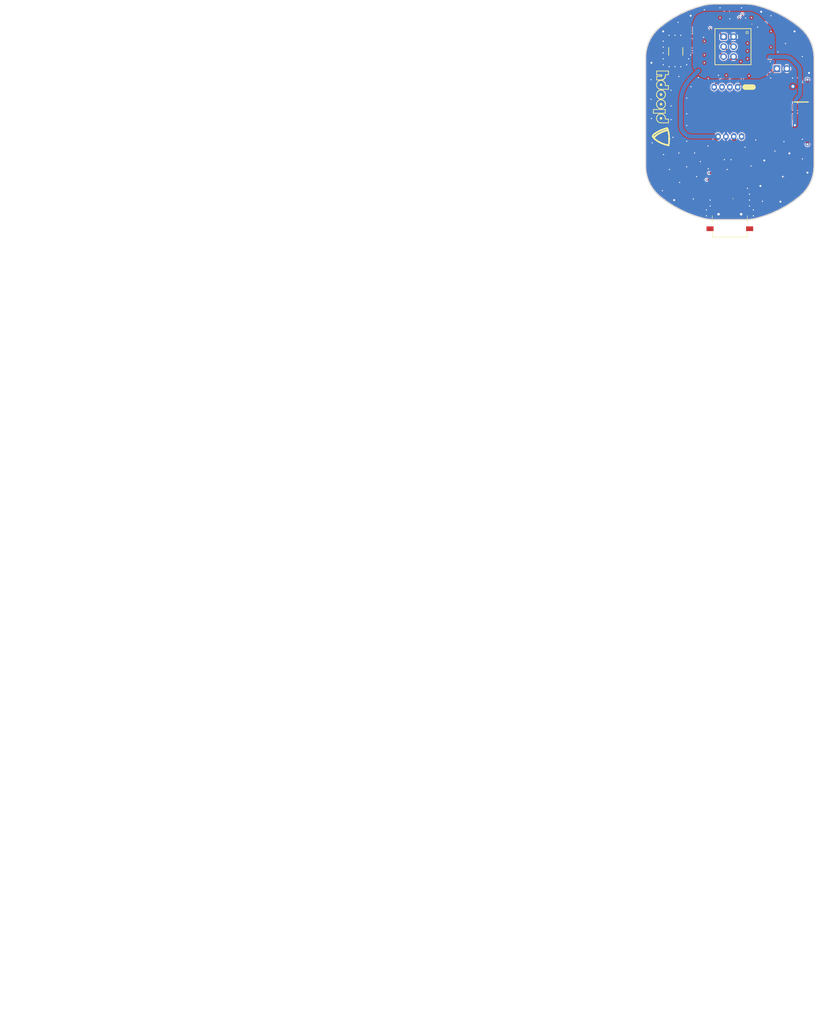
<source format=kicad_pcb>
(kicad_pcb (version 20171130) (host pcbnew 5.1.9+dfsg1-1~bpo10+1)
  (layers (0 F.Cu signal) (1 In1.Cu signal) (2 In2.Cu signal) (31 B.Cu signal) (34 B.Paste user) (35 F.Paste user) (36 B.SilkS user) (37 F.SilkS user) (38 B.Mask user) (39 F.Mask user) (44 Edge.Cuts user))
  (net 0 "")
  (net 1 Net1)
  (net 2 NetMCU.J.3_1)
  (net 3 NetMOS.D.1_C)
  (net 4 NetMOS.C.2_2)
  (net 5 NetMCU.U.1_31)
  (net 6 NetMCU.U.1_28)
  (net 7 NetMCU.U.1_12)
  (net 8 NetMCU.U.1_17)
  (net 9 NetMCU.U.1_16)
  (net 10 NetUSB.FB.3_1)
  (net 11 NetUSB.FB.3_2)
  (net 12 NetUSB.FB.2_2)
  (net 13 NetUSB.FB.2_1)
  (net 14 NetUSB.FB.1_1)
  (net 15 V_USB)
  (net 16 SCLK)
  (net 17 RESET)
  (net 18 NetMOS.R.3_1)
  (net 19 NetMCU.U.1_4)
  (net 20 NetMCU.U.1_3)
  (net 21 NetMCU.C.4_2)
  (net 22 NetMCU.C.1_2)
  (net 23 MOSI)
  (net 24 MISO)
  (net 25 GND)
  (module usb_c_china:USB_C_Receptacle_China_SMT (layer F.Cu) (at 185.9 -205.09999)
    (fp_text reference J2 hide)
    (fp_text value "CONN RCPT USB2.0 MICRO B SMD R/A" hide)
    (pad S1 smd rect (at -5.05 -1.48) (size 1.8 1.45) (layers F.Cu F.Paste F.Mask))
    (pad S1 smd rect (at 5.05 -1.48) (size 1.8 1.45) (layers F.Cu F.Paste F.Mask))
    (pad S1 smd rect (at -5.05 2.7) (size 1.8 1.2) (layers F.Cu F.Paste F.Mask))
    (pad S1 smd rect (at 5.05 2.7) (size 1.8 1.2) (layers F.Cu F.Paste F.Mask))
    (pad B7 smd rect (at -0.75 -2.51 180) (size 0.3 1.16) (layers F.Cu F.Paste F.Mask))
    (pad A6 smd rect (at -0.25 -2.51 180) (size 0.3 1.16) (layers F.Cu F.Paste F.Mask))
    (pad A7 smd rect (at 0.25 -2.51 180) (size 0.3 1.16) (layers F.Cu F.Paste F.Mask))
    (pad B8 smd rect (at -1.75 -2.51 180) (size 0.3 1.16) (layers F.Cu F.Paste F.Mask))
    (pad A5 smd rect (at -1.25 -2.51 180) (size 0.3 1.16) (layers F.Cu F.Paste F.Mask))
    (pad A8 smd rect (at 1.25 -2.51 180) (size 0.3 1.16) (layers F.Cu F.Paste F.Mask))
    (pad B6 smd rect (at 0.75 -2.51 180) (size 0.3 1.16) (layers F.Cu F.Paste F.Mask))
    (pad B5 smd rect (at 1.75 -2.51 180) (size 0.3 1.16) (layers F.Cu F.Paste F.Mask))
    (pad "" np_thru_hole circle (at 2.89 -1 180) (size 0.65 0.65) (drill 0.65) (layers *.Cu *.Mask))
    (pad "" np_thru_hole circle (at -2.89 -1 180) (size 0.65 0.65) (drill 0.65) (layers *.Cu *.Mask))
    (pad A4 smd rect (at -2.4 -2.51) (size 0.6 1.16) (layers F.Cu F.Paste F.Mask))
    (pad B9 smd rect (at -2.4 -2.51) (size 0.6 1.16) (layers F.Cu F.Paste F.Mask))
    (pad A1 smd rect (at -3.2 -2.51) (size 0.6 1.16) (layers F.Cu F.Paste F.Mask))
    (pad B12 smd rect (at -3.2 -2.51) (size 0.6 1.16) (layers F.Cu F.Paste F.Mask))
    (pad B4 smd rect (at 2.4 -2.51) (size 0.6 1.16) (layers F.Cu F.Paste F.Mask))
    (pad B1 smd rect (at 3.2 -2.51) (size 0.6 1.16) (layers F.Cu F.Paste F.Mask))
    (pad A9 smd rect (at 2.4 -2.51) (size 0.6 1.16) (layers F.Cu F.Paste F.Mask))
    (pad A12 smd rect (at 3.2 -2.51) (size 0.6 1.16) (layers F.Cu F.Paste F.Mask))
  )
  (module "PESD3V3S4UD - SOT95P275X110-6N" (layer F.Cu) (at 185.2 -212)
    (fp_text reference Z1 hide)
    (fp_text value "TVS DIODE 5.5V 6TSOP (Low capacitance, USB)" hide)
    (pad 6 smd roundrect (at -1.45 0.95 270) (size 0.55 1.2) (layers F.Cu) (roundrect_rratio 0.4) (net 14 NetUSB.FB.1_1))
    (pad 5 smd roundrect (at -1.45 0 270) (size 0.55 1.2) (layers F.Cu) (roundrect_rratio 0.4) (net 14 NetUSB.FB.1_1))
    (pad 4 smd roundrect (at -1.45 -0.95 270) (size 0.55 1.2) (layers F.Cu) (roundrect_rratio 0.4) (net 14 NetUSB.FB.1_1))
    (pad 3 smd roundrect (at 1.45 -0.95 270) (size 0.55 1.2) (layers F.Cu) (roundrect_rratio 0.4) (net 13 NetUSB.FB.2_1))
    (pad 2 smd roundrect (at 1.45 0 270) (size 0.55 1.2) (layers F.Cu) (roundrect_rratio 0.4) (net 25 GND))
    (pad 1 smd roundrect (at 1.45 0.95 270) (size 0.55 1.2) (layers F.Cu) (roundrect_rratio 0.4) (net 10 NetUSB.FB.3_1))
  )
  (module 0805 (layer F.Cu) (at 188.6 -215.6)
    (fp_text reference R7 hide)
    (fp_text value "Chip resistor" hide)
    (pad 1 smd roundrect (at 0 1.0024 180) (size 1.5 1) (layers F.Cu) (roundrect_rratio 0.15) (net 11 NetUSB.FB.3_2))
    (pad 2 smd roundrect (at 0 -1.0024 180) (size 1.5 1) (layers F.Cu) (roundrect_rratio 0.15) (net 19 NetMCU.U.1_4))
  )
  (module 0805 (layer F.Cu) (at 182.1 -214.9)
    (fp_text reference R6 hide)
    (fp_text value "Chip resistor" hide)
    (pad 1 smd roundrect (at 1.0024 0 270) (size 1.5 1) (layers F.Cu) (roundrect_rratio 0.15) (net 12 NetUSB.FB.2_2))
    (pad 2 smd roundrect (at -1.00239 0 270) (size 1.5 1) (layers F.Cu) (roundrect_rratio 0.15) (net 20 NetMCU.U.1_3))
  )
  (module 0805 (layer F.Cu) (at 188.6 -212)
    (fp_text reference FB3 hide)
    (fp_text value "FERRITE BEAD 600 OHM 0805 1LN" hide)
    (pad 1 smd roundrect (at 0 1.0024 180) (size 1.5 1) (layers F.Cu) (roundrect_rratio 0.15) (net 10 NetUSB.FB.3_1))
    (pad 2 smd roundrect (at 0 -1.0024 180) (size 1.5 1) (layers F.Cu) (roundrect_rratio 0.15) (net 11 NetUSB.FB.3_2))
  )
  (module 0805 (layer F.Cu) (at 185.7 -214.9)
    (fp_text reference FB2 hide)
    (fp_text value "FERRITE BEAD 600 OHM 0805 1LN" hide)
    (pad 1 smd roundrect (at 1.00241 0 270) (size 1.5 1) (layers F.Cu) (roundrect_rratio 0.15) (net 13 NetUSB.FB.2_1))
    (pad 2 smd roundrect (at -1.00239 0 270) (size 1.5 1) (layers F.Cu) (roundrect_rratio 0.15) (net 12 NetUSB.FB.2_2))
  )
  (module 0805 (layer F.Cu) (at 181 -212.8)
    (fp_text reference FB1 hide)
    (fp_text value "FERRITE BEAD 600 OHM 0805 1LN" hide)
    (pad 1 smd roundrect (at 1.0024 0 270) (size 1.5 1) (layers F.Cu) (roundrect_rratio 0.15) (net 14 NetUSB.FB.1_1))
    (pad 2 smd roundrect (at -1.00239 0 270) (size 1.5 1) (layers F.Cu) (roundrect_rratio 0.15) (net 15 V_USB))
  )
  (module ADNS-5050 (layer F.Cu) (at 187.90002 -238.5)
    (fp_text reference U2 hide)
    (fp_text value "Optical Mouse Navigation Sensor" hide)
    (pad 2 thru_hole oval (at -2 0) (size 1.4 1.8) (drill 0.8) (layers *.Cu) (net 3 NetMOS.D.1_C))
    (pad 4 thru_hole oval (at -6 0) (size 1.4 1.8) (drill 0.8) (layers *.Cu) (net 6 NetMCU.U.1_28))
    (pad 3 thru_hole oval (at -4 0) (size 1.4 1.8) (drill 0.8) (layers *.Cu) (net 17 RESET))
    (pad 1 thru_hole oval (at 0 0) (size 1.4 1.8) (drill 0.8) (layers *.Cu) (net 5 NetMCU.U.1_31))
    (pad 5 thru_hole oval (at -5 12.6 180) (size 1.4 1.8) (drill 0.8) (layers *.Cu) (net 15 V_USB))
    (pad 6 thru_hole oval (at -3 12.6 180) (size 1.4 1.8) (drill 0.8) (layers *.Cu) (net 25 GND))
    (pad 7 thru_hole oval (at -1 12.6 180) (size 1.4 1.8) (drill 0.8) (layers *.Cu) (net 4 NetMOS.C.2_2))
    (pad 8 thru_hole oval (at 1 12.6 180) (size 1.4 1.8) (drill 0.8) (layers *.Cu) (net 7 NetMCU.U.1_12))
    (pad "" np_thru_hole rect (at 0.69998 6.3) (size 0 0) (drill 9.85) (layers *.Cu))
  )
  (module 0805 (layer F.Cu) (at 204.7 -237.4)
    (fp_text reference R4 hide)
    (fp_text value "Chip resistor" hide)
    (pad 1 smd roundrect (at -1.0024 0 90) (size 1.5 1) (layers F.Cu) (roundrect_rratio 0.15) (net 3 NetMOS.D.1_C))
    (pad 2 smd roundrect (at 1.0024 0 90) (size 1.5 1) (layers F.Cu) (roundrect_rratio 0.15) (net 18 NetMOS.R.3_1))
  )
  (module 0805 (layer F.Cu) (at 204.7 -227)
    (fp_text reference R3 hide)
    (fp_text value "Chip resistor" hide)
    (pad 1 smd roundrect (at 1.00241 0 270) (size 1.5 1) (layers F.Cu) (roundrect_rratio 0.15) (net 18 NetMOS.R.3_1))
    (pad 2 smd roundrect (at -1.00239 0 270) (size 1.5 1) (layers F.Cu) (roundrect_rratio 0.15) (net 15 V_USB))
  )
  (module SIDELED-A67F (layer F.Cu) (at 203.8 -232.2)
    (fp_text reference D1 hide)
    (fp_text value "Red/Orange/Yellow Side-facing SMT LEDs, high brightness (~2lm)" hide)
    (pad C smd roundrect (at 0.30001 -1.3) (size 4.5 1.7) (layers F.Cu) (roundrect_rratio 0.15) (net 3 NetMOS.D.1_C))
    (pad A smd roundrect (at 0.30001 1.3) (size 4.5 1.7) (layers F.Cu) (roundrect_rratio 0.15) (net 15 V_USB))
  )
  (module "0805 - TALL" (layer F.Cu) (at 183 -223.5)
    (fp_text reference C11 hide)
    (fp_text value "0805, X5R or better" hide)
    (pad 1 smd roundrect (at 1.05241 0 270) (size 1.6 1.1) (layers F.Cu) (roundrect_rratio 0.15) (net 25 GND))
    (pad 2 smd roundrect (at -1.0524 0 270) (size 1.6 1.1) (layers F.Cu) (roundrect_rratio 0.15) (net 15 V_USB))
  )
  (module "0805 - TALL" (layer F.Cu) (at 183 -221.4)
    (fp_text reference C10 hide)
    (fp_text value "0805, X5R or better" hide)
    (pad 1 smd roundrect (at 1.05241 0 270) (size 1.6 1.1) (layers F.Cu) (roundrect_rratio 0.15) (net 25 GND))
    (pad 2 smd roundrect (at -1.0524 0 270) (size 1.6 1.1) (layers F.Cu) (roundrect_rratio 0.15) (net 15 V_USB))
  )
  (module "0805 - TALL" (layer F.Cu) (at 186.7 -221.4)
    (fp_text reference C3 hide)
    (fp_text value "0805, X5R or better" hide)
    (pad 1 smd roundrect (at -1.0524 0 90) (size 1.6 1.1) (layers F.Cu) (roundrect_rratio 0.15) (net 25 GND))
    (pad 2 smd roundrect (at 1.0524 0 90) (size 1.6 1.1) (layers F.Cu) (roundrect_rratio 0.15) (net 4 NetMOS.C.2_2))
  )
  (module "0805 - TALL" (layer F.Cu) (at 186.7 -223.5)
    (fp_text reference C2 hide)
    (fp_text value "0805, X5R or better" hide)
    (pad 1 smd roundrect (at -1.0524 0 90) (size 1.6 1.1) (layers F.Cu) (roundrect_rratio 0.15) (net 25 GND))
    (pad 2 smd roundrect (at 1.0524 0 90) (size 1.6 1.1) (layers F.Cu) (roundrect_rratio 0.15) (net 4 NetMOS.C.2_2))
  )
  (module LFXTAL055663BULK (layer F.Cu) (at 172.1 -247.6)
    (fp_text reference Y1 hide)
    (fp_text value "16MHz Crystal 12pF 100 Ohms 4-SMD, No Lead" hide)
    (pad 1 smd roundrect (at -1.4 -2.1 90) (size 1.6 1.4) (layers F.Cu) (roundrect_rratio 0.2) (net 9 NetMCU.U.1_16))
    (pad 2 smd roundrect (at -1.4 2.10001 90) (size 1.6 1.4) (layers F.Cu) (roundrect_rratio 0.2) (net 25 GND))
    (pad 3 smd roundrect (at 1.4 2.10001 90) (size 1.6 1.4) (layers F.Cu) (roundrect_rratio 0.2) (net 8 NetMCU.U.1_17))
    (pad 4 smd roundrect (at 1.4 -2.1 90) (size 1.6 1.4) (layers F.Cu) (roundrect_rratio 0.2) (net 25 GND))
  )
  (module "ATmega32U4 - TQFP80P1200X1200X120-44N" (layer F.Cu) (at 186.7 -248.8)
    (fp_text reference U1 hide)
    (fp_text value "IC MCU 8BIT 32KB FLASH 44TQFP" hide)
    (pad 1 smd roundrect (at 4 -5.75) (size 0.4 1.5) (layers F.Cu) (roundrect_rratio 0.5) (net 25 GND))
    (pad 2 smd roundrect (at 3.2 -5.75) (size 0.4 1.5) (layers F.Cu) (roundrect_rratio 0.5) (net 15 V_USB))
    (pad 3 smd roundrect (at 2.4 -5.75) (size 0.4 1.5) (layers F.Cu) (roundrect_rratio 0.5) (net 20 NetMCU.U.1_3))
    (pad 4 smd roundrect (at 1.6 -5.75) (size 0.4 1.5) (layers F.Cu) (roundrect_rratio 0.5) (net 19 NetMCU.U.1_4))
    (pad 5 smd roundrect (at 0.8 -5.75) (size 0.4 1.5) (layers F.Cu) (roundrect_rratio 0.5) (net 25 GND))
    (pad 6 smd roundrect (at 0 -5.75) (size 0.4 1.5) (layers F.Cu) (roundrect_rratio 0.5) (net 22 NetMCU.C.1_2))
    (pad 7 smd roundrect (at -0.8 -5.75) (size 0.4 1.5) (layers F.Cu) (roundrect_rratio 0.5) (net 15 V_USB))
    (pad 8 smd roundrect (at -1.6 -5.75) (size 0.4 1.5) (layers F.Cu) (roundrect_rratio 0.5) (net 25 GND))
    (pad 9 smd roundrect (at -2.4 -5.75) (size 0.4 1.5) (layers F.Cu) (roundrect_rratio 0.5) (net 16 SCLK))
    (pad 10 smd roundrect (at -3.2 -5.75) (size 0.4 1.5) (layers F.Cu) (roundrect_rratio 0.5) (net 23 MOSI))
    (pad 11 smd roundrect (at -4 -5.75) (size 0.4 1.5) (layers F.Cu) (roundrect_rratio 0.5) (net 24 MISO))
    (pad 12 smd roundrect (at -5.75 -4 270) (size 0.4 1.5) (layers F.Cu) (roundrect_rratio 0.5) (net 7 NetMCU.U.1_12))
    (pad 13 smd roundrect (at -5.75 -3.2 270) (size 0.4 1.5) (layers F.Cu) (roundrect_rratio 0.5) (net 17 RESET))
    (pad 14 smd roundrect (at -5.75 -2.4 270) (size 0.4 1.5) (layers F.Cu) (roundrect_rratio 0.5) (net 15 V_USB))
    (pad 15 smd roundrect (at -5.75 -1.6 270) (size 0.4 1.5) (layers F.Cu) (roundrect_rratio 0.5) (net 25 GND))
    (pad 16 smd roundrect (at -5.75 -0.8 270) (size 0.4 1.5) (layers F.Cu) (roundrect_rratio 0.5) (net 9 NetMCU.U.1_16))
    (pad 17 smd roundrect (at -5.75 0 270) (size 0.4 1.5) (layers F.Cu) (roundrect_rratio 0.5) (net 8 NetMCU.U.1_17))
    (pad 18 smd roundrect (at -5.75 0.8 270) (size 0.4 1.5) (layers F.Cu) (roundrect_rratio 0.5) (net 25 GND))
    (pad 19 smd roundrect (at -5.75 1.6 270) (size 0.4 1.5) (layers F.Cu) (roundrect_rratio 0.5) (net 25 GND))
    (pad 20 smd roundrect (at -5.75 2.4 270) (size 0.4 1.5) (layers F.Cu) (roundrect_rratio 0.5) (net 25 GND))
    (pad 21 smd roundrect (at -5.75 3.2 270) (size 0.4 1.5) (layers F.Cu) (roundrect_rratio 0.5) (net 25 GND))
    (pad 22 smd roundrect (at -5.75 4 270) (size 0.4 1.5) (layers F.Cu) (roundrect_rratio 0.5) (net 25 GND))
    (pad 23 smd roundrect (at -4 5.75) (size 0.4 1.5) (layers F.Cu) (roundrect_rratio 0.5) (net 25 GND))
    (pad 24 smd roundrect (at -3.2 5.75) (size 0.4 1.5) (layers F.Cu) (roundrect_rratio 0.5) (net 15 V_USB))
    (pad 25 smd roundrect (at -2.4 5.75) (size 0.4 1.5) (layers F.Cu) (roundrect_rratio 0.5) (net 25 GND))
    (pad 26 smd roundrect (at -1.6 5.75) (size 0.4 1.5) (layers F.Cu) (roundrect_rratio 0.5) (net 25 GND))
    (pad 27 smd roundrect (at -0.8 5.75) (size 0.4 1.5) (layers F.Cu) (roundrect_rratio 0.5) (net 25 GND))
    (pad 28 smd roundrect (at 0 5.75) (size 0.4 1.5) (layers F.Cu) (roundrect_rratio 0.5) (net 6 NetMCU.U.1_28))
    (pad 29 smd roundrect (at 0.8 5.75) (size 0.4 1.5) (layers F.Cu) (roundrect_rratio 0.5) (net 25 GND))
    (pad 30 smd roundrect (at 1.6 5.75) (size 0.4 1.5) (layers F.Cu) (roundrect_rratio 0.5) (net 25 GND))
    (pad 31 smd roundrect (at 2.4 5.75) (size 0.4 1.5) (layers F.Cu) (roundrect_rratio 0.5) (net 5 NetMCU.U.1_31))
    (pad 32 smd roundrect (at 3.2 5.75) (size 0.4 1.5) (layers F.Cu) (roundrect_rratio 0.5) (net 25 GND))
    (pad 33 smd roundrect (at 4 5.75) (size 0.4 1.5) (layers F.Cu) (roundrect_rratio 0.5) (net 2 NetMCU.J.3_1))
    (pad 34 smd roundrect (at 5.75 4 270) (size 0.4 1.5) (layers F.Cu) (roundrect_rratio 0.5) (net 15 V_USB))
    (pad 35 smd roundrect (at 5.75 3.2 270) (size 0.4 1.5) (layers F.Cu) (roundrect_rratio 0.5) (net 25 GND))
    (pad 36 smd roundrect (at 5.75 2.4 270) (size 0.4 1.5) (layers F.Cu) (roundrect_rratio 0.5) (net 25 GND))
    (pad 37 smd roundrect (at 5.75 1.6 270) (size 0.4 1.5) (layers F.Cu) (roundrect_rratio 0.5) (net 25 GND))
    (pad 38 smd roundrect (at 5.75 0.8 270) (size 0.4 1.5) (layers F.Cu) (roundrect_rratio 0.5) (net 25 GND))
    (pad 39 smd roundrect (at 5.75 0 270) (size 0.4 1.5) (layers F.Cu) (roundrect_rratio 0.5) (net 25 GND))
    (pad 40 smd roundrect (at 5.75 -0.8 270) (size 0.4 1.5) (layers F.Cu) (roundrect_rratio 0.5) (net 25 GND))
    (pad 41 smd roundrect (at 5.75 -1.6 270) (size 0.4 1.5) (layers F.Cu) (roundrect_rratio 0.5) (net 25 GND))
    (pad 42 smd roundrect (at 5.75 -2.4 270) (size 0.4 1.5) (layers F.Cu) (roundrect_rratio 0.5) (net 21 NetMCU.C.4_2))
    (pad 43 smd roundrect (at 5.75 -3.2 270) (size 0.4 1.5) (layers F.Cu) (roundrect_rratio 0.5) (net 25 GND))
    (pad 44 smd roundrect (at 5.75 -4 270) (size 0.4 1.5) (layers F.Cu) (roundrect_rratio 0.5) (net 15 V_USB))
  )
  (module 0805 (layer F.Cu) (at 193.7 -243.2)
    (fp_text reference R5 hide)
    (fp_text value "Chip resistor" hide)
    (pad 1 smd roundrect (at -1.0024 0 90) (size 1.5 1) (layers F.Cu) (roundrect_rratio 0.15) (net 2 NetMCU.J.3_1))
    (pad 2 smd roundrect (at 1.0024 0 90) (size 1.5 1) (layers F.Cu) (roundrect_rratio 0.15) (net 15 V_USB))
  )
  (module 0805 (layer F.Cu) (at 178 -253.2)
    (fp_text reference R1 hide)
    (fp_text value "Chip resistor" hide)
    (pad 1 smd roundrect (at 1.00241 0 270) (size 1.5 1) (layers F.Cu) (roundrect_rratio 0.15) (net 17 RESET))
    (pad 2 smd roundrect (at -1.00239 0 270) (size 1.5 1) (layers F.Cu) (roundrect_rratio 0.15) (net 15 V_USB))
  )
  (module 2x1 (layer F.Cu) (at 197.91 -243.2)
    (fp_text reference J3 hide)
    (fp_text value "2-pin 0.100\" header" hide)
    (pad 1 thru_hole rect (at 0 0 90) (size 1.778 1.778) (drill 1.016) (layers *.Cu) (net 2 NetMCU.J.3_1))
    (pad 2 thru_hole circle (at 2.54 0 90) (size 1.778 1.778) (drill 1.016) (layers *.Cu) (net 25 GND))
  )
  (module 6x2 (layer F.Cu) (at 184.30001 -251.34)
    (fp_text reference J1 hide)
    (fp_text value "6-pin 0.100\" ICSP header" hide)
    (pad 6 thru_hole circle (at 2.54 5.08) (size 1.778 1.778) (drill 1.016) (layers *.Cu) (net 25 GND))
    (pad 5 thru_hole circle (at 0 5.08) (size 1.778 1.778) (drill 1.016) (layers *.Cu) (net 17 RESET))
    (pad 4 thru_hole circle (at 2.54 2.54) (size 1.778 1.778) (drill 1.016) (layers *.Cu) (net 23 MOSI))
    (pad 3 thru_hole circle (at 0 2.54) (size 1.778 1.778) (drill 1.016) (layers *.Cu) (net 16 SCLK))
    (pad 1 thru_hole roundrect (at 0 0) (size 1.778 1.778) (drill 1.016) (layers *.Cu) (net 24 MISO))
    (pad 2 thru_hole circle (at 2.54 0) (size 1.778 1.778) (drill 1.016) (layers *.Cu) (net 15 V_USB))
  )
  (module "0805 - TALL" (layer F.Cu) (at 180.10001 -255.2)
    (fp_text reference C22 hide)
    (fp_text value "0805, X5R or better" hide)
    (pad 1 smd roundrect (at 1.0524 0 270) (size 1.6 1.1) (layers F.Cu) (roundrect_rratio 0.15) (net 25 GND))
    (pad 2 smd roundrect (at -1.05241 0 270) (size 1.6 1.1) (layers F.Cu) (roundrect_rratio 0.15) (net 17 RESET))
  )
  (module "0805 - TALL" (layer F.Cu) (at 194.5 -246.1)
    (fp_text reference C9 hide)
    (fp_text value "0805, X5R or better" hide)
    (pad 1 smd roundrect (at 0 -1.0524) (size 1.6 1.1) (layers F.Cu) (roundrect_rratio 0.15) (net 25 GND))
    (pad 2 smd roundrect (at 0 1.0524) (size 1.6 1.1) (layers F.Cu) (roundrect_rratio 0.15) (net 15 V_USB))
  )
  (module "0805 - TALL" (layer F.Cu) (at 194.5 -253.5)
    (fp_text reference C8 hide)
    (fp_text value "0805, X5R or better" hide)
    (pad 1 smd roundrect (at 0 1.0524 180) (size 1.6 1.1) (layers F.Cu) (roundrect_rratio 0.15) (net 25 GND))
    (pad 2 smd roundrect (at 0 -1.0524 180) (size 1.6 1.1) (layers F.Cu) (roundrect_rratio 0.15) (net 15 V_USB))
  )
  (module "0805 - TALL" (layer F.Cu) (at 175.50001 -250.4)
    (fp_text reference C7 hide)
    (fp_text value "0805, X5R or better" hide)
    (pad 1 smd roundrect (at 0 1.0524 180) (size 1.6 1.1) (layers F.Cu) (roundrect_rratio 0.15) (net 25 GND))
    (pad 2 smd roundrect (at 0 -1.0524 180) (size 1.6 1.1) (layers F.Cu) (roundrect_rratio 0.15) (net 15 V_USB))
  )
  (module "0805 - TALL" (layer F.Cu) (at 177.60001 -250.4)
    (fp_text reference C6 hide)
    (fp_text value "0805, X5R or better" hide)
    (pad 1 smd roundrect (at 0 1.0524 180) (size 1.6 1.1) (layers F.Cu) (roundrect_rratio 0.15) (net 25 GND))
    (pad 2 smd roundrect (at 0 -1.0524 180) (size 1.6 1.1) (layers F.Cu) (roundrect_rratio 0.15) (net 15 V_USB))
  )
  (module "0805 - TALL" (layer F.Cu) (at 180.3 -242.4)
    (fp_text reference C5 hide)
    (fp_text value "0805, X5R or better" hide)
    (pad 1 smd roundrect (at -1.0524 0 90) (size 1.6 1.1) (layers F.Cu) (roundrect_rratio 0.15) (net 25 GND))
    (pad 2 smd roundrect (at 1.0524 0 90) (size 1.6 1.1) (layers F.Cu) (roundrect_rratio 0.15) (net 15 V_USB))
  )
  (module "0805 - TALL" (layer F.Cu) (at 194.5 -249.8)
    (fp_text reference C4 hide)
    (fp_text value "0805, X5R or better" hide)
    (pad 1 smd roundrect (at 0 1.05241 180) (size 1.6 1.1) (layers F.Cu) (roundrect_rratio 0.15) (net 25 GND))
    (pad 2 smd roundrect (at 0 -1.0524 180) (size 1.6 1.1) (layers F.Cu) (roundrect_rratio 0.15) (net 21 NetMCU.C.4_2))
  )
  (module "0805 - TALL" (layer F.Cu) (at 186.20001 -257.5)
    (fp_text reference C1 hide)
    (fp_text value "0805, X5R or better" hide)
    (pad 1 smd roundrect (at 1.0524 0 270) (size 1.6 1.1) (layers F.Cu) (roundrect_rratio 0.15) (net 25 GND))
    (pad 2 smd roundrect (at -1.0524 0 270) (size 1.6 1.1) (layers F.Cu) (roundrect_rratio 0.15) (net 22 NetMCU.C.1_2))
  )
  (module SparkGap (layer F.Cu) (at 165.9 -244.7)
    (fp_text reference SP12 hide)
    (fp_text value "Open square pad for spark gapping" hide)
    (pad 1 smd rect (at 0 0 135) (size 1.016 1.016) (layers F.Cu) (net 25 GND))
    (pad 1 smd rect (at 0 0 135) (size 1.016 1.016) (layers B.Cu) (net 25 GND))
  )
  (module SparkGap (layer F.Cu) (at 198.8 -209.3)
    (fp_text reference SP11 hide)
    (fp_text value "Open square pad for spark gapping" hide)
    (pad 1 smd rect (at 0 0 135) (size 1.016 1.016) (layers F.Cu) (net 25 GND))
    (pad 1 smd rect (at 0 0 135) (size 1.016 1.016) (layers B.Cu) (net 25 GND))
  )
  (module SparkGap (layer F.Cu) (at 202.4 -252.7)
    (fp_text reference SP10 hide)
    (fp_text value "Open square pad for spark gapping" hide)
    (pad 1 smd rect (at 0 0 135) (size 1.016 1.016) (layers F.Cu) (net 25 GND))
    (pad 1 smd rect (at 0 0 135) (size 1.016 1.016) (layers B.Cu) (net 25 GND))
  )
  (module SparkGap (layer F.Cu) (at 205.70001 -216.7)
    (fp_text reference SP9 hide)
    (fp_text value "Open square pad for spark gapping" hide)
    (pad 1 smd rect (at 0 0 135) (size 1.016 1.016) (layers F.Cu) (net 25 GND))
    (pad 1 smd rect (at 0 0 135) (size 1.016 1.016) (layers B.Cu) (net 25 GND))
  )
  (module SparkGap (layer F.Cu) (at 193.9 -257.7)
    (fp_text reference SP8 hide)
    (fp_text value "Open square pad for spark gapping" hide)
    (pad 1 smd rect (at 0 0 135) (size 1.016 1.016) (layers F.Cu) (net 25 GND))
    (pad 1 smd rect (at 0 0 135) (size 1.016 1.016) (layers B.Cu) (net 25 GND))
  )
  (module SparkGap (layer F.Cu) (at 201.1 -221.6)
    (fp_text reference SP7 hide)
    (fp_text value "Open square pad for spark gapping" hide)
    (pad 1 smd rect (at 0 0 135) (size 1.016 1.016) (layers F.Cu) (net 25 GND))
    (pad 1 smd rect (at 0 0 135) (size 1.016 1.016) (layers B.Cu) (net 25 GND))
  )
  (module SparkGap (layer F.Cu) (at 171.7 -209.7)
    (fp_text reference SP6 hide)
    (fp_text value "Open square pad for spark gapping" hide)
    (pad 1 smd rect (at 0 0 135) (size 1.016 1.016) (layers F.Cu) (net 25 GND))
    (pad 1 smd rect (at 0 0 135) (size 1.016 1.016) (layers B.Cu) (net 25 GND))
  )
  (module SparkGap (layer F.Cu) (at 168.90001 -252.7)
    (fp_text reference SP5 hide)
    (fp_text value "Open square pad for spark gapping" hide)
    (pad 1 smd rect (at 0 0 135) (size 1.016 1.016) (layers F.Cu) (net 25 GND))
    (pad 1 smd rect (at 0 0 135) (size 1.016 1.016) (layers B.Cu) (net 25 GND))
  )
  (module SparkGap (layer F.Cu) (at 193.7 -213.3)
    (fp_text reference SP4 hide)
    (fp_text value "Open square pad for spark gapping" hide)
    (pad 1 smd rect (at 0 0 135) (size 1.016 1.016) (layers F.Cu) (net 25 GND))
    (pad 1 smd rect (at 0 0 135) (size 1.016 1.016) (layers B.Cu) (net 25 GND))
  )
  (module SparkGap (layer F.Cu) (at 175.9 -256.7)
    (fp_text reference SP3 hide)
    (fp_text value "Open square pad for spark gapping" hide)
    (pad 1 smd rect (at 0 0 135) (size 1.016 1.016) (layers F.Cu) (net 25 GND))
    (pad 1 smd rect (at 0 0 135) (size 1.016 1.016) (layers B.Cu) (net 25 GND))
  )
  (module SparkGap (layer F.Cu) (at 194.7 -219.8)
    (fp_text reference SP2 hide)
    (fp_text value "Open square pad for spark gapping" hide)
    (pad 1 smd rect (at 0 0 135) (size 1.016 1.016) (layers F.Cu) (net 25 GND))
    (pad 1 smd rect (at 0 0 135) (size 1.016 1.016) (layers B.Cu) (net 25 GND))
  )
  (module SparkGap (layer F.Cu) (at 206.1 -242.1)
    (fp_text reference SP1 hide)
    (fp_text value "Open square pad for spark gapping" hide)
    (pad 1 smd rect (at 0 0 135) (size 1.016 1.016) (layers F.Cu) (net 25 GND))
    (pad 1 smd rect (at 0 0 135) (size 1.016 1.016) (layers B.Cu) (net 25 GND))
  )
  (module PloopyLogo (layer F.Cu) (at 168.4 -229.7)
    (fp_text reference LOGO1 hide)
    (fp_text value "" hide)
  )
  (module FIDUCIAL_1.5 (layer F.Cu) (at 203.90001 -249.1)
    (fp_text reference FID2 hide)
    (fp_text value "IPC-7351 Fiducial 1mm" hide)
    (pad 1 smd circle (at 0 0 90) (size 1.016 1.016) (layers F.Cu))
  )
  (module FIDUCIAL_1.5 (layer F.Cu) (at 167.4 -215.6)
    (fp_text reference FID1 hide)
    (fp_text value "IPC-7351 Fiducial 1mm" hide)
    (pad 1 smd circle (at 0 0 90) (size 1.016 1.016) (layers F.Cu))
  )
  (module DEFAULT (layer F.Cu) (at 0 0)
    (fp_text reference "" (at 0 0) (layer F.SilkS) (effects (font (size 1.27 1.27))))
    (fp_text value "" (at 0 0) (layer F.SilkS) (effects (font (size 1.27 1.27))))
    (pad "" thru_hole circle (at 199.4 -215.7 180) (size 0 0) (drill 9.8) (layers *.Cu))
  )
  (gr_line (start 181.69 -204.700003) (end 190.11307 -204.7) (layer Edge.Cuts) (width 0.2))
  (gr_line (start 164.399995 -246.045804) (end 164.4 -218.35262) (layer Edge.Cuts) (width 0.2))
  (gr_line (start 181.68692 -259.7) (end 190.119392 -259.699997) (layer Edge.Cuts) (width 0.2))
  (gr_line (start 207.4 -218.354195) (end 207.4 -246.04738) (layer Edge.Cuts) (width 0.2))
  (gr_arc (start 181.68692 -214.7) (end 179.34632 -204.977781) (angle -13.55386999) (layer Edge.Cuts) (width 0.2))
  (gr_arc (start 185.9 -232.2) (end 168.01111 -210.65963) (angle -26.17280215) (layer Edge.Cuts) (width 0.2))
  (gr_arc (start 174.4 -218.35262) (end 164.4 -218.35262) (angle -50.29097769) (layer Edge.Cuts) (width 0.2))
  (gr_arc (start 174.4 -246.04738) (end 168.000895 -253.731881) (angle -50.22390773) (layer Edge.Cuts) (width 0.2))
  (gr_arc (start 185.9 -232.2) (end 179.34633 -259.42222) (angle -26.2) (layer Edge.Cuts) (width 0.2))
  (gr_arc (start 181.68692 -249.7) (end 181.68692 -259.7) (angle -13.53616604) (layer Edge.Cuts) (width 0.2))
  (gr_arc (start 190.112461 -249.698324) (end 192.469609 -259.418379) (angle -13.59162288) (layer Edge.Cuts) (width 0.2))
  (gr_arc (start 185.9 -232.2) (end 203.787678 -253.741376) (angle -26.13605015) (layer Edge.Cuts) (width 0.2))
  (gr_arc (start 197.4 -246.04738) (end 207.4 -246.04738) (angle -50.3) (layer Edge.Cuts) (width 0.2))
  (gr_arc (start 197.4 -218.35262) (end 203.78889 -210.65963) (angle -50.3) (layer Edge.Cuts) (width 0.2))
  (gr_arc (start 185.9 -232.2) (end 192.447524 -204.976301) (angle -26.18575747) (layer Edge.Cuts) (width 0.2))
  (gr_arc (start 190.11307 -214.7) (end 190.11307 -204.7) (angle -13.5) (layer Edge.Cuts) (width 0.2))
  (gr_arc (start 200.12843 -213.41888) (end 200.12941 -225.8) (angle -45.01844378) (layer F.Cu) (width 1.1))
  (gr_arc (start 184.649 -221.73942) (end 182.31352 -220.12452) (angle -55.15634656) (layer F.Cu) (width 1.1))
  (gr_arc (start 184.03302 -221.3045) (end 181.94759 -221.30451) (angle -34.4467053) (layer F.Cu) (width 1.1))
  (gr_arc (start 184.64624 -217.8) (end 184.64624 -218.9) (angle -0.2863005521) (layer F.Cu) (width 1.1))
  (gr_arc (start 186.21005 -223.46274) (end 186.20671 -218.9) (angle -45.0798233) (layer F.Cu) (width 1.1))
  (gr_arc (start 184.4876 -223.89548) (end 182.69155 -225.69153) (angle -45) (layer F.Cu) (width 1.1))
  (gr_arc (start 201.44551 -228.34) (end 201.44551 -225.8) (angle -45) (layer F.Cu) (width 1.1))
  (gr_arc (start 181.34 -217.20029) (end 179.54395 -218.99634) (angle -45) (layer F.Cu) (width 1.1))
  (gr_arc (start 181.34 -215.04971) (end 178.8 -215.04971) (angle -45) (layer F.Cu) (width 1.1))
  (gr_arc (start 188.26564 -225.56564) (end 186.90002 -225.56564) (angle -45) (layer F.Cu) (width 1.1))
  (gr_arc (start 186.20781 -223.50781) (end 187.7524 -223.50781) (angle -45) (layer F.Cu) (width 1.1))
  (gr_arc (start 186.44498 -211.75502) (end 186.44498 -212.95) (angle -45) (layer F.Cu) (width 0.35))
  (gr_arc (start 186.82892 -214.77349) (end 186.7024 -214.90001) (angle -45) (layer F.Cu) (width 0.08946))
  (gr_arc (start 187.26567 -209.73434) (end 186.3 -210.70001) (angle -45) (layer F.Cu) (width 0.35))
  (gr_arc (start 188.4735 -210.8711) (end 188.6 -210.9976) (angle -45) (layer F.Cu) (width 0.08945))
  (gr_arc (start 186.44498 -211.75502) (end 185.6 -212.6) (angle -45) (layer F.Cu) (width 0.35))
  (gr_arc (start 182.36453 -212.43788) (end 182.36453 -212.95) (angle -45) (layer F.Cu) (width 0.55))
  (gr_arc (start 183.74642 -209.84642) (end 184.35019 -210.44981) (angle -0.01820278756) (layer F.Cu) (width 0.35))
  (gr_arc (start 183.74642 -209.84642) (end 184.60001 -209.84642) (angle -44.98179721) (layer F.Cu) (width 0.35))
  (gr_arc (start 180.77929 -253.47929) (end 180.95 -253.47929) (angle -45) (layer F.Cu) (width 0.085355))
  (gr_arc (start 181.7929 -242.7071) (end 183 -241.5) (angle -24.15047788) (layer F.Cu) (width 0.35))
  (gr_arc (start 183 -243.30487) (end 181.72376 -242.02863) (angle -45) (layer F.Cu) (width 0.35))
  (gr_arc (start 181.7929 -242.7071) (end 183.38822 -242.09952) (angle -20.84952212) (layer F.Cu) (width 0.35))
  (gr_arc (start 194.61491 -245.16251) (end 194.5 -245.0476) (angle -44.99939578) (layer F.Cu) (width 0.081255))
  (gr_arc (start 194.01136 -244.55896) (end 194.7024 -244.55896) (angle -45) (layer F.Cu) (width 1))
  (gr_arc (start 193.90224 -245.64536) (end 193.90224 -244.8) (angle -44.99997505) (layer F.Cu) (width 0.35))
  (gr_arc (start 178.20937 -252.06176) (end 177.60001 -251.4524) (angle -45) (layer F.Cu) (width 0.35))
  (gr_arc (start 179.05433 -252.90673) (end 176.9976 -252.90673) (angle -44.99998905) (layer F.Cu) (width 1))
  (gr_arc (start 195.5579 -244.44) (end 195.5579 -241.9) (angle -45) (layer F.Cu) (width 0.35))
  (gr_arc (start 194.5 -243.1129) (end 193.64234 -242.25524) (angle -45) (layer F.Cu) (width 0.35))
  (gr_arc (start 191.06214 -242.68787) (end 191.06214 -243.2) (angle -45) (layer F.Cu) (width 0.35))
  (gr_arc (start 193.66082 -250.01322) (end 194.5 -250.8524) (angle -45) (layer F.Cu) (width 0.4))
  (gr_arc (start 194.5 -253.83393) (end 194.5 -254.5524) (angle -45) (layer F.Cu) (width 0.35))
  (gr_arc (start 185.7611 -255.76109) (end 186.7 -255.76109) (angle -45) (layer F.Cu) (width 0.4))
  (gr_arc (start 185.14761 -257.01138) (end 185.49312 -257.35689) (angle -45) (layer F.Cu) (width 0.4))
  (gr_arc (start 185.40393 -257.5) (end 185.0476 -257.5) (angle -45) (layer F.Cu) (width 0.4))
  (gr_arc (start 182.9261 -238.5) (end 182.20055 -239.22555) (angle -45) (layer F.Cu) (width 0.35))
  (gr_arc (start 184.475 -238.17114) (end 184.475 -240.525) (angle -45) (layer F.Cu) (width 0.35))
  (gr_arc (start 184.64541 -242.82959) (end 184.64541 -240.525) (angle -45) (layer F.Cu) (width 0.35))
  (gr_arc (start 185.24897 -242.22604) (end 186.275 -241.20001) (angle -45) (layer F.Cu) (width 0.35))
  (gr_arc (start 186.56 -240.75208) (end 188.35605 -238.95603) (angle -45) (layer F.Cu) (width 0.35))
  (gr_arc (start 176.60711 -245.015) (end 176.60711 -247.555) (angle -45) (layer F.Cu) (width 0.35))
  (gr_arc (start 178.025 -249.41746) (end 178.025 -247.555) (angle -45.04608079) (layer F.Cu) (width 0.35))
  (gr_arc (start 177.825 -249.96859) (end 179.51706 -248.2756) (angle -0.01569442263) (layer F.Cu) (width 0.35))
  (gr_arc (start 180.04937 -248.31294) (end 179.84767 -248.59898) (angle -9.552919054) (layer F.Cu) (width 0.35))
  (gr_arc (start 180.48462 -247.69039) (end 180.48462 -248.8) (angle -35.03144233) (layer F.Cu) (width 0.35))
  (gr_arc (start 173.3021 -250.69) (end 171.50605 -248.89395) (angle -45) (layer F.Cu) (width 0.4))
  (gr_arc (start 178.025 -249.41746) (end 178.025 -248.15) (angle -45) (layer F.Cu) (width 0.4))
  (gr_arc (start 180.42427 -248.57574) (end 180.42427 -249.6) (angle -45) (layer F.Cu) (width 0.4))
  (gr_arc (start 179.15673 -255.09088) (end 179.04761 -255.2) (angle -45) (layer F.Cu) (width 0.07716))
  (gr_arc (start 179.5514 -253.2) (end 179.0024 -253.2) (angle -45) (layer F.Cu) (width 0.35))
  (gr_arc (start 180.25784 -252.68283) (end 179.77501 -252.2) (angle -45) (layer F.Cu) (width 0.35))
  (gr_arc (start 187.37751 -248.12249) (end 187.37751 -247.525) (angle -45) (layer F.Cu) (width 0.3))
  (gr_arc (start 186.59289 -248.90711) (end 187.8 -247.7) (angle -45) (layer F.Cu) (width 0.3))
  (gr_arc (start 185.975 -248.49068) (end 185.29216 -247.80784) (angle -0.01776739771) (layer F.Cu) (width 0.3))
  (gr_arc (start 186.6929 -251.1929) (end 187.9 -252.4) (angle -0.2871769596) (layer F.Cu) (width 0.3))
  (gr_arc (start 185.54 -248.6121) (end 183 -248.6121) (angle -45) (layer F.Cu) (width 0.35))
  (gr_arc (start 181.54896 -250.79896) (end 183 -250.79896) (angle -45) (layer F.Cu) (width 0.35))
  (gr_arc (start 182.15252 -251.40252) (end 182.575 -251.825) (angle -45) (layer F.Cu) (width 0.35))
  (gr_arc (start 185.24 -253.99211) (end 182.7 -253.99211) (angle -45) (layer F.Cu) (width 0.3))
  (gr_arc (start 184.80744 -251.85194) (end 185.55901 -251.85194) (angle -84.45932883) (layer F.Cu) (width 0.3))
  (gr_arc (start 187.65696 -250.95) (end 185.55901 -250.95) (angle -45) (layer F.Cu) (width 0.3))
  (gr_arc (start 185.20711 -254.0821) (end 183.50001 -254.0821) (angle -45) (layer F.Cu) (width 0.3))
  (gr_arc (start 184.66391 -253.5389) (end 184.00001 -252.875) (angle -45) (layer F.Cu) (width 0.3))
  (gr_arc (start 186.93432 -251.43432) (end 188.3 -251.43432) (angle -45) (layer F.Cu) (width 0.3))
  (gr_arc (start 186.0979 -250.61) (end 187.89395 -252.40605) (angle -45) (layer F.Cu) (width 0.3))
  (gr_arc (start 185.1682 -253.9182) (end 184.625 -253.375) (angle -45) (layer F.Cu) (width 0.3))
  (gr_arc (start 185.40962 -254.15961) (end 184.30001 -254.15961) (angle -45) (layer F.Cu) (width 0.3))
  (gr_arc (start 185.975 -248.49068) (end 185.29237 -247.80763) (angle -44.9822326) (layer F.Cu) (width 0.3))
  (gr_arc (start 167.4 -215.6) (end 168.45 -215.6) (angle -360) (layer F.Cu) (width 0.55))
  (gr_arc (start 203.90001 -249.1) (end 204.95001 -249.1) (angle -360) (layer F.Cu) (width 0.55))
  (gr_arc (start 186.7 -210.1) (end 186.825 -210.1) (angle -360) (layer F.SilkS) (width 0.0625))
  (gr_arc (start 191.525 -254.55) (end 191.65 -254.55) (angle -360) (layer F.SilkS) (width 0.0625))
  (gr_arc (start 190.3 -252.4) (end 190.6 -252.4) (angle -360) (layer F.SilkS) (width 0.15))
  (gr_arc (start 170.19881 -229.04044) (end 167.17472 -224.93993) (angle -2.587112063) (layer F.SilkS) (width 0.35))
  (gr_arc (start 164.47692 -225.71856) (end 170.25609 -227.02798) (angle -1.101931559) (layer F.SilkS) (width 0.35))
  (gr_arc (start 170.57155 -221.78985) (end 167.5781 -226.52498) (angle -1.30307205) (layer F.SilkS) (width 0.35))
  (gr_arc (start 170.91931 -221.1276) (end 167.79883 -227.26989) (angle -1.675195545) (layer F.SilkS) (width 0.35))
  (gr_arc (start 169.30023 -227.65281) (end 169.94634 -227.98359) (angle -2.164599559) (layer F.SilkS) (width 0.35))
  (gr_arc (start 168.33488 -230.52071) (end 167.82184 -229.51723) (angle -15.79293183) (layer F.SilkS) (width 0.2))
  (gr_arc (start 168.33484 -230.52205) (end 168.11432 -229.41549) (angle -7.626291107) (layer F.SilkS) (width 0.2))
  (gr_arc (start 168.34683 -230.54566) (end 168.50221 -230.62245) (angle -1.467784756) (layer F.SilkS) (width 0.2))
  (gr_arc (start 168.34522 -230.54487) (end 168.50413 -230.61843) (angle -1.457055074) (layer F.SilkS) (width 0.2))
  (gr_arc (start 168.34354 -230.54409) (end 168.50584 -230.61461) (angle -1.355975156) (layer F.SilkS) (width 0.2))
  (gr_arc (start 168.34186 -230.54336) (end 168.50736 -230.61099) (angle -1.256639537) (layer F.SilkS) (width 0.2))
  (gr_arc (start 168.34015 -230.54266) (end 168.50882 -230.60734) (angle -1.247858137) (layer F.SilkS) (width 0.2))
  (gr_arc (start 168.3384 -230.54199) (end 168.51009 -230.6039) (angle -1.150750394) (layer F.SilkS) (width 0.2))
  (gr_arc (start 168.33664 -230.54135) (end 168.51131 -230.60043) (angle -1.142984402) (layer F.SilkS) (width 0.2))
  (gr_arc (start 168.3348 -230.54073) (end 168.51246 -230.59692) (angle -1.135149118) (layer F.SilkS) (width 0.2))
  (gr_arc (start 168.33296 -230.54015) (end 168.51346 -230.59365) (angle -1.04082762) (layer F.SilkS) (width 0.2))
  (gr_arc (start 168.33113 -230.5396) (end 168.5144 -230.59035) (angle -1.034072508) (layer F.SilkS) (width 0.2))
  (gr_arc (start 168.32923 -230.53908) (end 168.51529 -230.58702) (angle -1.027294714) (layer F.SilkS) (width 0.2))
  (gr_arc (start 168.32727 -230.53858) (end 168.51612 -230.58367) (angle -1.02050336) (layer F.SilkS) (width 0.2))
  (gr_arc (start 168.32525 -230.53809) (end 168.5169 -230.58028) (angle -1.013707045) (layer F.SilkS) (width 0.2))
  (gr_arc (start 168.33904 -230.5196) (end 168.50121 -230.44003) (angle -1.091605735) (layer F.SilkS) (width 0.2))
  (gr_arc (start 168.356 -230.53494) (end 169.47271 -230.53467) (angle -17.64287111) (layer F.SilkS) (width 0.2))
  (gr_arc (start 168.34429 -230.53135) (end 169.42026 -230.87313) (angle -5.865518281) (layer F.SilkS) (width 0.2))
  (gr_arc (start 168.33351 -230.52667) (end 169.3797 -230.98129) (angle -5.414123417) (layer F.SilkS) (width 0.2))
  (gr_arc (start 168.31503 -230.51554) (end 169.33214 -231.07798) (angle -24.92547186) (layer F.SilkS) (width 0.2))
  (gr_arc (start 168.32071 -230.5235) (end 169.00036 -231.45425) (angle -6.293970859) (layer F.SilkS) (width 0.2))
  (gr_arc (start 168.32667 -230.53382) (end 168.89423 -231.52314) (angle -5.231127455) (layer F.SilkS) (width 0.2))
  (gr_arc (start 168.32433 -230.52575) (end 168.25676 -230.35914) (angle -1.04444425) (layer F.SilkS) (width 0.2))
  (gr_arc (start 168.32363 -230.52402) (end 168.25375 -230.3604) (angle -1.049971458) (layer F.SilkS) (width 0.2))
  (gr_arc (start 168.3229 -230.52233) (end 168.25051 -230.36182) (angle -1.151369626) (layer F.SilkS) (width 0.2))
  (gr_arc (start 168.32214 -230.52063) (end 168.24705 -230.36342) (angle -1.253855046) (layer F.SilkS) (width 0.2))
  (gr_arc (start 168.32134 -230.51896) (end 168.24339 -230.36522) (angle -1.357305638) (layer F.SilkS) (width 0.2))
  (gr_arc (start 168.32052 -230.51734) (end 168.23953 -230.36723) (angle -1.461539749) (layer F.SilkS) (width 0.2))
  (gr_arc (start 168.31967 -230.51577) (end 168.23525 -230.36962) (angle -1.664436833) (layer F.SilkS) (width 0.2))
  (gr_arc (start 168.3188 -230.51426) (end 168.23058 -230.37243) (angle -1.868785591) (layer F.SilkS) (width 0.2))
  (gr_arc (start 168.31789 -230.5128) (end 168.22485 -230.37617) (angle -2.370645838) (layer F.SilkS) (width 0.2))
  (gr_arc (start 168.31622 -230.51044) (end 168.19815 -230.39892) (angle -12.40086081) (layer F.SilkS) (width 0.2))
  (gr_arc (start 168.31703 -230.51119) (end 168.19146 -230.40645) (angle -3.529315661) (layer F.SilkS) (width 0.2))
  (gr_arc (start 168.31835 -230.51229) (end 168.1871 -230.41192) (angle -2.429273312) (layer F.SilkS) (width 0.2))
  (gr_arc (start 168.31971 -230.51334) (end 168.18359 -230.41668) (angle -2.02410062) (layer F.SilkS) (width 0.2))
  (gr_arc (start 168.32113 -230.51434) (end 168.18072 -230.42084) (angle -1.721502197) (layer F.SilkS) (width 0.2))
  (gr_arc (start 168.32256 -230.5153) (end 168.17826 -230.42464) (angle -1.518919409) (layer F.SilkS) (width 0.2))
  (gr_arc (start 168.32403 -230.51622) (end 168.17605 -230.42826) (angle -1.413703461) (layer F.SilkS) (width 0.2))
  (gr_arc (start 168.32555 -230.51713) (end 168.17405 -230.43171) (angle -1.310019365) (layer F.SilkS) (width 0.2))
  (gr_arc (start 168.32709 -230.518) (end 168.17227 -230.43495) (angle -1.20794875) (layer F.SilkS) (width 0.2))
  (gr_arc (start 168.32869 -230.51885) (end 168.17055 -230.43824) (angle -1.199483125) (layer F.SilkS) (width 0.2))
  (gr_arc (start 168.33033 -230.51969) (end 168.16902 -230.44133) (angle -1.099481356) (layer F.SilkS) (width 0.2))
  (gr_arc (start 168.332 -230.5205) (end 168.16753 -230.44444) (angle -1.091872601) (layer F.SilkS) (width 0.2))
  (gr_arc (start 168.34939 -230.53678) (end 168.15249 -230.574) (angle -1.004932087) (layer F.SilkS) (width 0.2))
  (gr_arc (start 168.34732 -230.53717) (end 168.15317 -230.57744) (angle -1.011330464) (layer F.SilkS) (width 0.2))
  (gr_arc (start 168.34531 -230.53759) (end 168.15391 -230.58085) (angle -1.017729404) (layer F.SilkS) (width 0.2))
  (gr_arc (start 168.34336 -230.53803) (end 168.15469 -230.58423) (angle -1.024122186) (layer F.SilkS) (width 0.2))
  (gr_arc (start 168.3414 -230.53851) (end 168.15563 -230.58785) (angle -1.116664625) (layer F.SilkS) (width 0.2))
  (gr_arc (start 168.33942 -230.53904) (end 168.15662 -230.59146) (angle -1.124124478) (layer F.SilkS) (width 0.2))
  (gr_arc (start 168.33752 -230.53958) (end 168.15768 -230.59501) (angle -1.131546079) (layer F.SilkS) (width 0.2))
  (gr_arc (start 168.3357 -230.54015) (end 168.15881 -230.59855) (angle -1.138917572) (layer F.SilkS) (width 0.2))
  (gr_arc (start 168.33388 -230.54075) (end 168.16009 -230.60231) (angle -1.234699211) (layer F.SilkS) (width 0.2))
  (gr_arc (start 168.33208 -230.54138) (end 168.16145 -230.60602) (angle -1.243080295) (layer F.SilkS) (width 0.2))
  (gr_arc (start 168.33031 -230.54205) (end 168.163 -230.60995) (angle -1.34104348) (layer F.SilkS) (width 0.2))
  (gr_arc (start 168.32858 -230.54275) (end 168.16463 -230.61383) (angle -1.350368475) (layer F.SilkS) (width 0.2))
  (gr_arc (start 168.32691 -230.54348) (end 168.16647 -230.61792) (angle -1.450456008) (layer F.SilkS) (width 0.2))
  (gr_arc (start 168.32525 -230.54425) (end 168.16852 -230.62219) (angle -1.552196392) (layer F.SilkS) (width 0.2))
  (gr_arc (start 168.32363 -230.54506) (end 168.17081 -230.62665) (angle -1.655550018) (layer F.SilkS) (width 0.2))
  (gr_arc (start 168.32204 -230.54591) (end 168.1735 -230.6315) (angle -1.853440257) (layer F.SilkS) (width 0.2))
  (gr_arc (start 168.32048 -230.5468) (end 168.17662 -230.63671) (angle -2.054833086) (layer F.SilkS) (width 0.2))
  (gr_arc (start 168.31899 -230.54774) (end 168.1804 -230.64249) (angle -2.354001618) (layer F.SilkS) (width 0.2))
  (gr_arc (start 168.31756 -230.54872) (end 168.1854 -230.64941) (angle -2.944171626) (layer F.SilkS) (width 0.2))
  (gr_arc (start 168.31565 -230.55022) (end 168.20694 -230.67262) (angle -11.10089801) (layer F.SilkS) (width 0.2))
  (gr_arc (start 168.31603 -230.54975) (end 168.21728 -230.68109) (angle -4.662147998) (layer F.SilkS) (width 0.2))
  (gr_arc (start 168.31709 -230.54836) (end 168.22368 -230.68567) (angle -2.714076533) (layer F.SilkS) (width 0.2))
  (gr_arc (start 168.31804 -230.54696) (end 168.22889 -230.68906) (angle -2.125821983) (layer F.SilkS) (width 0.2))
  (gr_arc (start 168.31895 -230.54551) (end 168.23351 -230.69187) (angle -1.829254519) (layer F.SilkS) (width 0.2))
  (gr_arc (start 168.31984 -230.54399) (end 168.23776 -230.69426) (angle -1.63015489) (layer F.SilkS) (width 0.2))
  (gr_arc (start 168.32068 -230.54245) (end 168.24158 -230.69629) (angle -1.432349867) (layer F.SilkS) (width 0.2))
  (gr_arc (start 168.32149 -230.54087) (end 168.24521 -230.6981) (angle -1.331102308) (layer F.SilkS) (width 0.2))
  (gr_arc (start 168.32227 -230.53926) (end 168.24863 -230.69972) (angle -1.230529039) (layer F.SilkS) (width 0.2))
  (gr_arc (start 168.32302 -230.53764) (end 168.25185 -230.70116) (angle -1.130774861) (layer F.SilkS) (width 0.2))
  (gr_arc (start 168.32375 -230.53595) (end 168.25511 -230.70253) (angle -1.125524823) (layer F.SilkS) (width 0.2))
  (gr_arc (start 168.32447 -230.53423) (end 168.25814 -230.70376) (angle -1.026827164) (layer F.SilkS) (width 0.2))
  (gr_arc (start 168.32516 -230.53246) (end 168.26121 -230.70492) (angle -1.021875376) (layer F.SilkS) (width 0.2))
  (gr_arc (start 168.35053 -230.53461) (end 167.19786 -230.53466) (angle -3.076609423) (layer F.SilkS) (width 0.2))
  (gr_arc (start 168.33124 -230.53305) (end 167.19952 -230.4728) (angle -19.99596999) (layer F.SilkS) (width 0.2))
  (gr_arc (start 168.33985 -230.54398) (end 167.98207 -231.61509) (angle -5.409780866) (layer F.SilkS) (width 0.2))
  (gr_arc (start 168.34454 -230.53337) (end 167.88268 -231.57658) (angle -5.147641649) (layer F.SilkS) (width 0.2))
  (gr_arc (start 168.35634 -230.514) (end 167.79095 -231.53095) (angle -25.95009848) (layer F.SilkS) (width 0.2))
  (gr_arc (start 168.34733 -230.52025) (end 167.40295 -231.181) (angle -6.038478701) (layer F.SilkS) (width 0.2))
  (gr_arc (start 168.33692 -230.52602) (end 167.33867 -231.07799) (angle -5.148935629) (layer F.SilkS) (width 0.2))
  (gr_arc (start 168.31508 -230.53465) (end 167.29317 -230.98616) (angle -23.83703148) (layer F.SilkS) (width 0.2))
  (gr_arc (start 168.34443 -234.13223) (end 168.54498 -233.03048) (angle -30.07162059) (layer F.SilkS) (width 0.2))
  (gr_arc (start 168.33595 -234.14247) (end 169.07005 -233.27927) (angle -12.47348693) (layer F.SilkS) (width 0.2))
  (gr_arc (start 168.33495 -234.16359) (end 167.33104 -233.61803) (angle -2.802701981) (layer F.SilkS) (width 0.2))
  (gr_arc (start 168.3449 -234.16965) (end 167.35892 -233.56959) (angle -3.207622557) (layer F.SilkS) (width 0.2))
  (gr_arc (start 168.36545 -234.18487) (end 167.39405 -233.51537) (angle -22.36485016) (layer F.SilkS) (width 0.2))
  (gr_arc (start 168.35791 -234.17347) (end 167.72187 -233.19611) (angle -4.41141757) (layer F.SilkS) (width 0.2))
  (gr_arc (start 168.35217 -234.16299) (end 167.79892 -233.15007) (angle -3.768383645) (layer F.SilkS) (width 0.2))
  (gr_arc (start 168.3472 -234.1523) (end 167.86669 -233.11591) (angle -3.552887167) (layer F.SilkS) (width 0.2))
  (gr_arc (start 168.34294 -234.14137) (end 167.93184 -233.08812) (angle -3.6939482) (layer F.SilkS) (width 0.2))
  (gr_arc (start 168.33942 -234.13027) (end 168.00055 -233.06382) (angle -4.118336525) (layer F.SilkS) (width 0.2))
  (gr_arc (start 168.33816 -234.15787) (end 168.50355 -234.23449) (angle -1.421791247) (layer F.SilkS) (width 0.2))
  (gr_arc (start 168.33646 -234.15708) (end 168.5054 -234.23034) (angle -1.411245044) (layer F.SilkS) (width 0.2))
  (gr_arc (start 168.33472 -234.15633) (end 168.50705 -234.22642) (angle -1.313430866) (layer F.SilkS) (width 0.2))
  (gr_arc (start 168.33296 -234.15561) (end 168.50861 -234.22243) (angle -1.304125924) (layer F.SilkS) (width 0.2))
  (gr_arc (start 168.33114 -234.15492) (end 168.5101 -234.21841) (angle -1.294840424) (layer F.SilkS) (width 0.2))
  (gr_arc (start 168.32924 -234.15424) (end 168.51149 -234.21433) (angle -1.285595881) (layer F.SilkS) (width 0.2))
  (gr_arc (start 168.32734 -234.15362) (end 168.51271 -234.21049) (angle -1.191601902) (layer F.SilkS) (width 0.2))
  (gr_arc (start 168.32545 -234.15304) (end 168.51385 -234.20661) (angle -1.183665164) (layer F.SilkS) (width 0.2))
  (gr_arc (start 168.32352 -234.15249) (end 168.51494 -234.20269) (angle -1.175804358) (layer F.SilkS) (width 0.2))
  (gr_arc (start 168.32153 -234.15197) (end 168.51592 -234.19874) (angle -1.1680307) (layer F.SilkS) (width 0.2))
  (gr_arc (start 168.31949 -234.15148) (end 168.51684 -234.19476) (angle -1.160354233) (layer F.SilkS) (width 0.2))
  (gr_arc (start 168.31741 -234.15102) (end 168.51768 -234.19073) (angle -1.152783868) (layer F.SilkS) (width 0.2))
  (gr_arc (start 168.31529 -234.1506) (end 168.51844 -234.18668) (angle -1.145327415) (layer F.SilkS) (width 0.2))
  (gr_arc (start 168.31313 -234.15021) (end 168.51913 -234.18259) (angle -1.137991628) (layer F.SilkS) (width 0.2))
  (gr_arc (start 168.31093 -234.14987) (end 168.51973 -234.17848) (angle -1.130782249) (layer F.SilkS) (width 0.2))
  (gr_arc (start 168.30869 -234.14956) (end 168.52026 -234.17433) (angle -1.123704048) (layer F.SilkS) (width 0.2))
  (gr_arc (start 168.30642 -234.1493) (end 168.5207 -234.17016) (angle -1.116760875) (layer F.SilkS) (width 0.2))
  (gr_arc (start 168.30413 -234.14907) (end 168.52107 -234.16596) (angle -1.109955702) (layer F.SilkS) (width 0.2))
  (gr_arc (start 168.3018 -234.14889) (end 168.52136 -234.16173) (angle -1.10329067) (layer F.SilkS) (width 0.2))
  (gr_arc (start 168.29945 -234.14876) (end 168.52157 -234.15749) (angle -1.096767141) (layer F.SilkS) (width 0.2))
  (gr_arc (start 168.29707 -234.14866) (end 168.52169 -234.15321) (angle -1.090385737) (layer F.SilkS) (width 0.2))
  (gr_arc (start 168.29458 -234.14861) (end 168.52174 -234.14861) (angle -1.161350125) (layer F.SilkS) (width 0.2))
  (gr_arc (start 168.32011 -234.14305) (end 168.51246 -234.08432) (angle -1.006068629) (layer F.SilkS) (width 0.2))
  (gr_arc (start 168.32207 -234.14245) (end 168.5114 -234.08096) (angle -1.012873651) (layer F.SilkS) (width 0.2))
  (gr_arc (start 168.32399 -234.14183) (end 168.51029 -234.07764) (angle -1.019712501) (layer F.SilkS) (width 0.2))
  (gr_arc (start 168.32592 -234.14116) (end 168.50901 -234.07407) (angle -1.112435382) (layer F.SilkS) (width 0.2))
  (gr_arc (start 168.32788 -234.14045) (end 168.50769 -234.07054) (angle -1.120511013) (layer F.SilkS) (width 0.2))
  (gr_arc (start 168.32976 -234.13971) (end 168.50629 -234.06704) (angle -1.128592974) (layer F.SilkS) (width 0.2))
  (gr_arc (start 168.33157 -234.13897) (end 168.50483 -234.0636) (angle -1.13666673) (layer F.SilkS) (width 0.2))
  (gr_arc (start 168.33337 -234.13818) (end 168.50317 -234.05992) (angle -1.233105053) (layer F.SilkS) (width 0.2))
  (gr_arc (start 168.33516 -234.13736) (end 168.50146 -234.0563) (angle -1.242390207) (layer F.SilkS) (width 0.2))
  (gr_arc (start 168.30572 -234.15614) (end 169.43821 -233.87541) (angle -4.931810756) (layer F.SilkS) (width 0.2))
  (gr_arc (start 168.29396 -234.15803) (end 169.45816 -233.97381) (angle -3.596007979) (layer F.SilkS) (width 0.2))
  (gr_arc (start 168.282 -234.15917) (end 169.46741 -234.04719) (angle -2.879543587) (layer F.SilkS) (width 0.2))
  (gr_arc (start 168.26965 -234.15972) (end 169.47154 -234.10688) (angle -2.519402895) (layer F.SilkS) (width 0.2))
  (gr_arc (start 168.40707 -234.15968) (end 169.4727 -234.15977) (angle -8.328650946) (layer F.SilkS) (width 0.2))
  (gr_arc (start 168.39508 -234.15802) (end 169.46145 -234.31413) (angle -3.87997326) (layer F.SilkS) (width 0.2))
  (gr_arc (start 168.38428 -234.1557) (end 169.44844 -234.38593) (angle -3.169490495) (layer F.SilkS) (width 0.2))
  (gr_arc (start 168.37362 -234.15277) (end 169.43409 -234.44441) (angle -2.85156593) (layer F.SilkS) (width 0.2))
  (gr_arc (start 168.36302 -234.14928) (end 169.41827 -234.49681) (angle -2.725530787) (layer F.SilkS) (width 0.2))
  (gr_arc (start 168.35245 -234.14524) (end 169.40054 -234.5466) (angle -2.693439271) (layer F.SilkS) (width 0.2))
  (gr_arc (start 168.34197 -234.14064) (end 169.38052 -234.5954) (angle -2.75164717) (layer F.SilkS) (width 0.2))
  (gr_arc (start 168.33164 -234.13551) (end 169.3575 -234.64473) (angle -2.897058076) (layer F.SilkS) (width 0.2))
  (gr_arc (start 168.32152 -234.12983) (end 169.33045 -234.69594) (angle -3.21377033) (layer F.SilkS) (width 0.2))
  (gr_arc (start 168.30043 -234.11532) (end 169.29712 -234.75161) (angle -22.28134117) (layer F.SilkS) (width 0.2))
  (gr_arc (start 168.3084 -234.12647) (end 168.98146 -235.082) (angle -4.316340223) (layer F.SilkS) (width 0.2))
  (gr_arc (start 168.31461 -234.13683) (end 168.90763 -235.12994) (angle -3.58345896) (layer F.SilkS) (width 0.2))
  (gr_arc (start 168.32002 -234.14732) (end 168.8444 -235.16506) (angle -3.274586332) (layer F.SilkS) (width 0.2))
  (gr_arc (start 168.32472 -234.15788) (end 168.78541 -235.19335) (angle -3.22741134) (layer F.SilkS) (width 0.2))
  (gr_arc (start 168.3288 -234.16867) (end 168.72637 -235.21764) (angle -3.453979042) (layer F.SilkS) (width 0.2))
  (gr_arc (start 168.33224 -234.17973) (end 168.66246 -235.2397) (angle -3.968862764) (layer F.SilkS) (width 0.2))
  (gr_arc (start 168.34416 -236.5855) (end 168.55763 -235.48659) (angle -24.85613176) (layer F.SilkS) (width 0.2))
  (gr_arc (start 168.3287 -234.14634) (end 168.2715 -233.96822) (angle -1.034855866) (layer F.SilkS) (width 0.2))
  (gr_arc (start 168.3281 -234.14447) (end 168.26831 -233.96927) (angle -1.039754669) (layer F.SilkS) (width 0.2))
  (gr_arc (start 168.32747 -234.14265) (end 168.26487 -233.9705) (angle -1.139523912) (layer F.SilkS) (width 0.2))
  (gr_arc (start 168.32683 -234.14087) (end 168.26149 -233.97176) (angle -1.144618786) (layer F.SilkS) (width 0.2))
  (gr_arc (start 168.32617 -234.13917) (end 168.25786 -233.97321) (angle -1.245296088) (layer F.SilkS) (width 0.2))
  (gr_arc (start 168.32547 -234.13748) (end 168.25402 -233.97484) (angle -1.346669438) (layer F.SilkS) (width 0.2))
  (gr_arc (start 168.32473 -234.13579) (end 168.2497 -233.9768) (angle -1.545324908) (layer F.SilkS) (width 0.2))
  (gr_arc (start 168.32396 -234.13415) (end 168.24522 -233.97901) (angle -1.648177871) (layer F.SilkS) (width 0.2))
  (gr_arc (start 168.32315 -234.13257) (end 168.24004 -233.98174) (angle -1.945727365) (layer F.SilkS) (width 0.2))
  (gr_arc (start 168.3223 -234.13103) (end 168.23401 -233.98523) (angle -2.341817147) (layer F.SilkS) (width 0.2))
  (gr_arc (start 168.32056 -234.12829) (end 168.20027 -234.01214) (angle -14.82884181) (layer F.SilkS) (width 0.2))
  (gr_arc (start 168.32162 -234.1293) (end 168.19327 -234.01986) (angle -3.543306067) (layer F.SilkS) (width 0.2))
  (gr_arc (start 168.32294 -234.13043) (end 168.18846 -234.02576) (angle -2.559797083) (layer F.SilkS) (width 0.2))
  (gr_arc (start 168.3243 -234.13149) (end 168.18457 -234.03096) (angle -2.161174309) (layer F.SilkS) (width 0.2))
  (gr_arc (start 168.32574 -234.13253) (end 168.18118 -234.03584) (angle -1.956432419) (layer F.SilkS) (width 0.2))
  (gr_arc (start 168.32725 -234.13354) (end 168.17827 -234.04037) (angle -1.755503053) (layer F.SilkS) (width 0.2))
  (gr_arc (start 168.32881 -234.13452) (end 168.17562 -234.04474) (angle -1.64978482) (layer F.SilkS) (width 0.2))
  (gr_arc (start 168.33043 -234.13546) (end 168.17323 -234.04894) (angle -1.545856778) (layer F.SilkS) (width 0.2))
  (gr_arc (start 168.33208 -234.13637) (end 168.17108 -234.05298) (angle -1.443775301) (layer F.SilkS) (width 0.2))
  (gr_arc (start 168.33373 -234.13723) (end 168.16914 -234.05681) (angle -1.343547087) (layer F.SilkS) (width 0.2))
  (gr_arc (start 168.33544 -234.13807) (end 168.16729 -234.06071) (angle -1.333750377) (layer F.SilkS) (width 0.2))
  (gr_arc (start 168.33718 -234.13887) (end 168.16565 -234.06439) (angle -1.23590967) (layer F.SilkS) (width 0.2))
  (gr_arc (start 168.33894 -234.13963) (end 168.16408 -234.06812) (angle -1.227237069) (layer F.SilkS) (width 0.2))
  (gr_arc (start 168.34078 -234.14038) (end 168.16258 -234.07189) (angle -1.218528984) (layer F.SilkS) (width 0.2))
  (gr_arc (start 168.34263 -234.14109) (end 168.16126 -234.07543) (angle -1.123678584) (layer F.SilkS) (width 0.2))
  (gr_arc (start 168.34447 -234.14176) (end 168.16 -234.07902) (angle -1.116155762) (layer F.SilkS) (width 0.2))
  (gr_arc (start 168.34638 -234.14241) (end 168.1588 -234.08263) (angle -1.10864533) (layer F.SilkS) (width 0.2))
  (gr_arc (start 168.34835 -234.14304) (end 168.15768 -234.08629) (angle -1.101158636) (layer F.SilkS) (width 0.2))
  (gr_arc (start 168.35038 -234.14364) (end 168.15662 -234.08998) (angle -1.093706192) (layer F.SilkS) (width 0.2))
  (gr_arc (start 168.35247 -234.14422) (end 168.15563 -234.0937) (angle -1.086297679) (layer F.SilkS) (width 0.2))
  (gr_arc (start 168.3718 -234.14863) (end 168.14897 -234.15505) (angle -1.102025291) (layer F.SilkS) (width 0.2))
  (gr_arc (start 168.36952 -234.14869) (end 168.14913 -234.15931) (angle -1.108006888) (layer F.SilkS) (width 0.2))
  (gr_arc (start 168.36728 -234.1488) (end 168.14938 -234.16355) (angle -1.114105126) (layer F.SilkS) (width 0.2))
  (gr_arc (start 168.36506 -234.14895) (end 168.1497 -234.16776) (angle -1.120320096) (layer F.SilkS) (width 0.2))
  (gr_arc (start 168.36288 -234.14914) (end 168.15012 -234.17195) (angle -1.126651227) (layer F.SilkS) (width 0.2))
  (gr_arc (start 168.36072 -234.14937) (end 168.15059 -234.17611) (angle -1.133097243) (layer F.SilkS) (width 0.2))
  (gr_arc (start 168.35861 -234.14964) (end 168.15117 -234.18024) (angle -1.139656122) (layer F.SilkS) (width 0.2))
  (gr_arc (start 168.35652 -234.14995) (end 168.15181 -234.18435) (angle -1.146325051) (layer F.SilkS) (width 0.2))
  (gr_arc (start 168.35441 -234.15031) (end 168.1526 -234.18871) (angle -1.235726686) (layer F.SilkS) (width 0.2))
  (gr_arc (start 168.35226 -234.15072) (end 168.15346 -234.19304) (angle -1.243629546) (layer F.SilkS) (width 0.2))
  (gr_arc (start 168.35017 -234.15116) (end 168.15444 -234.19732) (angle -1.251650239) (layer F.SilkS) (width 0.2))
  (gr_arc (start 168.34812 -234.15164) (end 168.15548 -234.20156) (angle -1.259780162) (layer F.SilkS) (width 0.2))
  (gr_arc (start 168.34613 -234.15216) (end 168.15663 -234.20577) (angle -1.268009306) (layer F.SilkS) (width 0.2))
  (gr_arc (start 168.34419 -234.15271) (end 168.15785 -234.20994) (angle -1.2763262) (layer F.SilkS) (width 0.2))
  (gr_arc (start 168.34231 -234.15329) (end 168.15917 -234.21406) (angle -1.284717868) (layer F.SilkS) (width 0.2))
  (gr_arc (start 168.34043 -234.15391) (end 168.16066 -234.21841) (angle -1.379683247) (layer F.SilkS) (width 0.2))
  (gr_arc (start 168.33857 -234.15458) (end 168.16227 -234.2227) (angle -1.3893524) (layer F.SilkS) (width 0.2))
  (gr_arc (start 168.33678 -234.15527) (end 168.16397 -234.22694) (angle -1.399051362) (layer F.SilkS) (width 0.2))
  (gr_arc (start 168.33501 -234.156) (end 168.16588 -234.23138) (angle -1.497124701) (layer F.SilkS) (width 0.2))
  (gr_arc (start 168.33328 -234.15677) (end 168.1679 -234.23576) (angle -1.508050116) (layer F.SilkS) (width 0.2))
  (gr_arc (start 168.33161 -234.15757) (end 168.17016 -234.24033) (angle -1.608593705) (layer F.SilkS) (width 0.2))
  (gr_arc (start 168.32995 -234.15842) (end 168.17268 -234.24506) (angle -1.711024458) (layer F.SilkS) (width 0.2))
  (gr_arc (start 168.32833 -234.15931) (end 168.17546 -234.24995) (angle -1.815335439) (layer F.SilkS) (width 0.2))
  (gr_arc (start 168.32675 -234.16025) (end 168.17871 -234.25521) (angle -2.013354209) (layer F.SilkS) (width 0.2))
  (gr_arc (start 168.32521 -234.16124) (end 168.18245 -234.26081) (angle -2.215403489) (layer F.SilkS) (width 0.2))
  (gr_arc (start 168.32375 -234.16226) (end 168.18692 -234.26691) (angle -2.514870719) (layer F.SilkS) (width 0.2))
  (gr_arc (start 168.32235 -234.16334) (end 168.19272 -234.2741) (angle -3.103731067) (layer F.SilkS) (width 0.2))
  (gr_arc (start 168.32049 -234.16497) (end 168.21728 -234.29756) (angle -11.6032953) (layer F.SilkS) (width 0.2))
  (gr_arc (start 168.32087 -234.16445) (end 168.22865 -234.30568) (angle -4.745129187) (layer F.SilkS) (width 0.2))
  (gr_arc (start 168.32187 -234.16293) (end 168.23576 -234.31006) (angle -2.807127215) (layer F.SilkS) (width 0.2))
  (gr_arc (start 168.32275 -234.16142) (end 168.24132 -234.31319) (angle -2.125027316) (layer F.SilkS) (width 0.2))
  (gr_arc (start 168.32358 -234.15988) (end 168.24626 -234.31573) (angle -1.830122632) (layer F.SilkS) (width 0.2))
  (gr_arc (start 168.32438 -234.15827) (end 168.25078 -234.3179) (angle -1.632127963) (layer F.SilkS) (width 0.2))
  (gr_arc (start 168.32513 -234.15664) (end 168.25483 -234.31971) (angle -1.435001) (layer F.SilkS) (width 0.2))
  (gr_arc (start 168.32585 -234.15498) (end 168.25869 -234.32133) (angle -1.334318219) (layer F.SilkS) (width 0.2))
  (gr_arc (start 168.32654 -234.15327) (end 168.26233 -234.32274) (angle -1.234129228) (layer F.SilkS) (width 0.2))
  (gr_arc (start 168.32719 -234.15155) (end 168.26573 -234.32399) (angle -1.13459827) (layer F.SilkS) (width 0.2))
  (gr_arc (start 168.32783 -234.14977) (end 168.26918 -234.32519) (angle -1.129803615) (layer F.SilkS) (width 0.2))
  (gr_arc (start 168.32844 -234.14794) (end 168.27238 -234.32622) (angle -1.031126929) (layer F.SilkS) (width 0.2))
  (gr_arc (start 168.32903 -234.14607) (end 168.27562 -234.3272) (angle -1.026514142) (layer F.SilkS) (width 0.2))
  (gr_arc (start 168.25034 -234.13445) (end 167.19787 -234.13437) (angle -8.292735541) (layer F.SilkS) (width 0.2))
  (gr_arc (start 168.26192 -234.13605) (end 167.20888 -233.98257) (angle -3.909485692) (layer F.SilkS) (width 0.2))
  (gr_arc (start 168.3354 -234.15614) (end 168.29798 -235.28895) (angle -3.124321684) (layer F.SilkS) (width 0.2))
  (gr_arc (start 168.33338 -234.1744) (end 168.23629 -235.28523) (angle -16.73043731) (layer F.SilkS) (width 0.2))
  (gr_arc (start 168.33602 -234.16819) (end 167.92064 -235.21025) (angle -7.356398006) (layer F.SilkS) (width 0.2))
  (gr_arc (start 168.34173 -234.15787) (end 167.79063 -235.14849) (angle -5.984068618) (layer F.SilkS) (width 0.2))
  (gr_arc (start 168.34844 -234.14833) (end 167.69035 -235.08565) (angle -6.435513135) (layer F.SilkS) (width 0.2))
  (gr_arc (start 168.36 -234.13615) (end 167.58945 -235.00597) (angle -36.63200804) (layer F.SilkS) (width 0.2))
  (gr_arc (start 168.36459 -234.13543) (end 167.22264 -234.3744) (angle -7.804501454) (layer F.SilkS) (width 0.2))
  (gr_arc (start 168.3774 -234.13445) (end 167.20076 -234.21712) (angle -4.022746351) (layer F.SilkS) (width 0.2))
  (gr_arc (start 168.35793 -236.62724) (end 167.7204 -235.65073) (angle -4.49731344) (layer F.SilkS) (width 0.2))
  (gr_arc (start 168.35214 -236.61669) (end 167.79892 -235.60375) (angle -3.768282005) (layer F.SilkS) (width 0.2))
  (gr_arc (start 168.34718 -236.60601) (end 167.86669 -235.56958) (angle -3.552747403) (layer F.SilkS) (width 0.2))
  (gr_arc (start 168.34293 -236.5951) (end 167.93184 -235.5418) (angle -3.693759405) (layer F.SilkS) (width 0.2))
  (gr_arc (start 168.33942 -236.58401) (end 168.00055 -235.51749) (angle -4.118077326) (layer F.SilkS) (width 0.2))
  (gr_arc (start 168.33895 -236.61176) (end 168.5039 -236.68768) (angle -1.5100545) (layer F.SilkS) (width 0.2))
  (gr_arc (start 168.33724 -236.61098) (end 168.50584 -236.6833) (angle -1.498735005) (layer F.SilkS) (width 0.2))
  (gr_arc (start 168.3355 -236.61023) (end 168.50758 -236.67911) (angle -1.400214035) (layer F.SilkS) (width 0.2))
  (gr_arc (start 168.33373 -236.60953) (end 168.50922 -236.67488) (angle -1.390182673) (layer F.SilkS) (width 0.2))
  (gr_arc (start 168.33189 -236.60884) (end 168.51075 -236.67059) (angle -1.380193586) (layer F.SilkS) (width 0.2))
  (gr_arc (start 168.33004 -236.6082) (end 168.51211 -236.66652) (angle -1.284919169) (layer F.SilkS) (width 0.2))
  (gr_arc (start 168.32819 -236.60761) (end 168.51338 -236.66241) (angle -1.276273919) (layer F.SilkS) (width 0.2))
  (gr_arc (start 168.32628 -236.60704) (end 168.51455 -236.65825) (angle -1.267719563) (layer F.SilkS) (width 0.2))
  (gr_arc (start 168.32432 -236.60651) (end 168.51564 -236.65406) (angle -1.259270693) (layer F.SilkS) (width 0.2))
  (gr_arc (start 168.32232 -236.60601) (end 168.51665 -236.64983) (angle -1.250940268) (layer F.SilkS) (width 0.2))
  (gr_arc (start 168.32026 -236.60555) (end 168.51756 -236.64556) (angle -1.242739656) (layer F.SilkS) (width 0.2))
  (gr_arc (start 168.31816 -236.60512) (end 168.51839 -236.64125) (angle -1.23467869) (layer F.SilkS) (width 0.2))
  (gr_arc (start 168.31602 -236.60474) (end 168.51912 -236.63692) (angle -1.226765731) (layer F.SilkS) (width 0.2))
  (gr_arc (start 168.31392 -236.6044) (end 168.51973 -236.63283) (angle -1.137978843) (layer F.SilkS) (width 0.2))
  (gr_arc (start 168.31186 -236.60412) (end 168.52025 -236.62872) (angle -1.131351144) (layer F.SilkS) (width 0.2))
  (gr_arc (start 168.30977 -236.60387) (end 168.52071 -236.62458) (angle -1.124857194) (layer F.SilkS) (width 0.2))
  (gr_arc (start 168.30765 -236.60366) (end 168.52107 -236.62042) (angle -1.118499467) (layer F.SilkS) (width 0.2))
  (gr_arc (start 168.30551 -236.60349) (end 168.52136 -236.61623) (angle -1.112279618) (layer F.SilkS) (width 0.2))
  (gr_arc (start 168.30334 -236.60337) (end 168.52156 -236.61203) (angle -1.106198526) (layer F.SilkS) (width 0.2))
  (gr_arc (start 168.30116 -236.60328) (end 168.52169 -236.60779) (angle -1.100256342) (layer F.SilkS) (width 0.2))
  (gr_arc (start 168.29887 -236.60324) (end 168.52174 -236.60324) (angle -1.172409019) (layer F.SilkS) (width 0.2))
  (gr_arc (start 168.318 -236.59742) (end 168.51255 -236.53871) (angle -1.002112111) (layer F.SilkS) (width 0.2))
  (gr_arc (start 168.32009 -236.59679) (end 168.51149 -236.53534) (angle -1.009212265) (layer F.SilkS) (width 0.2))
  (gr_arc (start 168.32212 -236.59613) (end 168.51038 -236.53198) (angle -1.016346215) (layer F.SilkS) (width 0.2))
  (gr_arc (start 168.3241 -236.59546) (end 168.50922 -236.52866) (angle -1.023505084) (layer F.SilkS) (width 0.2))
  (gr_arc (start 168.32602 -236.59477) (end 168.508 -236.52538) (angle -1.030679356) (layer F.SilkS) (width 0.2))
  (gr_arc (start 168.32787 -236.59406) (end 168.50673 -236.52213) (angle -1.037858866) (layer F.SilkS) (width 0.2))
  (gr_arc (start 168.32973 -236.59331) (end 168.50528 -236.51864) (angle -1.132442747) (layer F.SilkS) (width 0.2))
  (gr_arc (start 168.3316 -236.59252) (end 168.50378 -236.5152) (angle -1.140839739) (layer F.SilkS) (width 0.2))
  (gr_arc (start 168.33338 -236.59172) (end 168.50221 -236.5118) (angle -1.149197686) (layer F.SilkS) (width 0.2))
  (gr_arc (start 168.33515 -236.59088) (end 168.50045 -236.50818) (angle -1.246879975) (layer F.SilkS) (width 0.2))
  (gr_arc (start 168.32072 -236.60624) (end 169.34408 -236.07884) (angle -11.81883774) (layer F.SilkS) (width 0.2))
  (gr_arc (start 168.3092 -236.60955) (end 169.4304 -236.29962) (angle -5.824611124) (layer F.SilkS) (width 0.2))
  (gr_arc (start 168.29747 -236.61158) (end 169.45607 -236.415) (angle -3.957413327) (layer F.SilkS) (width 0.2))
  (gr_arc (start 168.28557 -236.61279) (end 169.46688 -236.49544) (angle -3.062708607) (layer F.SilkS) (width 0.2))
  (gr_arc (start 168.27336 -236.61335) (end 169.47147 -236.55872) (angle -2.61308345) (layer F.SilkS) (width 0.2))
  (gr_arc (start 168.40455 -236.61335) (end 169.47271 -236.6134) (angle -7.169788779) (layer F.SilkS) (width 0.2))
  (gr_arc (start 168.39476 -236.61215) (end 169.46434 -236.74672) (angle -4.364470118) (layer F.SilkS) (width 0.2))
  (gr_arc (start 168.38385 -236.60994) (end 169.451 -236.82772) (angle -3.361346262) (layer F.SilkS) (width 0.2))
  (gr_arc (start 168.37318 -236.60711) (end 169.4364 -236.88992) (angle -2.947149799) (layer F.SilkS) (width 0.2))
  (gr_arc (start 168.36256 -236.60369) (end 169.42045 -236.94421) (angle -2.819108821) (layer F.SilkS) (width 0.2))
  (gr_arc (start 168.35191 -236.59968) (end 169.40243 -236.99583) (angle -2.785148265) (layer F.SilkS) (width 0.2))
  (gr_arc (start 168.34131 -236.59507) (end 169.38193 -237.0464) (angle -2.84162063) (layer F.SilkS) (width 0.2))
  (gr_arc (start 168.33086 -236.58991) (end 169.35827 -237.09743) (angle -2.985436796) (layer F.SilkS) (width 0.2))
  (gr_arc (start 168.32069 -236.58421) (end 169.33044 -237.15026) (angle -3.30075401) (layer F.SilkS) (width 0.2))
  (gr_arc (start 168.30035 -236.57021) (end 169.29618 -237.20746) (angle -21.78118958) (layer F.SilkS) (width 0.2))
  (gr_arc (start 168.30797 -236.58074) (end 168.98863 -237.53148) (angle -4.40053904) (layer F.SilkS) (width 0.2))
  (gr_arc (start 168.31419 -236.59098) (end 168.91368 -237.58091) (angle -3.581128834) (layer F.SilkS) (width 0.2))
  (gr_arc (start 168.31967 -236.60145) (end 168.85067 -237.61642) (angle -3.360763949) (layer F.SilkS) (width 0.2))
  (gr_arc (start 168.32452 -236.61221) (end 168.79026 -237.64581) (angle -3.315466516) (layer F.SilkS) (width 0.2))
  (gr_arc (start 168.32869 -236.6231) (end 168.72971 -237.67101) (angle -3.452599133) (layer F.SilkS) (width 0.2))
  (gr_arc (start 168.33215 -236.63412) (end 168.66587 -237.69325) (angle -3.966946026) (layer F.SilkS) (width 0.2))
  (gr_arc (start 168.32831 -236.59855) (end 168.26975 -236.42243) (angle -1.039901085) (layer F.SilkS) (width 0.2))
  (gr_arc (start 168.32768 -236.59666) (end 168.2663 -236.42362) (angle -1.139965063) (layer F.SilkS) (width 0.2))
  (gr_arc (start 168.32703 -236.59482) (end 168.26289 -236.42487) (angle -1.145351062) (layer F.SilkS) (width 0.2))
  (gr_arc (start 168.32636 -236.59304) (end 168.25925 -236.42628) (angle -1.246413565) (layer F.SilkS) (width 0.2))
  (gr_arc (start 168.32566 -236.59129) (end 168.25539 -236.42789) (angle -1.348242794) (layer F.SilkS) (width 0.2))
  (gr_arc (start 168.32493 -236.58959) (end 168.25132 -236.4297) (angle -1.450660129) (layer F.SilkS) (width 0.2))
  (gr_arc (start 168.32416 -236.58792) (end 168.24679 -236.43187) (angle -1.650709831) (layer F.SilkS) (width 0.2))
  (gr_arc (start 168.32335 -236.5863) (end 168.24183 -236.43442) (angle -1.851801447) (layer F.SilkS) (width 0.2))
  (gr_arc (start 168.32251 -236.58473) (end 168.23601 -236.43771) (angle -2.249025686) (layer F.SilkS) (width 0.2))
  (gr_arc (start 168.3206 -236.58166) (end 168.1993 -236.46691) (angle -16.14652146) (layer F.SilkS) (width 0.2))
  (gr_arc (start 168.3219 -236.5829) (end 168.19309 -236.47386) (angle -3.164639355) (layer F.SilkS) (width 0.2))
  (gr_arc (start 168.32324 -236.58403) (end 168.18847 -236.47956) (angle -2.469261398) (layer F.SilkS) (width 0.2))
  (gr_arc (start 168.32464 -236.58512) (end 168.18474 -236.48456) (angle -2.070830856) (layer F.SilkS) (width 0.2))
  (gr_arc (start 168.32609 -236.58617) (end 168.1815 -236.48922) (angle -1.866693191) (layer F.SilkS) (width 0.2))
  (gr_arc (start 168.32759 -236.58717) (end 168.17871 -236.4935) (angle -1.666387302) (layer F.SilkS) (width 0.2))
  (gr_arc (start 168.32913 -236.58814) (end 168.17618 -236.49763) (angle -1.561466569) (layer F.SilkS) (width 0.2))
  (gr_arc (start 168.33072 -236.58908) (end 168.17391 -236.5016) (angle -1.458321734) (layer F.SilkS) (width 0.2))
  (gr_arc (start 168.33233 -236.58998) (end 168.17187 -236.50538) (angle -1.356991737) (layer F.SilkS) (width 0.2))
  (gr_arc (start 168.33399 -236.59086) (end 168.1699 -236.50921) (angle -1.34695223) (layer F.SilkS) (width 0.2))
  (gr_arc (start 168.3357 -236.59171) (end 168.16814 -236.51284) (angle -1.247966297) (layer F.SilkS) (width 0.2))
  (gr_arc (start 168.33744 -236.59253) (end 168.16646 -236.51652) (angle -1.238997448) (layer F.SilkS) (width 0.2))
  (gr_arc (start 168.3392 -236.59331) (end 168.16496 -236.51998) (angle -1.142402674) (layer F.SilkS) (width 0.2))
  (gr_arc (start 168.34097 -236.59405) (end 168.16354 -236.52348) (angle -1.134565593) (layer F.SilkS) (width 0.2))
  (gr_arc (start 168.34281 -236.59478) (end 168.16216 -236.52701) (angle -1.126702343) (layer F.SilkS) (width 0.2))
  (gr_arc (start 168.34472 -236.5955) (end 168.16086 -236.53059) (angle -1.118827172) (layer F.SilkS) (width 0.2))
  (gr_arc (start 168.34663 -236.59618) (end 168.15972 -236.53394) (angle -1.025774491) (layer F.SilkS) (width 0.2))
  (gr_arc (start 168.34851 -236.5968) (end 168.15863 -236.5373) (angle -1.019076067) (layer F.SilkS) (width 0.2))
  (gr_arc (start 168.35045 -236.59741) (end 168.1576 -236.5407) (angle -1.012396759) (layer F.SilkS) (width 0.2))
  (gr_arc (start 168.35245 -236.598) (end 168.15662 -236.54413) (angle -1.005744483) (layer F.SilkS) (width 0.2))
  (gr_arc (start 168.36758 -236.60325) (end 168.14898 -236.60991) (angle -1.191946113) (layer F.SilkS) (width 0.2))
  (gr_arc (start 168.36535 -236.60332) (end 168.14917 -236.61444) (angle -1.198308087) (layer F.SilkS) (width 0.2))
  (gr_arc (start 168.36315 -236.60343) (end 168.14945 -236.61893) (angle -1.204808903) (layer F.SilkS) (width 0.2))
  (gr_arc (start 168.36097 -236.60359) (end 168.14981 -236.6234) (angle -1.211449287) (layer F.SilkS) (width 0.2))
  (gr_arc (start 168.35883 -236.60379) (end 168.15027 -236.62784) (angle -1.218229032) (layer F.SilkS) (width 0.2))
  (gr_arc (start 168.35673 -236.60403) (end 168.15083 -236.63225) (angle -1.225146929) (layer F.SilkS) (width 0.2))
  (gr_arc (start 168.35466 -236.60432) (end 168.15148 -236.63663) (angle -1.23220071) (layer F.SilkS) (width 0.2))
  (gr_arc (start 168.35256 -236.60465) (end 168.15228 -236.64125) (angle -1.322271458) (layer F.SilkS) (width 0.2))
  (gr_arc (start 168.35043 -236.60504) (end 168.15317 -236.64585) (angle -1.330602815) (layer F.SilkS) (width 0.2))
  (gr_arc (start 168.34836 -236.60547) (end 168.15417 -236.6504) (angle -1.33908152) (layer F.SilkS) (width 0.2))
  (gr_arc (start 168.34633 -236.60594) (end 168.15526 -236.65491) (angle -1.347698107) (layer F.SilkS) (width 0.2))
  (gr_arc (start 168.34436 -236.60644) (end 168.15646 -236.65937) (angle -1.356441222) (layer F.SilkS) (width 0.2))
  (gr_arc (start 168.34245 -236.60698) (end 168.15777 -236.66378) (angle -1.36529754) (layer F.SilkS) (width 0.2))
  (gr_arc (start 168.34053 -236.60757) (end 168.15925 -236.66842) (angle -1.460442078) (layer F.SilkS) (width 0.2))
  (gr_arc (start 168.33863 -236.60821) (end 168.16086 -236.67301) (angle -1.470646071) (layer F.SilkS) (width 0.2))
  (gr_arc (start 168.33681 -236.60887) (end 168.16258 -236.67753) (angle -1.480920624) (layer F.SilkS) (width 0.2))
  (gr_arc (start 168.33501 -236.60958) (end 168.16451 -236.68226) (angle -1.57928003) (layer F.SilkS) (width 0.2))
  (gr_arc (start 168.33325 -236.61033) (end 168.16657 -236.68692) (angle -1.590858654) (layer F.SilkS) (width 0.2))
  (gr_arc (start 168.33155 -236.61111) (end 168.16889 -236.69175) (angle -1.691767768) (layer F.SilkS) (width 0.2))
  (gr_arc (start 168.32987 -236.61195) (end 168.17147 -236.69676) (angle -1.794606839) (layer F.SilkS) (width 0.2))
  (gr_arc (start 168.32823 -236.61282) (end 168.17433 -236.7019) (angle -1.899368965) (layer F.SilkS) (width 0.2))
  (gr_arc (start 168.32667 -236.61373) (end 168.17751 -236.70719) (angle -2.00599341) (layer F.SilkS) (width 0.2))
  (gr_arc (start 168.32515 -236.61468) (end 168.18134 -236.71303) (angle -2.29902295) (layer F.SilkS) (width 0.2))
  (gr_arc (start 168.32367 -236.61569) (end 168.1859 -236.71938) (angle -2.598390866) (layer F.SilkS) (width 0.2))
  (gr_arc (start 168.32226 -236.61676) (end 168.192 -236.72702) (angle -3.280401315) (layer F.SilkS) (width 0.2))
  (gr_arc (start 168.32048 -236.61831) (end 168.21462 -236.74916) (angle -10.78943719) (layer F.SilkS) (width 0.2))
  (gr_arc (start 168.32075 -236.61794) (end 168.22722 -236.75841) (angle -5.30747579) (layer F.SilkS) (width 0.2))
  (gr_arc (start 168.32177 -236.61642) (end 168.23451 -236.763) (angle -2.895539837) (layer F.SilkS) (width 0.2))
  (gr_arc (start 168.32266 -236.61492) (end 168.2403 -236.76629) (angle -2.215819096) (layer F.SilkS) (width 0.2))
  (gr_arc (start 168.32351 -236.61336) (end 168.24547 -236.769) (angle -1.921694253) (layer F.SilkS) (width 0.2))
  (gr_arc (start 168.32432 -236.61175) (end 168.24997 -236.77118) (angle -1.628337643) (layer F.SilkS) (width 0.2))
  (gr_arc (start 168.32509 -236.6101) (end 168.25429 -236.77312) (angle -1.527258077) (layer F.SilkS) (width 0.2))
  (gr_arc (start 168.32583 -236.60841) (end 168.25815 -236.77474) (angle -1.33141757) (layer F.SilkS) (width 0.2))
  (gr_arc (start 168.32651 -236.60674) (end 168.26177 -236.77617) (angle -1.231650613) (layer F.SilkS) (width 0.2))
  (gr_arc (start 168.32718 -236.60498) (end 168.26545 -236.77754) (angle -1.226676415) (layer F.SilkS) (width 0.2))
  (gr_arc (start 168.32783 -236.60314) (end 168.26889 -236.77872) (angle -1.127496978) (layer F.SilkS) (width 0.2))
  (gr_arc (start 168.32844 -236.60134) (end 168.27208 -236.77977) (angle -1.029157642) (layer F.SilkS) (width 0.2))
  (gr_arc (start 168.32903 -236.59949) (end 168.27532 -236.78076) (angle -1.024687553) (layer F.SilkS) (width 0.2))
  (gr_arc (start 168.25044 -236.58808) (end 167.19786 -236.588) (angle -8.485219069) (layer F.SilkS) (width 0.2))
  (gr_arc (start 168.26226 -236.58975) (end 167.2094 -236.43269) (angle -3.811985099) (layer F.SilkS) (width 0.2))
  (gr_arc (start 168.27288 -236.59205) (end 167.22217 -236.36304) (angle -3.098550294) (layer F.SilkS) (width 0.2))
  (gr_arc (start 168.28342 -236.59495) (end 167.23608 -236.30658) (angle -2.779953701) (layer F.SilkS) (width 0.2))
  (gr_arc (start 168.29398 -236.59841) (end 167.2513 -236.25612) (angle -2.654284656) (layer F.SilkS) (width 0.2))
  (gr_arc (start 168.30444 -236.60239) (end 167.26828 -236.20821) (angle -2.532963918) (layer F.SilkS) (width 0.2))
  (gr_arc (start 168.3148 -236.60687) (end 167.28671 -236.1628) (angle -2.594141906) (layer F.SilkS) (width 0.2))
  (gr_arc (start 168.32511 -236.61189) (end 167.30786 -236.11672) (angle -2.654470955) (layer F.SilkS) (width 0.2))
  (gr_arc (start 168.33517 -236.61738) (end 167.33189 -236.07015) (angle -2.801952365) (layer F.SilkS) (width 0.2))
  (gr_arc (start 168.34507 -236.62344) (end 167.35983 -236.02175) (angle -3.206911981) (layer F.SilkS) (width 0.2))
  (gr_arc (start 168.3379 -236.61936) (end 167.86497 -237.64092) (angle -6.497464804) (layer F.SilkS) (width 0.2))
  (gr_arc (start 168.34394 -236.60941) (end 167.7524 -237.58084) (angle -5.957202308) (layer F.SilkS) (width 0.2))
  (gr_arc (start 168.35108 -236.60007) (end 167.65478 -237.51419) (angle -7.027497288) (layer F.SilkS) (width 0.2))
  (gr_arc (start 168.36109 -236.59034) (end 167.54817 -237.42214) (angle -35.29330657) (layer F.SilkS) (width 0.2))
  (gr_arc (start 168.36881 -236.58897) (end 167.21699 -236.79958) (angle -6.534198403) (layer F.SilkS) (width 0.2))
  (gr_arc (start 168.38135 -236.58807) (end 167.20051 -236.66714) (angle -3.834362817) (layer F.SilkS) (width 0.2))
  (gr_arc (start 168.34683 -239.09326) (end 168.50221 -239.17005) (angle -1.467784756) (layer F.SilkS) (width 0.2))
  (gr_arc (start 168.34522 -239.09246) (end 168.50413 -239.16602) (angle -1.457055074) (layer F.SilkS) (width 0.2))
  (gr_arc (start 168.34354 -239.09168) (end 168.50584 -239.1622) (angle -1.355975156) (layer F.SilkS) (width 0.2))
  (gr_arc (start 168.34186 -239.09095) (end 168.50736 -239.15858) (angle -1.256639537) (layer F.SilkS) (width 0.2))
  (gr_arc (start 168.34015 -239.09025) (end 168.50882 -239.15493) (angle -1.247858137) (layer F.SilkS) (width 0.2))
  (gr_arc (start 168.3384 -239.08958) (end 168.51009 -239.15149) (angle -1.150750394) (layer F.SilkS) (width 0.2))
  (gr_arc (start 168.33664 -239.08895) (end 168.51131 -239.14803) (angle -1.142984402) (layer F.SilkS) (width 0.2))
  (gr_arc (start 168.3348 -239.08833) (end 168.51246 -239.14452) (angle -1.135149118) (layer F.SilkS) (width 0.2))
  (gr_arc (start 168.33296 -239.08774) (end 168.51346 -239.14124) (angle -1.04082762) (layer F.SilkS) (width 0.2))
  (gr_arc (start 168.33113 -239.0872) (end 168.5144 -239.13795) (angle -1.034072508) (layer F.SilkS) (width 0.2))
  (gr_arc (start 168.32923 -239.08668) (end 168.51529 -239.13462) (angle -1.027294714) (layer F.SilkS) (width 0.2))
  (gr_arc (start 168.32727 -239.08617) (end 168.51612 -239.13126) (angle -1.02050336) (layer F.SilkS) (width 0.2))
  (gr_arc (start 168.32525 -239.08569) (end 168.5169 -239.12788) (angle -1.013707045) (layer F.SilkS) (width 0.2))
  (gr_arc (start 168.33902 -239.06727) (end 168.50134 -238.98793) (angle -1.000374093) (layer F.SilkS) (width 0.2))
  (gr_arc (start 168.356 -239.08253) (end 169.47271 -239.08226) (angle -17.64287111) (layer F.SilkS) (width 0.2))
  (gr_arc (start 168.34429 -239.07895) (end 169.42026 -239.42073) (angle -5.865518281) (layer F.SilkS) (width 0.2))
  (gr_arc (start 168.33351 -239.07427) (end 169.3797 -239.52889) (angle -5.414123417) (layer F.SilkS) (width 0.2))
  (gr_arc (start 168.32414 -239.07294) (end 168.25594 -238.90713) (angle -1.045838817) (layer F.SilkS) (width 0.2))
  (gr_arc (start 168.32344 -239.07123) (end 168.25294 -238.90839) (angle -1.051278986) (layer F.SilkS) (width 0.2))
  (gr_arc (start 168.32272 -239.06957) (end 168.24971 -238.90982) (angle -1.152693926) (layer F.SilkS) (width 0.2))
  (gr_arc (start 168.32196 -239.06791) (end 168.24626 -238.91144) (angle -1.25516624) (layer F.SilkS) (width 0.2))
  (gr_arc (start 168.32117 -239.06628) (end 168.24261 -238.91327) (angle -1.358570447) (layer F.SilkS) (width 0.2))
  (gr_arc (start 168.32036 -239.0647) (end 168.23877 -238.9153) (angle -1.462721561) (layer F.SilkS) (width 0.2))
  (gr_arc (start 168.31952 -239.06317) (end 168.2345 -238.9177) (angle -1.665555137) (layer F.SilkS) (width 0.2))
  (gr_arc (start 168.31864 -239.06167) (end 168.22961 -238.92069) (angle -1.96837568) (layer F.SilkS) (width 0.2))
  (gr_arc (start 168.31772 -239.0602) (end 168.22368 -238.92461) (angle -2.470826929) (layer F.SilkS) (width 0.2))
  (gr_arc (start 168.31619 -239.05808) (end 168.19969 -238.94495) (angle -11.11085509) (layer F.SilkS) (width 0.2))
  (gr_arc (start 168.31683 -239.05867) (end 168.19218 -238.95323) (angle -3.926830374) (layer F.SilkS) (width 0.2))
  (gr_arc (start 168.31815 -239.05979) (end 168.1876 -238.95889) (angle -2.529078733) (layer F.SilkS) (width 0.2))
  (gr_arc (start 168.31949 -239.06083) (end 168.18407 -238.96361) (angle -2.026238284) (layer F.SilkS) (width 0.2))
  (gr_arc (start 168.32087 -239.06182) (end 168.18119 -238.96778) (angle -1.723561267) (layer F.SilkS) (width 0.2))
  (gr_arc (start 168.32231 -239.06279) (end 168.17856 -238.97179) (angle -1.615610061) (layer F.SilkS) (width 0.2))
  (gr_arc (start 168.3238 -239.06374) (end 168.17634 -238.97541) (angle -1.415030669) (layer F.SilkS) (width 0.2))
  (gr_arc (start 168.3253 -239.06463) (end 168.17434 -238.97884) (angle -1.311335989) (layer F.SilkS) (width 0.2))
  (gr_arc (start 168.32687 -239.06553) (end 168.1724 -238.98233) (angle -1.301909948) (layer F.SilkS) (width 0.2))
  (gr_arc (start 168.32852 -239.06642) (end 168.17068 -238.98562) (angle -1.200169052) (layer F.SilkS) (width 0.2))
  (gr_arc (start 168.33015 -239.06725) (end 168.16914 -238.98869) (angle -1.100145953) (layer F.SilkS) (width 0.2))
  (gr_arc (start 168.33181 -239.06806) (end 168.16765 -238.99181) (angle -1.092566048) (layer F.SilkS) (width 0.2))
  (gr_arc (start 168.33356 -239.06888) (end 168.16622 -238.99497) (angle -1.084821783) (layer F.SilkS) (width 0.2))
  (gr_arc (start 168.34939 -239.08438) (end 168.15249 -239.1216) (angle -1.004932087) (layer F.SilkS) (width 0.2))
  (gr_arc (start 168.34732 -239.08477) (end 168.15317 -239.12504) (angle -1.011330464) (layer F.SilkS) (width 0.2))
  (gr_arc (start 168.34531 -239.08519) (end 168.15391 -239.12845) (angle -1.017729404) (layer F.SilkS) (width 0.2))
  (gr_arc (start 168.34336 -239.08563) (end 168.15469 -239.13183) (angle -1.024122186) (layer F.SilkS) (width 0.2))
  (gr_arc (start 168.3414 -239.08611) (end 168.15563 -239.13545) (angle -1.116664625) (layer F.SilkS) (width 0.2))
  (gr_arc (start 168.33942 -239.08663) (end 168.15662 -239.13905) (angle -1.124124478) (layer F.SilkS) (width 0.2))
  (gr_arc (start 168.33752 -239.08718) (end 168.15768 -239.14261) (angle -1.131546079) (layer F.SilkS) (width 0.2))
  (gr_arc (start 168.3357 -239.08774) (end 168.15881 -239.14614) (angle -1.138917572) (layer F.SilkS) (width 0.2))
  (gr_arc (start 168.33388 -239.08834) (end 168.16009 -239.1499) (angle -1.234699211) (layer F.SilkS) (width 0.2))
  (gr_arc (start 168.33208 -239.08898) (end 168.16145 -239.15362) (angle -1.243080295) (layer F.SilkS) (width 0.2))
  (gr_arc (start 168.33031 -239.08965) (end 168.163 -239.15755) (angle -1.34104348) (layer F.SilkS) (width 0.2))
  (gr_arc (start 168.32858 -239.09035) (end 168.16463 -239.16143) (angle -1.350368475) (layer F.SilkS) (width 0.2))
  (gr_arc (start 168.32691 -239.09108) (end 168.16647 -239.16552) (angle -1.450456008) (layer F.SilkS) (width 0.2))
  (gr_arc (start 168.32525 -239.09185) (end 168.16852 -239.16979) (angle -1.552196392) (layer F.SilkS) (width 0.2))
  (gr_arc (start 168.32363 -239.09265) (end 168.17081 -239.17424) (angle -1.655550018) (layer F.SilkS) (width 0.2))
  (gr_arc (start 168.32204 -239.0935) (end 168.1735 -239.17909) (angle -1.853440257) (layer F.SilkS) (width 0.2))
  (gr_arc (start 168.32048 -239.0944) (end 168.17662 -239.18431) (angle -2.054833086) (layer F.SilkS) (width 0.2))
  (gr_arc (start 168.31899 -239.09533) (end 168.1804 -239.19008) (angle -2.354001618) (layer F.SilkS) (width 0.2))
  (gr_arc (start 168.31756 -239.09631) (end 168.1854 -239.197) (angle -2.944171626) (layer F.SilkS) (width 0.2))
  (gr_arc (start 168.31565 -239.09782) (end 168.20694 -239.22022) (angle -11.10089801) (layer F.SilkS) (width 0.2))
  (gr_arc (start 168.31603 -239.09735) (end 168.21728 -239.22869) (angle -4.662147998) (layer F.SilkS) (width 0.2))
  (gr_arc (start 168.31709 -239.09595) (end 168.22368 -239.23326) (angle -2.714076533) (layer F.SilkS) (width 0.2))
  (gr_arc (start 168.31804 -239.09456) (end 168.22889 -239.23666) (angle -2.125821983) (layer F.SilkS) (width 0.2))
  (gr_arc (start 168.31895 -239.09311) (end 168.23351 -239.23947) (angle -1.829254519) (layer F.SilkS) (width 0.2))
  (gr_arc (start 168.31984 -239.09159) (end 168.23776 -239.24186) (angle -1.63015489) (layer F.SilkS) (width 0.2))
  (gr_arc (start 168.32068 -239.09004) (end 168.24158 -239.24388) (angle -1.432349867) (layer F.SilkS) (width 0.2))
  (gr_arc (start 168.32149 -239.08847) (end 168.24521 -239.2457) (angle -1.331102308) (layer F.SilkS) (width 0.2))
  (gr_arc (start 168.32227 -239.08686) (end 168.24863 -239.24732) (angle -1.230529039) (layer F.SilkS) (width 0.2))
  (gr_arc (start 168.32302 -239.08523) (end 168.25185 -239.24875) (angle -1.130774861) (layer F.SilkS) (width 0.2))
  (gr_arc (start 168.32375 -239.08355) (end 168.25511 -239.25013) (angle -1.125524823) (layer F.SilkS) (width 0.2))
  (gr_arc (start 168.32447 -239.08182) (end 168.25814 -239.25135) (angle -1.026827164) (layer F.SilkS) (width 0.2))
  (gr_arc (start 168.32516 -239.08006) (end 168.26121 -239.25252) (angle -1.021875376) (layer F.SilkS) (width 0.2))
  (gr_arc (start 168.35053 -239.08221) (end 167.19786 -239.08226) (angle -3.076609423) (layer F.SilkS) (width 0.2))
  (gr_arc (start 168.33124 -239.08064) (end 167.19952 -239.02039) (angle -19.99596999) (layer F.SilkS) (width 0.2))
  (gr_arc (start 168.34567 -239.08795) (end 167.28835 -238.63703) (angle -30.84666913) (layer F.SilkS) (width 0.2))
  (gr_arc (start 168.34144 -239.08159) (end 167.66912 -238.15868) (angle -9.00401207) (layer F.SilkS) (width 0.2))
  (gr_arc (start 168.33488 -239.06831) (end 167.82184 -238.06483) (angle -15.79293183) (layer F.SilkS) (width 0.2))
  (gr_arc (start 168.33484 -239.06964) (end 168.11432 -237.96308) (angle -7.626291107) (layer F.SilkS) (width 0.2))
  (gr_arc (start 168.34733 -239.06784) (end 167.40295 -239.72859) (angle -6.038478701) (layer F.SilkS) (width 0.2))
  (gr_arc (start 168.33692 -239.07362) (end 167.33867 -239.62559) (angle -5.148935629) (layer F.SilkS) (width 0.2))
  (gr_arc (start 168.31508 -239.08225) (end 167.29317 -239.53376) (angle -23.83703148) (layer F.SilkS) (width 0.2))
  (gr_arc (start 168.32071 -239.07109) (end 169.00036 -240.00184) (angle -6.293970859) (layer F.SilkS) (width 0.2))
  (gr_arc (start 168.32667 -239.08142) (end 168.89423 -240.07074) (angle -5.231127455) (layer F.SilkS) (width 0.2))
  (gr_arc (start 168.33895 -241.47636) (end 168.5039 -241.55228) (angle -1.5100545) (layer F.SilkS) (width 0.2))
  (gr_arc (start 168.33724 -241.47558) (end 168.50584 -241.5479) (angle -1.498735005) (layer F.SilkS) (width 0.2))
  (gr_arc (start 168.3355 -241.47483) (end 168.50758 -241.54371) (angle -1.400214035) (layer F.SilkS) (width 0.2))
  (gr_arc (start 168.33373 -241.47412) (end 168.50922 -241.53947) (angle -1.390182673) (layer F.SilkS) (width 0.2))
  (gr_arc (start 168.33189 -241.47344) (end 168.51075 -241.53519) (angle -1.380193586) (layer F.SilkS) (width 0.2))
  (gr_arc (start 168.33004 -241.4728) (end 168.51211 -241.53112) (angle -1.284919169) (layer F.SilkS) (width 0.2))
  (gr_arc (start 168.32819 -241.4722) (end 168.51338 -241.527) (angle -1.276273919) (layer F.SilkS) (width 0.2))
  (gr_arc (start 168.32628 -241.47164) (end 168.51455 -241.52285) (angle -1.267719563) (layer F.SilkS) (width 0.2))
  (gr_arc (start 168.32432 -241.47111) (end 168.51564 -241.51866) (angle -1.259270693) (layer F.SilkS) (width 0.2))
  (gr_arc (start 168.32232 -241.47061) (end 168.51665 -241.51443) (angle -1.250940268) (layer F.SilkS) (width 0.2))
  (gr_arc (start 168.32026 -241.47014) (end 168.51756 -241.51015) (angle -1.242739656) (layer F.SilkS) (width 0.2))
  (gr_arc (start 168.31816 -241.46972) (end 168.51839 -241.50585) (angle -1.23467869) (layer F.SilkS) (width 0.2))
  (gr_arc (start 168.31602 -241.46933) (end 168.51912 -241.50151) (angle -1.226765731) (layer F.SilkS) (width 0.2))
  (gr_arc (start 168.31392 -241.469) (end 168.51973 -241.49743) (angle -1.137978843) (layer F.SilkS) (width 0.2))
  (gr_arc (start 168.31186 -241.46871) (end 168.52025 -241.49331) (angle -1.131351144) (layer F.SilkS) (width 0.2))
  (gr_arc (start 168.30977 -241.46847) (end 168.52071 -241.48918) (angle -1.124857194) (layer F.SilkS) (width 0.2))
  (gr_arc (start 168.30765 -241.46826) (end 168.52107 -241.48502) (angle -1.118499467) (layer F.SilkS) (width 0.2))
  (gr_arc (start 168.30551 -241.46809) (end 168.52136 -241.48083) (angle -1.112279618) (layer F.SilkS) (width 0.2))
  (gr_arc (start 168.30334 -241.46796) (end 168.52156 -241.47662) (angle -1.106198525) (layer F.SilkS) (width 0.2))
  (gr_arc (start 168.30116 -241.46788) (end 168.52169 -241.47239) (angle -1.100256342) (layer F.SilkS) (width 0.2))
  (gr_arc (start 168.29887 -241.46783) (end 168.52174 -241.46783) (angle -1.172409019) (layer F.SilkS) (width 0.2))
  (gr_arc (start 168.318 -241.46201) (end 168.51255 -241.4033) (angle -1.002112111) (layer F.SilkS) (width 0.2))
  (gr_arc (start 168.32009 -241.46138) (end 168.51149 -241.39993) (angle -1.009212265) (layer F.SilkS) (width 0.2))
  (gr_arc (start 168.32212 -241.46073) (end 168.51038 -241.39658) (angle -1.016346215) (layer F.SilkS) (width 0.2))
  (gr_arc (start 168.3241 -241.46006) (end 168.50922 -241.39326) (angle -1.023505084) (layer F.SilkS) (width 0.2))
  (gr_arc (start 168.32602 -241.45937) (end 168.508 -241.38998) (angle -1.030679356) (layer F.SilkS) (width 0.2))
  (gr_arc (start 168.32787 -241.45866) (end 168.50673 -241.38673) (angle -1.037858866) (layer F.SilkS) (width 0.2))
  (gr_arc (start 168.32973 -241.45791) (end 168.50528 -241.38324) (angle -1.132442747) (layer F.SilkS) (width 0.2))
  (gr_arc (start 168.3316 -241.45712) (end 168.50378 -241.3798) (angle -1.140839739) (layer F.SilkS) (width 0.2))
  (gr_arc (start 168.33338 -241.45631) (end 168.50221 -241.37639) (angle -1.149197686) (layer F.SilkS) (width 0.2))
  (gr_arc (start 168.33515 -241.45548) (end 168.50045 -241.37278) (angle -1.246879975) (layer F.SilkS) (width 0.2))
  (gr_arc (start 168.48433 -241.3402) (end 168.98599 -240.49074) (angle -1.063911417) (layer F.SilkS) (width 0.2))
  (gr_arc (start 168.48983 -241.33127) (end 169.00168 -240.5002) (angle -1.171699847) (layer F.SilkS) (width 0.2))
  (gr_arc (start 168.49532 -241.32275) (end 169.01857 -240.51084) (angle -1.182840674) (layer F.SilkS) (width 0.2))
  (gr_arc (start 168.50094 -241.31442) (end 169.03522 -240.52182) (angle -1.393449599) (layer F.SilkS) (width 0.2))
  (gr_arc (start 168.50675 -241.30623) (end 169.05433 -240.53504) (angle -1.508191527) (layer F.SilkS) (width 0.2))
  (gr_arc (start 168.5127 -241.29832) (end 169.07444 -240.54972) (angle -1.82908822) (layer F.SilkS) (width 0.2))
  (gr_arc (start 168.51882 -241.29069) (end 169.09804 -240.56803) (angle -2.261169542) (layer F.SilkS) (width 0.2))
  (gr_arc (start 168.52693 -241.28151) (end 169.1261 -240.59145) (angle -7.019074541) (layer F.SilkS) (width 0.2))
  (gr_arc (start 168.52564 -241.28253) (end 169.20594 -240.66984) (angle -4.343409441) (layer F.SilkS) (width 0.2))
  (gr_arc (start 168.51762 -241.28877) (end 169.25039 -240.72312) (angle -2.224478527) (layer F.SilkS) (width 0.2))
  (gr_arc (start 168.50989 -241.29428) (end 169.27179 -240.75199) (angle -1.69080337) (layer F.SilkS) (width 0.2))
  (gr_arc (start 168.50189 -241.29963) (end 169.28746 -240.77471) (angle -1.47471599) (layer F.SilkS) (width 0.2))
  (gr_arc (start 168.49364 -241.30485) (end 169.30071 -240.7951) (angle -1.259380749) (layer F.SilkS) (width 0.2))
  (gr_arc (start 168.48528 -241.30988) (end 169.31172 -240.81296) (angle -1.14985503) (layer F.SilkS) (width 0.2))
  (gr_arc (start 168.47674 -241.31478) (end 169.32152 -240.82964) (angle -1.040942711) (layer F.SilkS) (width 0.2))
  (gr_arc (start 168.46778 -241.31971) (end 169.3302 -240.84507) (angle -1.036267044) (layer F.SilkS) (width 0.2))
  (gr_arc (start 168.67691 -241.51236) (end 169.46141 -241.63636) (angle -1.273191244) (layer F.SilkS) (width 0.2))
  (gr_arc (start 168.33985 -239.09158) (end 167.98207 -240.16269) (angle -5.409780866) (layer F.SilkS) (width 0.2))
  (gr_arc (start 168.34454 -239.08096) (end 167.88268 -240.12417) (angle -5.147641649) (layer F.SilkS) (width 0.2))
  (gr_arc (start 167.98706 -224.37908) (end 170.32173 -223.95337) (angle -1.069349774) (layer F.SilkS) (width 0.35))
  (gr_arc (start 168.33574 -230.53474) (end 168.26312 -229.396) (angle -3.652179464) (layer F.SilkS) (width 0.2))
  (gr_arc (start 168.34639 -230.53333) (end 168.41194 -230.70429) (angle -1.025718922) (layer F.SilkS) (width 0.2))
  (gr_arc (start 168.34709 -230.53516) (end 168.41497 -230.7031) (angle -1.030950443) (layer F.SilkS) (width 0.2))
  (gr_arc (start 168.34782 -230.53696) (end 168.41824 -230.70174) (angle -1.130323916) (layer F.SilkS) (width 0.2))
  (gr_arc (start 168.34856 -230.53871) (end 168.42145 -230.70033) (angle -1.135867049) (layer F.SilkS) (width 0.2))
  (gr_arc (start 168.34933 -230.54039) (end 168.42489 -230.69873) (angle -1.236349926) (layer F.SilkS) (width 0.2))
  (gr_arc (start 168.35012 -230.54207) (end 168.42852 -230.69695) (angle -1.33769045) (layer F.SilkS) (width 0.2))
  (gr_arc (start 168.35095 -230.54369) (end 168.43235 -230.69495) (angle -1.439731127) (layer F.SilkS) (width 0.2))
  (gr_arc (start 168.35178 -230.54525) (end 168.43634 -230.69273) (angle -1.542259963) (layer F.SilkS) (width 0.2))
  (gr_arc (start 168.35264 -230.54674) (end 168.44075 -230.69012) (angle -1.741957128) (layer F.SilkS) (width 0.2))
  (gr_arc (start 168.35355 -230.54822) (end 168.44598 -230.68677) (angle -2.137071432) (layer F.SilkS) (width 0.2))
  (gr_arc (start 168.35453 -230.54968) (end 168.4524 -230.68226) (angle -2.728897287) (layer F.SilkS) (width 0.2))
  (gr_arc (start 168.356 -230.55162) (end 168.47485 -230.66222) (angle -10.63552921) (layer F.SilkS) (width 0.2))
  (gr_arc (start 168.35553 -230.55121) (end 168.4836 -230.65201) (angle -4.726220448) (layer F.SilkS) (width 0.2))
  (gr_arc (start 168.35416 -230.55012) (end 168.48852 -230.64541) (angle -2.8633682) (layer F.SilkS) (width 0.2))
  (gr_arc (start 168.35278 -230.54914) (end 168.49223 -230.63996) (angle -2.270723001) (layer F.SilkS) (width 0.2))
  (gr_arc (start 168.35135 -230.54821) (end 168.49531 -230.63507) (angle -1.970698932) (layer F.SilkS) (width 0.2))
  (gr_arc (start 168.34986 -230.54731) (end 168.49794 -230.63053) (angle -1.769010786) (layer F.SilkS) (width 0.2))
  (gr_arc (start 168.34836 -230.54646) (end 168.50019 -230.62639) (angle -1.570895093) (layer F.SilkS) (width 0.2))
  (gr_arc (start 168.34078 -230.51875) (end 168.49967 -230.43697) (angle -1.099661556) (layer F.SilkS) (width 0.2))
  (gr_arc (start 168.34242 -230.51791) (end 168.49808 -230.43395) (angle -1.10753523) (layer F.SilkS) (width 0.2))
  (gr_arc (start 168.34402 -230.51704) (end 168.49629 -230.43071) (angle -1.20848288) (layer F.SilkS) (width 0.2))
  (gr_arc (start 168.34563 -230.51613) (end 168.4943 -230.42729) (angle -1.311191602) (layer F.SilkS) (width 0.2))
  (gr_arc (start 168.34717 -230.51521) (end 168.49224 -230.42392) (angle -1.320921134) (layer F.SilkS) (width 0.2))
  (gr_arc (start 168.34867 -230.51427) (end 168.48979 -230.42014) (angle -1.520999615) (layer F.SilkS) (width 0.2))
  (gr_arc (start 168.35014 -230.51329) (end 168.48708 -230.41621) (angle -1.628610993) (layer F.SilkS) (width 0.2))
  (gr_arc (start 168.35154 -230.51229) (end 168.48393 -230.41192) (angle -1.834423593) (layer F.SilkS) (width 0.2))
  (gr_arc (start 168.35291 -230.51125) (end 168.47995 -230.40688) (angle -2.238788133) (layer F.SilkS) (width 0.2))
  (gr_arc (start 168.35545 -230.50906) (end 168.45013 -230.37877) (angle -14.61706231) (layer F.SilkS) (width 0.2))
  (gr_arc (start 168.35448 -230.5104) (end 168.44361 -230.37428) (angle -2.788485776) (layer F.SilkS) (width 0.2))
  (gr_arc (start 168.35357 -230.51179) (end 168.43856 -230.37109) (angle -2.083507967) (layer F.SilkS) (width 0.2))
  (gr_arc (start 168.35269 -230.51324) (end 168.43411 -230.36849) (angle -1.778216681) (layer F.SilkS) (width 0.2))
  (gr_arc (start 168.35183 -230.51477) (end 168.43006 -230.36629) (angle -1.573271239) (layer F.SilkS) (width 0.2))
  (gr_arc (start 168.35101 -230.51633) (end 168.42645 -230.36444) (angle -1.369974824) (layer F.SilkS) (width 0.2))
  (gr_arc (start 168.35023 -230.5179) (end 168.42305 -230.36279) (angle -1.265882902) (layer F.SilkS) (width 0.2))
  (gr_arc (start 168.34947 -230.51951) (end 168.41984 -230.36134) (angle -1.162655227) (layer F.SilkS) (width 0.2))
  (gr_arc (start 168.34875 -230.52112) (end 168.41687 -230.36004) (angle -1.060438191) (layer F.SilkS) (width 0.2))
  (gr_arc (start 168.34805 -230.52279) (end 168.41387 -230.35881) (angle -1.054998277) (layer F.SilkS) (width 0.2))
  (gr_arc (start 168.33581 -230.59812) (end 168.33581 -230.34466) (angle -0.5530400601) (layer F.SilkS) (width 0.2))
  (gr_arc (start 168.33581 -230.59951) (end 168.33546 -230.34467) (angle -0.07876806479) (layer F.SilkS) (width 0.2))
  (gr_arc (start 168.33591 -234.11445) (end 168.07801 -233.04224) (angle -13.51877869) (layer F.SilkS) (width 0.2))
  (gr_arc (start 168.33581 -234.20154) (end 168.3358 -233.01166) (angle -0.8304946057) (layer F.SilkS) (width 0.2))
  (gr_arc (start 168.33597 -234.19235) (end 168.35305 -233.01178) (angle -1.84832165) (layer F.SilkS) (width 0.2))
  (gr_arc (start 168.33655 -234.18014) (end 168.39112 -233.01295) (angle -2.128981289) (layer F.SilkS) (width 0.2))
  (gr_arc (start 168.33758 -234.16801) (end 168.43445 -233.01578) (angle -2.501669607) (layer F.SilkS) (width 0.2))
  (gr_arc (start 168.33911 -234.15614) (end 168.48464 -233.02111) (angle -3.057610753) (layer F.SilkS) (width 0.2))
  (gr_arc (start 168.34305 -234.14848) (end 168.40058 -234.32576) (angle -1.034208762) (layer F.SilkS) (width 0.2))
  (gr_arc (start 168.34366 -234.15033) (end 168.40376 -234.32469) (angle -1.038914793) (layer F.SilkS) (width 0.2))
  (gr_arc (start 168.34428 -234.15214) (end 168.40717 -234.32348) (angle -1.138383153) (layer F.SilkS) (width 0.2))
  (gr_arc (start 168.34495 -234.15397) (end 168.41082 -234.3221) (angle -1.238718968) (layer F.SilkS) (width 0.2))
  (gr_arc (start 168.34564 -234.15572) (end 168.41442 -234.32064) (angle -1.243910876) (layer F.SilkS) (width 0.2))
  (gr_arc (start 168.34633 -234.15738) (end 168.41823 -234.319) (angle -1.344813823) (layer F.SilkS) (width 0.2))
  (gr_arc (start 168.34707 -234.15904) (end 168.42251 -234.31702) (angle -1.542741057) (layer F.SilkS) (width 0.2))
  (gr_arc (start 168.34786 -234.16071) (end 168.42723 -234.31469) (angle -1.741817256) (layer F.SilkS) (width 0.2))
  (gr_arc (start 168.3487 -234.16233) (end 168.4326 -234.31179) (angle -2.03865851) (layer F.SilkS) (width 0.2))
  (gr_arc (start 168.34958 -234.16388) (end 168.43881 -234.30813) (angle -2.433215182) (layer F.SilkS) (width 0.2))
  (gr_arc (start 168.35127 -234.16649) (end 168.47143 -234.28176) (angle -14.4748891) (layer F.SilkS) (width 0.2))
  (gr_arc (start 168.3503 -234.16558) (end 168.47888 -234.27345) (angle -3.810991136) (layer F.SilkS) (width 0.2))
  (gr_arc (start 168.34896 -234.16445) (end 168.48393 -234.26713) (angle -2.732978035) (layer F.SilkS) (width 0.2))
  (gr_arc (start 168.34758 -234.1634) (end 168.48789 -234.26173) (angle -2.240457879) (layer F.SilkS) (width 0.2))
  (gr_arc (start 168.34615 -234.16239) (end 168.49133 -234.25662) (angle -2.035605093) (layer F.SilkS) (width 0.2))
  (gr_arc (start 168.34464 -234.16141) (end 168.49429 -234.25187) (angle -1.834768775) (layer F.SilkS) (width 0.2))
  (gr_arc (start 168.34308 -234.16047) (end 168.49699 -234.24728) (angle -1.728639089) (layer F.SilkS) (width 0.2))
  (gr_arc (start 168.34147 -234.15956) (end 168.49941 -234.24283) (angle -1.624410881) (layer F.SilkS) (width 0.2))
  (gr_arc (start 168.33982 -234.15869) (end 168.50159 -234.23857) (angle -1.522129861) (layer F.SilkS) (width 0.2))
  (gr_arc (start 168.33687 -234.13653) (end 168.49968 -234.05272) (angle -1.251601104) (layer F.SilkS) (width 0.2))
  (gr_arc (start 168.33854 -234.13567) (end 168.49767 -234.04895) (angle -1.351110767) (layer F.SilkS) (width 0.2))
  (gr_arc (start 168.34021 -234.13475) (end 168.49544 -234.04498) (angle -1.452540646) (layer F.SilkS) (width 0.2))
  (gr_arc (start 168.34182 -234.13382) (end 168.49312 -234.04108) (angle -1.464032969) (layer F.SilkS) (width 0.2))
  (gr_arc (start 168.34336 -234.13288) (end 168.49056 -234.03702) (angle -1.567814404) (layer F.SilkS) (width 0.2))
  (gr_arc (start 168.34488 -234.13189) (end 168.48757 -234.03257) (angle -1.76675363) (layer F.SilkS) (width 0.2))
  (gr_arc (start 168.34635 -234.13087) (end 168.48428 -234.02801) (angle -1.875563739) (layer F.SilkS) (width 0.2))
  (gr_arc (start 168.34775 -234.12982) (end 168.48031 -234.02289) (angle -2.175828139) (layer F.SilkS) (width 0.2))
  (gr_arc (start 168.34912 -234.12872) (end 168.47523 -234.0169) (angle -2.673983471) (layer F.SilkS) (width 0.2))
  (gr_arc (start 168.35125 -234.12675) (end 168.44668 -233.99135) (angle -13.27950505) (layer F.SilkS) (width 0.2))
  (gr_arc (start 168.35061 -234.12768) (end 168.43807 -233.98567) (angle -3.542488104) (layer F.SilkS) (width 0.2))
  (gr_arc (start 168.34969 -234.12917) (end 168.43184 -233.98203) (angle -2.455719654) (layer F.SilkS) (width 0.2))
  (gr_arc (start 168.34884 -234.1307) (end 168.42672 -233.97927) (angle -1.958909098) (layer F.SilkS) (width 0.2))
  (gr_arc (start 168.34803 -234.13225) (end 168.42224 -233.97705) (angle -1.659425538) (layer F.SilkS) (width 0.2))
  (gr_arc (start 168.34728 -234.13383) (end 168.41823 -233.9752) (angle -1.458811204) (layer F.SilkS) (width 0.2))
  (gr_arc (start 168.34656 -234.13544) (end 168.41443 -233.97354) (angle -1.356201412) (layer F.SilkS) (width 0.2))
  (gr_arc (start 168.34585 -234.13712) (end 168.41082 -233.97209) (angle -1.254075357) (layer F.SilkS) (width 0.2))
  (gr_arc (start 168.34519 -234.13882) (end 168.40746 -233.9708) (angle -1.152629888) (layer F.SilkS) (width 0.2))
  (gr_arc (start 168.34453 -234.14059) (end 168.40405 -233.96957) (angle -1.147418343) (layer F.SilkS) (width 0.2))
  (gr_arc (start 168.34389 -234.14242) (end 168.40087 -233.96851) (angle -1.046866472) (layer F.SilkS) (width 0.2))
  (gr_arc (start 168.33581 -234.19993) (end 168.33581 -233.9586) (angle -0.5808340353) (layer F.SilkS) (width 0.2))
  (gr_arc (start 168.33581 -234.20037) (end 168.33406 -233.95861) (angle -0.4144807254) (layer F.SilkS) (width 0.2))
  (gr_arc (start 168.3357 -234.19557) (end 168.5883 -235.26001) (angle -13.34446313) (layer F.SilkS) (width 0.2))
  (gr_arc (start 168.33578 -234.14571) (end 168.33581 -235.28957) (angle -1.894809982) (layer F.SilkS) (width 0.2))
  (gr_arc (start 168.33591 -236.56822) (end 168.07801 -235.49592) (angle -13.5176367) (layer F.SilkS) (width 0.2))
  (gr_arc (start 168.33582 -236.65209) (end 168.33581 -235.46534) (angle -1.109514438) (layer F.SilkS) (width 0.2))
  (gr_arc (start 168.33604 -236.6419) (end 168.35879 -235.46557) (angle -1.944700344) (layer F.SilkS) (width 0.2))
  (gr_arc (start 168.33668 -236.62986) (end 168.39869 -235.46701) (angle -2.132899568) (layer F.SilkS) (width 0.2))
  (gr_arc (start 168.33777 -236.61804) (end 168.44193 -235.47013) (angle -2.598377681) (layer F.SilkS) (width 0.2))
  (gr_arc (start 168.33938 -236.60634) (end 168.49386 -235.47603) (angle -3.246677269) (layer F.SilkS) (width 0.2))
  (gr_arc (start 168.34273 -236.60084) (end 168.39913 -236.77986) (angle -1.029719866) (layer F.SilkS) (width 0.2))
  (gr_arc (start 168.34333 -236.60273) (end 168.40233 -236.77882) (angle -1.034439643) (layer F.SilkS) (width 0.2))
  (gr_arc (start 168.34395 -236.60459) (end 168.40576 -236.77763) (angle -1.133525255) (layer F.SilkS) (width 0.2))
  (gr_arc (start 168.34459 -236.6064) (end 168.40914 -236.77639) (angle -1.138416347) (layer F.SilkS) (width 0.2))
  (gr_arc (start 168.34526 -236.60814) (end 168.41277 -236.77497) (angle -1.238354754) (layer F.SilkS) (width 0.2))
  (gr_arc (start 168.34595 -236.60987) (end 168.4166 -236.77336) (angle -1.338947878) (layer F.SilkS) (width 0.2))
  (gr_arc (start 168.34668 -236.61155) (end 168.42065 -236.77156) (angle -1.44002101) (layer F.SilkS) (width 0.2))
  (gr_arc (start 168.34745 -236.6132) (end 168.42515 -236.76939) (angle -1.637848402) (layer F.SilkS) (width 0.2))
  (gr_arc (start 168.34825 -236.61482) (end 168.43006 -236.76686) (angle -1.836493725) (layer F.SilkS) (width 0.2))
  (gr_arc (start 168.34908 -236.61636) (end 168.4356 -236.76373) (angle -2.132283172) (layer F.SilkS) (width 0.2))
  (gr_arc (start 168.34997 -236.61787) (end 168.44267 -236.75935) (angle -2.816315907) (layer F.SilkS) (width 0.2))
  (gr_arc (start 168.35131 -236.61985) (end 168.46629 -236.74062) (angle -10.3697128) (layer F.SilkS) (width 0.2))
  (gr_arc (start 168.35093 -236.61949) (end 168.47708 -236.72935) (angle -5.348323332) (layer F.SilkS) (width 0.2))
  (gr_arc (start 168.34958 -236.6183) (end 168.48292 -236.72226) (angle -3.111904941) (layer F.SilkS) (width 0.2))
  (gr_arc (start 168.34821 -236.61723) (end 168.4874 -236.71623) (angle -2.520618798) (layer F.SilkS) (width 0.2))
  (gr_arc (start 168.34679 -236.61622) (end 168.49102 -236.71094) (angle -2.127636445) (layer F.SilkS) (width 0.2))
  (gr_arc (start 168.34534 -236.61527) (end 168.49415 -236.706) (angle -1.926104725) (layer F.SilkS) (width 0.2))
  (gr_arc (start 168.34382 -236.61435) (end 168.49699 -236.70119) (angle -1.819213064) (layer F.SilkS) (width 0.2))
  (gr_arc (start 168.34223 -236.61344) (end 168.49954 -236.6965) (angle -1.714206113) (layer F.SilkS) (width 0.2))
  (gr_arc (start 168.3406 -236.61258) (end 168.50184 -236.69201) (angle -1.611149849) (layer F.SilkS) (width 0.2))
  (gr_arc (start 168.3369 -236.59001) (end 168.49861 -236.50462) (angle -1.256412217) (layer F.SilkS) (width 0.2))
  (gr_arc (start 168.33855 -236.58914) (end 168.49671 -236.50111) (angle -1.265823131) (layer F.SilkS) (width 0.2))
  (gr_arc (start 168.34016 -236.58824) (end 168.49459 -236.49739) (angle -1.36651408) (layer F.SilkS) (width 0.2))
  (gr_arc (start 168.34176 -236.5873) (end 168.49223 -236.49351) (angle -1.469087798) (layer F.SilkS) (width 0.2))
  (gr_arc (start 168.34333 -236.58632) (end 168.48963 -236.48945) (angle -1.573534837) (layer F.SilkS) (width 0.2))
  (gr_arc (start 168.34484 -236.58532) (end 168.48675 -236.48525) (angle -1.679792963) (layer F.SilkS) (width 0.2))
  (gr_arc (start 168.34631 -236.58428) (end 168.48343 -236.48069) (angle -1.882231185) (layer F.SilkS) (width 0.2))
  (gr_arc (start 168.34771 -236.58322) (end 168.4796 -236.4758) (angle -2.088536406) (layer F.SilkS) (width 0.2))
  (gr_arc (start 168.34906 -236.58212) (end 168.47467 -236.47002) (angle -2.58699245) (layer F.SilkS) (width 0.2))
  (gr_arc (start 168.35124 -236.5801) (end 168.44574 -236.44438) (angle -13.42329667) (layer F.SilkS) (width 0.2))
  (gr_arc (start 168.35058 -236.58107) (end 168.43733 -236.4389) (angle -3.454338104) (layer F.SilkS) (width 0.2))
  (gr_arc (start 168.34967 -236.58254) (end 168.43133 -236.43539) (angle -2.363998123) (layer F.SilkS) (width 0.2))
  (gr_arc (start 168.34883 -236.58407) (end 168.4262 -236.43266) (angle -1.964045218) (layer F.SilkS) (width 0.2))
  (gr_arc (start 168.34801 -236.58565) (end 168.42171 -236.43045) (angle -1.66347526) (layer F.SilkS) (width 0.2))
  (gr_arc (start 168.34726 -236.58725) (end 168.4177 -236.4286) (angle -1.462118471) (layer F.SilkS) (width 0.2))
  (gr_arc (start 168.34652 -236.5889) (end 168.41387 -236.42697) (angle -1.35904663) (layer F.SilkS) (width 0.2))
  (gr_arc (start 168.34582 -236.5906) (end 168.41027 -236.42551) (angle -1.256496915) (layer F.SilkS) (width 0.2))
  (gr_arc (start 168.34514 -236.59233) (end 168.40689 -236.42423) (angle -1.15466873) (layer F.SilkS) (width 0.2))
  (gr_arc (start 168.34451 -236.59405) (end 168.40376 -236.42311) (angle -1.053705198) (layer F.SilkS) (width 0.2))
  (gr_arc (start 168.34389 -236.59582) (end 168.40058 -236.42204) (angle -1.048839229) (layer F.SilkS) (width 0.2))
  (gr_arc (start 168.33581 -236.65355) (end 168.33581 -236.41223) (angle -0.580857991) (layer F.SilkS) (width 0.2))
  (gr_arc (start 168.33581 -236.6544) (end 168.33476 -236.41224) (angle -0.2484816665) (layer F.SilkS) (width 0.2))
  (gr_arc (start 168.34639 -239.08092) (end 168.41194 -239.25188) (angle -1.025718922) (layer F.SilkS) (width 0.2))
  (gr_arc (start 168.34709 -239.08276) (end 168.41497 -239.2507) (angle -1.030950443) (layer F.SilkS) (width 0.2))
  (gr_arc (start 168.34782 -239.08456) (end 168.41824 -239.24934) (angle -1.130323916) (layer F.SilkS) (width 0.2))
  (gr_arc (start 168.34856 -239.08631) (end 168.42145 -239.24793) (angle -1.135867049) (layer F.SilkS) (width 0.2))
  (gr_arc (start 168.34933 -239.08799) (end 168.42489 -239.24633) (angle -1.236349926) (layer F.SilkS) (width 0.2))
  (gr_arc (start 168.35012 -239.08966) (end 168.42852 -239.24454) (angle -1.33769045) (layer F.SilkS) (width 0.2))
  (gr_arc (start 168.35095 -239.09129) (end 168.43235 -239.24255) (angle -1.439731127) (layer F.SilkS) (width 0.2))
  (gr_arc (start 168.35178 -239.09284) (end 168.43634 -239.24032) (angle -1.542259963) (layer F.SilkS) (width 0.2))
  (gr_arc (start 168.35264 -239.09433) (end 168.44075 -239.23771) (angle -1.741957128) (layer F.SilkS) (width 0.2))
  (gr_arc (start 168.35355 -239.09581) (end 168.44598 -239.23436) (angle -2.137071432) (layer F.SilkS) (width 0.2))
  (gr_arc (start 168.35453 -239.09727) (end 168.4524 -239.22985) (angle -2.728897287) (layer F.SilkS) (width 0.2))
  (gr_arc (start 168.356 -239.09922) (end 168.47485 -239.20982) (angle -10.63552921) (layer F.SilkS) (width 0.2))
  (gr_arc (start 168.35553 -239.0988) (end 168.4836 -239.1996) (angle -4.726220448) (layer F.SilkS) (width 0.2))
  (gr_arc (start 168.35416 -239.09772) (end 168.48852 -239.19301) (angle -2.8633682) (layer F.SilkS) (width 0.2))
  (gr_arc (start 168.35278 -239.09674) (end 168.49223 -239.18756) (angle -2.270723001) (layer F.SilkS) (width 0.2))
  (gr_arc (start 168.35135 -239.09581) (end 168.49531 -239.18267) (angle -1.970698932) (layer F.SilkS) (width 0.2))
  (gr_arc (start 168.34986 -239.09491) (end 168.49794 -239.17813) (angle -1.769010786) (layer F.SilkS) (width 0.2))
  (gr_arc (start 168.34836 -239.09406) (end 168.50019 -239.17399) (angle -1.570895093) (layer F.SilkS) (width 0.2))
  (gr_arc (start 168.34069 -239.06645) (end 168.49981 -238.98485) (angle -1.09903404) (layer F.SilkS) (width 0.2))
  (gr_arc (start 168.34233 -239.06561) (end 168.49821 -238.98183) (angle -1.106909433) (layer F.SilkS) (width 0.2))
  (gr_arc (start 168.34394 -239.06474) (end 168.49644 -238.97859) (angle -1.207808923) (layer F.SilkS) (width 0.2))
  (gr_arc (start 168.34555 -239.06383) (end 168.49444 -238.97517) (angle -1.31047305) (layer F.SilkS) (width 0.2))
  (gr_arc (start 168.34709 -239.06291) (end 168.49238 -238.97179) (angle -1.320213045) (layer F.SilkS) (width 0.2))
  (gr_arc (start 168.3486 -239.06197) (end 168.48994 -238.96801) (angle -1.520207106) (layer F.SilkS) (width 0.2))
  (gr_arc (start 168.35008 -239.06098) (end 168.48724 -238.96407) (angle -1.627793576) (layer F.SilkS) (width 0.2))
  (gr_arc (start 168.35149 -239.05999) (end 168.48411 -238.95978) (angle -1.833546915) (layer F.SilkS) (width 0.2))
  (gr_arc (start 168.35286 -239.05895) (end 168.48013 -238.95474) (angle -2.23779007) (layer F.SilkS) (width 0.2))
  (gr_arc (start 168.35545 -239.05673) (end 168.45013 -238.92642) (angle -14.71346264) (layer F.SilkS) (width 0.2))
  (gr_arc (start 168.35448 -239.05806) (end 168.44362 -238.92191) (angle -2.788054961) (layer F.SilkS) (width 0.2))
  (gr_arc (start 168.35356 -239.05946) (end 168.43855 -238.91874) (angle -2.083184082) (layer F.SilkS) (width 0.2))
  (gr_arc (start 168.35269 -239.06091) (end 168.43411 -238.91614) (angle -1.777941739) (layer F.SilkS) (width 0.2))
  (gr_arc (start 168.35183 -239.06244) (end 168.43006 -238.91394) (angle -1.573030869) (layer F.SilkS) (width 0.2))
  (gr_arc (start 168.35101 -239.06399) (end 168.42645 -238.91208) (angle -1.369768852) (layer F.SilkS) (width 0.2))
  (gr_arc (start 168.35022 -239.06557) (end 168.42304 -238.91044) (angle -1.265696151) (layer F.SilkS) (width 0.2))
  (gr_arc (start 168.34947 -239.06718) (end 168.41985 -238.90898) (angle -1.162487334) (layer F.SilkS) (width 0.2))
  (gr_arc (start 168.34875 -239.06879) (end 168.41688 -238.90769) (angle -1.060288541) (layer F.SilkS) (width 0.2))
  (gr_arc (start 168.34805 -239.07045) (end 168.41387 -238.90645) (angle -1.054853082) (layer F.SilkS) (width 0.2))
  (gr_arc (start 168.33581 -239.14576) (end 168.33581 -238.8923) (angle -0.5530388623) (layer F.SilkS) (width 0.2))
  (gr_arc (start 168.33581 -239.14693) (end 168.33511 -238.89231) (angle -0.1576121567) (layer F.SilkS) (width 0.2))
  (gr_arc (start 168.33574 -239.08234) (end 168.26312 -237.9436) (angle -3.652179464) (layer F.SilkS) (width 0.2))
  (gr_arc (start 168.33582 -239.10375) (end 168.80167 -240.11837) (angle -24.66155503) (layer F.SilkS) (width 0.2))
  (gr_arc (start 168.33557 -239.10512) (end 168.3358 -240.2202) (angle -18.49488098) (layer F.SilkS) (width 0.2))
  (gr_arc (start 168.34273 -241.46543) (end 168.39913 -241.64445) (angle -1.029719865) (layer F.SilkS) (width 0.2))
  (gr_arc (start 168.34333 -241.46733) (end 168.40233 -241.64342) (angle -1.034439643) (layer F.SilkS) (width 0.2))
  (gr_arc (start 168.34395 -241.46919) (end 168.40576 -241.64223) (angle -1.133525254) (layer F.SilkS) (width 0.2))
  (gr_arc (start 168.34459 -241.471) (end 168.40914 -241.64099) (angle -1.138416346) (layer F.SilkS) (width 0.2))
  (gr_arc (start 168.34526 -241.47274) (end 168.41277 -241.63957) (angle -1.238354754) (layer F.SilkS) (width 0.2))
  (gr_arc (start 168.34595 -241.47446) (end 168.4166 -241.63795) (angle -1.338947878) (layer F.SilkS) (width 0.2))
  (gr_arc (start 168.34668 -241.47614) (end 168.42065 -241.63615) (angle -1.44002101) (layer F.SilkS) (width 0.2))
  (gr_arc (start 168.34745 -241.47779) (end 168.42515 -241.63398) (angle -1.637848402) (layer F.SilkS) (width 0.2))
  (gr_arc (start 168.34825 -241.47941) (end 168.43006 -241.63145) (angle -1.836493725) (layer F.SilkS) (width 0.2))
  (gr_arc (start 168.34908 -241.48096) (end 168.4356 -241.62833) (angle -2.132283173) (layer F.SilkS) (width 0.2))
  (gr_arc (start 168.34997 -241.48247) (end 168.44267 -241.62395) (angle -2.816315907) (layer F.SilkS) (width 0.2))
  (gr_arc (start 168.35131 -241.48445) (end 168.46629 -241.60522) (angle -10.3697128) (layer F.SilkS) (width 0.2))
  (gr_arc (start 168.35093 -241.48408) (end 168.47708 -241.59394) (angle -5.348323332) (layer F.SilkS) (width 0.2))
  (gr_arc (start 168.34958 -241.4829) (end 168.48292 -241.58686) (angle -3.111904941) (layer F.SilkS) (width 0.2))
  (gr_arc (start 168.34821 -241.48183) (end 168.4874 -241.58083) (angle -2.520618798) (layer F.SilkS) (width 0.2))
  (gr_arc (start 168.34679 -241.48082) (end 168.49102 -241.57554) (angle -2.127636445) (layer F.SilkS) (width 0.2))
  (gr_arc (start 168.34534 -241.47987) (end 168.49415 -241.5706) (angle -1.926104725) (layer F.SilkS) (width 0.2))
  (gr_arc (start 168.34382 -241.47894) (end 168.49699 -241.56578) (angle -1.819213064) (layer F.SilkS) (width 0.2))
  (gr_arc (start 168.34223 -241.47804) (end 168.49954 -241.5611) (angle -1.714206113) (layer F.SilkS) (width 0.2))
  (gr_arc (start 168.3406 -241.47718) (end 168.50184 -241.55661) (angle -1.611149849) (layer F.SilkS) (width 0.2))
  (gr_arc (start 168.3369 -241.4546) (end 168.49861 -241.36921) (angle -1.256412217) (layer F.SilkS) (width 0.2))
  (gr_arc (start 168.33855 -241.45373) (end 168.49671 -241.3657) (angle -1.265823131) (layer F.SilkS) (width 0.2))
  (gr_arc (start 168.34016 -241.45284) (end 168.49459 -241.36199) (angle -1.36651408) (layer F.SilkS) (width 0.2))
  (gr_arc (start 168.34176 -241.45189) (end 168.49223 -241.3581) (angle -1.469087798) (layer F.SilkS) (width 0.2))
  (gr_arc (start 168.34333 -241.45091) (end 168.48963 -241.35404) (angle -1.573534837) (layer F.SilkS) (width 0.2))
  (gr_arc (start 168.34484 -241.44991) (end 168.48675 -241.34984) (angle -1.679792963) (layer F.SilkS) (width 0.2))
  (gr_arc (start 168.34631 -241.44888) (end 168.48343 -241.34529) (angle -1.882231184) (layer F.SilkS) (width 0.2))
  (gr_arc (start 168.34771 -241.44782) (end 168.4796 -241.3404) (angle -2.088536406) (layer F.SilkS) (width 0.2))
  (gr_arc (start 168.34906 -241.44672) (end 168.47467 -241.33462) (angle -2.586992451) (layer F.SilkS) (width 0.2))
  (gr_arc (start 168.35124 -241.44469) (end 168.44574 -241.30897) (angle -13.42329667) (layer F.SilkS) (width 0.2))
  (gr_arc (start 168.35058 -241.44566) (end 168.43733 -241.30349) (angle -3.454338104) (layer F.SilkS) (width 0.2))
  (gr_arc (start 168.34967 -241.44714) (end 168.43133 -241.29999) (angle -2.363998123) (layer F.SilkS) (width 0.2))
  (gr_arc (start 168.34883 -241.44867) (end 168.4262 -241.29726) (angle -1.964045218) (layer F.SilkS) (width 0.2))
  (gr_arc (start 168.34801 -241.45025) (end 168.42171 -241.29505) (angle -1.66347526) (layer F.SilkS) (width 0.2))
  (gr_arc (start 168.34726 -241.45185) (end 168.4177 -241.2932) (angle -1.462118471) (layer F.SilkS) (width 0.2))
  (gr_arc (start 168.34652 -241.45349) (end 168.41387 -241.29156) (angle -1.35904663) (layer F.SilkS) (width 0.2))
  (gr_arc (start 168.34582 -241.4552) (end 168.41027 -241.29011) (angle -1.256496915) (layer F.SilkS) (width 0.2))
  (gr_arc (start 168.34514 -241.45692) (end 168.40689 -241.28882) (angle -1.15466873) (layer F.SilkS) (width 0.2))
  (gr_arc (start 168.34451 -241.45865) (end 168.40376 -241.28771) (angle -1.053705199) (layer F.SilkS) (width 0.2))
  (gr_arc (start 168.34389 -241.46042) (end 168.40058 -241.28664) (angle -1.048839229) (layer F.SilkS) (width 0.2))
  (gr_arc (start 168.33581 -241.51815) (end 168.33581 -241.27683) (angle -0.5808579907) (layer F.SilkS) (width 0.2))
  (gr_arc (start 168.33582 -242.00619) (end 168.33581 -240.32993) (angle -0.511832852) (layer F.SilkS) (width 0.2))
  (gr_arc (start 164.09516 -225.59317) (end 170.1621 -227.38846) (angle -1.00964963) (layer F.SilkS) (width 0.35))
  (gr_arc (start 168.32732 -234.14897) (end 169.23916 -233.45821) (angle -14.94054249) (layer F.SilkS) (width 0.2))
  (gr_arc (start 168.31726 -234.1532) (end 169.38642 -233.71664) (angle -8.292668781) (layer F.SilkS) (width 0.2))
  (gr_arc (start 168.33817 -236.59368) (end 168.99977 -235.67811) (angle -11.27556261) (layer F.SilkS) (width 0.2))
  (gr_arc (start 168.32946 -236.60166) (end 169.16602 -235.82515) (angle -15.60661721) (layer F.SilkS) (width 0.2))
  (gr_arc (start 168.34567 -230.54035) (end 167.28835 -230.08943) (angle -30.84666913) (layer F.SilkS) (width 0.2))
  (gr_arc (start 168.34144 -230.534) (end 167.66912 -229.61109) (angle -9.00401207) (layer F.SilkS) (width 0.2))
  (gr_arc (start 168.27262 -234.13835) (end 167.22179 -233.91113) (angle -3.099718849) (layer F.SilkS) (width 0.2))
  (gr_arc (start 168.28315 -234.14122) (end 167.23562 -233.85464) (angle -2.78100216) (layer F.SilkS) (width 0.2))
  (gr_arc (start 168.2937 -234.14467) (end 167.25076 -233.80416) (angle -2.655263659) (layer F.SilkS) (width 0.2))
  (gr_arc (start 168.30416 -234.14862) (end 167.26766 -233.7562) (angle -2.533859731) (layer F.SilkS) (width 0.2))
  (gr_arc (start 168.31454 -234.15309) (end 167.28602 -233.71077) (angle -2.595003182) (layer F.SilkS) (width 0.2))
  (gr_arc (start 168.32487 -234.1581) (end 167.3071 -233.66465) (angle -2.65527646) (layer F.SilkS) (width 0.2))
  (gr_arc (start 168.36541 -236.63853) (end 167.39504 -235.96757) (angle -22.19443929) (layer F.SilkS) (width 0.2))
  (gr_arc (start 168.31503 -239.06314) (end 169.33214 -239.62558) (angle -24.92547186) (layer F.SilkS) (width 0.2))
  (gr_arc (start 168.33345 -236.62898) (end 168.25862 -237.74159) (angle -20.99469306) (layer F.SilkS) (width 0.2))
  (gr_arc (start 168.35634 -239.06159) (end 167.79095 -240.07854) (angle -25.95009848) (layer F.SilkS) (width 0.2))
  (gr_arc (start 164.07497 -225.4587) (end 170.43268 -225.52697) (angle -1.238936474) (layer F.SilkS) (width 0.35))
  (gr_arc (start 167.52395 -225.06557) (end 166.54117 -225.56215) (angle -1.012917495) (layer F.SilkS) (width 0.35))
  (gr_arc (start 167.51354 -225.07059) (end 166.53254 -225.5447) (angle -1.330545104) (layer F.SilkS) (width 0.35))
  (gr_arc (start 168.33582 -230.55615) (end 168.80167 -231.57077) (angle -24.66155503) (layer F.SilkS) (width 0.2))
  (gr_arc (start 168.33557 -230.55752) (end 168.3358 -231.6726) (angle -18.49488098) (layer F.SilkS) (width 0.2))
  (gr_arc (start 168.3357 -236.65014) (end 168.59179 -237.7138) (angle -13.53177663) (layer F.SilkS) (width 0.2))
  (gr_arc (start 168.3358 -236.59822) (end 168.3358 -237.74419) (angle -1.041660312) (layer F.SilkS) (width 0.2))
  (gr_arc (start 168.3356 -236.60689) (end 168.31497 -237.74401) (angle -2.841353986) (layer F.SilkS) (width 0.2))
  (gr_arc (start 182.14264 -234.57868) (end 175.96279 -240.76279) (angle -45.0197657) (layer B.Cu) (width 1.1))
  (gr_arc (start 200.0479 -243.66) (end 201.84395 -245.45605) (angle -45) (layer B.Cu) (width 1.1))
  (gr_arc (start 201.26 -242.4479) (end 203.8 -242.4479) (angle -45) (layer B.Cu) (width 1.1))
  (gr_arc (start 202.0929 -237.2071) (end 203.3 -236) (angle -45) (layer B.Cu) (width 1.1))
  (gr_arc (start 205.04 -234.1479) (end 203.24395 -235.94395) (angle -45) (layer B.Cu) (width 1.1))
  (gr_arc (start 175.94 -228.7521) (end 173.4 -228.7521) (angle -45) (layer B.Cu) (width 1.1))
  (gr_arc (start 176.25211 -228.44) (end 174.45606 -226.64395) (angle -45) (layer B.Cu) (width 1.1))
  (gr_line (start 189.82502 -238.5) (end 191.80002 -238.5) (layer F.SilkS) (width 1.4))
  (gr_line (start 182.1 -253.4) (end 191.3 -253.4) (layer F.SilkS) (width 0.2))
  (gr_line (start 182.1 -244.2) (end 191.3 -244.2) (layer F.SilkS) (width 0.2))
  (gr_line (start 191.3 -244.2) (end 191.3 -253.4) (layer F.SilkS) (width 0.2))
  (gr_line (start 182.1 -244.2) (end 182.1 -253.4) (layer F.SilkS) (width 0.2))
  (gr_line (start 173.9 -246.6) (end 173.9 -248.6) (layer F.SilkS) (width 0.2))
  (gr_line (start 170.3 -246.6) (end 170.3 -248.6) (layer F.SilkS) (width 0.2))
  (gr_line (start 202.3 -234.7) (end 205.9 -234.7) (layer F.SilkS) (width 0.3))
  (gr_line (start 169.71917 -223.78113) (end 169.72404 -223.7799) (layer F.SilkS) (width 0.35))
  (gr_line (start 169.71431 -223.78235) (end 169.71917 -223.78113) (layer F.SilkS) (width 0.35))
  (gr_line (start 169.70946 -223.78359) (end 169.71431 -223.78235) (layer F.SilkS) (width 0.35))
  (gr_line (start 169.70461 -223.78482) (end 169.70946 -223.78359) (layer F.SilkS) (width 0.35))
  (gr_line (start 169.69977 -223.78605) (end 169.70461 -223.78482) (layer F.SilkS) (width 0.35))
  (gr_line (start 169.69494 -223.78729) (end 169.69977 -223.78605) (layer F.SilkS) (width 0.35))
  (gr_line (start 169.69011 -223.78853) (end 169.69494 -223.78729) (layer F.SilkS) (width 0.35))
  (gr_line (start 169.68529 -223.78977) (end 169.69011 -223.78853) (layer F.SilkS) (width 0.35))
  (gr_line (start 169.68048 -223.79102) (end 169.68529 -223.78977) (layer F.SilkS) (width 0.35))
  (gr_line (start 169.67567 -223.79226) (end 169.68048 -223.79102) (layer F.SilkS) (width 0.35))
  (gr_line (start 169.67087 -223.79351) (end 169.67567 -223.79226) (layer F.SilkS) (width 0.35))
  (gr_line (start 169.66608 -223.79476) (end 169.67087 -223.79351) (layer F.SilkS) (width 0.35))
  (gr_line (start 169.66129 -223.79602) (end 169.66608 -223.79476) (layer F.SilkS) (width 0.35))
  (gr_line (start 169.65652 -223.79727) (end 169.66129 -223.79602) (layer F.SilkS) (width 0.35))
  (gr_line (start 169.65175 -223.79853) (end 169.65652 -223.79727) (layer F.SilkS) (width 0.35))
  (gr_line (start 169.64699 -223.79979) (end 169.65175 -223.79853) (layer F.SilkS) (width 0.35))
  (gr_line (start 169.64224 -223.80105) (end 169.64699 -223.79979) (layer F.SilkS) (width 0.35))
  (gr_line (start 169.63749 -223.80231) (end 169.64224 -223.80105) (layer F.SilkS) (width 0.35))
  (gr_line (start 169.63276 -223.80358) (end 169.63749 -223.80231) (layer F.SilkS) (width 0.35))
  (gr_line (start 169.62803 -223.80485) (end 169.63276 -223.80358) (layer F.SilkS) (width 0.35))
  (gr_line (start 169.62332 -223.80612) (end 169.62803 -223.80485) (layer F.SilkS) (width 0.35))
  (gr_line (start 169.61861 -223.80739) (end 169.62332 -223.80612) (layer F.SilkS) (width 0.35))
  (gr_line (start 169.61391 -223.80866) (end 169.61861 -223.80739) (layer F.SilkS) (width 0.35))
  (gr_line (start 169.60922 -223.80994) (end 169.61391 -223.80866) (layer F.SilkS) (width 0.35))
  (gr_line (start 169.60454 -223.81122) (end 169.60922 -223.80994) (layer F.SilkS) (width 0.35))
  (gr_line (start 169.59987 -223.8125) (end 169.60454 -223.81122) (layer F.SilkS) (width 0.35))
  (gr_line (start 169.59598 -223.81357) (end 169.59987 -223.8125) (layer F.SilkS) (width 0.35))
  (gr_line (start 169.59211 -223.81463) (end 169.59598 -223.81357) (layer F.SilkS) (width 0.35))
  (gr_line (start 169.58824 -223.81571) (end 169.59211 -223.81463) (layer F.SilkS) (width 0.35))
  (gr_line (start 169.58437 -223.81678) (end 169.58824 -223.81571) (layer F.SilkS) (width 0.35))
  (gr_line (start 169.58051 -223.81785) (end 169.58437 -223.81678) (layer F.SilkS) (width 0.35))
  (gr_line (start 169.57667 -223.81893) (end 169.58051 -223.81785) (layer F.SilkS) (width 0.35))
  (gr_line (start 169.57283 -223.82) (end 169.57667 -223.81893) (layer F.SilkS) (width 0.35))
  (gr_line (start 169.56899 -223.82108) (end 169.57283 -223.82) (layer F.SilkS) (width 0.35))
  (gr_line (start 169.56516 -223.82216) (end 169.56899 -223.82108) (layer F.SilkS) (width 0.35))
  (gr_line (start 169.56134 -223.82324) (end 169.56516 -223.82216) (layer F.SilkS) (width 0.35))
  (gr_line (start 169.55753 -223.82432) (end 169.56134 -223.82324) (layer F.SilkS) (width 0.35))
  (gr_line (start 169.55373 -223.82541) (end 169.55753 -223.82432) (layer F.SilkS) (width 0.35))
  (gr_line (start 169.54993 -223.82649) (end 169.55373 -223.82541) (layer F.SilkS) (width 0.35))
  (gr_line (start 169.54615 -223.82758) (end 169.54993 -223.82649) (layer F.SilkS) (width 0.35))
  (gr_line (start 169.54237 -223.82866) (end 169.54615 -223.82758) (layer F.SilkS) (width 0.35))
  (gr_line (start 169.53859 -223.82975) (end 169.54237 -223.82866) (layer F.SilkS) (width 0.35))
  (gr_line (start 169.53483 -223.83084) (end 169.53859 -223.82975) (layer F.SilkS) (width 0.35))
  (gr_line (start 169.53108 -223.83193) (end 169.53483 -223.83084) (layer F.SilkS) (width 0.35))
  (gr_line (start 169.52733 -223.83302) (end 169.53108 -223.83193) (layer F.SilkS) (width 0.35))
  (gr_line (start 169.52359 -223.83412) (end 169.52733 -223.83302) (layer F.SilkS) (width 0.35))
  (gr_line (start 169.51986 -223.83521) (end 169.52359 -223.83412) (layer F.SilkS) (width 0.35))
  (gr_line (start 169.51614 -223.83631) (end 169.51986 -223.83521) (layer F.SilkS) (width 0.35))
  (gr_line (start 169.51243 -223.8374) (end 169.51614 -223.83631) (layer F.SilkS) (width 0.35))
  (gr_line (start 169.50873 -223.8385) (end 169.51243 -223.8374) (layer F.SilkS) (width 0.35))
  (gr_line (start 169.50504 -223.8396) (end 169.50873 -223.8385) (layer F.SilkS) (width 0.35))
  (gr_line (start 169.50135 -223.8407) (end 169.50504 -223.8396) (layer F.SilkS) (width 0.35))
  (gr_line (start 169.49767 -223.84181) (end 169.50135 -223.8407) (layer F.SilkS) (width 0.35))
  (gr_line (start 169.49401 -223.84291) (end 169.49767 -223.84181) (layer F.SilkS) (width 0.35))
  (gr_line (start 169.49035 -223.84401) (end 169.49401 -223.84291) (layer F.SilkS) (width 0.35))
  (gr_line (start 169.4867 -223.84512) (end 169.49035 -223.84401) (layer F.SilkS) (width 0.35))
  (gr_line (start 169.48307 -223.84622) (end 169.4867 -223.84512) (layer F.SilkS) (width 0.35))
  (gr_line (start 169.47944 -223.84733) (end 169.48307 -223.84622) (layer F.SilkS) (width 0.35))
  (gr_line (start 169.47582 -223.84844) (end 169.47944 -223.84733) (layer F.SilkS) (width 0.35))
  (gr_line (start 169.47221 -223.84955) (end 169.47582 -223.84844) (layer F.SilkS) (width 0.35))
  (gr_line (start 169.46861 -223.85066) (end 169.47221 -223.84955) (layer F.SilkS) (width 0.35))
  (gr_line (start 169.46502 -223.85177) (end 169.46861 -223.85066) (layer F.SilkS) (width 0.35))
  (gr_line (start 169.46144 -223.85289) (end 169.46502 -223.85177) (layer F.SilkS) (width 0.35))
  (gr_line (start 169.45716 -223.85423) (end 169.46144 -223.85289) (layer F.SilkS) (width 0.35))
  (gr_line (start 169.45315 -223.85549) (end 169.45716 -223.85423) (layer F.SilkS) (width 0.35))
  (gr_line (start 169.44914 -223.85674) (end 169.45315 -223.85549) (layer F.SilkS) (width 0.35))
  (gr_line (start 169.44512 -223.858) (end 169.44914 -223.85674) (layer F.SilkS) (width 0.35))
  (gr_line (start 169.44111 -223.85926) (end 169.44512 -223.858) (layer F.SilkS) (width 0.35))
  (gr_line (start 169.4371 -223.86052) (end 169.44111 -223.85926) (layer F.SilkS) (width 0.35))
  (gr_line (start 169.4331 -223.86178) (end 169.4371 -223.86052) (layer F.SilkS) (width 0.35))
  (gr_line (start 169.42909 -223.86304) (end 169.4331 -223.86178) (layer F.SilkS) (width 0.35))
  (gr_line (start 169.42508 -223.8643) (end 169.42909 -223.86304) (layer F.SilkS) (width 0.35))
  (gr_line (start 169.42108 -223.86556) (end 169.42508 -223.8643) (layer F.SilkS) (width 0.35))
  (gr_line (start 169.41707 -223.86682) (end 169.42108 -223.86556) (layer F.SilkS) (width 0.35))
  (gr_line (start 169.41307 -223.86808) (end 169.41707 -223.86682) (layer F.SilkS) (width 0.35))
  (gr_line (start 169.40907 -223.86934) (end 169.41307 -223.86808) (layer F.SilkS) (width 0.35))
  (gr_line (start 169.40507 -223.87061) (end 169.40907 -223.86934) (layer F.SilkS) (width 0.35))
  (gr_line (start 169.40107 -223.87187) (end 169.40507 -223.87061) (layer F.SilkS) (width 0.35))
  (gr_line (start 169.39707 -223.87313) (end 169.40107 -223.87187) (layer F.SilkS) (width 0.35))
  (gr_line (start 169.39307 -223.8744) (end 169.39707 -223.87313) (layer F.SilkS) (width 0.35))
  (gr_line (start 169.38908 -223.87566) (end 169.39307 -223.8744) (layer F.SilkS) (width 0.35))
  (gr_line (start 169.38508 -223.87693) (end 169.38908 -223.87566) (layer F.SilkS) (width 0.35))
  (gr_line (start 169.38109 -223.87819) (end 169.38508 -223.87693) (layer F.SilkS) (width 0.35))
  (gr_line (start 169.3771 -223.87946) (end 169.38109 -223.87819) (layer F.SilkS) (width 0.35))
  (gr_line (start 169.37311 -223.88072) (end 169.3771 -223.87946) (layer F.SilkS) (width 0.35))
  (gr_line (start 169.36912 -223.88199) (end 169.37311 -223.88072) (layer F.SilkS) (width 0.35))
  (gr_line (start 169.36512 -223.88326) (end 169.36912 -223.88199) (layer F.SilkS) (width 0.35))
  (gr_line (start 169.36114 -223.88452) (end 169.36512 -223.88326) (layer F.SilkS) (width 0.35))
  (gr_line (start 169.35715 -223.88579) (end 169.36114 -223.88452) (layer F.SilkS) (width 0.35))
  (gr_line (start 169.35316 -223.88706) (end 169.35715 -223.88579) (layer F.SilkS) (width 0.35))
  (gr_line (start 169.34918 -223.88833) (end 169.35316 -223.88706) (layer F.SilkS) (width 0.35))
  (gr_line (start 169.3452 -223.8896) (end 169.34918 -223.88833) (layer F.SilkS) (width 0.35))
  (gr_line (start 169.34121 -223.89087) (end 169.3452 -223.8896) (layer F.SilkS) (width 0.35))
  (gr_line (start 169.33723 -223.89214) (end 169.34121 -223.89087) (layer F.SilkS) (width 0.35))
  (gr_line (start 169.33192 -223.89383) (end 169.33723 -223.89214) (layer F.SilkS) (width 0.35))
  (gr_line (start 169.32662 -223.89553) (end 169.33192 -223.89383) (layer F.SilkS) (width 0.35))
  (gr_line (start 169.32131 -223.89723) (end 169.32662 -223.89553) (layer F.SilkS) (width 0.35))
  (gr_line (start 169.31601 -223.89893) (end 169.32131 -223.89723) (layer F.SilkS) (width 0.35))
  (gr_line (start 169.31071 -223.90063) (end 169.31601 -223.89893) (layer F.SilkS) (width 0.35))
  (gr_line (start 169.30542 -223.90233) (end 169.31071 -223.90063) (layer F.SilkS) (width 0.35))
  (gr_line (start 169.30012 -223.90403) (end 169.30542 -223.90233) (layer F.SilkS) (width 0.35))
  (gr_line (start 169.29483 -223.90573) (end 169.30012 -223.90403) (layer F.SilkS) (width 0.35))
  (gr_line (start 169.28953 -223.90744) (end 169.29483 -223.90573) (layer F.SilkS) (width 0.35))
  (gr_line (start 169.28424 -223.90915) (end 169.28953 -223.90744) (layer F.SilkS) (width 0.35))
  (gr_line (start 169.27896 -223.91085) (end 169.28424 -223.90915) (layer F.SilkS) (width 0.35))
  (gr_line (start 169.27367 -223.91256) (end 169.27896 -223.91085) (layer F.SilkS) (width 0.35))
  (gr_line (start 169.26838 -223.91427) (end 169.27367 -223.91256) (layer F.SilkS) (width 0.35))
  (gr_line (start 169.2631 -223.91598) (end 169.26838 -223.91427) (layer F.SilkS) (width 0.35))
  (gr_line (start 169.25782 -223.9177) (end 169.2631 -223.91598) (layer F.SilkS) (width 0.35))
  (gr_line (start 169.25254 -223.91941) (end 169.25782 -223.9177) (layer F.SilkS) (width 0.35))
  (gr_line (start 169.24726 -223.92112) (end 169.25254 -223.91941) (layer F.SilkS) (width 0.35))
  (gr_line (start 169.24199 -223.92284) (end 169.24726 -223.92112) (layer F.SilkS) (width 0.35))
  (gr_line (start 169.23672 -223.92456) (end 169.24199 -223.92284) (layer F.SilkS) (width 0.35))
  (gr_line (start 169.23144 -223.92628) (end 169.23672 -223.92456) (layer F.SilkS) (width 0.35))
  (gr_line (start 169.22617 -223.928) (end 169.23144 -223.92628) (layer F.SilkS) (width 0.35))
  (gr_line (start 169.2209 -223.92972) (end 169.22617 -223.928) (layer F.SilkS) (width 0.35))
  (gr_line (start 169.21564 -223.93145) (end 169.2209 -223.92972) (layer F.SilkS) (width 0.35))
  (gr_line (start 169.21037 -223.93318) (end 169.21564 -223.93145) (layer F.SilkS) (width 0.35))
  (gr_line (start 169.20511 -223.9349) (end 169.21037 -223.93318) (layer F.SilkS) (width 0.35))
  (gr_line (start 169.19853 -223.93707) (end 169.20511 -223.9349) (layer F.SilkS) (width 0.35))
  (gr_line (start 169.19196 -223.93923) (end 169.19853 -223.93707) (layer F.SilkS) (width 0.35))
  (gr_line (start 169.18539 -223.9414) (end 169.19196 -223.93923) (layer F.SilkS) (width 0.35))
  (gr_line (start 169.17882 -223.94357) (end 169.18539 -223.9414) (layer F.SilkS) (width 0.35))
  (gr_line (start 169.17226 -223.94574) (end 169.17882 -223.94357) (layer F.SilkS) (width 0.35))
  (gr_line (start 169.16569 -223.94791) (end 169.17226 -223.94574) (layer F.SilkS) (width 0.35))
  (gr_line (start 169.15913 -223.95009) (end 169.16569 -223.94791) (layer F.SilkS) (width 0.35))
  (gr_line (start 169.15258 -223.95227) (end 169.15913 -223.95009) (layer F.SilkS) (width 0.35))
  (gr_line (start 169.14602 -223.95446) (end 169.15258 -223.95227) (layer F.SilkS) (width 0.35))
  (gr_line (start 169.13947 -223.95664) (end 169.14602 -223.95446) (layer F.SilkS) (width 0.35))
  (gr_line (start 169.13292 -223.95883) (end 169.13947 -223.95664) (layer F.SilkS) (width 0.35))
  (gr_line (start 169.12637 -223.96103) (end 169.13292 -223.95883) (layer F.SilkS) (width 0.35))
  (gr_line (start 169.11983 -223.96322) (end 169.12637 -223.96103) (layer F.SilkS) (width 0.35))
  (gr_line (start 169.11329 -223.96542) (end 169.11983 -223.96322) (layer F.SilkS) (width 0.35))
  (gr_line (start 169.10675 -223.96762) (end 169.11329 -223.96542) (layer F.SilkS) (width 0.35))
  (gr_line (start 169.10022 -223.96983) (end 169.10675 -223.96762) (layer F.SilkS) (width 0.35))
  (gr_line (start 169.09368 -223.97204) (end 169.10022 -223.96983) (layer F.SilkS) (width 0.35))
  (gr_line (start 169.08715 -223.97425) (end 169.09368 -223.97204) (layer F.SilkS) (width 0.35))
  (gr_line (start 169.08062 -223.97646) (end 169.08715 -223.97425) (layer F.SilkS) (width 0.35))
  (gr_line (start 169.0741 -223.97868) (end 169.08062 -223.97646) (layer F.SilkS) (width 0.35))
  (gr_line (start 169.06627 -223.98135) (end 169.0741 -223.97868) (layer F.SilkS) (width 0.35))
  (gr_line (start 169.05845 -223.98402) (end 169.06627 -223.98135) (layer F.SilkS) (width 0.35))
  (gr_line (start 169.05062 -223.9867) (end 169.05845 -223.98402) (layer F.SilkS) (width 0.35))
  (gr_line (start 169.04281 -223.98938) (end 169.05062 -223.9867) (layer F.SilkS) (width 0.35))
  (gr_line (start 169.035 -223.99207) (end 169.04281 -223.98938) (layer F.SilkS) (width 0.35))
  (gr_line (start 169.02719 -223.99476) (end 169.035 -223.99207) (layer F.SilkS) (width 0.35))
  (gr_line (start 169.01938 -223.99746) (end 169.02719 -223.99476) (layer F.SilkS) (width 0.35))
  (gr_line (start 169.01158 -224.00016) (end 169.01938 -223.99746) (layer F.SilkS) (width 0.35))
  (gr_line (start 169.00378 -224.00287) (end 169.01158 -224.00016) (layer F.SilkS) (width 0.35))
  (gr_line (start 168.99598 -224.00558) (end 169.00378 -224.00287) (layer F.SilkS) (width 0.35))
  (gr_line (start 168.98819 -224.00831) (end 168.99598 -224.00558) (layer F.SilkS) (width 0.35))
  (gr_line (start 168.9804 -224.01103) (end 168.98819 -224.00831) (layer F.SilkS) (width 0.35))
  (gr_line (start 168.97262 -224.01377) (end 168.9804 -224.01103) (layer F.SilkS) (width 0.35))
  (gr_line (start 168.96484 -224.0165) (end 168.97262 -224.01377) (layer F.SilkS) (width 0.35))
  (gr_line (start 168.95706 -224.01925) (end 168.96484 -224.0165) (layer F.SilkS) (width 0.35))
  (gr_line (start 168.94799 -224.02246) (end 168.95706 -224.01925) (layer F.SilkS) (width 0.35))
  (gr_line (start 168.93892 -224.02567) (end 168.94799 -224.02246) (layer F.SilkS) (width 0.35))
  (gr_line (start 168.92986 -224.0289) (end 168.93892 -224.02567) (layer F.SilkS) (width 0.35))
  (gr_line (start 168.9208 -224.03214) (end 168.92986 -224.0289) (layer F.SilkS) (width 0.35))
  (gr_line (start 168.91175 -224.03538) (end 168.9208 -224.03214) (layer F.SilkS) (width 0.35))
  (gr_line (start 168.9027 -224.03863) (end 168.91175 -224.03538) (layer F.SilkS) (width 0.35))
  (gr_line (start 168.89366 -224.04189) (end 168.9027 -224.03863) (layer F.SilkS) (width 0.35))
  (gr_line (start 168.88462 -224.04516) (end 168.89366 -224.04189) (layer F.SilkS) (width 0.35))
  (gr_line (start 168.87558 -224.04844) (end 168.88462 -224.04516) (layer F.SilkS) (width 0.35))
  (gr_line (start 168.86655 -224.05173) (end 168.87558 -224.04844) (layer F.SilkS) (width 0.35))
  (gr_line (start 168.85753 -224.05503) (end 168.86655 -224.05173) (layer F.SilkS) (width 0.35))
  (gr_line (start 168.8485 -224.05834) (end 168.85753 -224.05503) (layer F.SilkS) (width 0.35))
  (gr_line (start 168.8382 -224.06213) (end 168.8485 -224.05834) (layer F.SilkS) (width 0.35))
  (gr_line (start 168.8279 -224.06594) (end 168.8382 -224.06213) (layer F.SilkS) (width 0.35))
  (gr_line (start 168.8176 -224.06976) (end 168.8279 -224.06594) (layer F.SilkS) (width 0.35))
  (gr_line (start 168.80732 -224.07359) (end 168.8176 -224.06976) (layer F.SilkS) (width 0.35))
  (gr_line (start 168.79703 -224.07744) (end 168.80732 -224.07359) (layer F.SilkS) (width 0.35))
  (gr_line (start 168.78675 -224.0813) (end 168.79703 -224.07744) (layer F.SilkS) (width 0.35))
  (gr_line (start 168.77648 -224.08517) (end 168.78675 -224.0813) (layer F.SilkS) (width 0.35))
  (gr_line (start 168.76621 -224.08906) (end 168.77648 -224.08517) (layer F.SilkS) (width 0.35))
  (gr_line (start 168.75466 -224.09345) (end 168.76621 -224.08906) (layer F.SilkS) (width 0.35))
  (gr_line (start 168.74312 -224.09786) (end 168.75466 -224.09345) (layer F.SilkS) (width 0.35))
  (gr_line (start 168.73159 -224.10228) (end 168.74312 -224.09786) (layer F.SilkS) (width 0.35))
  (gr_line (start 168.72006 -224.10673) (end 168.73159 -224.10228) (layer F.SilkS) (width 0.35))
  (gr_line (start 168.70854 -224.1112) (end 168.72006 -224.10673) (layer F.SilkS) (width 0.35))
  (gr_line (start 168.69703 -224.11568) (end 168.70854 -224.1112) (layer F.SilkS) (width 0.35))
  (gr_line (start 168.68552 -224.12018) (end 168.69703 -224.11568) (layer F.SilkS) (width 0.35))
  (gr_line (start 168.67402 -224.12471) (end 168.68552 -224.12018) (layer F.SilkS) (width 0.35))
  (gr_line (start 168.66125 -224.12976) (end 168.67402 -224.12471) (layer F.SilkS) (width 0.35))
  (gr_line (start 168.64848 -224.13483) (end 168.66125 -224.12976) (layer F.SilkS) (width 0.35))
  (gr_line (start 168.63572 -224.13993) (end 168.64848 -224.13483) (layer F.SilkS) (width 0.35))
  (gr_line (start 168.62297 -224.14506) (end 168.63572 -224.13993) (layer F.SilkS) (width 0.35))
  (gr_line (start 168.61022 -224.15021) (end 168.62297 -224.14506) (layer F.SilkS) (width 0.35))
  (gr_line (start 168.59621 -224.15591) (end 168.61022 -224.15021) (layer F.SilkS) (width 0.35))
  (gr_line (start 168.58221 -224.16164) (end 168.59621 -224.15591) (layer F.SilkS) (width 0.35))
  (gr_line (start 168.19675 -224.33541) (end 168.22314 -224.32242) (layer F.SilkS) (width 0.35))
  (gr_line (start 168.16787 -224.34983) (end 168.19675 -224.33541) (layer F.SilkS) (width 0.35))
  (gr_line (start 168.1639 -224.35183) (end 168.16787 -224.34983) (layer F.SilkS) (width 0.35))
  (gr_line (start 168.15995 -224.35382) (end 168.1639 -224.35183) (layer F.SilkS) (width 0.35))
  (gr_line (start 168.15599 -224.35581) (end 168.15995 -224.35382) (layer F.SilkS) (width 0.35))
  (gr_line (start 168.15204 -224.3578) (end 168.15599 -224.35581) (layer F.SilkS) (width 0.35))
  (gr_line (start 168.1481 -224.35979) (end 168.15204 -224.3578) (layer F.SilkS) (width 0.35))
  (gr_line (start 168.14416 -224.36178) (end 168.1481 -224.35979) (layer F.SilkS) (width 0.35))
  (gr_line (start 168.14023 -224.36377) (end 168.14416 -224.36178) (layer F.SilkS) (width 0.35))
  (gr_line (start 168.1363 -224.36576) (end 168.14023 -224.36377) (layer F.SilkS) (width 0.35))
  (gr_line (start 168.13237 -224.36774) (end 168.1363 -224.36576) (layer F.SilkS) (width 0.35))
  (gr_line (start 168.12845 -224.36973) (end 168.13237 -224.36774) (layer F.SilkS) (width 0.35))
  (gr_line (start 168.12453 -224.37171) (end 168.12845 -224.36973) (layer F.SilkS) (width 0.35))
  (gr_line (start 168.12062 -224.3737) (end 168.12453 -224.37171) (layer F.SilkS) (width 0.35))
  (gr_line (start 168.11671 -224.37568) (end 168.12062 -224.3737) (layer F.SilkS) (width 0.35))
  (gr_line (start 168.1128 -224.37766) (end 168.11671 -224.37568) (layer F.SilkS) (width 0.35))
  (gr_line (start 168.1089 -224.37965) (end 168.1128 -224.37766) (layer F.SilkS) (width 0.35))
  (gr_line (start 168.10501 -224.38163) (end 168.1089 -224.37965) (layer F.SilkS) (width 0.35))
  (gr_line (start 168.10112 -224.38361) (end 168.10501 -224.38163) (layer F.SilkS) (width 0.35))
  (gr_line (start 168.09723 -224.38559) (end 168.10112 -224.38361) (layer F.SilkS) (width 0.35))
  (gr_line (start 168.09334 -224.38757) (end 168.09723 -224.38559) (layer F.SilkS) (width 0.35))
  (gr_line (start 168.08947 -224.38955) (end 168.09334 -224.38757) (layer F.SilkS) (width 0.35))
  (gr_line (start 168.08559 -224.39152) (end 168.08947 -224.38955) (layer F.SilkS) (width 0.35))
  (gr_line (start 168.08043 -224.39416) (end 168.08559 -224.39152) (layer F.SilkS) (width 0.35))
  (gr_line (start 168.07528 -224.3968) (end 168.08043 -224.39416) (layer F.SilkS) (width 0.35))
  (gr_line (start 168.07013 -224.39943) (end 168.07528 -224.3968) (layer F.SilkS) (width 0.35))
  (gr_line (start 168.06499 -224.40206) (end 168.07013 -224.39943) (layer F.SilkS) (width 0.35))
  (gr_line (start 168.05986 -224.4047) (end 168.06499 -224.40206) (layer F.SilkS) (width 0.35))
  (gr_line (start 168.05474 -224.40733) (end 168.05986 -224.4047) (layer F.SilkS) (width 0.35))
  (gr_line (start 168.04962 -224.40996) (end 168.05474 -224.40733) (layer F.SilkS) (width 0.35))
  (gr_line (start 168.04451 -224.41259) (end 168.04962 -224.40996) (layer F.SilkS) (width 0.35))
  (gr_line (start 168.03941 -224.41522) (end 168.04451 -224.41259) (layer F.SilkS) (width 0.35))
  (gr_line (start 168.03431 -224.41785) (end 168.03941 -224.41522) (layer F.SilkS) (width 0.35))
  (gr_line (start 168.02922 -224.42048) (end 168.03431 -224.41785) (layer F.SilkS) (width 0.35))
  (gr_line (start 168.02414 -224.42311) (end 168.02922 -224.42048) (layer F.SilkS) (width 0.35))
  (gr_line (start 168.01906 -224.42574) (end 168.02414 -224.42311) (layer F.SilkS) (width 0.35))
  (gr_line (start 168.01399 -224.42836) (end 168.01906 -224.42574) (layer F.SilkS) (width 0.35))
  (gr_line (start 168.00893 -224.43099) (end 168.01399 -224.42836) (layer F.SilkS) (width 0.35))
  (gr_line (start 168.00388 -224.43362) (end 168.00893 -224.43099) (layer F.SilkS) (width 0.35))
  (gr_line (start 167.99883 -224.43625) (end 168.00388 -224.43362) (layer F.SilkS) (width 0.35))
  (gr_line (start 167.99379 -224.43887) (end 167.99883 -224.43625) (layer F.SilkS) (width 0.35))
  (gr_line (start 167.98875 -224.4415) (end 167.99379 -224.43887) (layer F.SilkS) (width 0.35))
  (gr_line (start 167.98373 -224.44413) (end 167.98875 -224.4415) (layer F.SilkS) (width 0.35))
  (gr_line (start 167.9787 -224.44675) (end 167.98373 -224.44413) (layer F.SilkS) (width 0.35))
  (gr_line (start 167.97369 -224.44938) (end 167.9787 -224.44675) (layer F.SilkS) (width 0.35))
  (gr_line (start 167.96868 -224.452) (end 167.97369 -224.44938) (layer F.SilkS) (width 0.35))
  (gr_line (start 167.96367 -224.45463) (end 167.96868 -224.452) (layer F.SilkS) (width 0.35))
  (gr_line (start 167.95868 -224.45726) (end 167.96367 -224.45463) (layer F.SilkS) (width 0.35))
  (gr_line (start 167.95369 -224.45988) (end 167.95868 -224.45726) (layer F.SilkS) (width 0.35))
  (gr_line (start 167.9487 -224.46251) (end 167.95369 -224.45988) (layer F.SilkS) (width 0.35))
  (gr_line (start 167.94373 -224.46514) (end 167.9487 -224.46251) (layer F.SilkS) (width 0.35))
  (gr_line (start 167.93751 -224.46842) (end 167.94373 -224.46514) (layer F.SilkS) (width 0.35))
  (gr_line (start 167.93131 -224.47171) (end 167.93751 -224.46842) (layer F.SilkS) (width 0.35))
  (gr_line (start 167.92511 -224.475) (end 167.93131 -224.47171) (layer F.SilkS) (width 0.35))
  (gr_line (start 167.91893 -224.47828) (end 167.92511 -224.475) (layer F.SilkS) (width 0.35))
  (gr_line (start 167.91275 -224.48157) (end 167.91893 -224.47828) (layer F.SilkS) (width 0.35))
  (gr_line (start 167.90659 -224.48486) (end 167.91275 -224.48157) (layer F.SilkS) (width 0.35))
  (gr_line (start 167.90043 -224.48815) (end 167.90659 -224.48486) (layer F.SilkS) (width 0.35))
  (gr_line (start 167.89428 -224.49144) (end 167.90043 -224.48815) (layer F.SilkS) (width 0.35))
  (gr_line (start 167.88814 -224.49473) (end 167.89428 -224.49144) (layer F.SilkS) (width 0.35))
  (gr_line (start 167.88201 -224.49803) (end 167.88814 -224.49473) (layer F.SilkS) (width 0.35))
  (gr_line (start 167.87589 -224.50132) (end 167.88201 -224.49803) (layer F.SilkS) (width 0.35))
  (gr_line (start 167.86977 -224.50462) (end 167.87589 -224.50132) (layer F.SilkS) (width 0.35))
  (gr_line (start 167.86367 -224.50792) (end 167.86977 -224.50462) (layer F.SilkS) (width 0.35))
  (gr_line (start 167.85757 -224.51122) (end 167.86367 -224.50792) (layer F.SilkS) (width 0.35))
  (gr_line (start 167.85149 -224.51452) (end 167.85757 -224.51122) (layer F.SilkS) (width 0.35))
  (gr_line (start 167.8454 -224.51783) (end 167.85149 -224.51452) (layer F.SilkS) (width 0.35))
  (gr_line (start 167.83933 -224.52113) (end 167.8454 -224.51783) (layer F.SilkS) (width 0.35))
  (gr_line (start 167.83327 -224.52444) (end 167.83933 -224.52113) (layer F.SilkS) (width 0.35))
  (gr_line (start 167.82601 -224.52842) (end 167.83327 -224.52444) (layer F.SilkS) (width 0.35))
  (gr_line (start 167.81876 -224.53239) (end 167.82601 -224.52842) (layer F.SilkS) (width 0.35))
  (gr_line (start 167.81151 -224.53637) (end 167.81876 -224.53239) (layer F.SilkS) (width 0.35))
  (gr_line (start 167.80428 -224.54036) (end 167.81151 -224.53637) (layer F.SilkS) (width 0.35))
  (gr_line (start 167.79706 -224.54434) (end 167.80428 -224.54036) (layer F.SilkS) (width 0.35))
  (gr_line (start 167.78985 -224.54834) (end 167.79706 -224.54434) (layer F.SilkS) (width 0.35))
  (gr_line (start 167.78266 -224.55233) (end 167.78985 -224.54834) (layer F.SilkS) (width 0.35))
  (gr_line (start 167.77547 -224.55633) (end 167.78266 -224.55233) (layer F.SilkS) (width 0.35))
  (gr_line (start 167.76829 -224.56034) (end 167.77547 -224.55633) (layer F.SilkS) (width 0.35))
  (gr_line (start 167.76113 -224.56435) (end 167.76829 -224.56034) (layer F.SilkS) (width 0.35))
  (gr_line (start 167.75397 -224.56836) (end 167.76113 -224.56435) (layer F.SilkS) (width 0.35))
  (gr_line (start 167.74564 -224.57305) (end 167.75397 -224.56836) (layer F.SilkS) (width 0.35))
  (gr_line (start 167.73732 -224.57775) (end 167.74564 -224.57305) (layer F.SilkS) (width 0.35))
  (gr_line (start 167.72901 -224.58246) (end 167.73732 -224.57775) (layer F.SilkS) (width 0.35))
  (gr_line (start 167.72071 -224.58717) (end 167.72901 -224.58246) (layer F.SilkS) (width 0.35))
  (gr_line (start 167.71243 -224.59189) (end 167.72071 -224.58717) (layer F.SilkS) (width 0.35))
  (gr_line (start 167.70416 -224.59662) (end 167.71243 -224.59189) (layer F.SilkS) (width 0.35))
  (gr_line (start 167.6959 -224.60136) (end 167.70416 -224.59662) (layer F.SilkS) (width 0.35))
  (gr_line (start 167.68765 -224.6061) (end 167.6959 -224.60136) (layer F.SilkS) (width 0.35))
  (gr_line (start 167.67824 -224.61154) (end 167.68765 -224.6061) (layer F.SilkS) (width 0.35))
  (gr_line (start 167.66885 -224.61699) (end 167.67824 -224.61154) (layer F.SilkS) (width 0.35))
  (gr_line (start 167.65947 -224.62244) (end 167.66885 -224.61699) (layer F.SilkS) (width 0.35))
  (gr_line (start 167.65011 -224.62792) (end 167.65947 -224.62244) (layer F.SilkS) (width 0.35))
  (gr_line (start 167.64076 -224.6334) (end 167.65011 -224.62792) (layer F.SilkS) (width 0.35))
  (gr_line (start 167.63026 -224.63959) (end 167.64076 -224.6334) (layer F.SilkS) (width 0.35))
  (gr_line (start 167.61977 -224.6458) (end 167.63026 -224.63959) (layer F.SilkS) (width 0.35))
  (gr_line (start 167.6093 -224.65202) (end 167.61977 -224.6458) (layer F.SilkS) (width 0.35))
  (gr_line (start 167.59885 -224.65826) (end 167.6093 -224.65202) (layer F.SilkS) (width 0.35))
  (gr_line (start 167.58725 -224.66522) (end 167.59885 -224.65826) (layer F.SilkS) (width 0.35))
  (gr_line (start 167.57568 -224.67221) (end 167.58725 -224.66522) (layer F.SilkS) (width 0.35))
  (gr_line (start 167.56296 -224.67992) (end 167.57568 -224.67221) (layer F.SilkS) (width 0.35))
  (gr_line (start 167.55027 -224.68767) (end 167.56296 -224.67992) (layer F.SilkS) (width 0.35))
  (gr_line (start 167.53759 -224.69544) (end 167.55027 -224.68767) (layer F.SilkS) (width 0.35))
  (gr_line (start 167.52379 -224.70397) (end 167.53759 -224.69544) (layer F.SilkS) (width 0.35))
  (gr_line (start 167.50886 -224.71325) (end 167.52379 -224.70397) (layer F.SilkS) (width 0.35))
  (gr_line (start 167.49396 -224.72258) (end 167.50886 -224.71325) (layer F.SilkS) (width 0.35))
  (gr_line (start 167.47793 -224.73269) (end 167.49396 -224.72258) (layer F.SilkS) (width 0.35))
  (gr_line (start 167.45964 -224.74432) (end 167.47793 -224.73269) (layer F.SilkS) (width 0.35))
  (gr_line (start 167.44024 -224.75677) (end 167.45964 -224.74432) (layer F.SilkS) (width 0.35))
  (gr_line (start 167.41859 -224.7708) (end 167.44024 -224.75677) (layer F.SilkS) (width 0.35))
  (gr_line (start 167.39356 -224.78722) (end 167.41859 -224.7708) (layer F.SilkS) (width 0.35))
  (gr_line (start 167.36289 -224.80761) (end 167.39356 -224.78722) (layer F.SilkS) (width 0.35))
  (gr_line (start 167.1304 -224.97299) (end 167.17472 -224.93993) (layer F.SilkS) (width 0.35))
  (gr_line (start 167.09851 -224.99724) (end 167.1304 -224.97299) (layer F.SilkS) (width 0.35))
  (gr_line (start 167.0711 -225.01838) (end 167.09851 -224.99724) (layer F.SilkS) (width 0.35))
  (gr_line (start 167.04707 -225.03716) (end 167.0711 -225.01838) (layer F.SilkS) (width 0.35))
  (gr_line (start 167.02528 -225.05439) (end 167.04707 -225.03716) (layer F.SilkS) (width 0.35))
  (gr_line (start 167.00574 -225.06999) (end 167.02528 -225.05439) (layer F.SilkS) (width 0.35))
  (gr_line (start 166.98615 -225.08577) (end 167.00574 -225.06999) (layer F.SilkS) (width 0.35))
  (gr_line (start 166.98096 -225.08998) (end 166.98615 -225.08577) (layer F.SilkS) (width 0.35))
  (gr_line (start 166.9734 -225.09612) (end 166.98096 -225.08998) (layer F.SilkS) (width 0.35))
  (gr_line (start 166.96583 -225.10229) (end 166.9734 -225.09612) (layer F.SilkS) (width 0.35))
  (gr_line (start 166.95825 -225.10849) (end 166.96583 -225.10229) (layer F.SilkS) (width 0.35))
  (gr_line (start 166.95067 -225.11472) (end 166.95825 -225.10849) (layer F.SilkS) (width 0.35))
  (gr_line (start 166.94307 -225.12098) (end 166.95067 -225.11472) (layer F.SilkS) (width 0.35))
  (gr_line (start 166.93548 -225.12727) (end 166.94307 -225.12098) (layer F.SilkS) (width 0.35))
  (gr_line (start 166.92787 -225.13358) (end 166.93548 -225.12727) (layer F.SilkS) (width 0.35))
  (gr_line (start 166.92026 -225.13993) (end 166.92787 -225.13358) (layer F.SilkS) (width 0.35))
  (gr_line (start 166.91264 -225.1463) (end 166.92026 -225.13993) (layer F.SilkS) (width 0.35))
  (gr_line (start 166.90502 -225.1527) (end 166.91264 -225.1463) (layer F.SilkS) (width 0.35))
  (gr_line (start 166.8974 -225.15913) (end 166.90502 -225.1527) (layer F.SilkS) (width 0.35))
  (gr_line (start 166.88978 -225.16558) (end 166.8974 -225.15913) (layer F.SilkS) (width 0.35))
  (gr_line (start 166.88215 -225.17207) (end 166.88978 -225.16558) (layer F.SilkS) (width 0.35))
  (gr_line (start 166.87452 -225.17858) (end 166.88215 -225.17207) (layer F.SilkS) (width 0.35))
  (gr_line (start 166.86689 -225.18512) (end 166.87452 -225.17858) (layer F.SilkS) (width 0.35))
  (gr_line (start 166.85926 -225.19169) (end 166.86689 -225.18512) (layer F.SilkS) (width 0.35))
  (gr_line (start 166.85163 -225.19828) (end 166.85926 -225.19169) (layer F.SilkS) (width 0.35))
  (gr_line (start 166.844 -225.2049) (end 166.85163 -225.19828) (layer F.SilkS) (width 0.35))
  (gr_line (start 166.83637 -225.21155) (end 166.844 -225.2049) (layer F.SilkS) (width 0.35))
  (gr_line (start 166.82874 -225.21823) (end 166.83637 -225.21155) (layer F.SilkS) (width 0.35))
  (gr_line (start 166.82112 -225.22493) (end 166.82874 -225.21823) (layer F.SilkS) (width 0.35))
  (gr_line (start 166.8135 -225.23166) (end 166.82112 -225.22493) (layer F.SilkS) (width 0.35))
  (gr_line (start 166.80589 -225.23842) (end 166.8135 -225.23166) (layer F.SilkS) (width 0.35))
  (gr_line (start 166.79827 -225.2452) (end 166.80589 -225.23842) (layer F.SilkS) (width 0.35))
  (gr_line (start 166.79067 -225.25201) (end 166.79827 -225.2452) (layer F.SilkS) (width 0.35))
  (gr_line (start 166.78307 -225.25885) (end 166.79067 -225.25201) (layer F.SilkS) (width 0.35))
  (gr_line (start 166.77548 -225.26571) (end 166.78307 -225.25885) (layer F.SilkS) (width 0.35))
  (gr_line (start 166.76789 -225.27259) (end 166.77548 -225.26571) (layer F.SilkS) (width 0.35))
  (gr_line (start 166.76031 -225.27951) (end 166.76789 -225.27259) (layer F.SilkS) (width 0.35))
  (gr_line (start 166.75274 -225.28645) (end 166.76031 -225.27951) (layer F.SilkS) (width 0.35))
  (gr_line (start 166.74518 -225.29342) (end 166.75274 -225.28645) (layer F.SilkS) (width 0.35))
  (gr_line (start 166.73763 -225.30041) (end 166.74518 -225.29342) (layer F.SilkS) (width 0.35))
  (gr_line (start 166.73009 -225.30743) (end 166.73763 -225.30041) (layer F.SilkS) (width 0.35))
  (gr_line (start 166.72256 -225.31447) (end 166.73009 -225.30743) (layer F.SilkS) (width 0.35))
  (gr_line (start 166.71504 -225.32154) (end 166.72256 -225.31447) (layer F.SilkS) (width 0.35))
  (gr_line (start 166.70754 -225.32863) (end 166.71504 -225.32154) (layer F.SilkS) (width 0.35))
  (gr_line (start 166.70004 -225.33575) (end 166.70754 -225.32863) (layer F.SilkS) (width 0.35))
  (gr_line (start 166.69256 -225.34289) (end 166.70004 -225.33575) (layer F.SilkS) (width 0.35))
  (gr_line (start 166.68509 -225.35006) (end 166.69256 -225.34289) (layer F.SilkS) (width 0.35))
  (gr_line (start 166.67764 -225.35726) (end 166.68509 -225.35006) (layer F.SilkS) (width 0.35))
  (gr_line (start 166.67021 -225.36447) (end 166.67764 -225.35726) (layer F.SilkS) (width 0.35))
  (gr_line (start 166.66279 -225.37172) (end 166.67021 -225.36447) (layer F.SilkS) (width 0.35))
  (gr_line (start 166.65538 -225.37898) (end 166.66279 -225.37172) (layer F.SilkS) (width 0.35))
  (gr_line (start 166.64846 -225.38582) (end 166.65538 -225.37898) (layer F.SilkS) (width 0.35))
  (gr_line (start 166.64155 -225.39268) (end 166.64846 -225.38582) (layer F.SilkS) (width 0.35))
  (gr_line (start 166.63465 -225.39955) (end 166.64155 -225.39268) (layer F.SilkS) (width 0.35))
  (gr_line (start 166.62777 -225.40645) (end 166.63465 -225.39955) (layer F.SilkS) (width 0.35))
  (gr_line (start 166.62091 -225.41337) (end 166.62777 -225.40645) (layer F.SilkS) (width 0.35))
  (gr_line (start 166.61407 -225.42031) (end 166.62091 -225.41337) (layer F.SilkS) (width 0.35))
  (gr_line (start 166.60724 -225.42727) (end 166.61407 -225.42031) (layer F.SilkS) (width 0.35))
  (gr_line (start 166.60044 -225.43426) (end 166.60724 -225.42727) (layer F.SilkS) (width 0.35))
  (gr_line (start 166.59365 -225.44126) (end 166.60044 -225.43426) (layer F.SilkS) (width 0.35))
  (gr_line (start 166.58688 -225.44828) (end 166.59365 -225.44126) (layer F.SilkS) (width 0.35))
  (gr_line (start 166.58014 -225.45533) (end 166.58688 -225.44828) (layer F.SilkS) (width 0.35))
  (gr_line (start 169.87136 -227.49278) (end 169.87185 -227.49293) (layer F.SilkS) (width 0.35))
  (gr_line (start 169.87086 -227.49264) (end 169.87136 -227.49278) (layer F.SilkS) (width 0.35))
  (gr_line (start 169.87037 -227.49249) (end 169.87086 -227.49264) (layer F.SilkS) (width 0.35))
  (gr_line (start 169.86987 -227.49234) (end 169.87037 -227.49249) (layer F.SilkS) (width 0.35))
  (gr_line (start 169.86938 -227.4922) (end 169.86987 -227.49234) (layer F.SilkS) (width 0.35))
  (gr_line (start 169.86888 -227.49205) (end 169.86938 -227.4922) (layer F.SilkS) (width 0.35))
  (gr_line (start 169.86838 -227.49191) (end 169.86888 -227.49205) (layer F.SilkS) (width 0.35))
  (gr_line (start 169.86789 -227.49176) (end 169.86838 -227.49191) (layer F.SilkS) (width 0.35))
  (gr_line (start 169.86739 -227.49162) (end 169.86789 -227.49176) (layer F.SilkS) (width 0.35))
  (gr_line (start 169.8669 -227.49147) (end 169.86739 -227.49162) (layer F.SilkS) (width 0.35))
  (gr_line (start 169.8664 -227.49132) (end 169.8669 -227.49147) (layer F.SilkS) (width 0.35))
  (gr_line (start 169.8659 -227.49118) (end 169.8664 -227.49132) (layer F.SilkS) (width 0.35))
  (gr_line (start 169.86541 -227.49103) (end 169.8659 -227.49118) (layer F.SilkS) (width 0.35))
  (gr_line (start 169.86491 -227.49088) (end 169.86541 -227.49103) (layer F.SilkS) (width 0.35))
  (gr_line (start 169.86442 -227.49074) (end 169.86491 -227.49088) (layer F.SilkS) (width 0.35))
  (gr_line (start 169.86392 -227.49059) (end 169.86442 -227.49074) (layer F.SilkS) (width 0.35))
  (gr_line (start 169.86342 -227.49044) (end 169.86392 -227.49059) (layer F.SilkS) (width 0.35))
  (gr_line (start 169.86293 -227.4903) (end 169.86342 -227.49044) (layer F.SilkS) (width 0.35))
  (gr_line (start 169.86243 -227.49015) (end 169.86293 -227.4903) (layer F.SilkS) (width 0.35))
  (gr_line (start 169.86194 -227.49) (end 169.86243 -227.49015) (layer F.SilkS) (width 0.35))
  (gr_line (start 169.86144 -227.48986) (end 169.86194 -227.49) (layer F.SilkS) (width 0.35))
  (gr_line (start 169.86094 -227.48971) (end 169.86144 -227.48986) (layer F.SilkS) (width 0.35))
  (gr_line (start 169.86045 -227.48957) (end 169.86094 -227.48971) (layer F.SilkS) (width 0.35))
  (gr_line (start 169.85995 -227.48942) (end 169.86045 -227.48957) (layer F.SilkS) (width 0.35))
  (gr_line (start 169.85945 -227.48927) (end 169.85995 -227.48942) (layer F.SilkS) (width 0.35))
  (gr_line (start 169.85896 -227.48913) (end 169.85945 -227.48927) (layer F.SilkS) (width 0.35))
  (gr_line (start 169.85846 -227.48898) (end 169.85896 -227.48913) (layer F.SilkS) (width 0.35))
  (gr_line (start 169.85796 -227.48883) (end 169.85846 -227.48898) (layer F.SilkS) (width 0.35))
  (gr_line (start 169.85747 -227.48869) (end 169.85796 -227.48883) (layer F.SilkS) (width 0.35))
  (gr_line (start 169.85697 -227.48854) (end 169.85747 -227.48869) (layer F.SilkS) (width 0.35))
  (gr_line (start 169.85648 -227.48839) (end 169.85697 -227.48854) (layer F.SilkS) (width 0.35))
  (gr_line (start 169.85598 -227.48825) (end 169.85648 -227.48839) (layer F.SilkS) (width 0.35))
  (gr_line (start 169.85548 -227.4881) (end 169.85598 -227.48825) (layer F.SilkS) (width 0.35))
  (gr_line (start 169.85499 -227.48795) (end 169.85548 -227.4881) (layer F.SilkS) (width 0.35))
  (gr_line (start 169.85449 -227.48781) (end 169.85499 -227.48795) (layer F.SilkS) (width 0.35))
  (gr_line (start 169.85399 -227.48766) (end 169.85449 -227.48781) (layer F.SilkS) (width 0.35))
  (gr_line (start 169.8535 -227.48752) (end 169.85399 -227.48766) (layer F.SilkS) (width 0.35))
  (gr_line (start 169.853 -227.48737) (end 169.8535 -227.48752) (layer F.SilkS) (width 0.35))
  (gr_line (start 169.8525 -227.48722) (end 169.853 -227.48737) (layer F.SilkS) (width 0.35))
  (gr_line (start 169.85201 -227.48708) (end 169.8525 -227.48722) (layer F.SilkS) (width 0.35))
  (gr_line (start 169.85151 -227.48693) (end 169.85201 -227.48708) (layer F.SilkS) (width 0.35))
  (gr_line (start 169.85101 -227.48678) (end 169.85151 -227.48693) (layer F.SilkS) (width 0.35))
  (gr_line (start 169.85052 -227.48664) (end 169.85101 -227.48678) (layer F.SilkS) (width 0.35))
  (gr_line (start 169.85002 -227.48649) (end 169.85052 -227.48664) (layer F.SilkS) (width 0.35))
  (gr_line (start 169.84952 -227.48634) (end 169.85002 -227.48649) (layer F.SilkS) (width 0.35))
  (gr_line (start 169.84903 -227.4862) (end 169.84952 -227.48634) (layer F.SilkS) (width 0.35))
  (gr_line (start 169.84853 -227.48605) (end 169.84903 -227.4862) (layer F.SilkS) (width 0.35))
  (gr_line (start 169.84803 -227.4859) (end 169.84853 -227.48605) (layer F.SilkS) (width 0.35))
  (gr_line (start 169.84754 -227.48576) (end 169.84803 -227.4859) (layer F.SilkS) (width 0.35))
  (gr_line (start 169.84704 -227.48561) (end 169.84754 -227.48576) (layer F.SilkS) (width 0.35))
  (gr_line (start 169.84654 -227.48546) (end 169.84704 -227.48561) (layer F.SilkS) (width 0.35))
  (gr_line (start 169.84605 -227.48532) (end 169.84654 -227.48546) (layer F.SilkS) (width 0.35))
  (gr_line (start 169.84555 -227.48517) (end 169.84605 -227.48532) (layer F.SilkS) (width 0.35))
  (gr_line (start 169.84505 -227.48502) (end 169.84555 -227.48517) (layer F.SilkS) (width 0.35))
  (gr_line (start 169.84455 -227.48488) (end 169.84505 -227.48502) (layer F.SilkS) (width 0.35))
  (gr_line (start 169.84406 -227.48473) (end 169.84455 -227.48488) (layer F.SilkS) (width 0.35))
  (gr_line (start 169.84356 -227.48458) (end 169.84406 -227.48473) (layer F.SilkS) (width 0.35))
  (gr_line (start 169.84306 -227.48444) (end 169.84356 -227.48458) (layer F.SilkS) (width 0.35))
  (gr_line (start 169.84257 -227.48429) (end 169.84306 -227.48444) (layer F.SilkS) (width 0.35))
  (gr_line (start 169.84207 -227.48414) (end 169.84257 -227.48429) (layer F.SilkS) (width 0.35))
  (gr_line (start 169.84158 -227.484) (end 169.84207 -227.48414) (layer F.SilkS) (width 0.35))
  (gr_line (start 169.84108 -227.48385) (end 169.84158 -227.484) (layer F.SilkS) (width 0.35))
  (gr_line (start 169.84058 -227.4837) (end 169.84108 -227.48385) (layer F.SilkS) (width 0.35))
  (gr_line (start 169.84008 -227.48356) (end 169.84058 -227.4837) (layer F.SilkS) (width 0.35))
  (gr_line (start 169.83959 -227.48341) (end 169.84008 -227.48356) (layer F.SilkS) (width 0.35))
  (gr_line (start 169.83909 -227.48326) (end 169.83959 -227.48341) (layer F.SilkS) (width 0.35))
  (gr_line (start 169.83859 -227.48312) (end 169.83909 -227.48326) (layer F.SilkS) (width 0.35))
  (gr_line (start 169.8381 -227.48297) (end 169.83859 -227.48312) (layer F.SilkS) (width 0.35))
  (gr_line (start 169.8376 -227.48282) (end 169.8381 -227.48297) (layer F.SilkS) (width 0.35))
  (gr_line (start 169.8371 -227.48268) (end 169.8376 -227.48282) (layer F.SilkS) (width 0.35))
  (gr_line (start 169.83661 -227.48253) (end 169.8371 -227.48268) (layer F.SilkS) (width 0.35))
  (gr_line (start 169.83611 -227.48238) (end 169.83661 -227.48253) (layer F.SilkS) (width 0.35))
  (gr_line (start 169.83561 -227.48223) (end 169.83611 -227.48238) (layer F.SilkS) (width 0.35))
  (gr_line (start 169.83512 -227.48209) (end 169.83561 -227.48223) (layer F.SilkS) (width 0.35))
  (gr_line (start 169.83462 -227.48194) (end 169.83512 -227.48209) (layer F.SilkS) (width 0.35))
  (gr_line (start 169.83412 -227.4818) (end 169.83462 -227.48194) (layer F.SilkS) (width 0.35))
  (gr_line (start 169.83363 -227.48165) (end 169.83412 -227.4818) (layer F.SilkS) (width 0.35))
  (gr_line (start 169.83313 -227.4815) (end 169.83363 -227.48165) (layer F.SilkS) (width 0.35))
  (gr_line (start 169.83263 -227.48136) (end 169.83313 -227.4815) (layer F.SilkS) (width 0.35))
  (gr_line (start 169.83213 -227.48121) (end 169.83263 -227.48136) (layer F.SilkS) (width 0.35))
  (gr_line (start 169.83164 -227.48106) (end 169.83213 -227.48121) (layer F.SilkS) (width 0.35))
  (gr_line (start 169.83114 -227.48091) (end 169.83164 -227.48106) (layer F.SilkS) (width 0.35))
  (gr_line (start 169.83064 -227.48077) (end 169.83114 -227.48091) (layer F.SilkS) (width 0.35))
  (gr_line (start 169.83015 -227.48062) (end 169.83064 -227.48077) (layer F.SilkS) (width 0.35))
  (gr_line (start 169.82965 -227.48047) (end 169.83015 -227.48062) (layer F.SilkS) (width 0.35))
  (gr_line (start 169.82866 -227.48018) (end 169.82965 -227.48047) (layer F.SilkS) (width 0.35))
  (gr_line (start 169.82766 -227.47989) (end 169.82866 -227.48018) (layer F.SilkS) (width 0.35))
  (gr_line (start 169.82667 -227.47959) (end 169.82766 -227.47989) (layer F.SilkS) (width 0.35))
  (gr_line (start 169.82568 -227.4793) (end 169.82667 -227.47959) (layer F.SilkS) (width 0.35))
  (gr_line (start 169.82468 -227.47901) (end 169.82568 -227.4793) (layer F.SilkS) (width 0.35))
  (gr_line (start 169.82369 -227.47871) (end 169.82468 -227.47901) (layer F.SilkS) (width 0.35))
  (gr_line (start 169.8227 -227.47842) (end 169.82369 -227.47871) (layer F.SilkS) (width 0.35))
  (gr_line (start 169.8217 -227.47813) (end 169.8227 -227.47842) (layer F.SilkS) (width 0.35))
  (gr_line (start 169.82071 -227.47783) (end 169.8217 -227.47813) (layer F.SilkS) (width 0.35))
  (gr_line (start 169.81972 -227.47754) (end 169.82071 -227.47783) (layer F.SilkS) (width 0.35))
  (gr_line (start 169.81872 -227.47724) (end 169.81972 -227.47754) (layer F.SilkS) (width 0.35))
  (gr_line (start 169.81773 -227.47695) (end 169.81872 -227.47724) (layer F.SilkS) (width 0.35))
  (gr_line (start 169.81674 -227.47665) (end 169.81773 -227.47695) (layer F.SilkS) (width 0.35))
  (gr_line (start 169.81574 -227.47636) (end 169.81674 -227.47665) (layer F.SilkS) (width 0.35))
  (gr_line (start 169.81475 -227.47607) (end 169.81574 -227.47636) (layer F.SilkS) (width 0.35))
  (gr_line (start 169.81376 -227.47577) (end 169.81475 -227.47607) (layer F.SilkS) (width 0.35))
  (gr_line (start 169.81276 -227.47548) (end 169.81376 -227.47577) (layer F.SilkS) (width 0.35))
  (gr_line (start 169.81177 -227.47519) (end 169.81276 -227.47548) (layer F.SilkS) (width 0.35))
  (gr_line (start 169.81078 -227.47489) (end 169.81177 -227.47519) (layer F.SilkS) (width 0.35))
  (gr_line (start 169.80979 -227.4746) (end 169.81078 -227.47489) (layer F.SilkS) (width 0.35))
  (gr_line (start 169.80879 -227.47431) (end 169.80979 -227.4746) (layer F.SilkS) (width 0.35))
  (gr_line (start 169.8078 -227.47401) (end 169.80879 -227.47431) (layer F.SilkS) (width 0.35))
  (gr_line (start 169.80681 -227.47372) (end 169.8078 -227.47401) (layer F.SilkS) (width 0.35))
  (gr_line (start 169.80582 -227.47342) (end 169.80681 -227.47372) (layer F.SilkS) (width 0.35))
  (gr_line (start 169.80483 -227.47313) (end 169.80582 -227.47342) (layer F.SilkS) (width 0.35))
  (gr_line (start 169.80383 -227.47283) (end 169.80483 -227.47313) (layer F.SilkS) (width 0.35))
  (gr_line (start 169.80284 -227.47254) (end 169.80383 -227.47283) (layer F.SilkS) (width 0.35))
  (gr_line (start 169.80185 -227.47225) (end 169.80284 -227.47254) (layer F.SilkS) (width 0.35))
  (gr_line (start 169.80086 -227.47195) (end 169.80185 -227.47225) (layer F.SilkS) (width 0.35))
  (gr_line (start 169.79987 -227.47166) (end 169.80086 -227.47195) (layer F.SilkS) (width 0.35))
  (gr_line (start 169.79888 -227.47137) (end 169.79987 -227.47166) (layer F.SilkS) (width 0.35))
  (gr_line (start 169.79789 -227.47107) (end 169.79888 -227.47137) (layer F.SilkS) (width 0.35))
  (gr_line (start 169.7969 -227.47078) (end 169.79789 -227.47107) (layer F.SilkS) (width 0.35))
  (gr_line (start 169.79591 -227.47048) (end 169.7969 -227.47078) (layer F.SilkS) (width 0.35))
  (gr_line (start 169.79492 -227.47019) (end 169.79591 -227.47048) (layer F.SilkS) (width 0.35))
  (gr_line (start 169.79393 -227.4699) (end 169.79492 -227.47019) (layer F.SilkS) (width 0.35))
  (gr_line (start 169.79293 -227.4696) (end 169.79393 -227.4699) (layer F.SilkS) (width 0.35))
  (gr_line (start 169.79194 -227.46931) (end 169.79293 -227.4696) (layer F.SilkS) (width 0.35))
  (gr_line (start 169.79096 -227.46901) (end 169.79194 -227.46931) (layer F.SilkS) (width 0.35))
  (gr_line (start 169.78997 -227.46872) (end 169.79096 -227.46901) (layer F.SilkS) (width 0.35))
  (gr_line (start 169.78898 -227.46843) (end 169.78997 -227.46872) (layer F.SilkS) (width 0.35))
  (gr_line (start 169.78799 -227.46813) (end 169.78898 -227.46843) (layer F.SilkS) (width 0.35))
  (gr_line (start 169.787 -227.46784) (end 169.78799 -227.46813) (layer F.SilkS) (width 0.35))
  (gr_line (start 169.78601 -227.46755) (end 169.787 -227.46784) (layer F.SilkS) (width 0.35))
  (gr_line (start 169.78502 -227.46725) (end 169.78601 -227.46755) (layer F.SilkS) (width 0.35))
  (gr_line (start 169.78403 -227.46696) (end 169.78502 -227.46725) (layer F.SilkS) (width 0.35))
  (gr_line (start 169.78304 -227.46666) (end 169.78403 -227.46696) (layer F.SilkS) (width 0.35))
  (gr_line (start 169.78206 -227.46637) (end 169.78304 -227.46666) (layer F.SilkS) (width 0.35))
  (gr_line (start 169.78107 -227.46608) (end 169.78206 -227.46637) (layer F.SilkS) (width 0.35))
  (gr_line (start 169.78008 -227.46578) (end 169.78107 -227.46608) (layer F.SilkS) (width 0.35))
  (gr_line (start 169.77909 -227.46549) (end 169.78008 -227.46578) (layer F.SilkS) (width 0.35))
  (gr_line (start 169.77811 -227.4652) (end 169.77909 -227.46549) (layer F.SilkS) (width 0.35))
  (gr_line (start 169.77712 -227.4649) (end 169.77811 -227.4652) (layer F.SilkS) (width 0.35))
  (gr_line (start 169.77613 -227.46461) (end 169.77712 -227.4649) (layer F.SilkS) (width 0.35))
  (gr_line (start 169.77515 -227.46432) (end 169.77613 -227.46461) (layer F.SilkS) (width 0.35))
  (gr_line (start 169.77416 -227.46402) (end 169.77515 -227.46432) (layer F.SilkS) (width 0.35))
  (gr_line (start 169.77317 -227.46373) (end 169.77416 -227.46402) (layer F.SilkS) (width 0.35))
  (gr_line (start 169.77219 -227.46343) (end 169.77317 -227.46373) (layer F.SilkS) (width 0.35))
  (gr_line (start 169.77071 -227.46299) (end 169.77219 -227.46343) (layer F.SilkS) (width 0.35))
  (gr_line (start 169.76923 -227.46255) (end 169.77071 -227.46299) (layer F.SilkS) (width 0.35))
  (gr_line (start 169.76776 -227.46211) (end 169.76923 -227.46255) (layer F.SilkS) (width 0.35))
  (gr_line (start 169.76628 -227.46167) (end 169.76776 -227.46211) (layer F.SilkS) (width 0.35))
  (gr_line (start 169.7648 -227.46123) (end 169.76628 -227.46167) (layer F.SilkS) (width 0.35))
  (gr_line (start 169.76333 -227.46079) (end 169.7648 -227.46123) (layer F.SilkS) (width 0.35))
  (gr_line (start 169.76186 -227.46035) (end 169.76333 -227.46079) (layer F.SilkS) (width 0.35))
  (gr_line (start 169.76038 -227.45991) (end 169.76186 -227.46035) (layer F.SilkS) (width 0.35))
  (gr_line (start 169.75891 -227.45947) (end 169.76038 -227.45991) (layer F.SilkS) (width 0.35))
  (gr_line (start 169.75744 -227.45903) (end 169.75891 -227.45947) (layer F.SilkS) (width 0.35))
  (gr_line (start 169.75596 -227.45859) (end 169.75744 -227.45903) (layer F.SilkS) (width 0.35))
  (gr_line (start 169.75449 -227.45815) (end 169.75596 -227.45859) (layer F.SilkS) (width 0.35))
  (gr_line (start 169.75302 -227.45771) (end 169.75449 -227.45815) (layer F.SilkS) (width 0.35))
  (gr_line (start 169.75155 -227.45727) (end 169.75302 -227.45771) (layer F.SilkS) (width 0.35))
  (gr_line (start 169.75008 -227.45683) (end 169.75155 -227.45727) (layer F.SilkS) (width 0.35))
  (gr_line (start 169.74862 -227.4564) (end 169.75008 -227.45683) (layer F.SilkS) (width 0.35))
  (gr_line (start 169.74715 -227.45596) (end 169.74862 -227.4564) (layer F.SilkS) (width 0.35))
  (gr_line (start 169.74568 -227.45552) (end 169.74715 -227.45596) (layer F.SilkS) (width 0.35))
  (gr_line (start 169.74422 -227.45508) (end 169.74568 -227.45552) (layer F.SilkS) (width 0.35))
  (gr_line (start 169.74275 -227.45464) (end 169.74422 -227.45508) (layer F.SilkS) (width 0.35))
  (gr_line (start 169.74129 -227.4542) (end 169.74275 -227.45464) (layer F.SilkS) (width 0.35))
  (gr_line (start 169.73983 -227.45376) (end 169.74129 -227.4542) (layer F.SilkS) (width 0.35))
  (gr_line (start 169.73837 -227.45332) (end 169.73983 -227.45376) (layer F.SilkS) (width 0.35))
  (gr_line (start 169.7369 -227.45289) (end 169.73837 -227.45332) (layer F.SilkS) (width 0.35))
  (gr_line (start 169.73544 -227.45245) (end 169.7369 -227.45289) (layer F.SilkS) (width 0.35))
  (gr_line (start 169.73398 -227.45201) (end 169.73544 -227.45245) (layer F.SilkS) (width 0.35))
  (gr_line (start 169.73252 -227.45157) (end 169.73398 -227.45201) (layer F.SilkS) (width 0.35))
  (gr_line (start 169.73107 -227.45113) (end 169.73252 -227.45157) (layer F.SilkS) (width 0.35))
  (gr_line (start 169.72961 -227.45069) (end 169.73107 -227.45113) (layer F.SilkS) (width 0.35))
  (gr_line (start 169.72815 -227.45025) (end 169.72961 -227.45069) (layer F.SilkS) (width 0.35))
  (gr_line (start 169.7267 -227.44982) (end 169.72815 -227.45025) (layer F.SilkS) (width 0.35))
  (gr_line (start 169.72525 -227.44938) (end 169.7267 -227.44982) (layer F.SilkS) (width 0.35))
  (gr_line (start 169.72379 -227.44894) (end 169.72525 -227.44938) (layer F.SilkS) (width 0.35))
  (gr_line (start 169.72234 -227.4485) (end 169.72379 -227.44894) (layer F.SilkS) (width 0.35))
  (gr_line (start 169.72089 -227.44807) (end 169.72234 -227.4485) (layer F.SilkS) (width 0.35))
  (gr_line (start 169.71944 -227.44763) (end 169.72089 -227.44807) (layer F.SilkS) (width 0.35))
  (gr_line (start 169.71799 -227.44719) (end 169.71944 -227.44763) (layer F.SilkS) (width 0.35))
  (gr_line (start 169.71654 -227.44675) (end 169.71799 -227.44719) (layer F.SilkS) (width 0.35))
  (gr_line (start 169.7151 -227.44632) (end 169.71654 -227.44675) (layer F.SilkS) (width 0.35))
  (gr_line (start 169.71365 -227.44588) (end 169.7151 -227.44632) (layer F.SilkS) (width 0.35))
  (gr_line (start 169.71221 -227.44544) (end 169.71365 -227.44588) (layer F.SilkS) (width 0.35))
  (gr_line (start 169.71077 -227.44501) (end 169.71221 -227.44544) (layer F.SilkS) (width 0.35))
  (gr_line (start 169.70932 -227.44457) (end 169.71077 -227.44501) (layer F.SilkS) (width 0.35))
  (gr_line (start 169.70788 -227.44413) (end 169.70932 -227.44457) (layer F.SilkS) (width 0.35))
  (gr_line (start 169.70644 -227.4437) (end 169.70788 -227.44413) (layer F.SilkS) (width 0.35))
  (gr_line (start 169.705 -227.44326) (end 169.70644 -227.4437) (layer F.SilkS) (width 0.35))
  (gr_line (start 169.70356 -227.44283) (end 169.705 -227.44326) (layer F.SilkS) (width 0.35))
  (gr_line (start 169.70213 -227.44239) (end 169.70356 -227.44283) (layer F.SilkS) (width 0.35))
  (gr_line (start 169.70069 -227.44196) (end 169.70213 -227.44239) (layer F.SilkS) (width 0.35))
  (gr_line (start 169.69926 -227.44152) (end 169.70069 -227.44196) (layer F.SilkS) (width 0.35))
  (gr_line (start 169.69783 -227.44108) (end 169.69926 -227.44152) (layer F.SilkS) (width 0.35))
  (gr_line (start 169.6964 -227.44065) (end 169.69783 -227.44108) (layer F.SilkS) (width 0.35))
  (gr_line (start 169.69497 -227.44022) (end 169.6964 -227.44065) (layer F.SilkS) (width 0.35))
  (gr_line (start 169.69354 -227.43978) (end 169.69497 -227.44022) (layer F.SilkS) (width 0.35))
  (gr_line (start 169.69211 -227.43935) (end 169.69354 -227.43978) (layer F.SilkS) (width 0.35))
  (gr_line (start 169.69068 -227.43891) (end 169.69211 -227.43935) (layer F.SilkS) (width 0.35))
  (gr_line (start 169.68926 -227.43848) (end 169.69068 -227.43891) (layer F.SilkS) (width 0.35))
  (gr_line (start 169.68783 -227.43804) (end 169.68926 -227.43848) (layer F.SilkS) (width 0.35))
  (gr_line (start 169.68641 -227.43761) (end 169.68783 -227.43804) (layer F.SilkS) (width 0.35))
  (gr_line (start 169.68499 -227.43718) (end 169.68641 -227.43761) (layer F.SilkS) (width 0.35))
  (gr_line (start 169.68357 -227.43674) (end 169.68499 -227.43718) (layer F.SilkS) (width 0.35))
  (gr_line (start 169.68215 -227.43631) (end 169.68357 -227.43674) (layer F.SilkS) (width 0.35))
  (gr_line (start 169.68074 -227.43587) (end 169.68215 -227.43631) (layer F.SilkS) (width 0.35))
  (gr_line (start 169.67932 -227.43544) (end 169.68074 -227.43587) (layer F.SilkS) (width 0.35))
  (gr_line (start 169.67791 -227.43501) (end 169.67932 -227.43544) (layer F.SilkS) (width 0.35))
  (gr_line (start 169.6765 -227.43458) (end 169.67791 -227.43501) (layer F.SilkS) (width 0.35))
  (gr_line (start 169.67509 -227.43415) (end 169.6765 -227.43458) (layer F.SilkS) (width 0.35))
  (gr_line (start 169.67368 -227.43371) (end 169.67509 -227.43415) (layer F.SilkS) (width 0.35))
  (gr_line (start 169.67227 -227.43328) (end 169.67368 -227.43371) (layer F.SilkS) (width 0.35))
  (gr_line (start 169.67086 -227.43285) (end 169.67227 -227.43328) (layer F.SilkS) (width 0.35))
  (gr_line (start 169.66945 -227.43242) (end 169.67086 -227.43285) (layer F.SilkS) (width 0.35))
  (gr_line (start 169.66805 -227.43199) (end 169.66945 -227.43242) (layer F.SilkS) (width 0.35))
  (gr_line (start 169.66665 -227.43155) (end 169.66805 -227.43199) (layer F.SilkS) (width 0.35))
  (gr_line (start 169.66525 -227.43113) (end 169.66665 -227.43155) (layer F.SilkS) (width 0.35))
  (gr_line (start 169.66385 -227.43069) (end 169.66525 -227.43113) (layer F.SilkS) (width 0.35))
  (gr_line (start 169.66245 -227.43026) (end 169.66385 -227.43069) (layer F.SilkS) (width 0.35))
  (gr_line (start 169.66106 -227.42983) (end 169.66245 -227.43026) (layer F.SilkS) (width 0.35))
  (gr_line (start 169.65966 -227.4294) (end 169.66106 -227.42983) (layer F.SilkS) (width 0.35))
  (gr_line (start 169.65827 -227.42897) (end 169.65966 -227.4294) (layer F.SilkS) (width 0.35))
  (gr_line (start 169.65688 -227.42854) (end 169.65827 -227.42897) (layer F.SilkS) (width 0.35))
  (gr_line (start 169.65503 -227.42797) (end 169.65688 -227.42854) (layer F.SilkS) (width 0.35))
  (gr_line (start 169.65318 -227.4274) (end 169.65503 -227.42797) (layer F.SilkS) (width 0.35))
  (gr_line (start 169.65133 -227.42683) (end 169.65318 -227.4274) (layer F.SilkS) (width 0.35))
  (gr_line (start 169.64949 -227.42626) (end 169.65133 -227.42683) (layer F.SilkS) (width 0.35))
  (gr_line (start 169.64765 -227.42568) (end 169.64949 -227.42626) (layer F.SilkS) (width 0.35))
  (gr_line (start 169.64581 -227.42511) (end 169.64765 -227.42568) (layer F.SilkS) (width 0.35))
  (gr_line (start 169.64398 -227.42454) (end 169.64581 -227.42511) (layer F.SilkS) (width 0.35))
  (gr_line (start 169.64214 -227.42397) (end 169.64398 -227.42454) (layer F.SilkS) (width 0.35))
  (gr_line (start 169.64032 -227.4234) (end 169.64214 -227.42397) (layer F.SilkS) (width 0.35))
  (gr_line (start 169.63849 -227.42283) (end 169.64032 -227.4234) (layer F.SilkS) (width 0.35))
  (gr_line (start 169.63667 -227.42227) (end 169.63849 -227.42283) (layer F.SilkS) (width 0.35))
  (gr_line (start 169.63486 -227.4217) (end 169.63667 -227.42227) (layer F.SilkS) (width 0.35))
  (gr_line (start 169.63259 -227.42099) (end 169.63486 -227.4217) (layer F.SilkS) (width 0.35))
  (gr_line (start 169.63164 -227.4207) (end 169.63259 -227.42099) (layer F.SilkS) (width 0.35))
  (gr_line (start 169.62976 -227.42011) (end 169.63164 -227.4207) (layer F.SilkS) (width 0.35))
  (gr_line (start 169.62788 -227.41952) (end 169.62976 -227.42011) (layer F.SilkS) (width 0.35))
  (gr_line (start 169.626 -227.41893) (end 169.62788 -227.41952) (layer F.SilkS) (width 0.35))
  (gr_line (start 169.62412 -227.41834) (end 169.626 -227.41893) (layer F.SilkS) (width 0.35))
  (gr_line (start 169.62223 -227.41775) (end 169.62412 -227.41834) (layer F.SilkS) (width 0.35))
  (gr_line (start 169.62035 -227.41716) (end 169.62223 -227.41775) (layer F.SilkS) (width 0.35))
  (gr_line (start 169.61846 -227.41657) (end 169.62035 -227.41716) (layer F.SilkS) (width 0.35))
  (gr_line (start 169.61658 -227.41598) (end 169.61846 -227.41657) (layer F.SilkS) (width 0.35))
  (gr_line (start 169.61469 -227.41538) (end 169.61658 -227.41598) (layer F.SilkS) (width 0.35))
  (gr_line (start 169.61281 -227.41479) (end 169.61469 -227.41538) (layer F.SilkS) (width 0.35))
  (gr_line (start 169.61092 -227.4142) (end 169.61281 -227.41479) (layer F.SilkS) (width 0.35))
  (gr_line (start 169.60903 -227.41361) (end 169.61092 -227.4142) (layer F.SilkS) (width 0.35))
  (gr_line (start 169.60714 -227.41302) (end 169.60903 -227.41361) (layer F.SilkS) (width 0.35))
  (gr_line (start 169.60525 -227.41243) (end 169.60714 -227.41302) (layer F.SilkS) (width 0.35))
  (gr_line (start 169.60336 -227.41183) (end 169.60525 -227.41243) (layer F.SilkS) (width 0.35))
  (gr_line (start 169.60147 -227.41124) (end 169.60336 -227.41183) (layer F.SilkS) (width 0.35))
  (gr_line (start 169.59958 -227.41064) (end 169.60147 -227.41124) (layer F.SilkS) (width 0.35))
  (gr_line (start 169.59769 -227.41005) (end 169.59958 -227.41064) (layer F.SilkS) (width 0.35))
  (gr_line (start 169.5958 -227.40946) (end 169.59769 -227.41005) (layer F.SilkS) (width 0.35))
  (gr_line (start 169.59391 -227.40886) (end 169.5958 -227.40946) (layer F.SilkS) (width 0.35))
  (gr_line (start 169.59202 -227.40827) (end 169.59391 -227.40886) (layer F.SilkS) (width 0.35))
  (gr_line (start 169.59012 -227.40768) (end 169.59202 -227.40827) (layer F.SilkS) (width 0.35))
  (gr_line (start 169.58823 -227.40708) (end 169.59012 -227.40768) (layer F.SilkS) (width 0.35))
  (gr_line (start 169.58633 -227.40649) (end 169.58823 -227.40708) (layer F.SilkS) (width 0.35))
  (gr_line (start 169.58444 -227.40589) (end 169.58633 -227.40649) (layer F.SilkS) (width 0.35))
  (gr_line (start 169.58254 -227.4053) (end 169.58444 -227.40589) (layer F.SilkS) (width 0.35))
  (gr_line (start 169.58065 -227.4047) (end 169.58254 -227.4053) (layer F.SilkS) (width 0.35))
  (gr_line (start 169.57875 -227.4041) (end 169.58065 -227.4047) (layer F.SilkS) (width 0.35))
  (gr_line (start 169.57685 -227.40351) (end 169.57875 -227.4041) (layer F.SilkS) (width 0.35))
  (gr_line (start 169.57496 -227.40291) (end 169.57685 -227.40351) (layer F.SilkS) (width 0.35))
  (gr_line (start 169.57306 -227.40231) (end 169.57496 -227.40291) (layer F.SilkS) (width 0.35))
  (gr_line (start 169.57116 -227.40171) (end 169.57306 -227.40231) (layer F.SilkS) (width 0.35))
  (gr_line (start 169.56926 -227.40112) (end 169.57116 -227.40171) (layer F.SilkS) (width 0.35))
  (gr_line (start 169.56736 -227.40052) (end 169.56926 -227.40112) (layer F.SilkS) (width 0.35))
  (gr_line (start 169.56546 -227.39992) (end 169.56736 -227.40052) (layer F.SilkS) (width 0.35))
  (gr_line (start 169.56356 -227.39932) (end 169.56546 -227.39992) (layer F.SilkS) (width 0.35))
  (gr_line (start 169.56166 -227.39872) (end 169.56356 -227.39932) (layer F.SilkS) (width 0.35))
  (gr_line (start 169.55976 -227.39813) (end 169.56166 -227.39872) (layer F.SilkS) (width 0.35))
  (gr_line (start 169.55786 -227.39753) (end 169.55976 -227.39813) (layer F.SilkS) (width 0.35))
  (gr_line (start 169.55596 -227.39693) (end 169.55786 -227.39753) (layer F.SilkS) (width 0.35))
  (gr_line (start 169.55405 -227.39633) (end 169.55596 -227.39693) (layer F.SilkS) (width 0.35))
  (gr_line (start 169.55215 -227.39573) (end 169.55405 -227.39633) (layer F.SilkS) (width 0.35))
  (gr_line (start 169.55025 -227.39513) (end 169.55215 -227.39573) (layer F.SilkS) (width 0.35))
  (gr_line (start 169.54834 -227.39453) (end 169.55025 -227.39513) (layer F.SilkS) (width 0.35))
  (gr_line (start 169.54549 -227.39362) (end 169.54834 -227.39453) (layer F.SilkS) (width 0.35))
  (gr_line (start 169.54263 -227.39272) (end 169.54549 -227.39362) (layer F.SilkS) (width 0.35))
  (gr_line (start 169.53977 -227.39182) (end 169.54263 -227.39272) (layer F.SilkS) (width 0.35))
  (gr_line (start 169.53691 -227.39091) (end 169.53977 -227.39182) (layer F.SilkS) (width 0.35))
  (gr_line (start 169.53405 -227.39001) (end 169.53691 -227.39091) (layer F.SilkS) (width 0.35))
  (gr_line (start 169.53118 -227.38911) (end 169.53405 -227.39001) (layer F.SilkS) (width 0.35))
  (gr_line (start 169.52832 -227.3882) (end 169.53118 -227.38911) (layer F.SilkS) (width 0.35))
  (gr_line (start 169.52546 -227.38729) (end 169.52832 -227.3882) (layer F.SilkS) (width 0.35))
  (gr_line (start 169.52259 -227.38639) (end 169.52546 -227.38729) (layer F.SilkS) (width 0.35))
  (gr_line (start 169.51973 -227.38548) (end 169.52259 -227.38639) (layer F.SilkS) (width 0.35))
  (gr_line (start 169.51686 -227.38457) (end 169.51973 -227.38548) (layer F.SilkS) (width 0.35))
  (gr_line (start 169.51399 -227.38366) (end 169.51686 -227.38457) (layer F.SilkS) (width 0.35))
  (gr_line (start 169.51112 -227.38275) (end 169.51399 -227.38366) (layer F.SilkS) (width 0.35))
  (gr_line (start 169.50825 -227.38184) (end 169.51112 -227.38275) (layer F.SilkS) (width 0.35))
  (gr_line (start 169.50538 -227.38093) (end 169.50825 -227.38184) (layer F.SilkS) (width 0.35))
  (gr_line (start 169.50251 -227.38002) (end 169.50538 -227.38093) (layer F.SilkS) (width 0.35))
  (gr_line (start 169.49964 -227.37911) (end 169.50251 -227.38002) (layer F.SilkS) (width 0.35))
  (gr_line (start 169.49677 -227.3782) (end 169.49964 -227.37911) (layer F.SilkS) (width 0.35))
  (gr_line (start 169.49389 -227.37728) (end 169.49677 -227.3782) (layer F.SilkS) (width 0.35))
  (gr_line (start 169.49102 -227.37637) (end 169.49389 -227.37728) (layer F.SilkS) (width 0.35))
  (gr_line (start 169.48814 -227.37546) (end 169.49102 -227.37637) (layer F.SilkS) (width 0.35))
  (gr_line (start 169.48527 -227.37454) (end 169.48814 -227.37546) (layer F.SilkS) (width 0.35))
  (gr_line (start 169.48239 -227.37362) (end 169.48527 -227.37454) (layer F.SilkS) (width 0.35))
  (gr_line (start 169.47951 -227.37271) (end 169.48239 -227.37362) (layer F.SilkS) (width 0.35))
  (gr_line (start 169.47663 -227.37179) (end 169.47951 -227.37271) (layer F.SilkS) (width 0.35))
  (gr_line (start 169.47375 -227.37087) (end 169.47663 -227.37179) (layer F.SilkS) (width 0.35))
  (gr_line (start 169.47087 -227.36995) (end 169.47375 -227.37087) (layer F.SilkS) (width 0.35))
  (gr_line (start 169.46799 -227.36903) (end 169.47087 -227.36995) (layer F.SilkS) (width 0.35))
  (gr_line (start 169.46511 -227.36811) (end 169.46799 -227.36903) (layer F.SilkS) (width 0.35))
  (gr_line (start 169.46222 -227.36719) (end 169.46511 -227.36811) (layer F.SilkS) (width 0.35))
  (gr_line (start 169.45934 -227.36627) (end 169.46222 -227.36719) (layer F.SilkS) (width 0.35))
  (gr_line (start 169.45646 -227.36535) (end 169.45934 -227.36627) (layer F.SilkS) (width 0.35))
  (gr_line (start 169.45261 -227.36412) (end 169.45646 -227.36535) (layer F.SilkS) (width 0.35))
  (gr_line (start 169.44876 -227.36288) (end 169.45261 -227.36412) (layer F.SilkS) (width 0.35))
  (gr_line (start 169.44491 -227.36165) (end 169.44876 -227.36288) (layer F.SilkS) (width 0.35))
  (gr_line (start 169.44106 -227.36042) (end 169.44491 -227.36165) (layer F.SilkS) (width 0.35))
  (gr_line (start 169.43721 -227.35918) (end 169.44106 -227.36042) (layer F.SilkS) (width 0.35))
  (gr_line (start 169.43335 -227.35794) (end 169.43721 -227.35918) (layer F.SilkS) (width 0.35))
  (gr_line (start 169.4295 -227.3567) (end 169.43335 -227.35794) (layer F.SilkS) (width 0.35))
  (gr_line (start 169.42565 -227.35546) (end 169.4295 -227.3567) (layer F.SilkS) (width 0.35))
  (gr_line (start 169.42179 -227.35422) (end 169.42565 -227.35546) (layer F.SilkS) (width 0.35))
  (gr_line (start 169.41793 -227.35298) (end 169.42179 -227.35422) (layer F.SilkS) (width 0.35))
  (gr_line (start 169.41407 -227.35174) (end 169.41793 -227.35298) (layer F.SilkS) (width 0.35))
  (gr_line (start 169.41021 -227.35049) (end 169.41407 -227.35174) (layer F.SilkS) (width 0.35))
  (gr_line (start 169.40635 -227.34925) (end 169.41021 -227.35049) (layer F.SilkS) (width 0.35))
  (gr_line (start 169.40249 -227.348) (end 169.40635 -227.34925) (layer F.SilkS) (width 0.35))
  (gr_line (start 169.39863 -227.34675) (end 169.40249 -227.348) (layer F.SilkS) (width 0.35))
  (gr_line (start 169.39476 -227.3455) (end 169.39863 -227.34675) (layer F.SilkS) (width 0.35))
  (gr_line (start 169.3909 -227.34425) (end 169.39476 -227.3455) (layer F.SilkS) (width 0.35))
  (gr_line (start 169.38703 -227.34299) (end 169.3909 -227.34425) (layer F.SilkS) (width 0.35))
  (gr_line (start 169.38317 -227.34174) (end 169.38703 -227.34299) (layer F.SilkS) (width 0.35))
  (gr_line (start 169.3793 -227.34049) (end 169.38317 -227.34174) (layer F.SilkS) (width 0.35))
  (gr_line (start 169.37543 -227.33923) (end 169.3793 -227.34049) (layer F.SilkS) (width 0.35))
  (gr_line (start 169.37156 -227.33797) (end 169.37543 -227.33923) (layer F.SilkS) (width 0.35))
  (gr_line (start 169.36769 -227.33671) (end 169.37156 -227.33797) (layer F.SilkS) (width 0.35))
  (gr_line (start 169.36382 -227.33545) (end 169.36769 -227.33671) (layer F.SilkS) (width 0.35))
  (gr_line (start 169.35995 -227.33419) (end 169.36382 -227.33545) (layer F.SilkS) (width 0.35))
  (gr_line (start 169.35511 -227.33261) (end 169.35995 -227.33419) (layer F.SilkS) (width 0.35))
  (gr_line (start 169.35027 -227.33103) (end 169.35511 -227.33261) (layer F.SilkS) (width 0.35))
  (gr_line (start 169.34542 -227.32944) (end 169.35027 -227.33103) (layer F.SilkS) (width 0.35))
  (gr_line (start 169.34058 -227.32785) (end 169.34542 -227.32944) (layer F.SilkS) (width 0.35))
  (gr_line (start 169.33574 -227.32627) (end 169.34058 -227.32785) (layer F.SilkS) (width 0.35))
  (gr_line (start 169.33089 -227.32468) (end 169.33574 -227.32627) (layer F.SilkS) (width 0.35))
  (gr_line (start 169.32605 -227.32308) (end 169.33089 -227.32468) (layer F.SilkS) (width 0.35))
  (gr_line (start 169.3212 -227.32149) (end 169.32605 -227.32308) (layer F.SilkS) (width 0.35))
  (gr_line (start 169.31635 -227.31989) (end 169.3212 -227.32149) (layer F.SilkS) (width 0.35))
  (gr_line (start 169.3115 -227.31829) (end 169.31635 -227.31989) (layer F.SilkS) (width 0.35))
  (gr_line (start 169.30665 -227.31669) (end 169.3115 -227.31829) (layer F.SilkS) (width 0.35))
  (gr_line (start 169.30181 -227.31509) (end 169.30665 -227.31669) (layer F.SilkS) (width 0.35))
  (gr_line (start 169.29695 -227.31348) (end 169.30181 -227.31509) (layer F.SilkS) (width 0.35))
  (gr_line (start 169.2921 -227.31187) (end 169.29695 -227.31348) (layer F.SilkS) (width 0.35))
  (gr_line (start 169.28725 -227.31026) (end 169.2921 -227.31187) (layer F.SilkS) (width 0.35))
  (gr_line (start 169.2824 -227.30865) (end 169.28725 -227.31026) (layer F.SilkS) (width 0.35))
  (gr_line (start 169.27755 -227.30703) (end 169.2824 -227.30865) (layer F.SilkS) (width 0.35))
  (gr_line (start 169.27269 -227.30541) (end 169.27755 -227.30703) (layer F.SilkS) (width 0.35))
  (gr_line (start 169.26784 -227.30379) (end 169.27269 -227.30541) (layer F.SilkS) (width 0.35))
  (gr_line (start 169.26299 -227.30217) (end 169.26784 -227.30379) (layer F.SilkS) (width 0.35))
  (gr_line (start 169.25813 -227.30055) (end 169.26299 -227.30217) (layer F.SilkS) (width 0.35))
  (gr_line (start 169.25328 -227.29892) (end 169.25813 -227.30055) (layer F.SilkS) (width 0.35))
  (gr_line (start 169.24745 -227.29696) (end 169.25328 -227.29892) (layer F.SilkS) (width 0.35))
  (gr_line (start 169.24163 -227.295) (end 169.24745 -227.29696) (layer F.SilkS) (width 0.35))
  (gr_line (start 169.23581 -227.29304) (end 169.24163 -227.295) (layer F.SilkS) (width 0.35))
  (gr_line (start 169.22998 -227.29107) (end 169.23581 -227.29304) (layer F.SilkS) (width 0.35))
  (gr_line (start 169.22415 -227.28911) (end 169.22998 -227.29107) (layer F.SilkS) (width 0.35))
  (gr_line (start 169.21833 -227.28713) (end 169.22415 -227.28911) (layer F.SilkS) (width 0.35))
  (gr_line (start 169.21251 -227.28516) (end 169.21833 -227.28713) (layer F.SilkS) (width 0.35))
  (gr_line (start 169.20668 -227.28318) (end 169.21251 -227.28516) (layer F.SilkS) (width 0.35))
  (gr_line (start 169.20086 -227.28119) (end 169.20668 -227.28318) (layer F.SilkS) (width 0.35))
  (gr_line (start 169.19503 -227.27921) (end 169.20086 -227.28119) (layer F.SilkS) (width 0.35))
  (gr_line (start 169.18921 -227.27722) (end 169.19503 -227.27921) (layer F.SilkS) (width 0.35))
  (gr_line (start 169.18339 -227.27522) (end 169.18921 -227.27722) (layer F.SilkS) (width 0.35))
  (gr_line (start 169.17757 -227.27323) (end 169.18339 -227.27522) (layer F.SilkS) (width 0.35))
  (gr_line (start 169.17175 -227.27122) (end 169.17757 -227.27323) (layer F.SilkS) (width 0.35))
  (gr_line (start 169.16593 -227.26922) (end 169.17175 -227.27122) (layer F.SilkS) (width 0.35))
  (gr_line (start 169.16011 -227.26721) (end 169.16593 -227.26922) (layer F.SilkS) (width 0.35))
  (gr_line (start 169.15429 -227.2652) (end 169.16011 -227.26721) (layer F.SilkS) (width 0.35))
  (gr_line (start 169.14847 -227.26319) (end 169.15429 -227.2652) (layer F.SilkS) (width 0.35))
  (gr_line (start 169.14266 -227.26117) (end 169.14847 -227.26319) (layer F.SilkS) (width 0.35))
  (gr_line (start 169.13684 -227.25914) (end 169.14266 -227.26117) (layer F.SilkS) (width 0.35))
  (gr_line (start 169.13103 -227.25711) (end 169.13684 -227.25914) (layer F.SilkS) (width 0.35))
  (gr_line (start 169.12522 -227.25509) (end 169.13103 -227.25711) (layer F.SilkS) (width 0.35))
  (gr_line (start 169.11941 -227.25305) (end 169.12522 -227.25509) (layer F.SilkS) (width 0.35))
  (gr_line (start 169.1136 -227.25101) (end 169.11941 -227.25305) (layer F.SilkS) (width 0.35))
  (gr_line (start 169.10779 -227.24897) (end 169.1136 -227.25101) (layer F.SilkS) (width 0.35))
  (gr_line (start 169.10102 -227.24658) (end 169.10779 -227.24897) (layer F.SilkS) (width 0.35))
  (gr_line (start 169.09425 -227.24419) (end 169.10102 -227.24658) (layer F.SilkS) (width 0.35))
  (gr_line (start 169.08748 -227.2418) (end 169.09425 -227.24419) (layer F.SilkS) (width 0.35))
  (gr_line (start 169.08071 -227.23939) (end 169.08748 -227.2418) (layer F.SilkS) (width 0.35))
  (gr_line (start 169.07395 -227.23699) (end 169.08071 -227.23939) (layer F.SilkS) (width 0.35))
  (gr_line (start 169.06719 -227.23457) (end 169.07395 -227.23699) (layer F.SilkS) (width 0.35))
  (gr_line (start 169.06044 -227.23215) (end 169.06719 -227.23457) (layer F.SilkS) (width 0.35))
  (gr_line (start 169.05368 -227.22973) (end 169.06044 -227.23215) (layer F.SilkS) (width 0.35))
  (gr_line (start 169.04693 -227.2273) (end 169.05368 -227.22973) (layer F.SilkS) (width 0.35))
  (gr_line (start 169.04019 -227.22487) (end 169.04693 -227.2273) (layer F.SilkS) (width 0.35))
  (gr_line (start 169.03344 -227.22243) (end 169.04019 -227.22487) (layer F.SilkS) (width 0.35))
  (gr_line (start 169.0267 -227.21998) (end 169.03344 -227.22243) (layer F.SilkS) (width 0.35))
  (gr_line (start 169.01997 -227.21753) (end 169.0267 -227.21998) (layer F.SilkS) (width 0.35))
  (gr_line (start 169.01324 -227.21508) (end 169.01997 -227.21753) (layer F.SilkS) (width 0.35))
  (gr_line (start 169.00651 -227.21261) (end 169.01324 -227.21508) (layer F.SilkS) (width 0.35))
  (gr_line (start 168.99978 -227.21015) (end 169.00651 -227.21261) (layer F.SilkS) (width 0.35))
  (gr_line (start 168.99307 -227.20767) (end 168.99978 -227.21015) (layer F.SilkS) (width 0.35))
  (gr_line (start 168.98635 -227.20519) (end 168.99307 -227.20767) (layer F.SilkS) (width 0.35))
  (gr_line (start 168.97964 -227.20271) (end 168.98635 -227.20519) (layer F.SilkS) (width 0.35))
  (gr_line (start 168.97293 -227.20022) (end 168.97964 -227.20271) (layer F.SilkS) (width 0.35))
  (gr_line (start 168.96623 -227.19772) (end 168.97293 -227.20022) (layer F.SilkS) (width 0.35))
  (gr_line (start 168.95954 -227.19522) (end 168.96623 -227.19772) (layer F.SilkS) (width 0.35))
  (gr_line (start 168.95284 -227.19272) (end 168.95954 -227.19522) (layer F.SilkS) (width 0.35))
  (gr_line (start 168.94616 -227.1902) (end 168.95284 -227.19272) (layer F.SilkS) (width 0.35))
  (gr_line (start 168.93948 -227.18768) (end 168.94616 -227.1902) (layer F.SilkS) (width 0.35))
  (gr_line (start 168.9328 -227.18516) (end 168.93948 -227.18768) (layer F.SilkS) (width 0.35))
  (gr_line (start 168.92613 -227.18263) (end 168.9328 -227.18516) (layer F.SilkS) (width 0.35))
  (gr_line (start 168.91947 -227.18009) (end 168.92613 -227.18263) (layer F.SilkS) (width 0.35))
  (gr_line (start 168.91281 -227.17755) (end 168.91947 -227.18009) (layer F.SilkS) (width 0.35))
  (gr_line (start 168.90616 -227.175) (end 168.91281 -227.17755) (layer F.SilkS) (width 0.35))
  (gr_line (start 168.89951 -227.17245) (end 168.90616 -227.175) (layer F.SilkS) (width 0.35))
  (gr_line (start 168.89287 -227.16989) (end 168.89951 -227.17245) (layer F.SilkS) (width 0.35))
  (gr_line (start 168.88624 -227.16733) (end 168.89287 -227.16989) (layer F.SilkS) (width 0.35))
  (gr_line (start 168.87961 -227.16475) (end 168.88624 -227.16733) (layer F.SilkS) (width 0.35))
  (gr_line (start 168.87298 -227.16217) (end 168.87961 -227.16475) (layer F.SilkS) (width 0.35))
  (gr_line (start 168.86637 -227.15959) (end 168.87298 -227.16217) (layer F.SilkS) (width 0.35))
  (gr_line (start 168.85976 -227.157) (end 168.86637 -227.15959) (layer F.SilkS) (width 0.35))
  (gr_line (start 168.85316 -227.1544) (end 168.85976 -227.157) (layer F.SilkS) (width 0.35))
  (gr_line (start 168.84657 -227.1518) (end 168.85316 -227.1544) (layer F.SilkS) (width 0.35))
  (gr_line (start 168.83998 -227.1492) (end 168.84657 -227.1518) (layer F.SilkS) (width 0.35))
  (gr_line (start 168.8334 -227.14658) (end 168.83998 -227.1492) (layer F.SilkS) (width 0.35))
  (gr_line (start 168.82683 -227.14396) (end 168.8334 -227.14658) (layer F.SilkS) (width 0.35))
  (gr_line (start 168.81932 -227.14096) (end 168.82683 -227.14396) (layer F.SilkS) (width 0.35))
  (gr_line (start 168.81183 -227.13795) (end 168.81932 -227.14096) (layer F.SilkS) (width 0.35))
  (gr_line (start 168.80435 -227.13493) (end 168.81183 -227.13795) (layer F.SilkS) (width 0.35))
  (gr_line (start 168.79687 -227.1319) (end 168.80435 -227.13493) (layer F.SilkS) (width 0.35))
  (gr_line (start 168.78941 -227.12886) (end 168.79687 -227.1319) (layer F.SilkS) (width 0.35))
  (gr_line (start 168.78196 -227.12582) (end 168.78941 -227.12886) (layer F.SilkS) (width 0.35))
  (gr_line (start 168.77452 -227.12276) (end 168.78196 -227.12582) (layer F.SilkS) (width 0.35))
  (gr_line (start 168.76709 -227.1197) (end 168.77452 -227.12276) (layer F.SilkS) (width 0.35))
  (gr_line (start 168.75967 -227.11663) (end 168.76709 -227.1197) (layer F.SilkS) (width 0.35))
  (gr_line (start 168.75227 -227.11356) (end 168.75967 -227.11663) (layer F.SilkS) (width 0.35))
  (gr_line (start 168.74487 -227.11047) (end 168.75227 -227.11356) (layer F.SilkS) (width 0.35))
  (gr_line (start 168.73749 -227.10737) (end 168.74487 -227.11047) (layer F.SilkS) (width 0.35))
  (gr_line (start 168.73011 -227.10427) (end 168.73749 -227.10737) (layer F.SilkS) (width 0.35))
  (gr_line (start 168.72275 -227.10116) (end 168.73011 -227.10427) (layer F.SilkS) (width 0.35))
  (gr_line (start 168.71541 -227.09803) (end 168.72275 -227.10116) (layer F.SilkS) (width 0.35))
  (gr_line (start 168.70807 -227.09491) (end 168.71541 -227.09803) (layer F.SilkS) (width 0.35))
  (gr_line (start 168.70075 -227.09177) (end 168.70807 -227.09491) (layer F.SilkS) (width 0.35))
  (gr_line (start 168.69344 -227.08862) (end 168.70075 -227.09177) (layer F.SilkS) (width 0.35))
  (gr_line (start 168.68614 -227.08546) (end 168.69344 -227.08862) (layer F.SilkS) (width 0.35))
  (gr_line (start 168.67795 -227.0819) (end 168.68614 -227.08546) (layer F.SilkS) (width 0.35))
  (gr_line (start 168.67701 -227.08149) (end 168.67795 -227.0819) (layer F.SilkS) (width 0.35))
  (gr_line (start 168.67607 -227.08108) (end 168.67701 -227.08149) (layer F.SilkS) (width 0.35))
  (gr_line (start 168.67514 -227.08067) (end 168.67607 -227.08108) (layer F.SilkS) (width 0.35))
  (gr_line (start 168.6742 -227.08026) (end 168.67514 -227.08067) (layer F.SilkS) (width 0.35))
  (gr_line (start 168.67327 -227.07986) (end 168.6742 -227.08026) (layer F.SilkS) (width 0.35))
  (gr_line (start 168.67233 -227.07945) (end 168.67327 -227.07986) (layer F.SilkS) (width 0.35))
  (gr_line (start 168.6714 -227.07904) (end 168.67233 -227.07945) (layer F.SilkS) (width 0.35))
  (gr_line (start 168.67047 -227.07863) (end 168.6714 -227.07904) (layer F.SilkS) (width 0.35))
  (gr_line (start 168.66953 -227.07823) (end 168.67047 -227.07863) (layer F.SilkS) (width 0.35))
  (gr_line (start 168.6686 -227.07782) (end 168.66953 -227.07823) (layer F.SilkS) (width 0.35))
  (gr_line (start 168.66767 -227.07741) (end 168.6686 -227.07782) (layer F.SilkS) (width 0.35))
  (gr_line (start 168.66674 -227.07701) (end 168.66767 -227.07741) (layer F.SilkS) (width 0.35))
  (gr_line (start 168.66581 -227.0766) (end 168.66674 -227.07701) (layer F.SilkS) (width 0.35))
  (gr_line (start 168.66488 -227.0762) (end 168.66581 -227.0766) (layer F.SilkS) (width 0.35))
  (gr_line (start 168.66396 -227.07579) (end 168.66488 -227.0762) (layer F.SilkS) (width 0.35))
  (gr_line (start 168.66303 -227.07539) (end 168.66396 -227.07579) (layer F.SilkS) (width 0.35))
  (gr_line (start 168.6621 -227.07498) (end 168.66303 -227.07539) (layer F.SilkS) (width 0.35))
  (gr_line (start 168.66118 -227.07458) (end 168.6621 -227.07498) (layer F.SilkS) (width 0.35))
  (gr_line (start 168.66025 -227.07418) (end 168.66118 -227.07458) (layer F.SilkS) (width 0.35))
  (gr_line (start 168.65933 -227.07377) (end 168.66025 -227.07418) (layer F.SilkS) (width 0.35))
  (gr_line (start 168.65841 -227.07337) (end 168.65933 -227.07377) (layer F.SilkS) (width 0.35))
  (gr_line (start 168.65748 -227.07297) (end 168.65841 -227.07337) (layer F.SilkS) (width 0.35))
  (gr_line (start 168.65656 -227.07256) (end 168.65748 -227.07297) (layer F.SilkS) (width 0.35))
  (gr_line (start 168.65564 -227.07216) (end 168.65656 -227.07256) (layer F.SilkS) (width 0.35))
  (gr_line (start 168.65472 -227.07176) (end 168.65564 -227.07216) (layer F.SilkS) (width 0.35))
  (gr_line (start 168.6538 -227.07136) (end 168.65472 -227.07176) (layer F.SilkS) (width 0.35))
  (gr_line (start 168.65288 -227.07096) (end 168.6538 -227.07136) (layer F.SilkS) (width 0.35))
  (gr_line (start 168.65196 -227.07056) (end 168.65288 -227.07096) (layer F.SilkS) (width 0.35))
  (gr_line (start 168.65105 -227.07016) (end 168.65196 -227.07056) (layer F.SilkS) (width 0.35))
  (gr_line (start 168.65013 -227.06976) (end 168.65105 -227.07016) (layer F.SilkS) (width 0.35))
  (gr_line (start 168.64921 -227.06936) (end 168.65013 -227.06976) (layer F.SilkS) (width 0.35))
  (gr_line (start 168.6483 -227.06896) (end 168.64921 -227.06936) (layer F.SilkS) (width 0.35))
  (gr_line (start 168.64738 -227.06856) (end 168.6483 -227.06896) (layer F.SilkS) (width 0.35))
  (gr_line (start 168.64647 -227.06816) (end 168.64738 -227.06856) (layer F.SilkS) (width 0.35))
  (gr_line (start 168.64556 -227.06776) (end 168.64647 -227.06816) (layer F.SilkS) (width 0.35))
  (gr_line (start 168.64464 -227.06736) (end 168.64556 -227.06776) (layer F.SilkS) (width 0.35))
  (gr_line (start 168.64373 -227.06696) (end 168.64464 -227.06736) (layer F.SilkS) (width 0.35))
  (gr_line (start 168.64282 -227.06656) (end 168.64373 -227.06696) (layer F.SilkS) (width 0.35))
  (gr_line (start 168.64191 -227.06617) (end 168.64282 -227.06656) (layer F.SilkS) (width 0.35))
  (gr_line (start 168.641 -227.06577) (end 168.64191 -227.06617) (layer F.SilkS) (width 0.35))
  (gr_line (start 168.64009 -227.06537) (end 168.641 -227.06577) (layer F.SilkS) (width 0.35))
  (gr_line (start 168.63919 -227.06498) (end 168.64009 -227.06537) (layer F.SilkS) (width 0.35))
  (gr_line (start 168.63828 -227.06458) (end 168.63919 -227.06498) (layer F.SilkS) (width 0.35))
  (gr_line (start 168.63737 -227.06418) (end 168.63828 -227.06458) (layer F.SilkS) (width 0.35))
  (gr_line (start 168.63646 -227.06379) (end 168.63737 -227.06418) (layer F.SilkS) (width 0.35))
  (gr_line (start 168.63556 -227.06339) (end 168.63646 -227.06379) (layer F.SilkS) (width 0.35))
  (gr_line (start 168.63465 -227.063) (end 168.63556 -227.06339) (layer F.SilkS) (width 0.35))
  (gr_line (start 168.63375 -227.0626) (end 168.63465 -227.063) (layer F.SilkS) (width 0.35))
  (gr_line (start 168.63285 -227.06221) (end 168.63375 -227.0626) (layer F.SilkS) (width 0.35))
  (gr_line (start 168.63194 -227.06181) (end 168.63285 -227.06221) (layer F.SilkS) (width 0.35))
  (gr_line (start 168.63104 -227.06142) (end 168.63194 -227.06181) (layer F.SilkS) (width 0.35))
  (gr_line (start 168.63014 -227.06102) (end 168.63104 -227.06142) (layer F.SilkS) (width 0.35))
  (gr_line (start 168.62924 -227.06063) (end 168.63014 -227.06102) (layer F.SilkS) (width 0.35))
  (gr_line (start 168.62834 -227.06024) (end 168.62924 -227.06063) (layer F.SilkS) (width 0.35))
  (gr_line (start 168.62744 -227.05985) (end 168.62834 -227.06024) (layer F.SilkS) (width 0.35))
  (gr_line (start 168.62654 -227.05945) (end 168.62744 -227.05985) (layer F.SilkS) (width 0.35))
  (gr_line (start 168.62564 -227.05906) (end 168.62654 -227.05945) (layer F.SilkS) (width 0.35))
  (gr_line (start 168.62475 -227.05867) (end 168.62564 -227.05906) (layer F.SilkS) (width 0.35))
  (gr_line (start 168.62385 -227.05828) (end 168.62475 -227.05867) (layer F.SilkS) (width 0.35))
  (gr_line (start 168.62295 -227.05788) (end 168.62385 -227.05828) (layer F.SilkS) (width 0.35))
  (gr_line (start 168.62206 -227.05749) (end 168.62295 -227.05788) (layer F.SilkS) (width 0.35))
  (gr_line (start 168.62117 -227.0571) (end 168.62206 -227.05749) (layer F.SilkS) (width 0.35))
  (gr_line (start 168.62027 -227.05671) (end 168.62117 -227.0571) (layer F.SilkS) (width 0.35))
  (gr_line (start 168.61938 -227.05632) (end 168.62027 -227.05671) (layer F.SilkS) (width 0.35))
  (gr_line (start 168.61849 -227.05593) (end 168.61938 -227.05632) (layer F.SilkS) (width 0.35))
  (gr_line (start 168.6176 -227.05554) (end 168.61849 -227.05593) (layer F.SilkS) (width 0.35))
  (gr_line (start 168.6167 -227.05515) (end 168.6176 -227.05554) (layer F.SilkS) (width 0.35))
  (gr_line (start 168.61581 -227.05476) (end 168.6167 -227.05515) (layer F.SilkS) (width 0.35))
  (gr_line (start 168.61492 -227.05437) (end 168.61581 -227.05476) (layer F.SilkS) (width 0.35))
  (gr_line (start 168.61403 -227.05399) (end 168.61492 -227.05437) (layer F.SilkS) (width 0.35))
  (gr_line (start 168.61315 -227.0536) (end 168.61403 -227.05399) (layer F.SilkS) (width 0.35))
  (gr_line (start 168.61226 -227.05321) (end 168.61315 -227.0536) (layer F.SilkS) (width 0.35))
  (gr_line (start 168.61137 -227.05282) (end 168.61226 -227.05321) (layer F.SilkS) (width 0.35))
  (gr_line (start 168.61048 -227.05243) (end 168.61137 -227.05282) (layer F.SilkS) (width 0.35))
  (gr_line (start 168.6096 -227.05205) (end 168.61048 -227.05243) (layer F.SilkS) (width 0.35))
  (gr_line (start 168.60871 -227.05166) (end 168.6096 -227.05205) (layer F.SilkS) (width 0.35))
  (gr_line (start 168.60783 -227.05127) (end 168.60871 -227.05166) (layer F.SilkS) (width 0.35))
  (gr_line (start 168.60694 -227.05088) (end 168.60783 -227.05127) (layer F.SilkS) (width 0.35))
  (gr_line (start 168.60606 -227.0505) (end 168.60694 -227.05088) (layer F.SilkS) (width 0.35))
  (gr_line (start 168.60518 -227.05011) (end 168.60606 -227.0505) (layer F.SilkS) (width 0.35))
  (gr_line (start 168.6043 -227.04973) (end 168.60518 -227.05011) (layer F.SilkS) (width 0.35))
  (gr_line (start 168.60341 -227.04934) (end 168.6043 -227.04973) (layer F.SilkS) (width 0.35))
  (gr_line (start 168.60253 -227.04895) (end 168.60341 -227.04934) (layer F.SilkS) (width 0.35))
  (gr_line (start 168.60165 -227.04857) (end 168.60253 -227.04895) (layer F.SilkS) (width 0.35))
  (gr_line (start 168.60078 -227.04818) (end 168.60165 -227.04857) (layer F.SilkS) (width 0.35))
  (gr_line (start 168.59989 -227.0478) (end 168.60078 -227.04818) (layer F.SilkS) (width 0.35))
  (gr_line (start 168.59902 -227.04741) (end 168.59989 -227.0478) (layer F.SilkS) (width 0.35))
  (gr_line (start 168.59814 -227.04703) (end 168.59902 -227.04741) (layer F.SilkS) (width 0.35))
  (gr_line (start 168.59726 -227.04665) (end 168.59814 -227.04703) (layer F.SilkS) (width 0.35))
  (gr_line (start 168.59639 -227.04626) (end 168.59726 -227.04665) (layer F.SilkS) (width 0.35))
  (gr_line (start 168.59551 -227.04588) (end 168.59639 -227.04626) (layer F.SilkS) (width 0.35))
  (gr_line (start 168.59464 -227.0455) (end 168.59551 -227.04588) (layer F.SilkS) (width 0.35))
  (gr_line (start 168.59376 -227.04512) (end 168.59464 -227.0455) (layer F.SilkS) (width 0.35))
  (gr_line (start 168.59289 -227.04473) (end 168.59376 -227.04512) (layer F.SilkS) (width 0.35))
  (gr_line (start 168.59201 -227.04435) (end 168.59289 -227.04473) (layer F.SilkS) (width 0.35))
  (gr_line (start 168.59114 -227.04397) (end 168.59201 -227.04435) (layer F.SilkS) (width 0.35))
  (gr_line (start 168.59027 -227.04359) (end 168.59114 -227.04397) (layer F.SilkS) (width 0.35))
  (gr_line (start 168.5894 -227.0432) (end 168.59027 -227.04359) (layer F.SilkS) (width 0.35))
  (gr_line (start 168.58766 -227.04244) (end 168.5894 -227.0432) (layer F.SilkS) (width 0.35))
  (gr_line (start 168.58592 -227.04168) (end 168.58766 -227.04244) (layer F.SilkS) (width 0.35))
  (gr_line (start 168.58418 -227.04092) (end 168.58592 -227.04168) (layer F.SilkS) (width 0.35))
  (gr_line (start 168.58245 -227.04016) (end 168.58418 -227.04092) (layer F.SilkS) (width 0.35))
  (gr_line (start 168.58072 -227.0394) (end 168.58245 -227.04016) (layer F.SilkS) (width 0.35))
  (gr_line (start 168.57899 -227.03864) (end 168.58072 -227.0394) (layer F.SilkS) (width 0.35))
  (gr_line (start 168.57726 -227.03789) (end 168.57899 -227.03864) (layer F.SilkS) (width 0.35))
  (gr_line (start 168.57554 -227.03713) (end 168.57726 -227.03789) (layer F.SilkS) (width 0.35))
  (gr_line (start 170.1621 -227.38846) (end 170.16849 -227.36671) (layer F.SilkS) (width 0.35))
  (gr_line (start 170.16849 -227.36671) (end 170.17305 -227.35102) (layer F.SilkS) (width 0.35))
  (gr_line (start 170.17305 -227.35102) (end 170.17677 -227.3381) (layer F.SilkS) (width 0.35))
  (gr_line (start 170.17677 -227.3381) (end 170.17998 -227.32684) (layer F.SilkS) (width 0.35))
  (gr_line (start 170.17998 -227.32684) (end 170.18286 -227.3167) (layer F.SilkS) (width 0.35))
  (gr_line (start 170.18286 -227.3167) (end 170.18541 -227.30766) (layer F.SilkS) (width 0.35))
  (gr_line (start 170.18541 -227.30766) (end 170.18779 -227.29918) (layer F.SilkS) (width 0.35))
  (gr_line (start 170.18779 -227.29918) (end 170.19007 -227.291) (layer F.SilkS) (width 0.35))
  (gr_line (start 170.19007 -227.291) (end 170.19361 -227.27812) (layer F.SilkS) (width 0.35))
  (gr_line (start 170.19361 -227.27812) (end 170.1982 -227.26127) (layer F.SilkS) (width 0.35))
  (gr_line (start 170.1982 -227.26127) (end 170.20304 -227.24322) (layer F.SilkS) (width 0.35))
  (gr_line (start 170.20304 -227.24322) (end 170.20829 -227.2234) (layer F.SilkS) (width 0.35))
  (gr_line (start 170.20829 -227.2234) (end 170.21422 -227.20067) (layer F.SilkS) (width 0.35))
  (gr_line (start 170.21422 -227.20067) (end 170.22109 -227.17384) (layer F.SilkS) (width 0.35))
  (gr_line (start 170.22109 -227.17384) (end 170.22983 -227.13887) (layer F.SilkS) (width 0.35))
  (gr_line (start 168.13191 -226.83237) (end 168.14835 -226.84052) (layer F.SilkS) (width 0.35))
  (gr_line (start 168.11929 -226.82607) (end 168.13191 -226.83237) (layer F.SilkS) (width 0.35))
  (gr_line (start 168.10817 -226.8205) (end 168.11929 -226.82607) (layer F.SilkS) (width 0.35))
  (gr_line (start 168.09858 -226.81568) (end 168.10817 -226.8205) (layer F.SilkS) (width 0.35))
  (gr_line (start 168.08975 -226.81122) (end 168.09858 -226.81568) (layer F.SilkS) (width 0.35))
  (gr_line (start 168.08167 -226.80713) (end 168.08975 -226.81122) (layer F.SilkS) (width 0.35))
  (gr_line (start 168.07355 -226.80301) (end 168.08167 -226.80713) (layer F.SilkS) (width 0.35))
  (gr_line (start 168.06621 -226.79927) (end 168.07355 -226.80301) (layer F.SilkS) (width 0.35))
  (gr_line (start 168.05883 -226.79551) (end 168.06621 -226.79927) (layer F.SilkS) (width 0.35))
  (gr_line (start 168.05224 -226.79213) (end 168.05883 -226.79551) (layer F.SilkS) (width 0.35))
  (gr_line (start 168.04562 -226.78874) (end 168.05224 -226.79213) (layer F.SilkS) (width 0.35))
  (gr_line (start 168.03896 -226.78532) (end 168.04562 -226.78874) (layer F.SilkS) (width 0.35))
  (gr_line (start 168.03311 -226.78231) (end 168.03896 -226.78532) (layer F.SilkS) (width 0.35))
  (gr_line (start 168.02724 -226.77927) (end 168.03311 -226.78231) (layer F.SilkS) (width 0.35))
  (gr_line (start 168.02134 -226.77622) (end 168.02724 -226.77927) (layer F.SilkS) (width 0.35))
  (gr_line (start 168.01541 -226.77316) (end 168.02134 -226.77622) (layer F.SilkS) (width 0.35))
  (gr_line (start 168.00946 -226.77006) (end 168.01541 -226.77316) (layer F.SilkS) (width 0.35))
  (gr_line (start 168.00348 -226.76696) (end 168.00946 -226.77006) (layer F.SilkS) (width 0.35))
  (gr_line (start 167.99834 -226.76427) (end 168.00348 -226.76696) (layer F.SilkS) (width 0.35))
  (gr_line (start 167.99317 -226.76158) (end 167.99834 -226.76427) (layer F.SilkS) (width 0.35))
  (gr_line (start 167.98798 -226.75887) (end 167.99317 -226.76158) (layer F.SilkS) (width 0.35))
  (gr_line (start 167.98277 -226.75614) (end 167.98798 -226.75887) (layer F.SilkS) (width 0.35))
  (gr_line (start 167.97753 -226.75339) (end 167.98277 -226.75614) (layer F.SilkS) (width 0.35))
  (gr_line (start 167.97228 -226.75063) (end 167.97753 -226.75339) (layer F.SilkS) (width 0.35))
  (gr_line (start 167.967 -226.74786) (end 167.97228 -226.75063) (layer F.SilkS) (width 0.35))
  (gr_line (start 167.9617 -226.74507) (end 167.967 -226.74786) (layer F.SilkS) (width 0.35))
  (gr_line (start 167.95637 -226.74226) (end 167.9617 -226.74507) (layer F.SilkS) (width 0.35))
  (gr_line (start 167.95102 -226.73943) (end 167.95637 -226.74226) (layer F.SilkS) (width 0.35))
  (gr_line (start 167.94655 -226.73706) (end 167.95102 -226.73943) (layer F.SilkS) (width 0.35))
  (gr_line (start 167.94205 -226.73468) (end 167.94655 -226.73706) (layer F.SilkS) (width 0.35))
  (gr_line (start 167.93755 -226.73229) (end 167.94205 -226.73468) (layer F.SilkS) (width 0.35))
  (gr_line (start 167.93302 -226.72989) (end 167.93755 -226.73229) (layer F.SilkS) (width 0.35))
  (gr_line (start 167.92848 -226.72747) (end 167.93302 -226.72989) (layer F.SilkS) (width 0.35))
  (gr_line (start 167.92391 -226.72505) (end 167.92848 -226.72747) (layer F.SilkS) (width 0.35))
  (gr_line (start 167.91933 -226.7226) (end 167.92391 -226.72505) (layer F.SilkS) (width 0.35))
  (gr_line (start 167.91474 -226.72015) (end 167.91933 -226.7226) (layer F.SilkS) (width 0.35))
  (gr_line (start 167.91012 -226.71769) (end 167.91474 -226.72015) (layer F.SilkS) (width 0.35))
  (gr_line (start 167.90549 -226.71521) (end 167.91012 -226.71769) (layer F.SilkS) (width 0.35))
  (gr_line (start 167.90084 -226.71272) (end 167.90549 -226.71521) (layer F.SilkS) (width 0.35))
  (gr_line (start 167.89616 -226.71021) (end 167.90084 -226.71272) (layer F.SilkS) (width 0.35))
  (gr_line (start 167.89147 -226.70769) (end 167.89616 -226.71021) (layer F.SilkS) (width 0.35))
  (gr_line (start 167.88676 -226.70517) (end 167.89147 -226.70769) (layer F.SilkS) (width 0.35))
  (gr_line (start 167.88203 -226.70262) (end 167.88676 -226.70517) (layer F.SilkS) (width 0.35))
  (gr_line (start 167.87728 -226.70006) (end 167.88203 -226.70262) (layer F.SilkS) (width 0.35))
  (gr_line (start 167.87251 -226.69749) (end 167.87728 -226.70006) (layer F.SilkS) (width 0.35))
  (gr_line (start 167.86773 -226.69491) (end 167.87251 -226.69749) (layer F.SilkS) (width 0.35))
  (gr_line (start 167.86292 -226.69231) (end 167.86773 -226.69491) (layer F.SilkS) (width 0.35))
  (gr_line (start 167.85712 -226.68917) (end 167.86292 -226.69231) (layer F.SilkS) (width 0.35))
  (gr_line (start 167.85549 -226.68829) (end 167.85712 -226.68917) (layer F.SilkS) (width 0.35))
  (gr_line (start 167.85142 -226.68609) (end 167.85549 -226.68829) (layer F.SilkS) (width 0.35))
  (gr_line (start 167.84734 -226.68387) (end 167.85142 -226.68609) (layer F.SilkS) (width 0.35))
  (gr_line (start 167.84325 -226.68164) (end 167.84734 -226.68387) (layer F.SilkS) (width 0.35))
  (gr_line (start 167.83915 -226.6794) (end 167.84325 -226.68164) (layer F.SilkS) (width 0.35))
  (gr_line (start 167.83504 -226.67714) (end 167.83915 -226.6794) (layer F.SilkS) (width 0.35))
  (gr_line (start 167.83092 -226.67488) (end 167.83504 -226.67714) (layer F.SilkS) (width 0.35))
  (gr_line (start 167.82596 -226.67214) (end 167.83092 -226.67488) (layer F.SilkS) (width 0.35))
  (gr_line (start 167.82098 -226.66938) (end 167.82596 -226.67214) (layer F.SilkS) (width 0.35))
  (gr_line (start 167.81599 -226.66662) (end 167.82098 -226.66938) (layer F.SilkS) (width 0.35))
  (gr_line (start 167.81099 -226.66383) (end 167.81599 -226.66662) (layer F.SilkS) (width 0.35))
  (gr_line (start 167.80597 -226.66102) (end 167.81099 -226.66383) (layer F.SilkS) (width 0.35))
  (gr_line (start 167.80094 -226.65821) (end 167.80597 -226.66102) (layer F.SilkS) (width 0.35))
  (gr_line (start 167.7959 -226.65537) (end 167.80094 -226.65821) (layer F.SilkS) (width 0.35))
  (gr_line (start 167.79084 -226.65252) (end 167.7959 -226.65537) (layer F.SilkS) (width 0.35))
  (gr_line (start 167.78493 -226.64917) (end 167.79084 -226.65252) (layer F.SilkS) (width 0.35))
  (gr_line (start 167.779 -226.6458) (end 167.78493 -226.64917) (layer F.SilkS) (width 0.35))
  (gr_line (start 167.77305 -226.6424) (end 167.779 -226.6458) (layer F.SilkS) (width 0.35))
  (gr_line (start 167.76708 -226.63899) (end 167.77305 -226.6424) (layer F.SilkS) (width 0.35))
  (gr_line (start 167.7611 -226.63556) (end 167.76708 -226.63899) (layer F.SilkS) (width 0.35))
  (gr_line (start 167.75511 -226.6321) (end 167.7611 -226.63556) (layer F.SilkS) (width 0.35))
  (gr_line (start 167.74824 -226.62813) (end 167.75511 -226.6321) (layer F.SilkS) (width 0.35))
  (gr_line (start 167.74135 -226.62413) (end 167.74824 -226.62813) (layer F.SilkS) (width 0.35))
  (gr_line (start 167.73444 -226.6201) (end 167.74135 -226.62413) (layer F.SilkS) (width 0.35))
  (gr_line (start 167.72752 -226.61605) (end 167.73444 -226.6201) (layer F.SilkS) (width 0.35))
  (gr_line (start 167.71971 -226.61146) (end 167.72752 -226.61605) (layer F.SilkS) (width 0.35))
  (gr_line (start 167.71187 -226.60684) (end 167.71971 -226.61146) (layer F.SilkS) (width 0.35))
  (gr_line (start 167.70402 -226.60219) (end 167.71187 -226.60684) (layer F.SilkS) (width 0.35))
  (gr_line (start 167.69528 -226.59698) (end 167.70402 -226.60219) (layer F.SilkS) (width 0.35))
  (gr_line (start 167.6865 -226.59173) (end 167.69528 -226.59698) (layer F.SilkS) (width 0.35))
  (gr_line (start 167.67683 -226.58592) (end 167.6865 -226.59173) (layer F.SilkS) (width 0.35))
  (gr_line (start 167.66625 -226.57953) (end 167.67683 -226.58592) (layer F.SilkS) (width 0.35))
  (gr_line (start 167.65564 -226.5731) (end 167.66625 -226.57953) (layer F.SilkS) (width 0.35))
  (gr_line (start 167.64412 -226.56606) (end 167.65564 -226.5731) (layer F.SilkS) (width 0.35))
  (gr_line (start 167.6308 -226.55788) (end 167.64412 -226.56606) (layer F.SilkS) (width 0.35))
  (gr_line (start 167.61655 -226.54906) (end 167.6308 -226.55788) (layer F.SilkS) (width 0.35))
  (gr_line (start 167.59958 -226.53849) (end 167.61655 -226.54906) (layer F.SilkS) (width 0.35))
  (gr_line (start 167.5781 -226.52498) (end 167.59958 -226.53849) (layer F.SilkS) (width 0.35))
  (gr_line (start 167.43801 -226.43346) (end 167.47119 -226.45568) (layer F.SilkS) (width 0.35))
  (gr_line (start 167.41567 -226.4183) (end 167.43801 -226.43346) (layer F.SilkS) (width 0.35))
  (gr_line (start 167.39785 -226.4061) (end 167.41567 -226.4183) (layer F.SilkS) (width 0.35))
  (gr_line (start 167.38274 -226.39567) (end 167.39785 -226.4061) (layer F.SilkS) (width 0.35))
  (gr_line (start 167.36857 -226.38581) (end 167.38274 -226.39567) (layer F.SilkS) (width 0.35))
  (gr_line (start 167.35621 -226.37716) (end 167.36857 -226.38581) (layer F.SilkS) (width 0.35))
  (gr_line (start 167.34476 -226.36911) (end 167.35621 -226.37716) (layer F.SilkS) (width 0.35))
  (gr_line (start 167.33423 -226.36165) (end 167.34476 -226.36911) (layer F.SilkS) (width 0.35))
  (gr_line (start 167.32373 -226.35418) (end 167.33423 -226.36165) (layer F.SilkS) (width 0.35))
  (gr_line (start 167.31413 -226.34732) (end 167.32373 -226.35418) (layer F.SilkS) (width 0.35))
  (gr_line (start 167.30457 -226.34044) (end 167.31413 -226.34732) (layer F.SilkS) (width 0.35))
  (gr_line (start 167.2959 -226.33418) (end 167.30457 -226.34044) (layer F.SilkS) (width 0.35))
  (gr_line (start 167.28726 -226.32791) (end 167.2959 -226.33418) (layer F.SilkS) (width 0.35))
  (gr_line (start 167.27951 -226.32227) (end 167.28726 -226.32791) (layer F.SilkS) (width 0.35))
  (gr_line (start 167.27178 -226.31661) (end 167.27951 -226.32227) (layer F.SilkS) (width 0.35))
  (gr_line (start 167.26408 -226.31095) (end 167.27178 -226.31661) (layer F.SilkS) (width 0.35))
  (gr_line (start 167.2564 -226.30529) (end 167.26408 -226.31095) (layer F.SilkS) (width 0.35))
  (gr_line (start 167.2496 -226.30025) (end 167.2564 -226.30529) (layer F.SilkS) (width 0.35))
  (gr_line (start 167.24282 -226.2952) (end 167.2496 -226.30025) (layer F.SilkS) (width 0.35))
  (gr_line (start 167.23606 -226.29016) (end 167.24282 -226.2952) (layer F.SilkS) (width 0.35))
  (gr_line (start 167.22932 -226.28511) (end 167.23606 -226.29016) (layer F.SilkS) (width 0.35))
  (gr_line (start 167.22261 -226.28006) (end 167.22932 -226.28511) (layer F.SilkS) (width 0.35))
  (gr_line (start 167.21675 -226.27564) (end 167.22261 -226.28006) (layer F.SilkS) (width 0.35))
  (gr_line (start 167.21092 -226.27122) (end 167.21675 -226.27564) (layer F.SilkS) (width 0.35))
  (gr_line (start 167.2051 -226.26679) (end 167.21092 -226.27122) (layer F.SilkS) (width 0.35))
  (gr_line (start 167.1993 -226.26237) (end 167.2051 -226.26679) (layer F.SilkS) (width 0.35))
  (gr_line (start 167.19352 -226.25794) (end 167.1993 -226.26237) (layer F.SilkS) (width 0.35))
  (gr_line (start 167.18777 -226.25352) (end 167.19352 -226.25794) (layer F.SilkS) (width 0.35))
  (gr_line (start 167.18203 -226.24909) (end 167.18777 -226.25352) (layer F.SilkS) (width 0.35))
  (gr_line (start 167.17631 -226.24467) (end 167.18203 -226.24909) (layer F.SilkS) (width 0.35))
  (gr_line (start 167.17143 -226.24087) (end 167.17631 -226.24467) (layer F.SilkS) (width 0.35))
  (gr_line (start 167.16656 -226.23708) (end 167.17143 -226.24087) (layer F.SilkS) (width 0.35))
  (gr_line (start 167.16171 -226.23329) (end 167.16656 -226.23708) (layer F.SilkS) (width 0.35))
  (gr_line (start 167.15688 -226.2295) (end 167.16171 -226.23329) (layer F.SilkS) (width 0.35))
  (gr_line (start 167.15206 -226.2257) (end 167.15688 -226.2295) (layer F.SilkS) (width 0.35))
  (gr_line (start 167.14726 -226.22191) (end 167.15206 -226.2257) (layer F.SilkS) (width 0.35))
  (gr_line (start 167.14247 -226.21813) (end 167.14726 -226.22191) (layer F.SilkS) (width 0.35))
  (gr_line (start 167.1377 -226.21434) (end 167.14247 -226.21813) (layer F.SilkS) (width 0.35))
  (gr_line (start 167.13296 -226.21055) (end 167.1377 -226.21434) (layer F.SilkS) (width 0.35))
  (gr_line (start 167.12822 -226.20677) (end 167.13296 -226.21055) (layer F.SilkS) (width 0.35))
  (gr_line (start 167.12351 -226.20298) (end 167.12822 -226.20677) (layer F.SilkS) (width 0.35))
  (gr_line (start 167.11881 -226.1992) (end 167.12351 -226.20298) (layer F.SilkS) (width 0.35))
  (gr_line (start 167.11492 -226.19605) (end 167.11881 -226.1992) (layer F.SilkS) (width 0.35))
  (gr_line (start 167.11103 -226.1929) (end 167.11492 -226.19605) (layer F.SilkS) (width 0.35))
  (gr_line (start 167.10716 -226.18975) (end 167.11103 -226.1929) (layer F.SilkS) (width 0.35))
  (gr_line (start 167.1033 -226.18661) (end 167.10716 -226.18975) (layer F.SilkS) (width 0.35))
  (gr_line (start 167.09945 -226.18346) (end 167.1033 -226.18661) (layer F.SilkS) (width 0.35))
  (gr_line (start 167.09562 -226.18032) (end 167.09945 -226.18346) (layer F.SilkS) (width 0.35))
  (gr_line (start 167.0918 -226.17718) (end 167.09562 -226.18032) (layer F.SilkS) (width 0.35))
  (gr_line (start 167.088 -226.17404) (end 167.0918 -226.17718) (layer F.SilkS) (width 0.35))
  (gr_line (start 167.0842 -226.1709) (end 167.088 -226.17404) (layer F.SilkS) (width 0.35))
  (gr_line (start 167.08043 -226.16777) (end 167.0842 -226.1709) (layer F.SilkS) (width 0.35))
  (gr_line (start 167.07667 -226.16464) (end 167.08043 -226.16777) (layer F.SilkS) (width 0.35))
  (gr_line (start 167.07292 -226.1615) (end 167.07667 -226.16464) (layer F.SilkS) (width 0.35))
  (gr_line (start 167.06919 -226.15838) (end 167.07292 -226.1615) (layer F.SilkS) (width 0.35))
  (gr_line (start 167.06547 -226.15525) (end 167.06919 -226.15838) (layer F.SilkS) (width 0.35))
  (gr_line (start 167.06176 -226.15213) (end 167.06547 -226.15525) (layer F.SilkS) (width 0.35))
  (gr_line (start 167.05807 -226.149) (end 167.06176 -226.15213) (layer F.SilkS) (width 0.35))
  (gr_line (start 167.0544 -226.14589) (end 167.05807 -226.149) (layer F.SilkS) (width 0.35))
  (gr_line (start 167.05074 -226.14277) (end 167.0544 -226.14589) (layer F.SilkS) (width 0.35))
  (gr_line (start 167.0471 -226.13966) (end 167.05074 -226.14277) (layer F.SilkS) (width 0.35))
  (gr_line (start 167.04347 -226.13655) (end 167.0471 -226.13966) (layer F.SilkS) (width 0.35))
  (gr_line (start 167.03986 -226.13344) (end 167.04347 -226.13655) (layer F.SilkS) (width 0.35))
  (gr_line (start 167.03698 -226.13095) (end 167.03986 -226.13344) (layer F.SilkS) (width 0.35))
  (gr_line (start 167.03411 -226.12847) (end 167.03698 -226.13095) (layer F.SilkS) (width 0.35))
  (gr_line (start 167.03125 -226.12599) (end 167.03411 -226.12847) (layer F.SilkS) (width 0.35))
  (gr_line (start 167.0284 -226.12351) (end 167.03125 -226.12599) (layer F.SilkS) (width 0.35))
  (gr_line (start 167.02557 -226.12104) (end 167.0284 -226.12351) (layer F.SilkS) (width 0.35))
  (gr_line (start 167.02274 -226.11856) (end 167.02557 -226.12104) (layer F.SilkS) (width 0.35))
  (gr_line (start 167.01993 -226.11609) (end 167.02274 -226.11856) (layer F.SilkS) (width 0.35))
  (gr_line (start 167.01712 -226.11362) (end 167.01993 -226.11609) (layer F.SilkS) (width 0.35))
  (gr_line (start 167.01432 -226.11115) (end 167.01712 -226.11362) (layer F.SilkS) (width 0.35))
  (gr_line (start 167.01084 -226.10807) (end 167.01432 -226.11115) (layer F.SilkS) (width 0.35))
  (gr_line (start 167.0103 -226.10759) (end 167.01084 -226.10807) (layer F.SilkS) (width 0.35))
  (gr_line (start 167.00975 -226.1071) (end 167.0103 -226.10759) (layer F.SilkS) (width 0.35))
  (gr_line (start 167.0092 -226.10661) (end 167.00975 -226.1071) (layer F.SilkS) (width 0.35))
  (gr_line (start 167.00865 -226.10612) (end 167.0092 -226.10661) (layer F.SilkS) (width 0.35))
  (gr_line (start 167.0081 -226.10564) (end 167.00865 -226.10612) (layer F.SilkS) (width 0.35))
  (gr_line (start 167.00755 -226.10515) (end 167.0081 -226.10564) (layer F.SilkS) (width 0.35))
  (gr_line (start 167.007 -226.10466) (end 167.00755 -226.10515) (layer F.SilkS) (width 0.35))
  (gr_line (start 167.00645 -226.10417) (end 167.007 -226.10466) (layer F.SilkS) (width 0.35))
  (gr_line (start 167.0059 -226.10368) (end 167.00645 -226.10417) (layer F.SilkS) (width 0.35))
  (gr_line (start 167.00536 -226.1032) (end 167.0059 -226.10368) (layer F.SilkS) (width 0.35))
  (gr_line (start 167.00481 -226.10271) (end 167.00536 -226.1032) (layer F.SilkS) (width 0.35))
  (gr_line (start 167.00426 -226.10222) (end 167.00481 -226.10271) (layer F.SilkS) (width 0.35))
  (gr_line (start 167.00371 -226.10173) (end 167.00426 -226.10222) (layer F.SilkS) (width 0.35))
  (gr_line (start 167.00316 -226.10124) (end 167.00371 -226.10173) (layer F.SilkS) (width 0.35))
  (gr_line (start 167.00261 -226.10075) (end 167.00316 -226.10124) (layer F.SilkS) (width 0.35))
  (gr_line (start 167.00206 -226.10026) (end 167.00261 -226.10075) (layer F.SilkS) (width 0.35))
  (gr_line (start 167.00151 -226.09978) (end 167.00206 -226.10026) (layer F.SilkS) (width 0.35))
  (gr_line (start 167.00096 -226.09929) (end 167.00151 -226.09978) (layer F.SilkS) (width 0.35))
  (gr_line (start 167.00041 -226.0988) (end 167.00096 -226.09929) (layer F.SilkS) (width 0.35))
  (gr_line (start 166.99986 -226.09831) (end 167.00041 -226.0988) (layer F.SilkS) (width 0.35))
  (gr_line (start 166.99931 -226.09782) (end 166.99986 -226.09831) (layer F.SilkS) (width 0.35))
  (gr_line (start 166.99876 -226.09733) (end 166.99931 -226.09782) (layer F.SilkS) (width 0.35))
  (gr_line (start 166.99821 -226.09684) (end 166.99876 -226.09733) (layer F.SilkS) (width 0.35))
  (gr_line (start 166.99766 -226.09635) (end 166.99821 -226.09684) (layer F.SilkS) (width 0.35))
  (gr_line (start 166.99711 -226.09586) (end 166.99766 -226.09635) (layer F.SilkS) (width 0.35))
  (gr_line (start 166.99656 -226.09537) (end 166.99711 -226.09586) (layer F.SilkS) (width 0.35))
  (gr_line (start 166.99601 -226.09488) (end 166.99656 -226.09537) (layer F.SilkS) (width 0.35))
  (gr_line (start 166.99546 -226.09439) (end 166.99601 -226.09488) (layer F.SilkS) (width 0.35))
  (gr_line (start 166.99491 -226.09391) (end 166.99546 -226.09439) (layer F.SilkS) (width 0.35))
  (gr_line (start 166.99436 -226.09342) (end 166.99491 -226.09391) (layer F.SilkS) (width 0.35))
  (gr_line (start 166.99381 -226.09293) (end 166.99436 -226.09342) (layer F.SilkS) (width 0.35))
  (gr_line (start 166.99326 -226.09244) (end 166.99381 -226.09293) (layer F.SilkS) (width 0.35))
  (gr_line (start 166.99271 -226.09195) (end 166.99326 -226.09244) (layer F.SilkS) (width 0.35))
  (gr_line (start 166.99216 -226.09146) (end 166.99271 -226.09195) (layer F.SilkS) (width 0.35))
  (gr_line (start 166.99161 -226.09097) (end 166.99216 -226.09146) (layer F.SilkS) (width 0.35))
  (gr_line (start 166.99106 -226.09047) (end 166.99161 -226.09097) (layer F.SilkS) (width 0.35))
  (gr_line (start 166.99051 -226.08998) (end 166.99106 -226.09047) (layer F.SilkS) (width 0.35))
  (gr_line (start 166.98996 -226.08949) (end 166.99051 -226.08998) (layer F.SilkS) (width 0.35))
  (gr_line (start 166.98941 -226.089) (end 166.98996 -226.08949) (layer F.SilkS) (width 0.35))
  (gr_line (start 166.98886 -226.08851) (end 166.98941 -226.089) (layer F.SilkS) (width 0.35))
  (gr_line (start 166.9883 -226.08802) (end 166.98886 -226.08851) (layer F.SilkS) (width 0.35))
  (gr_line (start 166.98775 -226.08753) (end 166.9883 -226.08802) (layer F.SilkS) (width 0.35))
  (gr_line (start 166.9872 -226.08704) (end 166.98775 -226.08753) (layer F.SilkS) (width 0.35))
  (gr_line (start 166.98665 -226.08655) (end 166.9872 -226.08704) (layer F.SilkS) (width 0.35))
  (gr_line (start 166.9861 -226.08606) (end 166.98665 -226.08655) (layer F.SilkS) (width 0.35))
  (gr_line (start 166.98555 -226.08557) (end 166.9861 -226.08606) (layer F.SilkS) (width 0.35))
  (gr_line (start 166.985 -226.08507) (end 166.98555 -226.08557) (layer F.SilkS) (width 0.35))
  (gr_line (start 166.98445 -226.08458) (end 166.985 -226.08507) (layer F.SilkS) (width 0.35))
  (gr_line (start 166.9839 -226.08409) (end 166.98445 -226.08458) (layer F.SilkS) (width 0.35))
  (gr_line (start 166.98335 -226.0836) (end 166.9839 -226.08409) (layer F.SilkS) (width 0.35))
  (gr_line (start 166.9828 -226.08311) (end 166.98335 -226.0836) (layer F.SilkS) (width 0.35))
  (gr_line (start 166.98224 -226.08262) (end 166.9828 -226.08311) (layer F.SilkS) (width 0.35))
  (gr_line (start 166.98169 -226.08213) (end 166.98224 -226.08262) (layer F.SilkS) (width 0.35))
  (gr_line (start 166.98114 -226.08163) (end 166.98169 -226.08213) (layer F.SilkS) (width 0.35))
  (gr_line (start 166.98059 -226.08114) (end 166.98114 -226.08163) (layer F.SilkS) (width 0.35))
  (gr_line (start 166.98004 -226.08065) (end 166.98059 -226.08114) (layer F.SilkS) (width 0.35))
  (gr_line (start 166.97949 -226.08016) (end 166.98004 -226.08065) (layer F.SilkS) (width 0.35))
  (gr_line (start 166.97894 -226.07966) (end 166.97949 -226.08016) (layer F.SilkS) (width 0.35))
  (gr_line (start 166.97839 -226.07917) (end 166.97894 -226.07966) (layer F.SilkS) (width 0.35))
  (gr_line (start 166.97783 -226.07868) (end 166.97839 -226.07917) (layer F.SilkS) (width 0.35))
  (gr_line (start 166.97728 -226.07819) (end 166.97783 -226.07868) (layer F.SilkS) (width 0.35))
  (gr_line (start 166.97673 -226.07769) (end 166.97728 -226.07819) (layer F.SilkS) (width 0.35))
  (gr_line (start 166.97618 -226.0772) (end 166.97673 -226.07769) (layer F.SilkS) (width 0.35))
  (gr_line (start 166.97563 -226.07671) (end 166.97618 -226.0772) (layer F.SilkS) (width 0.35))
  (gr_line (start 166.97508 -226.07622) (end 166.97563 -226.07671) (layer F.SilkS) (width 0.35))
  (gr_line (start 166.97453 -226.07572) (end 166.97508 -226.07622) (layer F.SilkS) (width 0.35))
  (gr_line (start 166.97398 -226.07523) (end 166.97453 -226.07572) (layer F.SilkS) (width 0.35))
  (gr_line (start 166.97342 -226.07473) (end 166.97398 -226.07523) (layer F.SilkS) (width 0.35))
  (gr_line (start 166.97287 -226.07424) (end 166.97342 -226.07473) (layer F.SilkS) (width 0.35))
  (gr_line (start 166.97177 -226.07325) (end 166.97287 -226.07424) (layer F.SilkS) (width 0.35))
  (gr_line (start 166.97067 -226.07227) (end 166.97177 -226.07325) (layer F.SilkS) (width 0.35))
  (gr_line (start 166.96956 -226.07128) (end 166.97067 -226.07227) (layer F.SilkS) (width 0.35))
  (gr_line (start 166.96846 -226.07029) (end 166.96956 -226.07128) (layer F.SilkS) (width 0.35))
  (gr_line (start 166.96735 -226.0693) (end 166.96846 -226.07029) (layer F.SilkS) (width 0.35))
  (gr_line (start 166.96625 -226.06831) (end 166.96735 -226.0693) (layer F.SilkS) (width 0.35))
  (gr_line (start 166.96515 -226.06732) (end 166.96625 -226.06831) (layer F.SilkS) (width 0.35))
  (gr_line (start 166.96405 -226.06633) (end 166.96515 -226.06732) (layer F.SilkS) (width 0.35))
  (gr_line (start 166.96294 -226.06534) (end 166.96405 -226.06633) (layer F.SilkS) (width 0.35))
  (gr_line (start 166.96184 -226.06435) (end 166.96294 -226.06534) (layer F.SilkS) (width 0.35))
  (gr_line (start 166.96073 -226.06336) (end 166.96184 -226.06435) (layer F.SilkS) (width 0.35))
  (gr_line (start 166.95963 -226.06236) (end 166.96073 -226.06336) (layer F.SilkS) (width 0.35))
  (gr_line (start 166.95853 -226.06137) (end 166.95963 -226.06236) (layer F.SilkS) (width 0.35))
  (gr_line (start 166.95742 -226.06038) (end 166.95853 -226.06137) (layer F.SilkS) (width 0.35))
  (gr_line (start 166.95632 -226.05939) (end 166.95742 -226.06038) (layer F.SilkS) (width 0.35))
  (gr_line (start 166.95521 -226.05839) (end 166.95632 -226.05939) (layer F.SilkS) (width 0.35))
  (gr_line (start 166.95411 -226.0574) (end 166.95521 -226.05839) (layer F.SilkS) (width 0.35))
  (gr_line (start 166.953 -226.05641) (end 166.95411 -226.0574) (layer F.SilkS) (width 0.35))
  (gr_line (start 166.9519 -226.05541) (end 166.953 -226.05641) (layer F.SilkS) (width 0.35))
  (gr_line (start 166.9508 -226.05441) (end 166.9519 -226.05541) (layer F.SilkS) (width 0.35))
  (gr_line (start 166.94969 -226.05342) (end 166.9508 -226.05441) (layer F.SilkS) (width 0.35))
  (gr_line (start 166.94859 -226.05242) (end 166.94969 -226.05342) (layer F.SilkS) (width 0.35))
  (gr_line (start 166.94748 -226.05142) (end 166.94859 -226.05242) (layer F.SilkS) (width 0.35))
  (gr_line (start 166.94638 -226.05043) (end 166.94748 -226.05142) (layer F.SilkS) (width 0.35))
  (gr_line (start 166.94527 -226.04943) (end 166.94638 -226.05043) (layer F.SilkS) (width 0.35))
  (gr_line (start 166.94417 -226.04843) (end 166.94527 -226.04943) (layer F.SilkS) (width 0.35))
  (gr_line (start 166.94307 -226.04743) (end 166.94417 -226.04843) (layer F.SilkS) (width 0.35))
  (gr_line (start 166.94196 -226.04643) (end 166.94307 -226.04743) (layer F.SilkS) (width 0.35))
  (gr_line (start 166.94086 -226.04543) (end 166.94196 -226.04643) (layer F.SilkS) (width 0.35))
  (gr_line (start 166.93976 -226.04443) (end 166.94086 -226.04543) (layer F.SilkS) (width 0.35))
  (gr_line (start 166.93865 -226.04343) (end 166.93976 -226.04443) (layer F.SilkS) (width 0.35))
  (gr_line (start 166.93755 -226.04243) (end 166.93865 -226.04343) (layer F.SilkS) (width 0.35))
  (gr_line (start 166.93644 -226.04143) (end 166.93755 -226.04243) (layer F.SilkS) (width 0.35))
  (gr_line (start 166.93534 -226.04043) (end 166.93644 -226.04143) (layer F.SilkS) (width 0.35))
  (gr_line (start 166.93423 -226.03942) (end 166.93534 -226.04043) (layer F.SilkS) (width 0.35))
  (gr_line (start 166.93313 -226.03842) (end 166.93423 -226.03942) (layer F.SilkS) (width 0.35))
  (gr_line (start 166.93203 -226.03741) (end 166.93313 -226.03842) (layer F.SilkS) (width 0.35))
  (gr_line (start 166.93092 -226.03641) (end 166.93203 -226.03741) (layer F.SilkS) (width 0.35))
  (gr_line (start 166.92982 -226.03541) (end 166.93092 -226.03641) (layer F.SilkS) (width 0.35))
  (gr_line (start 166.92872 -226.0344) (end 166.92982 -226.03541) (layer F.SilkS) (width 0.35))
  (gr_line (start 166.92761 -226.03339) (end 166.92872 -226.0344) (layer F.SilkS) (width 0.35))
  (gr_line (start 166.92651 -226.03239) (end 166.92761 -226.03339) (layer F.SilkS) (width 0.35))
  (gr_line (start 166.92541 -226.03138) (end 166.92651 -226.03239) (layer F.SilkS) (width 0.35))
  (gr_line (start 166.9243 -226.03037) (end 166.92541 -226.03138) (layer F.SilkS) (width 0.35))
  (gr_line (start 166.9232 -226.02937) (end 166.9243 -226.03037) (layer F.SilkS) (width 0.35))
  (gr_line (start 166.9221 -226.02836) (end 166.9232 -226.02937) (layer F.SilkS) (width 0.35))
  (gr_line (start 166.92099 -226.02735) (end 166.9221 -226.02836) (layer F.SilkS) (width 0.35))
  (gr_line (start 166.91989 -226.02634) (end 166.92099 -226.02735) (layer F.SilkS) (width 0.35))
  (gr_line (start 166.91824 -226.02482) (end 166.91989 -226.02634) (layer F.SilkS) (width 0.35))
  (gr_line (start 166.91658 -226.0233) (end 166.91824 -226.02482) (layer F.SilkS) (width 0.35))
  (gr_line (start 166.91493 -226.02179) (end 166.91658 -226.0233) (layer F.SilkS) (width 0.35))
  (gr_line (start 166.91328 -226.02027) (end 166.91493 -226.02179) (layer F.SilkS) (width 0.35))
  (gr_line (start 166.91162 -226.01875) (end 166.91328 -226.02027) (layer F.SilkS) (width 0.35))
  (gr_line (start 166.90997 -226.01723) (end 166.91162 -226.01875) (layer F.SilkS) (width 0.35))
  (gr_line (start 166.90832 -226.0157) (end 166.90997 -226.01723) (layer F.SilkS) (width 0.35))
  (gr_line (start 166.90667 -226.01418) (end 166.90832 -226.0157) (layer F.SilkS) (width 0.35))
  (gr_line (start 166.90502 -226.01265) (end 166.90667 -226.01418) (layer F.SilkS) (width 0.35))
  (gr_line (start 166.90336 -226.01113) (end 166.90502 -226.01265) (layer F.SilkS) (width 0.35))
  (gr_line (start 166.90171 -226.0096) (end 166.90336 -226.01113) (layer F.SilkS) (width 0.35))
  (gr_line (start 166.90006 -226.00807) (end 166.90171 -226.0096) (layer F.SilkS) (width 0.35))
  (gr_line (start 166.89841 -226.00654) (end 166.90006 -226.00807) (layer F.SilkS) (width 0.35))
  (gr_line (start 166.89676 -226.005) (end 166.89841 -226.00654) (layer F.SilkS) (width 0.35))
  (gr_line (start 166.89511 -226.00347) (end 166.89676 -226.005) (layer F.SilkS) (width 0.35))
  (gr_line (start 166.89347 -226.00193) (end 166.89511 -226.00347) (layer F.SilkS) (width 0.35))
  (gr_line (start 166.89182 -226.0004) (end 166.89347 -226.00193) (layer F.SilkS) (width 0.35))
  (gr_line (start 166.89017 -225.99886) (end 166.89182 -226.0004) (layer F.SilkS) (width 0.35))
  (gr_line (start 166.88852 -225.99732) (end 166.89017 -225.99886) (layer F.SilkS) (width 0.35))
  (gr_line (start 166.88688 -225.99578) (end 166.88852 -225.99732) (layer F.SilkS) (width 0.35))
  (gr_line (start 166.88523 -225.99424) (end 166.88688 -225.99578) (layer F.SilkS) (width 0.35))
  (gr_line (start 166.88359 -225.99269) (end 166.88523 -225.99424) (layer F.SilkS) (width 0.35))
  (gr_line (start 166.88194 -225.99115) (end 166.88359 -225.99269) (layer F.SilkS) (width 0.35))
  (gr_line (start 166.8803 -225.9896) (end 166.88194 -225.99115) (layer F.SilkS) (width 0.35))
  (gr_line (start 166.87865 -225.98805) (end 166.8803 -225.9896) (layer F.SilkS) (width 0.35))
  (gr_line (start 166.87701 -225.9865) (end 166.87865 -225.98805) (layer F.SilkS) (width 0.35))
  (gr_line (start 166.87537 -225.98495) (end 166.87701 -225.9865) (layer F.SilkS) (width 0.35))
  (gr_line (start 166.87373 -225.9834) (end 166.87537 -225.98495) (layer F.SilkS) (width 0.35))
  (gr_line (start 166.87209 -225.98185) (end 166.87373 -225.9834) (layer F.SilkS) (width 0.35))
  (gr_line (start 166.87045 -225.98029) (end 166.87209 -225.98185) (layer F.SilkS) (width 0.35))
  (gr_line (start 166.86826 -225.97821) (end 166.87045 -225.98029) (layer F.SilkS) (width 0.35))
  (gr_line (start 166.86607 -225.97613) (end 166.86826 -225.97821) (layer F.SilkS) (width 0.35))
  (gr_line (start 166.86389 -225.97405) (end 166.86607 -225.97613) (layer F.SilkS) (width 0.35))
  (gr_line (start 166.86171 -225.97197) (end 166.86389 -225.97405) (layer F.SilkS) (width 0.35))
  (gr_line (start 166.85953 -225.96988) (end 166.86171 -225.97197) (layer F.SilkS) (width 0.35))
  (gr_line (start 166.85735 -225.96779) (end 166.85953 -225.96988) (layer F.SilkS) (width 0.35))
  (gr_line (start 166.85517 -225.9657) (end 166.85735 -225.96779) (layer F.SilkS) (width 0.35))
  (gr_line (start 166.85299 -225.9636) (end 166.85517 -225.9657) (layer F.SilkS) (width 0.35))
  (gr_line (start 166.85082 -225.9615) (end 166.85299 -225.9636) (layer F.SilkS) (width 0.35))
  (gr_line (start 166.84865 -225.9594) (end 166.85082 -225.9615) (layer F.SilkS) (width 0.35))
  (gr_line (start 166.84647 -225.9573) (end 166.84865 -225.9594) (layer F.SilkS) (width 0.35))
  (gr_line (start 166.8443 -225.95519) (end 166.84647 -225.9573) (layer F.SilkS) (width 0.35))
  (gr_line (start 166.84214 -225.95308) (end 166.8443 -225.95519) (layer F.SilkS) (width 0.35))
  (gr_line (start 166.83997 -225.95096) (end 166.84214 -225.95308) (layer F.SilkS) (width 0.35))
  (gr_line (start 166.8378 -225.94885) (end 166.83997 -225.95096) (layer F.SilkS) (width 0.35))
  (gr_line (start 166.83564 -225.94673) (end 166.8378 -225.94885) (layer F.SilkS) (width 0.35))
  (gr_line (start 166.83348 -225.9446) (end 166.83564 -225.94673) (layer F.SilkS) (width 0.35))
  (gr_line (start 166.83132 -225.94248) (end 166.83348 -225.9446) (layer F.SilkS) (width 0.35))
  (gr_line (start 166.82916 -225.94035) (end 166.83132 -225.94248) (layer F.SilkS) (width 0.35))
  (gr_line (start 166.827 -225.93822) (end 166.82916 -225.94035) (layer F.SilkS) (width 0.35))
  (gr_line (start 166.82485 -225.93608) (end 166.827 -225.93822) (layer F.SilkS) (width 0.35))
  (gr_line (start 166.8227 -225.93394) (end 166.82485 -225.93608) (layer F.SilkS) (width 0.35))
  (gr_line (start 166.82055 -225.9318) (end 166.8227 -225.93394) (layer F.SilkS) (width 0.35))
  (gr_line (start 166.81786 -225.92912) (end 166.82055 -225.9318) (layer F.SilkS) (width 0.35))
  (gr_line (start 166.81518 -225.92643) (end 166.81786 -225.92912) (layer F.SilkS) (width 0.35))
  (gr_line (start 166.8125 -225.92374) (end 166.81518 -225.92643) (layer F.SilkS) (width 0.35))
  (gr_line (start 166.80983 -225.92104) (end 166.8125 -225.92374) (layer F.SilkS) (width 0.35))
  (gr_line (start 166.80716 -225.91834) (end 166.80983 -225.92104) (layer F.SilkS) (width 0.35))
  (gr_line (start 166.80449 -225.91563) (end 166.80716 -225.91834) (layer F.SilkS) (width 0.35))
  (gr_line (start 166.80182 -225.91292) (end 166.80449 -225.91563) (layer F.SilkS) (width 0.35))
  (gr_line (start 166.79916 -225.9102) (end 166.80182 -225.91292) (layer F.SilkS) (width 0.35))
  (gr_line (start 166.79651 -225.90748) (end 166.79916 -225.9102) (layer F.SilkS) (width 0.35))
  (gr_line (start 166.79385 -225.90475) (end 166.79651 -225.90748) (layer F.SilkS) (width 0.35))
  (gr_line (start 166.7912 -225.90201) (end 166.79385 -225.90475) (layer F.SilkS) (width 0.35))
  (gr_line (start 166.78856 -225.89927) (end 166.7912 -225.90201) (layer F.SilkS) (width 0.35))
  (gr_line (start 166.78591 -225.89652) (end 166.78856 -225.89927) (layer F.SilkS) (width 0.35))
  (gr_line (start 166.78328 -225.89377) (end 166.78591 -225.89652) (layer F.SilkS) (width 0.35))
  (gr_line (start 166.78064 -225.89101) (end 166.78328 -225.89377) (layer F.SilkS) (width 0.35))
  (gr_line (start 166.77802 -225.88825) (end 166.78064 -225.89101) (layer F.SilkS) (width 0.35))
  (gr_line (start 166.77539 -225.88548) (end 166.77802 -225.88825) (layer F.SilkS) (width 0.35))
  (gr_line (start 166.77277 -225.88271) (end 166.77539 -225.88548) (layer F.SilkS) (width 0.35))
  (gr_line (start 166.77015 -225.87992) (end 166.77277 -225.88271) (layer F.SilkS) (width 0.35))
  (gr_line (start 166.76702 -225.87658) (end 166.77015 -225.87992) (layer F.SilkS) (width 0.35))
  (gr_line (start 166.76389 -225.87323) (end 166.76702 -225.87658) (layer F.SilkS) (width 0.35))
  (gr_line (start 166.76077 -225.86986) (end 166.76389 -225.87323) (layer F.SilkS) (width 0.35))
  (gr_line (start 166.75766 -225.86649) (end 166.76077 -225.86986) (layer F.SilkS) (width 0.35))
  (gr_line (start 166.75455 -225.86311) (end 166.75766 -225.86649) (layer F.SilkS) (width 0.35))
  (gr_line (start 166.75145 -225.85972) (end 166.75455 -225.86311) (layer F.SilkS) (width 0.35))
  (gr_line (start 166.74836 -225.85633) (end 166.75145 -225.85972) (layer F.SilkS) (width 0.35))
  (gr_line (start 166.74527 -225.85292) (end 166.74836 -225.85633) (layer F.SilkS) (width 0.35))
  (gr_line (start 166.74219 -225.8495) (end 166.74527 -225.85292) (layer F.SilkS) (width 0.35))
  (gr_line (start 166.73912 -225.84608) (end 166.74219 -225.8495) (layer F.SilkS) (width 0.35))
  (gr_line (start 166.73606 -225.84264) (end 166.73912 -225.84608) (layer F.SilkS) (width 0.35))
  (gr_line (start 166.733 -225.8392) (end 166.73606 -225.84264) (layer F.SilkS) (width 0.35))
  (gr_line (start 166.72996 -225.83574) (end 166.733 -225.8392) (layer F.SilkS) (width 0.35))
  (gr_line (start 166.72692 -225.83228) (end 166.72996 -225.83574) (layer F.SilkS) (width 0.35))
  (gr_line (start 166.72338 -225.82823) (end 166.72692 -225.83228) (layer F.SilkS) (width 0.35))
  (gr_line (start 166.71985 -225.82416) (end 166.72338 -225.82823) (layer F.SilkS) (width 0.35))
  (gr_line (start 166.71634 -225.82008) (end 166.71985 -225.82416) (layer F.SilkS) (width 0.35))
  (gr_line (start 166.71284 -225.81599) (end 166.71634 -225.82008) (layer F.SilkS) (width 0.35))
  (gr_line (start 166.70935 -225.81189) (end 166.71284 -225.81599) (layer F.SilkS) (width 0.35))
  (gr_line (start 168.20755 -227.4624) (end 168.21858 -227.46723) (layer F.SilkS) (width 0.35))
  (gr_line (start 168.19658 -227.45759) (end 168.20755 -227.4624) (layer F.SilkS) (width 0.35))
  (gr_line (start 168.18568 -227.45278) (end 168.19658 -227.45759) (layer F.SilkS) (width 0.35))
  (gr_line (start 168.17483 -227.44798) (end 168.18568 -227.45278) (layer F.SilkS) (width 0.35))
  (gr_line (start 168.16269 -227.4426) (end 168.17483 -227.44798) (layer F.SilkS) (width 0.35))
  (gr_line (start 168.15063 -227.43723) (end 168.16269 -227.4426) (layer F.SilkS) (width 0.35))
  (gr_line (start 168.13865 -227.43186) (end 168.15063 -227.43723) (layer F.SilkS) (width 0.35))
  (gr_line (start 168.12674 -227.42651) (end 168.13865 -227.43186) (layer F.SilkS) (width 0.35))
  (gr_line (start 168.11489 -227.42117) (end 168.12674 -227.42651) (layer F.SilkS) (width 0.35))
  (gr_line (start 168.10312 -227.41584) (end 168.11489 -227.42117) (layer F.SilkS) (width 0.35))
  (gr_line (start 168.09142 -227.41053) (end 168.10312 -227.41584) (layer F.SilkS) (width 0.35))
  (gr_line (start 168.0785 -227.40463) (end 168.09142 -227.41053) (layer F.SilkS) (width 0.35))
  (gr_line (start 168.06566 -227.39874) (end 168.0785 -227.40463) (layer F.SilkS) (width 0.35))
  (gr_line (start 168.0529 -227.39286) (end 168.06566 -227.39874) (layer F.SilkS) (width 0.35))
  (gr_line (start 168.04023 -227.387) (end 168.0529 -227.39286) (layer F.SilkS) (width 0.35))
  (gr_line (start 168.02638 -227.38057) (end 168.04023 -227.387) (layer F.SilkS) (width 0.35))
  (gr_line (start 168.01263 -227.37414) (end 168.02638 -227.38057) (layer F.SilkS) (width 0.35))
  (gr_line (start 167.99897 -227.36773) (end 168.01263 -227.37414) (layer F.SilkS) (width 0.35))
  (gr_line (start 167.98418 -227.36075) (end 167.99897 -227.36773) (layer F.SilkS) (width 0.35))
  (gr_line (start 167.9695 -227.35378) (end 167.98418 -227.36075) (layer F.SilkS) (width 0.35))
  (gr_line (start 167.95492 -227.34683) (end 167.9695 -227.35378) (layer F.SilkS) (width 0.35))
  (gr_line (start 167.93925 -227.33931) (end 167.95492 -227.34683) (layer F.SilkS) (width 0.35))
  (gr_line (start 167.9225 -227.33123) (end 167.93925 -227.33931) (layer F.SilkS) (width 0.35))
  (gr_line (start 167.9059 -227.32316) (end 167.9225 -227.33123) (layer F.SilkS) (width 0.35))
  (gr_line (start 167.88825 -227.31453) (end 167.9059 -227.32316) (layer F.SilkS) (width 0.35))
  (gr_line (start 167.8696 -227.30535) (end 167.88825 -227.31453) (layer F.SilkS) (width 0.35))
  (gr_line (start 167.84881 -227.29503) (end 167.8696 -227.30535) (layer F.SilkS) (width 0.35))
  (gr_line (start 167.82595 -227.28359) (end 167.84881 -227.29503) (layer F.SilkS) (width 0.35))
  (gr_line (start 167.79883 -227.26989) (end 167.82595 -227.28359) (layer F.SilkS) (width 0.35))
  (gr_line (start 167.59156 -227.16011) (end 167.6206 -227.17604) (layer F.SilkS) (width 0.35))
  (gr_line (start 167.56996 -227.14815) (end 167.59156 -227.16011) (layer F.SilkS) (width 0.35))
  (gr_line (start 167.55157 -227.13788) (end 167.56996 -227.14815) (layer F.SilkS) (width 0.35))
  (gr_line (start 167.53632 -227.12932) (end 167.55157 -227.13788) (layer F.SilkS) (width 0.35))
  (gr_line (start 167.52215 -227.12132) (end 167.53632 -227.12932) (layer F.SilkS) (width 0.35))
  (gr_line (start 167.50904 -227.11388) (end 167.52215 -227.12132) (layer F.SilkS) (width 0.35))
  (gr_line (start 167.49698 -227.107) (end 167.50904 -227.11388) (layer F.SilkS) (width 0.35))
  (gr_line (start 167.48596 -227.10069) (end 167.49698 -227.107) (layer F.SilkS) (width 0.35))
  (gr_line (start 167.47596 -227.09495) (end 167.48596 -227.10069) (layer F.SilkS) (width 0.35))
  (gr_line (start 167.46599 -227.0892) (end 167.47596 -227.09495) (layer F.SilkS) (width 0.35))
  (gr_line (start 167.45704 -227.08402) (end 167.46599 -227.0892) (layer F.SilkS) (width 0.35))
  (gr_line (start 167.4481 -227.07883) (end 167.45704 -227.08402) (layer F.SilkS) (width 0.35))
  (gr_line (start 167.44017 -227.07421) (end 167.4481 -227.07883) (layer F.SilkS) (width 0.35))
  (gr_line (start 167.43225 -227.06959) (end 167.44017 -227.07421) (layer F.SilkS) (width 0.35))
  (gr_line (start 167.42434 -227.06497) (end 167.43225 -227.06959) (layer F.SilkS) (width 0.35))
  (gr_line (start 167.41645 -227.06034) (end 167.42434 -227.06497) (layer F.SilkS) (width 0.35))
  (gr_line (start 167.40955 -227.05628) (end 167.41645 -227.06034) (layer F.SilkS) (width 0.35))
  (gr_line (start 167.40265 -227.05222) (end 167.40955 -227.05628) (layer F.SilkS) (width 0.35))
  (gr_line (start 167.39577 -227.04815) (end 167.40265 -227.05222) (layer F.SilkS) (width 0.35))
  (gr_line (start 167.38889 -227.04408) (end 167.39577 -227.04815) (layer F.SilkS) (width 0.35))
  (gr_line (start 167.38202 -227.04) (end 167.38889 -227.04408) (layer F.SilkS) (width 0.35))
  (gr_line (start 167.37613 -227.03651) (end 167.38202 -227.04) (layer F.SilkS) (width 0.35))
  (gr_line (start 167.37025 -227.03301) (end 167.37613 -227.03651) (layer F.SilkS) (width 0.35))
  (gr_line (start 167.36437 -227.0295) (end 167.37025 -227.03301) (layer F.SilkS) (width 0.35))
  (gr_line (start 167.3585 -227.02599) (end 167.36437 -227.0295) (layer F.SilkS) (width 0.35))
  (gr_line (start 167.35263 -227.02248) (end 167.3585 -227.02599) (layer F.SilkS) (width 0.35))
  (gr_line (start 167.34676 -227.01896) (end 167.35263 -227.02248) (layer F.SilkS) (width 0.35))
  (gr_line (start 167.3409 -227.01544) (end 167.34676 -227.01896) (layer F.SilkS) (width 0.35))
  (gr_line (start 167.33602 -227.01251) (end 167.3409 -227.01544) (layer F.SilkS) (width 0.35))
  (gr_line (start 167.33114 -227.00957) (end 167.33602 -227.01251) (layer F.SilkS) (width 0.35))
  (gr_line (start 167.32626 -227.00662) (end 167.33114 -227.00957) (layer F.SilkS) (width 0.35))
  (gr_line (start 167.32138 -227.00368) (end 167.32626 -227.00662) (layer F.SilkS) (width 0.35))
  (gr_line (start 167.3165 -227.00073) (end 167.32138 -227.00368) (layer F.SilkS) (width 0.35))
  (gr_line (start 167.31162 -226.99778) (end 167.3165 -227.00073) (layer F.SilkS) (width 0.35))
  (gr_line (start 167.30675 -226.99482) (end 167.31162 -226.99778) (layer F.SilkS) (width 0.35))
  (gr_line (start 167.30188 -226.99186) (end 167.30675 -226.99482) (layer F.SilkS) (width 0.35))
  (gr_line (start 167.297 -226.9889) (end 167.30188 -226.99186) (layer F.SilkS) (width 0.35))
  (gr_line (start 167.29213 -226.98593) (end 167.297 -226.9889) (layer F.SilkS) (width 0.35))
  (gr_line (start 167.28726 -226.98297) (end 167.29213 -226.98593) (layer F.SilkS) (width 0.35))
  (gr_line (start 167.28336 -226.98059) (end 167.28726 -226.98297) (layer F.SilkS) (width 0.35))
  (gr_line (start 167.27946 -226.97821) (end 167.28336 -226.98059) (layer F.SilkS) (width 0.35))
  (gr_line (start 167.27557 -226.97583) (end 167.27946 -226.97821) (layer F.SilkS) (width 0.35))
  (gr_line (start 167.27167 -226.97345) (end 167.27557 -226.97583) (layer F.SilkS) (width 0.35))
  (gr_line (start 167.26777 -226.97106) (end 167.27167 -226.97345) (layer F.SilkS) (width 0.35))
  (gr_line (start 167.26388 -226.96867) (end 167.26777 -226.97106) (layer F.SilkS) (width 0.35))
  (gr_line (start 167.25998 -226.96628) (end 167.26388 -226.96867) (layer F.SilkS) (width 0.35))
  (gr_line (start 167.25608 -226.96389) (end 167.25998 -226.96628) (layer F.SilkS) (width 0.35))
  (gr_line (start 167.25219 -226.96149) (end 167.25608 -226.96389) (layer F.SilkS) (width 0.35))
  (gr_line (start 167.24829 -226.9591) (end 167.25219 -226.96149) (layer F.SilkS) (width 0.35))
  (gr_line (start 167.24439 -226.9567) (end 167.24829 -226.9591) (layer F.SilkS) (width 0.35))
  (gr_line (start 167.24049 -226.9543) (end 167.24439 -226.9567) (layer F.SilkS) (width 0.35))
  (gr_line (start 167.23659 -226.95189) (end 167.24049 -226.9543) (layer F.SilkS) (width 0.35))
  (gr_line (start 167.23269 -226.94949) (end 167.23659 -226.95189) (layer F.SilkS) (width 0.35))
  (gr_line (start 167.22879 -226.94708) (end 167.23269 -226.94949) (layer F.SilkS) (width 0.35))
  (gr_line (start 167.22489 -226.94466) (end 167.22879 -226.94708) (layer F.SilkS) (width 0.35))
  (gr_line (start 167.22098 -226.94225) (end 167.22489 -226.94466) (layer F.SilkS) (width 0.35))
  (gr_line (start 167.21708 -226.93983) (end 167.22098 -226.94225) (layer F.SilkS) (width 0.35))
  (gr_line (start 167.21318 -226.93742) (end 167.21708 -226.93983) (layer F.SilkS) (width 0.35))
  (gr_line (start 167.20927 -226.93499) (end 167.21318 -226.93742) (layer F.SilkS) (width 0.35))
  (gr_line (start 167.20332 -226.93129) (end 167.20927 -226.93499) (layer F.SilkS) (width 0.35))
  (gr_line (start 167.18114 -226.91742) (end 167.20332 -226.93129) (layer F.SilkS) (width 0.35))
  (gr_line (start 167.16157 -226.90505) (end 167.18114 -226.91742) (layer F.SilkS) (width 0.35))
  (gr_line (start 167.14374 -226.89368) (end 167.16157 -226.90505) (layer F.SilkS) (width 0.35))
  (gr_line (start 167.12671 -226.88274) (end 167.14374 -226.89368) (layer F.SilkS) (width 0.35))
  (gr_line (start 167.11053 -226.87225) (end 167.12671 -226.88274) (layer F.SilkS) (width 0.35))
  (gr_line (start 167.09526 -226.86228) (end 167.11053 -226.87225) (layer F.SilkS) (width 0.35))
  (gr_line (start 167.08093 -226.85286) (end 167.09526 -226.86228) (layer F.SilkS) (width 0.35))
  (gr_line (start 167.06759 -226.84402) (end 167.08093 -226.85286) (layer F.SilkS) (width 0.35))
  (gr_line (start 167.05415 -226.83506) (end 167.06759 -226.84402) (layer F.SilkS) (width 0.35))
  (gr_line (start 167.04175 -226.82673) (end 167.05415 -226.83506) (layer F.SilkS) (width 0.35))
  (gr_line (start 167.02926 -226.8183) (end 167.04175 -226.82673) (layer F.SilkS) (width 0.35))
  (gr_line (start 167.01785 -226.81054) (end 167.02926 -226.8183) (layer F.SilkS) (width 0.35))
  (gr_line (start 167.00638 -226.8027) (end 167.01785 -226.81054) (layer F.SilkS) (width 0.35))
  (gr_line (start 166.99486 -226.79477) (end 167.00638 -226.8027) (layer F.SilkS) (width 0.35))
  (gr_line (start 166.98329 -226.78676) (end 166.99486 -226.79477) (layer F.SilkS) (width 0.35))
  (gr_line (start 166.97283 -226.77948) (end 166.98329 -226.78676) (layer F.SilkS) (width 0.35))
  (gr_line (start 166.96234 -226.77213) (end 166.97283 -226.77948) (layer F.SilkS) (width 0.35))
  (gr_line (start 166.95181 -226.76472) (end 166.96234 -226.77213) (layer F.SilkS) (width 0.35))
  (gr_line (start 166.94126 -226.75724) (end 166.95181 -226.76472) (layer F.SilkS) (width 0.35))
  (gr_line (start 166.93186 -226.75054) (end 166.94126 -226.75724) (layer F.SilkS) (width 0.35))
  (gr_line (start 166.92243 -226.74379) (end 166.93186 -226.75054) (layer F.SilkS) (width 0.35))
  (gr_line (start 166.91299 -226.73698) (end 166.92243 -226.74379) (layer F.SilkS) (width 0.35))
  (gr_line (start 166.90353 -226.73013) (end 166.91299 -226.73698) (layer F.SilkS) (width 0.35))
  (gr_line (start 166.89405 -226.72323) (end 166.90353 -226.73013) (layer F.SilkS) (width 0.35))
  (gr_line (start 166.88457 -226.71628) (end 166.89405 -226.72323) (layer F.SilkS) (width 0.35))
  (gr_line (start 166.87507 -226.70928) (end 166.88457 -226.71628) (layer F.SilkS) (width 0.35))
  (gr_line (start 166.86675 -226.70312) (end 166.87507 -226.70928) (layer F.SilkS) (width 0.35))
  (gr_line (start 166.85842 -226.69693) (end 166.86675 -226.70312) (layer F.SilkS) (width 0.35))
  (gr_line (start 166.85009 -226.69069) (end 166.85842 -226.69693) (layer F.SilkS) (width 0.35))
  (gr_line (start 166.84176 -226.68442) (end 166.85009 -226.69069) (layer F.SilkS) (width 0.35))
  (gr_line (start 166.83342 -226.67811) (end 166.84176 -226.68442) (layer F.SilkS) (width 0.35))
  (gr_line (start 166.82508 -226.67177) (end 166.83342 -226.67811) (layer F.SilkS) (width 0.35))
  (gr_line (start 166.81674 -226.6654) (end 166.82508 -226.67177) (layer F.SilkS) (width 0.35))
  (gr_line (start 166.8084 -226.65899) (end 166.81674 -226.6654) (layer F.SilkS) (width 0.35))
  (gr_line (start 166.80007 -226.65255) (end 166.8084 -226.65899) (layer F.SilkS) (width 0.35))
  (gr_line (start 166.79173 -226.64607) (end 166.80007 -226.65255) (layer F.SilkS) (width 0.35))
  (gr_line (start 166.7846 -226.64049) (end 166.79173 -226.64607) (layer F.SilkS) (width 0.35))
  (gr_line (start 166.77746 -226.63489) (end 166.7846 -226.64049) (layer F.SilkS) (width 0.35))
  (gr_line (start 166.77033 -226.62926) (end 166.77746 -226.63489) (layer F.SilkS) (width 0.35))
  (gr_line (start 166.76321 -226.62361) (end 166.77033 -226.62926) (layer F.SilkS) (width 0.35))
  (gr_line (start 166.75609 -226.61794) (end 166.76321 -226.62361) (layer F.SilkS) (width 0.35))
  (gr_line (start 166.74898 -226.61224) (end 166.75609 -226.61794) (layer F.SilkS) (width 0.35))
  (gr_line (start 166.74187 -226.60651) (end 166.74898 -226.61224) (layer F.SilkS) (width 0.35))
  (gr_line (start 166.73478 -226.60077) (end 166.74187 -226.60651) (layer F.SilkS) (width 0.35))
  (gr_line (start 166.72769 -226.595) (end 166.73478 -226.60077) (layer F.SilkS) (width 0.35))
  (gr_line (start 166.72062 -226.58921) (end 166.72769 -226.595) (layer F.SilkS) (width 0.35))
  (gr_line (start 166.71355 -226.5834) (end 166.72062 -226.58921) (layer F.SilkS) (width 0.35))
  (gr_line (start 166.7065 -226.57756) (end 166.71355 -226.5834) (layer F.SilkS) (width 0.35))
  (gr_line (start 166.69946 -226.5717) (end 166.7065 -226.57756) (layer F.SilkS) (width 0.35))
  (gr_line (start 166.69243 -226.56582) (end 166.69946 -226.5717) (layer F.SilkS) (width 0.35))
  (gr_line (start 166.68541 -226.55992) (end 166.69243 -226.56582) (layer F.SilkS) (width 0.35))
  (gr_line (start 166.67841 -226.55399) (end 166.68541 -226.55992) (layer F.SilkS) (width 0.35))
  (gr_line (start 166.67142 -226.54805) (end 166.67841 -226.55399) (layer F.SilkS) (width 0.35))
  (gr_line (start 166.66562 -226.54308) (end 166.67142 -226.54805) (layer F.SilkS) (width 0.35))
  (gr_line (start 166.65982 -226.53809) (end 166.66562 -226.54308) (layer F.SilkS) (width 0.35))
  (gr_line (start 166.65403 -226.53309) (end 166.65982 -226.53809) (layer F.SilkS) (width 0.35))
  (gr_line (start 166.64826 -226.52808) (end 166.65403 -226.53309) (layer F.SilkS) (width 0.35))
  (gr_line (start 166.6425 -226.52305) (end 166.64826 -226.52808) (layer F.SilkS) (width 0.35))
  (gr_line (start 166.63675 -226.51801) (end 166.6425 -226.52305) (layer F.SilkS) (width 0.35))
  (gr_line (start 166.63102 -226.51295) (end 166.63675 -226.51801) (layer F.SilkS) (width 0.35))
  (gr_line (start 166.6253 -226.50788) (end 166.63102 -226.51295) (layer F.SilkS) (width 0.35))
  (gr_line (start 166.61959 -226.50279) (end 166.6253 -226.50788) (layer F.SilkS) (width 0.35))
  (gr_line (start 166.6139 -226.49769) (end 166.61959 -226.50279) (layer F.SilkS) (width 0.35))
  (gr_line (start 166.60822 -226.49258) (end 166.6139 -226.49769) (layer F.SilkS) (width 0.35))
  (gr_line (start 166.60256 -226.48745) (end 166.60822 -226.49258) (layer F.SilkS) (width 0.35))
  (gr_line (start 166.59692 -226.48231) (end 166.60256 -226.48745) (layer F.SilkS) (width 0.35))
  (gr_line (start 166.59129 -226.47716) (end 166.59692 -226.48231) (layer F.SilkS) (width 0.35))
  (gr_line (start 166.58568 -226.47199) (end 166.59129 -226.47716) (layer F.SilkS) (width 0.35))
  (gr_line (start 166.58009 -226.46681) (end 166.58568 -226.47199) (layer F.SilkS) (width 0.35))
  (gr_line (start 166.57452 -226.46162) (end 166.58009 -226.46681) (layer F.SilkS) (width 0.35))
  (gr_line (start 166.56896 -226.45642) (end 166.57452 -226.46162) (layer F.SilkS) (width 0.35))
  (gr_line (start 166.56342 -226.4512) (end 166.56896 -226.45642) (layer F.SilkS) (width 0.35))
  (gr_line (start 166.5579 -226.44597) (end 166.56342 -226.4512) (layer F.SilkS) (width 0.35))
  (gr_line (start 166.55241 -226.44073) (end 166.5579 -226.44597) (layer F.SilkS) (width 0.35))
  (gr_line (start 166.54693 -226.43547) (end 166.55241 -226.44073) (layer F.SilkS) (width 0.35))
  (gr_line (start 169.90644 -228.05132) (end 169.90651 -228.05124) (layer F.SilkS) (width 0.35))
  (gr_line (start 169.90651 -228.05124) (end 169.90657 -228.05115) (layer F.SilkS) (width 0.35))
  (gr_line (start 169.90657 -228.05115) (end 169.90663 -228.05106) (layer F.SilkS) (width 0.35))
  (gr_line (start 169.90663 -228.05106) (end 169.90669 -228.05097) (layer F.SilkS) (width 0.35))
  (gr_line (start 169.90669 -228.05097) (end 169.90675 -228.05089) (layer F.SilkS) (width 0.35))
  (gr_line (start 169.90675 -228.05089) (end 169.90682 -228.0508) (layer F.SilkS) (width 0.35))
  (gr_line (start 169.90682 -228.0508) (end 169.90688 -228.05071) (layer F.SilkS) (width 0.35))
  (gr_line (start 169.90688 -228.05071) (end 169.90694 -228.05062) (layer F.SilkS) (width 0.35))
  (gr_line (start 169.90694 -228.05062) (end 169.90701 -228.05052) (layer F.SilkS) (width 0.35))
  (gr_line (start 169.90701 -228.05052) (end 169.90707 -228.05043) (layer F.SilkS) (width 0.35))
  (gr_line (start 169.90707 -228.05043) (end 169.90714 -228.05034) (layer F.SilkS) (width 0.35))
  (gr_line (start 169.90714 -228.05034) (end 169.9072 -228.05025) (layer F.SilkS) (width 0.35))
  (gr_line (start 169.9072 -228.05025) (end 169.90727 -228.05016) (layer F.SilkS) (width 0.35))
  (gr_line (start 169.90727 -228.05016) (end 169.90733 -228.05006) (layer F.SilkS) (width 0.35))
  (gr_line (start 169.90733 -228.05006) (end 169.9074 -228.04997) (layer F.SilkS) (width 0.35))
  (gr_line (start 169.9074 -228.04997) (end 169.90747 -228.04987) (layer F.SilkS) (width 0.35))
  (gr_line (start 169.90747 -228.04987) (end 169.90753 -228.04978) (layer F.SilkS) (width 0.35))
  (gr_line (start 169.90753 -228.04978) (end 169.9076 -228.04968) (layer F.SilkS) (width 0.35))
  (gr_line (start 169.9076 -228.04968) (end 169.90767 -228.04959) (layer F.SilkS) (width 0.35))
  (gr_line (start 169.90767 -228.04959) (end 169.90773 -228.04949) (layer F.SilkS) (width 0.35))
  (gr_line (start 169.90773 -228.04949) (end 169.9078 -228.04939) (layer F.SilkS) (width 0.35))
  (gr_line (start 169.9078 -228.04939) (end 169.90787 -228.04929) (layer F.SilkS) (width 0.35))
  (gr_line (start 169.90787 -228.04929) (end 169.90794 -228.0492) (layer F.SilkS) (width 0.35))
  (gr_line (start 169.90794 -228.0492) (end 169.90801 -228.0491) (layer F.SilkS) (width 0.35))
  (gr_line (start 169.90801 -228.0491) (end 169.90808 -228.049) (layer F.SilkS) (width 0.35))
  (gr_line (start 169.90808 -228.049) (end 169.90815 -228.0489) (layer F.SilkS) (width 0.35))
  (gr_line (start 169.90815 -228.0489) (end 169.90821 -228.04879) (layer F.SilkS) (width 0.35))
  (gr_line (start 169.90821 -228.04879) (end 169.90829 -228.04869) (layer F.SilkS) (width 0.35))
  (gr_line (start 169.90829 -228.04869) (end 169.90835 -228.04859) (layer F.SilkS) (width 0.35))
  (gr_line (start 169.90835 -228.04859) (end 169.90843 -228.04849) (layer F.SilkS) (width 0.35))
  (gr_line (start 169.90843 -228.04849) (end 169.9085 -228.04839) (layer F.SilkS) (width 0.35))
  (gr_line (start 169.9085 -228.04839) (end 169.90857 -228.04828) (layer F.SilkS) (width 0.35))
  (gr_line (start 169.90857 -228.04828) (end 169.90864 -228.04818) (layer F.SilkS) (width 0.35))
  (gr_line (start 169.90864 -228.04818) (end 169.90871 -228.04807) (layer F.SilkS) (width 0.35))
  (gr_line (start 169.90871 -228.04807) (end 169.90878 -228.04797) (layer F.SilkS) (width 0.35))
  (gr_line (start 169.90878 -228.04797) (end 169.90885 -228.04786) (layer F.SilkS) (width 0.35))
  (gr_line (start 169.90885 -228.04786) (end 169.90893 -228.04776) (layer F.SilkS) (width 0.35))
  (gr_line (start 169.90893 -228.04776) (end 169.909 -228.04765) (layer F.SilkS) (width 0.35))
  (gr_line (start 169.909 -228.04765) (end 169.90907 -228.04754) (layer F.SilkS) (width 0.35))
  (gr_line (start 169.90907 -228.04754) (end 169.90915 -228.04743) (layer F.SilkS) (width 0.35))
  (gr_line (start 169.90915 -228.04743) (end 169.90922 -228.04733) (layer F.SilkS) (width 0.35))
  (gr_line (start 169.90922 -228.04733) (end 169.90933 -228.04716) (layer F.SilkS) (width 0.35))
  (gr_line (start 169.90933 -228.04716) (end 169.90944 -228.047) (layer F.SilkS) (width 0.35))
  (gr_line (start 169.90944 -228.047) (end 169.90956 -228.04683) (layer F.SilkS) (width 0.35))
  (gr_line (start 169.90956 -228.04683) (end 169.90967 -228.04666) (layer F.SilkS) (width 0.35))
  (gr_line (start 169.90967 -228.04666) (end 169.90978 -228.04649) (layer F.SilkS) (width 0.35))
  (gr_line (start 169.90978 -228.04649) (end 169.9099 -228.04633) (layer F.SilkS) (width 0.35))
  (gr_line (start 169.9099 -228.04633) (end 169.91001 -228.04615) (layer F.SilkS) (width 0.35))
  (gr_line (start 169.91001 -228.04615) (end 169.91013 -228.04598) (layer F.SilkS) (width 0.35))
  (gr_line (start 169.91013 -228.04598) (end 169.91025 -228.04581) (layer F.SilkS) (width 0.35))
  (gr_line (start 169.91025 -228.04581) (end 169.91036 -228.04563) (layer F.SilkS) (width 0.35))
  (gr_line (start 169.91036 -228.04563) (end 169.91048 -228.04546) (layer F.SilkS) (width 0.35))
  (gr_line (start 169.91048 -228.04546) (end 169.9106 -228.04528) (layer F.SilkS) (width 0.35))
  (gr_line (start 169.9106 -228.04528) (end 169.91072 -228.0451) (layer F.SilkS) (width 0.35))
  (gr_line (start 169.91072 -228.0451) (end 169.91084 -228.04492) (layer F.SilkS) (width 0.35))
  (gr_line (start 169.91084 -228.04492) (end 169.91096 -228.04474) (layer F.SilkS) (width 0.35))
  (gr_line (start 169.91096 -228.04474) (end 169.91108 -228.04456) (layer F.SilkS) (width 0.35))
  (gr_line (start 169.91108 -228.04456) (end 169.9112 -228.04438) (layer F.SilkS) (width 0.35))
  (gr_line (start 169.9112 -228.04438) (end 169.91132 -228.04419) (layer F.SilkS) (width 0.35))
  (gr_line (start 169.91132 -228.04419) (end 169.91145 -228.04401) (layer F.SilkS) (width 0.35))
  (gr_line (start 169.91145 -228.04401) (end 169.91157 -228.04382) (layer F.SilkS) (width 0.35))
  (gr_line (start 169.91157 -228.04382) (end 169.91169 -228.04363) (layer F.SilkS) (width 0.35))
  (gr_line (start 169.91169 -228.04363) (end 169.91182 -228.04345) (layer F.SilkS) (width 0.35))
  (gr_line (start 169.91182 -228.04345) (end 169.91194 -228.04325) (layer F.SilkS) (width 0.35))
  (gr_line (start 169.91194 -228.04325) (end 169.91207 -228.04306) (layer F.SilkS) (width 0.35))
  (gr_line (start 169.91207 -228.04306) (end 169.9122 -228.04287) (layer F.SilkS) (width 0.35))
  (gr_line (start 169.9122 -228.04287) (end 169.91232 -228.04268) (layer F.SilkS) (width 0.35))
  (gr_line (start 169.91232 -228.04268) (end 169.91245 -228.04249) (layer F.SilkS) (width 0.35))
  (gr_line (start 169.91245 -228.04249) (end 169.91258 -228.04229) (layer F.SilkS) (width 0.35))
  (gr_line (start 169.91258 -228.04229) (end 169.91271 -228.04209) (layer F.SilkS) (width 0.35))
  (gr_line (start 169.91271 -228.04209) (end 169.91288 -228.04183) (layer F.SilkS) (width 0.35))
  (gr_line (start 169.91288 -228.04183) (end 169.91305 -228.04156) (layer F.SilkS) (width 0.35))
  (gr_line (start 169.91305 -228.04156) (end 169.91323 -228.04129) (layer F.SilkS) (width 0.35))
  (gr_line (start 169.91323 -228.04129) (end 169.9134 -228.04102) (layer F.SilkS) (width 0.35))
  (gr_line (start 169.9134 -228.04102) (end 169.91358 -228.04075) (layer F.SilkS) (width 0.35))
  (gr_line (start 169.91358 -228.04075) (end 169.91375 -228.04048) (layer F.SilkS) (width 0.35))
  (gr_line (start 169.91375 -228.04048) (end 169.91393 -228.0402) (layer F.SilkS) (width 0.35))
  (gr_line (start 169.91393 -228.0402) (end 169.91411 -228.03992) (layer F.SilkS) (width 0.35))
  (gr_line (start 169.91411 -228.03992) (end 169.91429 -228.03964) (layer F.SilkS) (width 0.35))
  (gr_line (start 169.91429 -228.03964) (end 169.91448 -228.03936) (layer F.SilkS) (width 0.35))
  (gr_line (start 169.91448 -228.03936) (end 169.91466 -228.03907) (layer F.SilkS) (width 0.35))
  (gr_line (start 169.91466 -228.03907) (end 169.91484 -228.03879) (layer F.SilkS) (width 0.35))
  (gr_line (start 169.91484 -228.03879) (end 169.91503 -228.0385) (layer F.SilkS) (width 0.35))
  (gr_line (start 169.91503 -228.0385) (end 169.91521 -228.03821) (layer F.SilkS) (width 0.35))
  (gr_line (start 169.91521 -228.03821) (end 169.9154 -228.03792) (layer F.SilkS) (width 0.35))
  (gr_line (start 169.9154 -228.03792) (end 169.91563 -228.03755) (layer F.SilkS) (width 0.35))
  (gr_line (start 169.91563 -228.03755) (end 169.91587 -228.03718) (layer F.SilkS) (width 0.35))
  (gr_line (start 169.91587 -228.03718) (end 169.9161 -228.03681) (layer F.SilkS) (width 0.35))
  (gr_line (start 169.9161 -228.03681) (end 169.91634 -228.03643) (layer F.SilkS) (width 0.35))
  (gr_line (start 169.91634 -228.03643) (end 169.91658 -228.03605) (layer F.SilkS) (width 0.35))
  (gr_line (start 169.91658 -228.03605) (end 169.91683 -228.03567) (layer F.SilkS) (width 0.35))
  (gr_line (start 169.91683 -228.03567) (end 169.91707 -228.03528) (layer F.SilkS) (width 0.35))
  (gr_line (start 169.91707 -228.03528) (end 169.91731 -228.03489) (layer F.SilkS) (width 0.35))
  (gr_line (start 169.91731 -228.03489) (end 169.91756 -228.0345) (layer F.SilkS) (width 0.35))
  (gr_line (start 169.91756 -228.0345) (end 169.91785 -228.03402) (layer F.SilkS) (width 0.35))
  (gr_line (start 169.91785 -228.03402) (end 169.91815 -228.03355) (layer F.SilkS) (width 0.35))
  (gr_line (start 169.91815 -228.03355) (end 169.91845 -228.03306) (layer F.SilkS) (width 0.35))
  (gr_line (start 169.91845 -228.03306) (end 169.91876 -228.03258) (layer F.SilkS) (width 0.35))
  (gr_line (start 169.91876 -228.03258) (end 169.91906 -228.03209) (layer F.SilkS) (width 0.35))
  (gr_line (start 169.91906 -228.03209) (end 169.91937 -228.03159) (layer F.SilkS) (width 0.35))
  (gr_line (start 169.91937 -228.03159) (end 169.91968 -228.03109) (layer F.SilkS) (width 0.35))
  (gr_line (start 169.91968 -228.03109) (end 169.92004 -228.0305) (layer F.SilkS) (width 0.35))
  (gr_line (start 169.92004 -228.0305) (end 169.9204 -228.02991) (layer F.SilkS) (width 0.35))
  (gr_line (start 169.9204 -228.02991) (end 169.92077 -228.02931) (layer F.SilkS) (width 0.35))
  (gr_line (start 169.92077 -228.02931) (end 169.92114 -228.02871) (layer F.SilkS) (width 0.35))
  (gr_line (start 169.92114 -228.02871) (end 169.92156 -228.02801) (layer F.SilkS) (width 0.35))
  (gr_line (start 169.92156 -228.02801) (end 169.92199 -228.02731) (layer F.SilkS) (width 0.35))
  (gr_line (start 169.92199 -228.02731) (end 169.92242 -228.02659) (layer F.SilkS) (width 0.35))
  (gr_line (start 169.92242 -228.02659) (end 169.9229 -228.02579) (layer F.SilkS) (width 0.35))
  (gr_line (start 169.9229 -228.02579) (end 169.9234 -228.02497) (layer F.SilkS) (width 0.35))
  (gr_line (start 169.9234 -228.02497) (end 169.92389 -228.02414) (layer F.SilkS) (width 0.35))
  (gr_line (start 169.92389 -228.02414) (end 169.92444 -228.02322) (layer F.SilkS) (width 0.35))
  (gr_line (start 169.92444 -228.02322) (end 169.925 -228.02228) (layer F.SilkS) (width 0.35))
  (gr_line (start 169.925 -228.02228) (end 169.92562 -228.02123) (layer F.SilkS) (width 0.35))
  (gr_line (start 169.92562 -228.02123) (end 169.9263 -228.02008) (layer F.SilkS) (width 0.35))
  (gr_line (start 169.9263 -228.02008) (end 169.92699 -228.01891) (layer F.SilkS) (width 0.35))
  (gr_line (start 169.92699 -228.01891) (end 169.92773 -228.01763) (layer F.SilkS) (width 0.35))
  (gr_line (start 169.92773 -228.01763) (end 169.92861 -228.01613) (layer F.SilkS) (width 0.35))
  (gr_line (start 169.92861 -228.01613) (end 169.92954 -228.0145) (layer F.SilkS) (width 0.35))
  (gr_line (start 169.92954 -228.0145) (end 169.93061 -228.01264) (layer F.SilkS) (width 0.35))
  (gr_line (start 169.93061 -228.01264) (end 169.93186 -228.01043) (layer F.SilkS) (width 0.35))
  (gr_line (start 169.93186 -228.01043) (end 169.93338 -228.00775) (layer F.SilkS) (width 0.35))
  (gr_line (start 169.94633 -227.98358) (end 169.94891 -227.97851) (layer F.SilkS) (width 0.35))
  (gr_line (start 169.94891 -227.97851) (end 169.9509 -227.97449) (layer F.SilkS) (width 0.35))
  (gr_line (start 169.9509 -227.97449) (end 169.95265 -227.97094) (layer F.SilkS) (width 0.35))
  (gr_line (start 169.95265 -227.97094) (end 169.95419 -227.96775) (layer F.SilkS) (width 0.35))
  (gr_line (start 169.95419 -227.96775) (end 169.95561 -227.96479) (layer F.SilkS) (width 0.35))
  (gr_line (start 169.95561 -227.96479) (end 169.95689 -227.96208) (layer F.SilkS) (width 0.35))
  (gr_line (start 169.95689 -227.96208) (end 169.9581 -227.95948) (layer F.SilkS) (width 0.35))
  (gr_line (start 169.9581 -227.95948) (end 169.95925 -227.95699) (layer F.SilkS) (width 0.35))
  (gr_line (start 169.95925 -227.95699) (end 169.96033 -227.95463) (layer F.SilkS) (width 0.35))
  (gr_line (start 169.96033 -227.95463) (end 169.96147 -227.95211) (layer F.SilkS) (width 0.35))
  (gr_line (start 169.96147 -227.95211) (end 169.96175 -227.95148) (layer F.SilkS) (width 0.35))
  (gr_line (start 169.96175 -227.95148) (end 169.96247 -227.94988) (layer F.SilkS) (width 0.35))
  (gr_line (start 169.96247 -227.94988) (end 169.96318 -227.94828) (layer F.SilkS) (width 0.35))
  (gr_line (start 169.96318 -227.94828) (end 169.96404 -227.94635) (layer F.SilkS) (width 0.35))
  (gr_line (start 169.96404 -227.94635) (end 169.9649 -227.94442) (layer F.SilkS) (width 0.35))
  (gr_line (start 169.9649 -227.94442) (end 169.96576 -227.94248) (layer F.SilkS) (width 0.35))
  (gr_line (start 169.96576 -227.94248) (end 169.96662 -227.94053) (layer F.SilkS) (width 0.35))
  (gr_line (start 169.96662 -227.94053) (end 169.96748 -227.93858) (layer F.SilkS) (width 0.35))
  (gr_line (start 169.96748 -227.93858) (end 169.96834 -227.93662) (layer F.SilkS) (width 0.35))
  (gr_line (start 169.96834 -227.93662) (end 169.9692 -227.93465) (layer F.SilkS) (width 0.35))
  (gr_line (start 169.9692 -227.93465) (end 169.97007 -227.93267) (layer F.SilkS) (width 0.35))
  (gr_line (start 169.97007 -227.93267) (end 169.97093 -227.93069) (layer F.SilkS) (width 0.35))
  (gr_line (start 169.97093 -227.93069) (end 169.9718 -227.9287) (layer F.SilkS) (width 0.35))
  (gr_line (start 169.9718 -227.9287) (end 169.97266 -227.9267) (layer F.SilkS) (width 0.35))
  (gr_line (start 169.97266 -227.9267) (end 169.97353 -227.9247) (layer F.SilkS) (width 0.35))
  (gr_line (start 169.97353 -227.9247) (end 169.97439 -227.9227) (layer F.SilkS) (width 0.35))
  (gr_line (start 169.97439 -227.9227) (end 169.97526 -227.92068) (layer F.SilkS) (width 0.35))
  (gr_line (start 169.97526 -227.92068) (end 169.97613 -227.91866) (layer F.SilkS) (width 0.35))
  (gr_line (start 169.97613 -227.91866) (end 169.977 -227.91663) (layer F.SilkS) (width 0.35))
  (gr_line (start 169.977 -227.91663) (end 169.97787 -227.9146) (layer F.SilkS) (width 0.35))
  (gr_line (start 169.97787 -227.9146) (end 169.97874 -227.91255) (layer F.SilkS) (width 0.35))
  (gr_line (start 169.97874 -227.91255) (end 169.97961 -227.91051) (layer F.SilkS) (width 0.35))
  (gr_line (start 169.97961 -227.91051) (end 169.98048 -227.90845) (layer F.SilkS) (width 0.35))
  (gr_line (start 169.98048 -227.90845) (end 169.98136 -227.90639) (layer F.SilkS) (width 0.35))
  (gr_line (start 169.98136 -227.90639) (end 169.98223 -227.90433) (layer F.SilkS) (width 0.35))
  (gr_line (start 169.98223 -227.90433) (end 169.9831 -227.90226) (layer F.SilkS) (width 0.35))
  (gr_line (start 169.9831 -227.90226) (end 169.98398 -227.90018) (layer F.SilkS) (width 0.35))
  (gr_line (start 169.98398 -227.90018) (end 169.98485 -227.89809) (layer F.SilkS) (width 0.35))
  (gr_line (start 169.98485 -227.89809) (end 169.98587 -227.89565) (layer F.SilkS) (width 0.35))
  (gr_line (start 169.98587 -227.89565) (end 169.98689 -227.8932) (layer F.SilkS) (width 0.35))
  (gr_line (start 169.98689 -227.8932) (end 169.98792 -227.89075) (layer F.SilkS) (width 0.35))
  (gr_line (start 169.98792 -227.89075) (end 169.98894 -227.88828) (layer F.SilkS) (width 0.35))
  (gr_line (start 169.98894 -227.88828) (end 169.98996 -227.88581) (layer F.SilkS) (width 0.35))
  (gr_line (start 169.98996 -227.88581) (end 169.99099 -227.88333) (layer F.SilkS) (width 0.35))
  (gr_line (start 169.99099 -227.88333) (end 169.99201 -227.88084) (layer F.SilkS) (width 0.35))
  (gr_line (start 169.99201 -227.88084) (end 169.99304 -227.87835) (layer F.SilkS) (width 0.35))
  (gr_line (start 169.99304 -227.87835) (end 169.99407 -227.87584) (layer F.SilkS) (width 0.35))
  (gr_line (start 169.99407 -227.87584) (end 169.9951 -227.87333) (layer F.SilkS) (width 0.35))
  (gr_line (start 169.9951 -227.87333) (end 169.99612 -227.87081) (layer F.SilkS) (width 0.35))
  (gr_line (start 169.99612 -227.87081) (end 169.99715 -227.86828) (layer F.SilkS) (width 0.35))
  (gr_line (start 169.99715 -227.86828) (end 169.99818 -227.86575) (layer F.SilkS) (width 0.35))
  (gr_line (start 169.99818 -227.86575) (end 169.99921 -227.8632) (layer F.SilkS) (width 0.35))
  (gr_line (start 169.99921 -227.8632) (end 170.00024 -227.86065) (layer F.SilkS) (width 0.35))
  (gr_line (start 170.00024 -227.86065) (end 170.00127 -227.8581) (layer F.SilkS) (width 0.35))
  (gr_line (start 170.00127 -227.8581) (end 170.0023 -227.85553) (layer F.SilkS) (width 0.35))
  (gr_line (start 170.0023 -227.85553) (end 170.00348 -227.85259) (layer F.SilkS) (width 0.35))
  (gr_line (start 170.00348 -227.85259) (end 170.00466 -227.84964) (layer F.SilkS) (width 0.35))
  (gr_line (start 170.00466 -227.84964) (end 170.00584 -227.84668) (layer F.SilkS) (width 0.35))
  (gr_line (start 170.00584 -227.84668) (end 170.00702 -227.84371) (layer F.SilkS) (width 0.35))
  (gr_line (start 169.90029 -228.04955) (end 169.90644 -228.05132) (layer F.SilkS) (width 0.35))
  (gr_line (start 169.89105 -228.04688) (end 169.90029 -228.04955) (layer F.SilkS) (width 0.35))
  (gr_line (start 169.8818 -228.0442) (end 169.89105 -228.04688) (layer F.SilkS) (width 0.35))
  (gr_line (start 169.87255 -228.04152) (end 169.8818 -228.0442) (layer F.SilkS) (width 0.35))
  (gr_line (start 169.86327 -228.03884) (end 169.87255 -228.04152) (layer F.SilkS) (width 0.35))
  (gr_line (start 169.854 -228.03614) (end 169.86327 -228.03884) (layer F.SilkS) (width 0.35))
  (gr_line (start 169.84316 -228.03299) (end 169.854 -228.03614) (layer F.SilkS) (width 0.35))
  (gr_line (start 169.8323 -228.02983) (end 169.84316 -228.03299) (layer F.SilkS) (width 0.35))
  (gr_line (start 169.82144 -228.02666) (end 169.8323 -228.02983) (layer F.SilkS) (width 0.35))
  (gr_line (start 169.81056 -228.02348) (end 169.82144 -228.02666) (layer F.SilkS) (width 0.35))
  (gr_line (start 169.79966 -228.0203) (end 169.81056 -228.02348) (layer F.SilkS) (width 0.35))
  (gr_line (start 169.78876 -228.0171) (end 169.79966 -228.0203) (layer F.SilkS) (width 0.35))
  (gr_line (start 169.77784 -228.0139) (end 169.78876 -228.0171) (layer F.SilkS) (width 0.35))
  (gr_line (start 169.76691 -228.01069) (end 169.77784 -228.0139) (layer F.SilkS) (width 0.35))
  (gr_line (start 169.75597 -228.00747) (end 169.76691 -228.01069) (layer F.SilkS) (width 0.35))
  (gr_line (start 169.74502 -228.00424) (end 169.75597 -228.00747) (layer F.SilkS) (width 0.35))
  (gr_line (start 169.73405 -228.001) (end 169.74502 -228.00424) (layer F.SilkS) (width 0.35))
  (gr_line (start 169.72308 -227.99775) (end 169.73405 -228.001) (layer F.SilkS) (width 0.35))
  (gr_line (start 169.71209 -227.9945) (end 169.72308 -227.99775) (layer F.SilkS) (width 0.35))
  (gr_line (start 169.7011 -227.99123) (end 169.71209 -227.9945) (layer F.SilkS) (width 0.35))
  (gr_line (start 169.69009 -227.98796) (end 169.7011 -227.99123) (layer F.SilkS) (width 0.35))
  (gr_line (start 169.67907 -227.98468) (end 169.69009 -227.98796) (layer F.SilkS) (width 0.35))
  (gr_line (start 169.66805 -227.98139) (end 169.67907 -227.98468) (layer F.SilkS) (width 0.35))
  (gr_line (start 169.65543 -227.97762) (end 169.66805 -227.98139) (layer F.SilkS) (width 0.35))
  (gr_line (start 169.64281 -227.97383) (end 169.65543 -227.97762) (layer F.SilkS) (width 0.35))
  (gr_line (start 169.63017 -227.97004) (end 169.64281 -227.97383) (layer F.SilkS) (width 0.35))
  (gr_line (start 169.61752 -227.96623) (end 169.63017 -227.97004) (layer F.SilkS) (width 0.35))
  (gr_line (start 169.60486 -227.96242) (end 169.61752 -227.96623) (layer F.SilkS) (width 0.35))
  (gr_line (start 169.59219 -227.95859) (end 169.60486 -227.96242) (layer F.SilkS) (width 0.35))
  (gr_line (start 169.57951 -227.95475) (end 169.59219 -227.95859) (layer F.SilkS) (width 0.35))
  (gr_line (start 169.56682 -227.9509) (end 169.57951 -227.95475) (layer F.SilkS) (width 0.35))
  (gr_line (start 169.55412 -227.94703) (end 169.56682 -227.9509) (layer F.SilkS) (width 0.35))
  (gr_line (start 169.54141 -227.94316) (end 169.55412 -227.94703) (layer F.SilkS) (width 0.35))
  (gr_line (start 169.52869 -227.93927) (end 169.54141 -227.94316) (layer F.SilkS) (width 0.35))
  (gr_line (start 169.51596 -227.93538) (end 169.52869 -227.93927) (layer F.SilkS) (width 0.35))
  (gr_line (start 169.50323 -227.93147) (end 169.51596 -227.93538) (layer F.SilkS) (width 0.35))
  (gr_line (start 169.49049 -227.92755) (end 169.50323 -227.93147) (layer F.SilkS) (width 0.35))
  (gr_line (start 169.47774 -227.92362) (end 169.49049 -227.92755) (layer F.SilkS) (width 0.35))
  (gr_line (start 169.46498 -227.91967) (end 169.47774 -227.92362) (layer F.SilkS) (width 0.35))
  (gr_line (start 169.45222 -227.91572) (end 169.46498 -227.91967) (layer F.SilkS) (width 0.35))
  (gr_line (start 169.43945 -227.91175) (end 169.45222 -227.91572) (layer F.SilkS) (width 0.35))
  (gr_line (start 169.42667 -227.90777) (end 169.43945 -227.91175) (layer F.SilkS) (width 0.35))
  (gr_line (start 169.41389 -227.90378) (end 169.42667 -227.90777) (layer F.SilkS) (width 0.35))
  (gr_line (start 169.40111 -227.89978) (end 169.41389 -227.90378) (layer F.SilkS) (width 0.35))
  (gr_line (start 169.38832 -227.89577) (end 169.40111 -227.89978) (layer F.SilkS) (width 0.35))
  (gr_line (start 169.37552 -227.89175) (end 169.38832 -227.89577) (layer F.SilkS) (width 0.35))
  (gr_line (start 169.36272 -227.88771) (end 169.37552 -227.89175) (layer F.SilkS) (width 0.35))
  (gr_line (start 169.34992 -227.88367) (end 169.36272 -227.88771) (layer F.SilkS) (width 0.35))
  (gr_line (start 169.33712 -227.87961) (end 169.34992 -227.88367) (layer F.SilkS) (width 0.35))
  (gr_line (start 169.32431 -227.87554) (end 169.33712 -227.87961) (layer F.SilkS) (width 0.35))
  (gr_line (start 169.3099 -227.87095) (end 169.32431 -227.87554) (layer F.SilkS) (width 0.35))
  (gr_line (start 169.29548 -227.86634) (end 169.3099 -227.87095) (layer F.SilkS) (width 0.35))
  (gr_line (start 169.28107 -227.86172) (end 169.29548 -227.86634) (layer F.SilkS) (width 0.35))
  (gr_line (start 169.26665 -227.85708) (end 169.28107 -227.86172) (layer F.SilkS) (width 0.35))
  (gr_line (start 169.25223 -227.85243) (end 169.26665 -227.85708) (layer F.SilkS) (width 0.35))
  (gr_line (start 169.23781 -227.84777) (end 169.25223 -227.85243) (layer F.SilkS) (width 0.35))
  (gr_line (start 169.22339 -227.84309) (end 169.23781 -227.84777) (layer F.SilkS) (width 0.35))
  (gr_line (start 168.5169 -230.58028) (end 168.51756 -230.57716) (layer F.SilkS) (width 0.2))
  (gr_line (start 168.51756 -230.57716) (end 168.51818 -230.57401) (layer F.SilkS) (width 0.2))
  (gr_line (start 168.51818 -230.57401) (end 168.51874 -230.57084) (layer F.SilkS) (width 0.2))
  (gr_line (start 168.51874 -230.57084) (end 168.51926 -230.56765) (layer F.SilkS) (width 0.2))
  (gr_line (start 168.51926 -230.56765) (end 168.51973 -230.56444) (layer F.SilkS) (width 0.2))
  (gr_line (start 168.51973 -230.56444) (end 168.52015 -230.5612) (layer F.SilkS) (width 0.2))
  (gr_line (start 168.52015 -230.5612) (end 168.52052 -230.55795) (layer F.SilkS) (width 0.2))
  (gr_line (start 168.52052 -230.55795) (end 168.52084 -230.55468) (layer F.SilkS) (width 0.2))
  (gr_line (start 168.52084 -230.55468) (end 168.52112 -230.55139) (layer F.SilkS) (width 0.2))
  (gr_line (start 168.52112 -230.55139) (end 168.52134 -230.54808) (layer F.SilkS) (width 0.2))
  (gr_line (start 168.52134 -230.54808) (end 168.52152 -230.54475) (layer F.SilkS) (width 0.2))
  (gr_line (start 168.52152 -230.54475) (end 168.52164 -230.54141) (layer F.SilkS) (width 0.2))
  (gr_line (start 168.52164 -230.54141) (end 168.52172 -230.53804) (layer F.SilkS) (width 0.2))
  (gr_line (start 168.52172 -230.53804) (end 168.52174 -230.53466) (layer F.SilkS) (width 0.2))
  (gr_line (start 168.52174 -230.53335) (end 168.52174 -230.53466) (layer F.SilkS) (width 0.2))
  (gr_line (start 168.52171 -230.53073) (end 168.52174 -230.53335) (layer F.SilkS) (width 0.2))
  (gr_line (start 168.52166 -230.52812) (end 168.52171 -230.53073) (layer F.SilkS) (width 0.2))
  (gr_line (start 168.52158 -230.52552) (end 168.52166 -230.52812) (layer F.SilkS) (width 0.2))
  (gr_line (start 168.52147 -230.52293) (end 168.52158 -230.52552) (layer F.SilkS) (width 0.2))
  (gr_line (start 168.52134 -230.52035) (end 168.52147 -230.52293) (layer F.SilkS) (width 0.2))
  (gr_line (start 168.52118 -230.51779) (end 168.52134 -230.52035) (layer F.SilkS) (width 0.2))
  (gr_line (start 168.521 -230.51524) (end 168.52118 -230.51779) (layer F.SilkS) (width 0.2))
  (gr_line (start 168.52079 -230.5127) (end 168.521 -230.51524) (layer F.SilkS) (width 0.2))
  (gr_line (start 168.52055 -230.51018) (end 168.52079 -230.5127) (layer F.SilkS) (width 0.2))
  (gr_line (start 168.52029 -230.50766) (end 168.52055 -230.51018) (layer F.SilkS) (width 0.2))
  (gr_line (start 168.52 -230.50517) (end 168.52029 -230.50766) (layer F.SilkS) (width 0.2))
  (gr_line (start 168.51969 -230.50268) (end 168.52 -230.50517) (layer F.SilkS) (width 0.2))
  (gr_line (start 168.51935 -230.5002) (end 168.51969 -230.50268) (layer F.SilkS) (width 0.2))
  (gr_line (start 168.51894 -230.49744) (end 168.51935 -230.5002) (layer F.SilkS) (width 0.2))
  (gr_line (start 168.51849 -230.49469) (end 168.51894 -230.49744) (layer F.SilkS) (width 0.2))
  (gr_line (start 168.51801 -230.49196) (end 168.51849 -230.49469) (layer F.SilkS) (width 0.2))
  (gr_line (start 168.51751 -230.48924) (end 168.51801 -230.49196) (layer F.SilkS) (width 0.2))
  (gr_line (start 168.51697 -230.48655) (end 168.51751 -230.48924) (layer F.SilkS) (width 0.2))
  (gr_line (start 168.51639 -230.48387) (end 168.51697 -230.48655) (layer F.SilkS) (width 0.2))
  (gr_line (start 168.51579 -230.48121) (end 168.51639 -230.48387) (layer F.SilkS) (width 0.2))
  (gr_line (start 168.51515 -230.47857) (end 168.51579 -230.48121) (layer F.SilkS) (width 0.2))
  (gr_line (start 168.51448 -230.47594) (end 168.51515 -230.47857) (layer F.SilkS) (width 0.2))
  (gr_line (start 168.51378 -230.47334) (end 168.51448 -230.47594) (layer F.SilkS) (width 0.2))
  (gr_line (start 168.51305 -230.47076) (end 168.51378 -230.47334) (layer F.SilkS) (width 0.2))
  (gr_line (start 168.51228 -230.46819) (end 168.51305 -230.47076) (layer F.SilkS) (width 0.2))
  (gr_line (start 168.51149 -230.46565) (end 168.51228 -230.46819) (layer F.SilkS) (width 0.2))
  (gr_line (start 168.51057 -230.46284) (end 168.51149 -230.46565) (layer F.SilkS) (width 0.2))
  (gr_line (start 168.50961 -230.46006) (end 168.51057 -230.46284) (layer F.SilkS) (width 0.2))
  (gr_line (start 168.50861 -230.45731) (end 168.50961 -230.46006) (layer F.SilkS) (width 0.2))
  (gr_line (start 168.50758 -230.45458) (end 168.50861 -230.45731) (layer F.SilkS) (width 0.2))
  (gr_line (start 168.50651 -230.45187) (end 168.50758 -230.45458) (layer F.SilkS) (width 0.2))
  (gr_line (start 168.50528 -230.44893) (end 168.50651 -230.45187) (layer F.SilkS) (width 0.2))
  (gr_line (start 168.50401 -230.44602) (end 168.50528 -230.44893) (layer F.SilkS) (width 0.2))
  (gr_line (start 168.5027 -230.44314) (end 168.50401 -230.44602) (layer F.SilkS) (width 0.2))
  (gr_line (start 169.45846 -230.34466) (end 170.23778 -230.34466) (layer F.SilkS) (width 0.2))
  (gr_line (start 169.45846 -230.34466) (end 169.45857 -230.34516) (layer F.SilkS) (width 0.2))
  (gr_line (start 169.45857 -230.34516) (end 169.4589 -230.3468) (layer F.SilkS) (width 0.2))
  (gr_line (start 169.4589 -230.3468) (end 169.45923 -230.34846) (layer F.SilkS) (width 0.2))
  (gr_line (start 169.45923 -230.34846) (end 169.45955 -230.35012) (layer F.SilkS) (width 0.2))
  (gr_line (start 169.45955 -230.35012) (end 169.45987 -230.35178) (layer F.SilkS) (width 0.2))
  (gr_line (start 169.45987 -230.35178) (end 169.46018 -230.35345) (layer F.SilkS) (width 0.2))
  (gr_line (start 169.46018 -230.35345) (end 169.46049 -230.35512) (layer F.SilkS) (width 0.2))
  (gr_line (start 169.46049 -230.35512) (end 169.46076 -230.35662) (layer F.SilkS) (width 0.2))
  (gr_line (start 169.46076 -230.35662) (end 169.46103 -230.35814) (layer F.SilkS) (width 0.2))
  (gr_line (start 169.46103 -230.35814) (end 169.4613 -230.35965) (layer F.SilkS) (width 0.2))
  (gr_line (start 169.4613 -230.35965) (end 169.46156 -230.36117) (layer F.SilkS) (width 0.2))
  (gr_line (start 169.46156 -230.36117) (end 169.46182 -230.36269) (layer F.SilkS) (width 0.2))
  (gr_line (start 169.46182 -230.36269) (end 169.46207 -230.36422) (layer F.SilkS) (width 0.2))
  (gr_line (start 169.46207 -230.36422) (end 169.46232 -230.36575) (layer F.SilkS) (width 0.2))
  (gr_line (start 169.46232 -230.36575) (end 169.46257 -230.36728) (layer F.SilkS) (width 0.2))
  (gr_line (start 169.46257 -230.36728) (end 169.46282 -230.36882) (layer F.SilkS) (width 0.2))
  (gr_line (start 169.46282 -230.36882) (end 169.46305 -230.37036) (layer F.SilkS) (width 0.2))
  (gr_line (start 169.46305 -230.37036) (end 169.46329 -230.37191) (layer F.SilkS) (width 0.2))
  (gr_line (start 169.46329 -230.37191) (end 169.46352 -230.37345) (layer F.SilkS) (width 0.2))
  (gr_line (start 169.46352 -230.37345) (end 169.46375 -230.37501) (layer F.SilkS) (width 0.2))
  (gr_line (start 169.46375 -230.37501) (end 169.46398 -230.37656) (layer F.SilkS) (width 0.2))
  (gr_line (start 169.46398 -230.37656) (end 169.46418 -230.37795) (layer F.SilkS) (width 0.2))
  (gr_line (start 169.46418 -230.37795) (end 169.46437 -230.37934) (layer F.SilkS) (width 0.2))
  (gr_line (start 169.46437 -230.37934) (end 169.46457 -230.38073) (layer F.SilkS) (width 0.2))
  (gr_line (start 169.46457 -230.38073) (end 169.46475 -230.38213) (layer F.SilkS) (width 0.2))
  (gr_line (start 169.46475 -230.38213) (end 169.46494 -230.38353) (layer F.SilkS) (width 0.2))
  (gr_line (start 169.46494 -230.38353) (end 169.46513 -230.38493) (layer F.SilkS) (width 0.2))
  (gr_line (start 169.46513 -230.38493) (end 169.46531 -230.38633) (layer F.SilkS) (width 0.2))
  (gr_line (start 169.46531 -230.38633) (end 169.46549 -230.38774) (layer F.SilkS) (width 0.2))
  (gr_line (start 169.46549 -230.38774) (end 169.46566 -230.38915) (layer F.SilkS) (width 0.2))
  (gr_line (start 169.46566 -230.38915) (end 169.46584 -230.39057) (layer F.SilkS) (width 0.2))
  (gr_line (start 169.46584 -230.39057) (end 169.46601 -230.39199) (layer F.SilkS) (width 0.2))
  (gr_line (start 169.46601 -230.39199) (end 169.46618 -230.39341) (layer F.SilkS) (width 0.2))
  (gr_line (start 169.46618 -230.39341) (end 169.46634 -230.39483) (layer F.SilkS) (width 0.2))
  (gr_line (start 169.46634 -230.39483) (end 169.46651 -230.39625) (layer F.SilkS) (width 0.2))
  (gr_line (start 169.46651 -230.39625) (end 169.46667 -230.39769) (layer F.SilkS) (width 0.2))
  (gr_line (start 169.46667 -230.39769) (end 169.46682 -230.39912) (layer F.SilkS) (width 0.2))
  (gr_line (start 169.46682 -230.39912) (end 169.46698 -230.40056) (layer F.SilkS) (width 0.2))
  (gr_line (start 169.46698 -230.40056) (end 169.46713 -230.402) (layer F.SilkS) (width 0.2))
  (gr_line (start 169.46713 -230.402) (end 169.46728 -230.40344) (layer F.SilkS) (width 0.2))
  (gr_line (start 169.46728 -230.40344) (end 169.46741 -230.40471) (layer F.SilkS) (width 0.2))
  (gr_line (start 169.46741 -230.40471) (end 169.46754 -230.40597) (layer F.SilkS) (width 0.2))
  (gr_line (start 169.46754 -230.40597) (end 169.46767 -230.40724) (layer F.SilkS) (width 0.2))
  (gr_line (start 169.46767 -230.40724) (end 169.46779 -230.40852) (layer F.SilkS) (width 0.2))
  (gr_line (start 169.46779 -230.40852) (end 169.46791 -230.40979) (layer F.SilkS) (width 0.2))
  (gr_line (start 169.46791 -230.40979) (end 169.46804 -230.41107) (layer F.SilkS) (width 0.2))
  (gr_line (start 169.46804 -230.41107) (end 169.46815 -230.41235) (layer F.SilkS) (width 0.2))
  (gr_line (start 169.46815 -230.41235) (end 169.46827 -230.41363) (layer F.SilkS) (width 0.2))
  (gr_line (start 169.46827 -230.41363) (end 169.46839 -230.41492) (layer F.SilkS) (width 0.2))
  (gr_line (start 169.46839 -230.41492) (end 169.4685 -230.41621) (layer F.SilkS) (width 0.2))
  (gr_line (start 169.4685 -230.41621) (end 169.46861 -230.4175) (layer F.SilkS) (width 0.2))
  (gr_line (start 169.46861 -230.4175) (end 169.46872 -230.41879) (layer F.SilkS) (width 0.2))
  (gr_line (start 169.46872 -230.41879) (end 169.46883 -230.42009) (layer F.SilkS) (width 0.2))
  (gr_line (start 169.46883 -230.42009) (end 169.46893 -230.42139) (layer F.SilkS) (width 0.2))
  (gr_line (start 169.46893 -230.42139) (end 169.46904 -230.42269) (layer F.SilkS) (width 0.2))
  (gr_line (start 169.46904 -230.42269) (end 169.46914 -230.42399) (layer F.SilkS) (width 0.2))
  (gr_line (start 169.46914 -230.42399) (end 169.46924 -230.4253) (layer F.SilkS) (width 0.2))
  (gr_line (start 169.46924 -230.4253) (end 169.46934 -230.42661) (layer F.SilkS) (width 0.2))
  (gr_line (start 169.46934 -230.42661) (end 169.46944 -230.42792) (layer F.SilkS) (width 0.2))
  (gr_line (start 169.46944 -230.42792) (end 169.46954 -230.42923) (layer F.SilkS) (width 0.2))
  (gr_line (start 169.46954 -230.42923) (end 169.46963 -230.43055) (layer F.SilkS) (width 0.2))
  (gr_line (start 169.46963 -230.43055) (end 169.46972 -230.43187) (layer F.SilkS) (width 0.2))
  (gr_line (start 169.46972 -230.43187) (end 169.46981 -230.43319) (layer F.SilkS) (width 0.2))
  (gr_line (start 169.46981 -230.43319) (end 169.4699 -230.43452) (layer F.SilkS) (width 0.2))
  (gr_line (start 169.4699 -230.43452) (end 169.46999 -230.43585) (layer F.SilkS) (width 0.2))
  (gr_line (start 169.46999 -230.43585) (end 169.47008 -230.43718) (layer F.SilkS) (width 0.2))
  (gr_line (start 169.47008 -230.43718) (end 169.47016 -230.43851) (layer F.SilkS) (width 0.2))
  (gr_line (start 169.47016 -230.43851) (end 169.47025 -230.43985) (layer F.SilkS) (width 0.2))
  (gr_line (start 169.47025 -230.43985) (end 169.47031 -230.44099) (layer F.SilkS) (width 0.2))
  (gr_line (start 169.47031 -230.44099) (end 169.47038 -230.44215) (layer F.SilkS) (width 0.2))
  (gr_line (start 169.47038 -230.44215) (end 169.47045 -230.4433) (layer F.SilkS) (width 0.2))
  (gr_line (start 169.47045 -230.4433) (end 169.47052 -230.44445) (layer F.SilkS) (width 0.2))
  (gr_line (start 169.47052 -230.44445) (end 169.47058 -230.4456) (layer F.SilkS) (width 0.2))
  (gr_line (start 169.47058 -230.4456) (end 169.47065 -230.44676) (layer F.SilkS) (width 0.2))
  (gr_line (start 169.47065 -230.44676) (end 169.47071 -230.44792) (layer F.SilkS) (width 0.2))
  (gr_line (start 169.47071 -230.44792) (end 169.47077 -230.44908) (layer F.SilkS) (width 0.2))
  (gr_line (start 169.47077 -230.44908) (end 169.47083 -230.45025) (layer F.SilkS) (width 0.2))
  (gr_line (start 169.47083 -230.45025) (end 169.47089 -230.45141) (layer F.SilkS) (width 0.2))
  (gr_line (start 169.47089 -230.45141) (end 169.47095 -230.45258) (layer F.SilkS) (width 0.2))
  (gr_line (start 169.47095 -230.45258) (end 169.47101 -230.45375) (layer F.SilkS) (width 0.2))
  (gr_line (start 169.47101 -230.45375) (end 169.47106 -230.45492) (layer F.SilkS) (width 0.2))
  (gr_line (start 169.47106 -230.45492) (end 169.47112 -230.45609) (layer F.SilkS) (width 0.2))
  (gr_line (start 169.47112 -230.45609) (end 169.47117 -230.45727) (layer F.SilkS) (width 0.2))
  (gr_line (start 169.47117 -230.45727) (end 169.47123 -230.45845) (layer F.SilkS) (width 0.2))
  (gr_line (start 169.47123 -230.45845) (end 169.47128 -230.45963) (layer F.SilkS) (width 0.2))
  (gr_line (start 169.47128 -230.45963) (end 169.47133 -230.46081) (layer F.SilkS) (width 0.2))
  (gr_line (start 169.47133 -230.46081) (end 169.47138 -230.462) (layer F.SilkS) (width 0.2))
  (gr_line (start 169.47138 -230.462) (end 169.47143 -230.46318) (layer F.SilkS) (width 0.2))
  (gr_line (start 169.47143 -230.46318) (end 169.47147 -230.46437) (layer F.SilkS) (width 0.2))
  (gr_line (start 169.47147 -230.46437) (end 169.47152 -230.46556) (layer F.SilkS) (width 0.2))
  (gr_line (start 169.47152 -230.46556) (end 169.47157 -230.46675) (layer F.SilkS) (width 0.2))
  (gr_line (start 169.47157 -230.46675) (end 169.47161 -230.46795) (layer F.SilkS) (width 0.2))
  (gr_line (start 169.47161 -230.46795) (end 169.47165 -230.46915) (layer F.SilkS) (width 0.2))
  (gr_line (start 169.47165 -230.46915) (end 169.4717 -230.47034) (layer F.SilkS) (width 0.2))
  (gr_line (start 169.4717 -230.47034) (end 169.47174 -230.47155) (layer F.SilkS) (width 0.2))
  (gr_line (start 169.47174 -230.47155) (end 169.47178 -230.47275) (layer F.SilkS) (width 0.2))
  (gr_line (start 169.47178 -230.47275) (end 169.47182 -230.47395) (layer F.SilkS) (width 0.2))
  (gr_line (start 169.47182 -230.47395) (end 169.47186 -230.47516) (layer F.SilkS) (width 0.2))
  (gr_line (start 169.47186 -230.47516) (end 169.4719 -230.47637) (layer F.SilkS) (width 0.2))
  (gr_line (start 169.4719 -230.47637) (end 169.47193 -230.47758) (layer F.SilkS) (width 0.2))
  (gr_line (start 169.47193 -230.47758) (end 169.47197 -230.4788) (layer F.SilkS) (width 0.2))
  (gr_line (start 169.47197 -230.4788) (end 169.47201 -230.48001) (layer F.SilkS) (width 0.2))
  (gr_line (start 169.47201 -230.48001) (end 169.47204 -230.48123) (layer F.SilkS) (width 0.2))
  (gr_line (start 169.47204 -230.48123) (end 169.47207 -230.48245) (layer F.SilkS) (width 0.2))
  (gr_line (start 169.47207 -230.48245) (end 169.4721 -230.48347) (layer F.SilkS) (width 0.2))
  (gr_line (start 169.4721 -230.48347) (end 169.47212 -230.48449) (layer F.SilkS) (width 0.2))
  (gr_line (start 169.47212 -230.48449) (end 169.47215 -230.48552) (layer F.SilkS) (width 0.2))
  (gr_line (start 169.47215 -230.48552) (end 169.47218 -230.48654) (layer F.SilkS) (width 0.2))
  (gr_line (start 169.47218 -230.48654) (end 169.4722 -230.48756) (layer F.SilkS) (width 0.2))
  (gr_line (start 169.4722 -230.48756) (end 169.47222 -230.48859) (layer F.SilkS) (width 0.2))
  (gr_line (start 169.47222 -230.48859) (end 169.47225 -230.48962) (layer F.SilkS) (width 0.2))
  (gr_line (start 169.47225 -230.48962) (end 169.47227 -230.49065) (layer F.SilkS) (width 0.2))
  (gr_line (start 169.47227 -230.49065) (end 169.47229 -230.49168) (layer F.SilkS) (width 0.2))
  (gr_line (start 169.47229 -230.49168) (end 169.47231 -230.49271) (layer F.SilkS) (width 0.2))
  (gr_line (start 169.47231 -230.49271) (end 169.47233 -230.49375) (layer F.SilkS) (width 0.2))
  (gr_line (start 169.47233 -230.49375) (end 169.47235 -230.49478) (layer F.SilkS) (width 0.2))
  (gr_line (start 169.47235 -230.49478) (end 169.47237 -230.49582) (layer F.SilkS) (width 0.2))
  (gr_line (start 169.47237 -230.49582) (end 169.47239 -230.49686) (layer F.SilkS) (width 0.2))
  (gr_line (start 169.47239 -230.49686) (end 169.47241 -230.4979) (layer F.SilkS) (width 0.2))
  (gr_line (start 169.47241 -230.4979) (end 169.47243 -230.49894) (layer F.SilkS) (width 0.2))
  (gr_line (start 169.47243 -230.49894) (end 169.47244 -230.49998) (layer F.SilkS) (width 0.2))
  (gr_line (start 169.47244 -230.49998) (end 169.47246 -230.50103) (layer F.SilkS) (width 0.2))
  (gr_line (start 169.47246 -230.50103) (end 169.47248 -230.50208) (layer F.SilkS) (width 0.2))
  (gr_line (start 169.47248 -230.50208) (end 169.47249 -230.50313) (layer F.SilkS) (width 0.2))
  (gr_line (start 169.47249 -230.50313) (end 169.47251 -230.50417) (layer F.SilkS) (width 0.2))
  (gr_line (start 169.47251 -230.50417) (end 169.47252 -230.50523) (layer F.SilkS) (width 0.2))
  (gr_line (start 169.47252 -230.50523) (end 169.47253 -230.50628) (layer F.SilkS) (width 0.2))
  (gr_line (start 169.47253 -230.50628) (end 169.47255 -230.50733) (layer F.SilkS) (width 0.2))
  (gr_line (start 169.47255 -230.50733) (end 169.47256 -230.50839) (layer F.SilkS) (width 0.2))
  (gr_line (start 169.47256 -230.50839) (end 169.47257 -230.50945) (layer F.SilkS) (width 0.2))
  (gr_line (start 169.47257 -230.50945) (end 169.47258 -230.51051) (layer F.SilkS) (width 0.2))
  (gr_line (start 169.47258 -230.51051) (end 169.47259 -230.51157) (layer F.SilkS) (width 0.2))
  (gr_line (start 169.47259 -230.51157) (end 169.4726 -230.51263) (layer F.SilkS) (width 0.2))
  (gr_line (start 169.4726 -230.51263) (end 169.47261 -230.51369) (layer F.SilkS) (width 0.2))
  (gr_line (start 169.47261 -230.51369) (end 169.47262 -230.51476) (layer F.SilkS) (width 0.2))
  (gr_line (start 169.47262 -230.51476) (end 169.47263 -230.51583) (layer F.SilkS) (width 0.2))
  (gr_line (start 169.47263 -230.51583) (end 169.47264 -230.5169) (layer F.SilkS) (width 0.2))
  (gr_line (start 169.47264 -230.5169) (end 169.47265 -230.51797) (layer F.SilkS) (width 0.2))
  (gr_line (start 169.47265 -230.51797) (end 169.47265 -230.51904) (layer F.SilkS) (width 0.2))
  (gr_line (start 169.47265 -230.51904) (end 169.47266 -230.52012) (layer F.SilkS) (width 0.2))
  (gr_line (start 169.47266 -230.52012) (end 169.47267 -230.52119) (layer F.SilkS) (width 0.2))
  (gr_line (start 169.47267 -230.52119) (end 169.47267 -230.52227) (layer F.SilkS) (width 0.2))
  (gr_line (start 169.47267 -230.52227) (end 169.47268 -230.52335) (layer F.SilkS) (width 0.2))
  (gr_line (start 169.47268 -230.52335) (end 169.47268 -230.52443) (layer F.SilkS) (width 0.2))
  (gr_line (start 169.47268 -230.52443) (end 169.47269 -230.52551) (layer F.SilkS) (width 0.2))
  (gr_line (start 169.47269 -230.52551) (end 169.47269 -230.52659) (layer F.SilkS) (width 0.2))
  (gr_line (start 169.47269 -230.52659) (end 169.47269 -230.52746) (layer F.SilkS) (width 0.2))
  (gr_line (start 169.47269 -230.52746) (end 169.4727 -230.52833) (layer F.SilkS) (width 0.2))
  (gr_line (start 169.4727 -230.52833) (end 169.4727 -230.5292) (layer F.SilkS) (width 0.2))
  (gr_line (start 169.4727 -230.5292) (end 169.4727 -230.53007) (layer F.SilkS) (width 0.2))
  (gr_line (start 169.4727 -230.53007) (end 169.4727 -230.53094) (layer F.SilkS) (width 0.2))
  (gr_line (start 169.4727 -230.53094) (end 169.4727 -230.53182) (layer F.SilkS) (width 0.2))
  (gr_line (start 169.4727 -230.53182) (end 169.4727 -230.53269) (layer F.SilkS) (width 0.2))
  (gr_line (start 169.4727 -230.53269) (end 169.4727 -230.53357) (layer F.SilkS) (width 0.2))
  (gr_line (start 169.4727 -230.53357) (end 169.4727 -230.53466) (layer F.SilkS) (width 0.2))
  (gr_line (start 168.29581 -230.34804) (end 168.29802 -230.34766) (layer F.SilkS) (width 0.2))
  (gr_line (start 168.2936 -230.34844) (end 168.29581 -230.34804) (layer F.SilkS) (width 0.2))
  (gr_line (start 168.2911 -230.34892) (end 168.2936 -230.34844) (layer F.SilkS) (width 0.2))
  (gr_line (start 168.28862 -230.34944) (end 168.2911 -230.34892) (layer F.SilkS) (width 0.2))
  (gr_line (start 168.28616 -230.34998) (end 168.28862 -230.34944) (layer F.SilkS) (width 0.2))
  (gr_line (start 168.28371 -230.35055) (end 168.28616 -230.34998) (layer F.SilkS) (width 0.2))
  (gr_line (start 168.28129 -230.35114) (end 168.28371 -230.35055) (layer F.SilkS) (width 0.2))
  (gr_line (start 168.27889 -230.35176) (end 168.28129 -230.35114) (layer F.SilkS) (width 0.2))
  (gr_line (start 168.27621 -230.3525) (end 168.27889 -230.35176) (layer F.SilkS) (width 0.2))
  (gr_line (start 168.27355 -230.35327) (end 168.27621 -230.3525) (layer F.SilkS) (width 0.2))
  (gr_line (start 168.27092 -230.35407) (end 168.27355 -230.35327) (layer F.SilkS) (width 0.2))
  (gr_line (start 168.26831 -230.3549) (end 168.27092 -230.35407) (layer F.SilkS) (width 0.2))
  (gr_line (start 168.26545 -230.35587) (end 168.26831 -230.3549) (layer F.SilkS) (width 0.2))
  (gr_line (start 168.26261 -230.35688) (end 168.26545 -230.35587) (layer F.SilkS) (width 0.2))
  (gr_line (start 168.25981 -230.35794) (end 168.26261 -230.35688) (layer F.SilkS) (width 0.2))
  (gr_line (start 168.16622 -230.44734) (end 168.16753 -230.44444) (layer F.SilkS) (width 0.2))
  (gr_line (start 168.16496 -230.45027) (end 168.16622 -230.44734) (layer F.SilkS) (width 0.2))
  (gr_line (start 168.16375 -230.45322) (end 168.16496 -230.45027) (layer F.SilkS) (width 0.2))
  (gr_line (start 168.16258 -230.45621) (end 168.16375 -230.45322) (layer F.SilkS) (width 0.2))
  (gr_line (start 168.16155 -230.45896) (end 168.16258 -230.45621) (layer F.SilkS) (width 0.2))
  (gr_line (start 168.16057 -230.46173) (end 168.16155 -230.45896) (layer F.SilkS) (width 0.2))
  (gr_line (start 168.15963 -230.46452) (end 168.16057 -230.46173) (layer F.SilkS) (width 0.2))
  (gr_line (start 168.15872 -230.46734) (end 168.15963 -230.46452) (layer F.SilkS) (width 0.2))
  (gr_line (start 168.15785 -230.47018) (end 168.15872 -230.46734) (layer F.SilkS) (width 0.2))
  (gr_line (start 168.15702 -230.47305) (end 168.15785 -230.47018) (layer F.SilkS) (width 0.2))
  (gr_line (start 168.15631 -230.47566) (end 168.15702 -230.47305) (layer F.SilkS) (width 0.2))
  (gr_line (start 168.15563 -230.47827) (end 168.15631 -230.47566) (layer F.SilkS) (width 0.2))
  (gr_line (start 168.15498 -230.48091) (end 168.15563 -230.47827) (layer F.SilkS) (width 0.2))
  (gr_line (start 168.15436 -230.48357) (end 168.15498 -230.48091) (layer F.SilkS) (width 0.2))
  (gr_line (start 168.15378 -230.48625) (end 168.15436 -230.48357) (layer F.SilkS) (width 0.2))
  (gr_line (start 168.15323 -230.48894) (end 168.15378 -230.48625) (layer F.SilkS) (width 0.2))
  (gr_line (start 168.15271 -230.49165) (end 168.15323 -230.48894) (layer F.SilkS) (width 0.2))
  (gr_line (start 168.15222 -230.49439) (end 168.15271 -230.49165) (layer F.SilkS) (width 0.2))
  (gr_line (start 168.15177 -230.49713) (end 168.15222 -230.49439) (layer F.SilkS) (width 0.2))
  (gr_line (start 168.15135 -230.4999) (end 168.15177 -230.49713) (layer F.SilkS) (width 0.2))
  (gr_line (start 168.15096 -230.50268) (end 168.15135 -230.4999) (layer F.SilkS) (width 0.2))
  (gr_line (start 168.1506 -230.50548) (end 168.15096 -230.50268) (layer F.SilkS) (width 0.2))
  (gr_line (start 168.15028 -230.50829) (end 168.1506 -230.50548) (layer F.SilkS) (width 0.2))
  (gr_line (start 168.14999 -230.51112) (end 168.15028 -230.50829) (layer F.SilkS) (width 0.2))
  (gr_line (start 168.14976 -230.51365) (end 168.14999 -230.51112) (layer F.SilkS) (width 0.2))
  (gr_line (start 168.14956 -230.5162) (end 168.14976 -230.51365) (layer F.SilkS) (width 0.2))
  (gr_line (start 168.14938 -230.51875) (end 168.14956 -230.5162) (layer F.SilkS) (width 0.2))
  (gr_line (start 168.14923 -230.52132) (end 168.14938 -230.51875) (layer F.SilkS) (width 0.2))
  (gr_line (start 168.1491 -230.5239) (end 168.14923 -230.52132) (layer F.SilkS) (width 0.2))
  (gr_line (start 168.14901 -230.52649) (end 168.1491 -230.5239) (layer F.SilkS) (width 0.2))
  (gr_line (start 168.14894 -230.52909) (end 168.14901 -230.52649) (layer F.SilkS) (width 0.2))
  (gr_line (start 168.14889 -230.53171) (end 168.14894 -230.52909) (layer F.SilkS) (width 0.2))
  (gr_line (start 168.14888 -230.53466) (end 168.14889 -230.53171) (layer F.SilkS) (width 0.2))
  (gr_line (start 168.14888 -230.53466) (end 168.14889 -230.53712) (layer F.SilkS) (width 0.2))
  (gr_line (start 168.14889 -230.53712) (end 168.14895 -230.54049) (layer F.SilkS) (width 0.2))
  (gr_line (start 168.14895 -230.54049) (end 168.14907 -230.54384) (layer F.SilkS) (width 0.2))
  (gr_line (start 168.14907 -230.54384) (end 168.14923 -230.54717) (layer F.SilkS) (width 0.2))
  (gr_line (start 168.14923 -230.54717) (end 168.14944 -230.55049) (layer F.SilkS) (width 0.2))
  (gr_line (start 168.14944 -230.55049) (end 168.14971 -230.55378) (layer F.SilkS) (width 0.2))
  (gr_line (start 168.14971 -230.55378) (end 168.15002 -230.55706) (layer F.SilkS) (width 0.2))
  (gr_line (start 168.15002 -230.55706) (end 168.15038 -230.56032) (layer F.SilkS) (width 0.2))
  (gr_line (start 168.15038 -230.56032) (end 168.15079 -230.56355) (layer F.SilkS) (width 0.2))
  (gr_line (start 168.15079 -230.56355) (end 168.1513 -230.56706) (layer F.SilkS) (width 0.2))
  (gr_line (start 168.1513 -230.56706) (end 168.15187 -230.57055) (layer F.SilkS) (width 0.2))
  (gr_line (start 168.26121 -230.70492) (end 168.26402 -230.70594) (layer F.SilkS) (width 0.2))
  (gr_line (start 168.26402 -230.70594) (end 168.26687 -230.70692) (layer F.SilkS) (width 0.2))
  (gr_line (start 168.26687 -230.70692) (end 168.26976 -230.70786) (layer F.SilkS) (width 0.2))
  (gr_line (start 168.26976 -230.70786) (end 168.27238 -230.70867) (layer F.SilkS) (width 0.2))
  (gr_line (start 168.27238 -230.70867) (end 168.27502 -230.70945) (layer F.SilkS) (width 0.2))
  (gr_line (start 168.27502 -230.70945) (end 168.27769 -230.71019) (layer F.SilkS) (width 0.2))
  (gr_line (start 168.27769 -230.71019) (end 168.28039 -230.7109) (layer F.SilkS) (width 0.2))
  (gr_line (start 168.28039 -230.7109) (end 168.28311 -230.71157) (layer F.SilkS) (width 0.2))
  (gr_line (start 168.28311 -230.71157) (end 168.28555 -230.71214) (layer F.SilkS) (width 0.2))
  (gr_line (start 168.28555 -230.71214) (end 168.288 -230.71269) (layer F.SilkS) (width 0.2))
  (gr_line (start 168.288 -230.71269) (end 168.29048 -230.7132) (layer F.SilkS) (width 0.2))
  (gr_line (start 168.29048 -230.7132) (end 168.29298 -230.71369) (layer F.SilkS) (width 0.2))
  (gr_line (start 168.29298 -230.71369) (end 168.29549 -230.71415) (layer F.SilkS) (width 0.2))
  (gr_line (start 168.29549 -230.71415) (end 168.29802 -230.71458) (layer F.SilkS) (width 0.2))
  (gr_line (start 169.43614 -231.8443) (end 169.43614 -232.79526) (layer F.SilkS) (width 0.2))
  (gr_line (start 168.52172 -234.14544) (end 168.52174 -234.14861) (layer F.SilkS) (width 0.2))
  (gr_line (start 168.52164 -234.14167) (end 168.52172 -234.14544) (layer F.SilkS) (width 0.2))
  (gr_line (start 168.5215 -234.13791) (end 168.52164 -234.14167) (layer F.SilkS) (width 0.2))
  (gr_line (start 168.5213 -234.13417) (end 168.5215 -234.13791) (layer F.SilkS) (width 0.2))
  (gr_line (start 168.52105 -234.13045) (end 168.5213 -234.13417) (layer F.SilkS) (width 0.2))
  (gr_line (start 168.52073 -234.12675) (end 168.52105 -234.13045) (layer F.SilkS) (width 0.2))
  (gr_line (start 168.52036 -234.12308) (end 168.52073 -234.12675) (layer F.SilkS) (width 0.2))
  (gr_line (start 168.51993 -234.11943) (end 168.52036 -234.12308) (layer F.SilkS) (width 0.2))
  (gr_line (start 168.51944 -234.1158) (end 168.51993 -234.11943) (layer F.SilkS) (width 0.2))
  (gr_line (start 168.51889 -234.1122) (end 168.51944 -234.1158) (layer F.SilkS) (width 0.2))
  (gr_line (start 168.51828 -234.10862) (end 168.51889 -234.1122) (layer F.SilkS) (width 0.2))
  (gr_line (start 168.51762 -234.10506) (end 168.51828 -234.10862) (layer F.SilkS) (width 0.2))
  (gr_line (start 168.5169 -234.10154) (end 168.51762 -234.10506) (layer F.SilkS) (width 0.2))
  (gr_line (start 168.51612 -234.09804) (end 168.5169 -234.10154) (layer F.SilkS) (width 0.2))
  (gr_line (start 168.51529 -234.09456) (end 168.51612 -234.09804) (layer F.SilkS) (width 0.2))
  (gr_line (start 168.5144 -234.09112) (end 168.51529 -234.09456) (layer F.SilkS) (width 0.2))
  (gr_line (start 168.51346 -234.0877) (end 168.5144 -234.09112) (layer F.SilkS) (width 0.2))
  (gr_line (start 168.29739 -233.96185) (end 168.29994 -233.96142) (layer F.SilkS) (width 0.2))
  (gr_line (start 168.29486 -233.96232) (end 168.29739 -233.96185) (layer F.SilkS) (width 0.2))
  (gr_line (start 168.29204 -233.96287) (end 168.29486 -233.96232) (layer F.SilkS) (width 0.2))
  (gr_line (start 168.28924 -233.96346) (end 168.29204 -233.96287) (layer F.SilkS) (width 0.2))
  (gr_line (start 168.28647 -233.96408) (end 168.28924 -233.96346) (layer F.SilkS) (width 0.2))
  (gr_line (start 168.28371 -233.96475) (end 168.28647 -233.96408) (layer F.SilkS) (width 0.2))
  (gr_line (start 168.28069 -233.96553) (end 168.28371 -233.96475) (layer F.SilkS) (width 0.2))
  (gr_line (start 168.27769 -233.96635) (end 168.28069 -233.96553) (layer F.SilkS) (width 0.2))
  (gr_line (start 168.27473 -233.96722) (end 168.27769 -233.96635) (layer F.SilkS) (width 0.2))
  (gr_line (start 168.15477 -234.09717) (end 168.15563 -234.0937) (layer F.SilkS) (width 0.2))
  (gr_line (start 168.15397 -234.10066) (end 168.15477 -234.09717) (layer F.SilkS) (width 0.2))
  (gr_line (start 168.15323 -234.10418) (end 168.15397 -234.10066) (layer F.SilkS) (width 0.2))
  (gr_line (start 168.15254 -234.10773) (end 168.15323 -234.10418) (layer F.SilkS) (width 0.2))
  (gr_line (start 168.15191 -234.1113) (end 168.15254 -234.10773) (layer F.SilkS) (width 0.2))
  (gr_line (start 168.15135 -234.1149) (end 168.15191 -234.1113) (layer F.SilkS) (width 0.2))
  (gr_line (start 168.15083 -234.11852) (end 168.15135 -234.1149) (layer F.SilkS) (width 0.2))
  (gr_line (start 168.15038 -234.12216) (end 168.15083 -234.11852) (layer F.SilkS) (width 0.2))
  (gr_line (start 168.14999 -234.12583) (end 168.15038 -234.12216) (layer F.SilkS) (width 0.2))
  (gr_line (start 168.14965 -234.12952) (end 168.14999 -234.12583) (layer F.SilkS) (width 0.2))
  (gr_line (start 168.14938 -234.13324) (end 168.14965 -234.12952) (layer F.SilkS) (width 0.2))
  (gr_line (start 168.14916 -234.13697) (end 168.14938 -234.13324) (layer F.SilkS) (width 0.2))
  (gr_line (start 168.14901 -234.14072) (end 168.14916 -234.13697) (layer F.SilkS) (width 0.2))
  (gr_line (start 168.14891 -234.1445) (end 168.14901 -234.14072) (layer F.SilkS) (width 0.2))
  (gr_line (start 168.14888 -234.14861) (end 168.14891 -234.1445) (layer F.SilkS) (width 0.2))
  (gr_line (start 168.14888 -234.14861) (end 168.14889 -234.15076) (layer F.SilkS) (width 0.2))
  (gr_line (start 168.27561 -234.32721) (end 168.27859 -234.32806) (layer F.SilkS) (width 0.2))
  (gr_line (start 168.27859 -234.32806) (end 168.28159 -234.32887) (layer F.SilkS) (width 0.2))
  (gr_line (start 168.28159 -234.32887) (end 168.28463 -234.32963) (layer F.SilkS) (width 0.2))
  (gr_line (start 168.28463 -234.32963) (end 168.28739 -234.33028) (layer F.SilkS) (width 0.2))
  (gr_line (start 168.28739 -234.33028) (end 168.29017 -234.33089) (layer F.SilkS) (width 0.2))
  (gr_line (start 168.29017 -234.33089) (end 168.29298 -234.33147) (layer F.SilkS) (width 0.2))
  (gr_line (start 168.29298 -234.33147) (end 168.29581 -234.33201) (layer F.SilkS) (width 0.2))
  (gr_line (start 168.29581 -234.33201) (end 168.29834 -234.33245) (layer F.SilkS) (width 0.2))
  (gr_line (start 168.52174 -236.60259) (end 168.52174 -236.60323) (layer F.SilkS) (width 0.2))
  (gr_line (start 168.52171 -236.59908) (end 168.52174 -236.60259) (layer F.SilkS) (width 0.2))
  (gr_line (start 168.52162 -236.59559) (end 168.52171 -236.59908) (layer F.SilkS) (width 0.2))
  (gr_line (start 168.52149 -236.59212) (end 168.52162 -236.59559) (layer F.SilkS) (width 0.2))
  (gr_line (start 168.5213 -236.58866) (end 168.52149 -236.59212) (layer F.SilkS) (width 0.2))
  (gr_line (start 168.52107 -236.58522) (end 168.5213 -236.58866) (layer F.SilkS) (width 0.2))
  (gr_line (start 168.52079 -236.5818) (end 168.52107 -236.58522) (layer F.SilkS) (width 0.2))
  (gr_line (start 168.52046 -236.5784) (end 168.52079 -236.5818) (layer F.SilkS) (width 0.2))
  (gr_line (start 168.52008 -236.57502) (end 168.52046 -236.5784) (layer F.SilkS) (width 0.2))
  (gr_line (start 168.51965 -236.57166) (end 168.52008 -236.57502) (layer F.SilkS) (width 0.2))
  (gr_line (start 168.51917 -236.56832) (end 168.51965 -236.57166) (layer F.SilkS) (width 0.2))
  (gr_line (start 168.51864 -236.565) (end 168.51917 -236.56832) (layer F.SilkS) (width 0.2))
  (gr_line (start 168.51807 -236.5617) (end 168.51864 -236.565) (layer F.SilkS) (width 0.2))
  (gr_line (start 168.51745 -236.55843) (end 168.51807 -236.5617) (layer F.SilkS) (width 0.2))
  (gr_line (start 168.51678 -236.55518) (end 168.51745 -236.55843) (layer F.SilkS) (width 0.2))
  (gr_line (start 168.51606 -236.55195) (end 168.51678 -236.55518) (layer F.SilkS) (width 0.2))
  (gr_line (start 168.51529 -236.54874) (end 168.51606 -236.55195) (layer F.SilkS) (width 0.2))
  (gr_line (start 168.51448 -236.54556) (end 168.51529 -236.54874) (layer F.SilkS) (width 0.2))
  (gr_line (start 168.51354 -236.54212) (end 168.51448 -236.54556) (layer F.SilkS) (width 0.2))
  (gr_line (start 168.29549 -236.41583) (end 168.29802 -236.41537) (layer F.SilkS) (width 0.2))
  (gr_line (start 168.29298 -236.41631) (end 168.29549 -236.41583) (layer F.SilkS) (width 0.2))
  (gr_line (start 168.29017 -236.41689) (end 168.29298 -236.41631) (layer F.SilkS) (width 0.2))
  (gr_line (start 168.28739 -236.41751) (end 168.29017 -236.41689) (layer F.SilkS) (width 0.2))
  (gr_line (start 168.28463 -236.41816) (end 168.28739 -236.41751) (layer F.SilkS) (width 0.2))
  (gr_line (start 168.2819 -236.41884) (end 168.28463 -236.41816) (layer F.SilkS) (width 0.2))
  (gr_line (start 168.27889 -236.41965) (end 168.2819 -236.41884) (layer F.SilkS) (width 0.2))
  (gr_line (start 168.27591 -236.4205) (end 168.27889 -236.41965) (layer F.SilkS) (width 0.2))
  (gr_line (start 168.27296 -236.42139) (end 168.27591 -236.4205) (layer F.SilkS) (width 0.2))
  (gr_line (start 168.1557 -236.54759) (end 168.15662 -236.54413) (layer F.SilkS) (width 0.2))
  (gr_line (start 168.15484 -236.55107) (end 168.1557 -236.54759) (layer F.SilkS) (width 0.2))
  (gr_line (start 168.15404 -236.55459) (end 168.15484 -236.55107) (layer F.SilkS) (width 0.2))
  (gr_line (start 168.15329 -236.55813) (end 168.15404 -236.55459) (layer F.SilkS) (width 0.2))
  (gr_line (start 168.1526 -236.5617) (end 168.15329 -236.55813) (layer F.SilkS) (width 0.2))
  (gr_line (start 168.15196 -236.5653) (end 168.1526 -236.5617) (layer F.SilkS) (width 0.2))
  (gr_line (start 168.15144 -236.56862) (end 168.15196 -236.5653) (layer F.SilkS) (width 0.2))
  (gr_line (start 168.15096 -236.57197) (end 168.15144 -236.56862) (layer F.SilkS) (width 0.2))
  (gr_line (start 168.15053 -236.57533) (end 168.15096 -236.57197) (layer F.SilkS) (width 0.2))
  (gr_line (start 168.15015 -236.57871) (end 168.15053 -236.57533) (layer F.SilkS) (width 0.2))
  (gr_line (start 168.14981 -236.58211) (end 168.15015 -236.57871) (layer F.SilkS) (width 0.2))
  (gr_line (start 168.14953 -236.58553) (end 168.14981 -236.58211) (layer F.SilkS) (width 0.2))
  (gr_line (start 168.1493 -236.58897) (end 168.14953 -236.58553) (layer F.SilkS) (width 0.2))
  (gr_line (start 168.14912 -236.59243) (end 168.1493 -236.58897) (layer F.SilkS) (width 0.2))
  (gr_line (start 168.14899 -236.59591) (end 168.14912 -236.59243) (layer F.SilkS) (width 0.2))
  (gr_line (start 168.14891 -236.5994) (end 168.14899 -236.59591) (layer F.SilkS) (width 0.2))
  (gr_line (start 168.14888 -236.60323) (end 168.14891 -236.5994) (layer F.SilkS) (width 0.2))
  (gr_line (start 168.14888 -236.60323) (end 168.14889 -236.60536) (layer F.SilkS) (width 0.2))
  (gr_line (start 168.27532 -236.78076) (end 168.27829 -236.78161) (layer F.SilkS) (width 0.2))
  (gr_line (start 168.27829 -236.78161) (end 168.28129 -236.78242) (layer F.SilkS) (width 0.2))
  (gr_line (start 168.28129 -236.78242) (end 168.28432 -236.78319) (layer F.SilkS) (width 0.2))
  (gr_line (start 168.28432 -236.78319) (end 168.28708 -236.78384) (layer F.SilkS) (width 0.2))
  (gr_line (start 168.28708 -236.78384) (end 168.28986 -236.78446) (layer F.SilkS) (width 0.2))
  (gr_line (start 168.28986 -236.78446) (end 168.29266 -236.78504) (layer F.SilkS) (width 0.2))
  (gr_line (start 168.29266 -236.78504) (end 168.29549 -236.78558) (layer F.SilkS) (width 0.2))
  (gr_line (start 168.29549 -236.78558) (end 168.29834 -236.78609) (layer F.SilkS) (width 0.2))
  (gr_line (start 168.5169 -239.12788) (end 168.51756 -239.12475) (layer F.SilkS) (width 0.2))
  (gr_line (start 168.51756 -239.12475) (end 168.51818 -239.1216) (layer F.SilkS) (width 0.2))
  (gr_line (start 168.51818 -239.1216) (end 168.51874 -239.11843) (layer F.SilkS) (width 0.2))
  (gr_line (start 168.51874 -239.11843) (end 168.51926 -239.11524) (layer F.SilkS) (width 0.2))
  (gr_line (start 168.51926 -239.11524) (end 168.51973 -239.11203) (layer F.SilkS) (width 0.2))
  (gr_line (start 168.51973 -239.11203) (end 168.52015 -239.1088) (layer F.SilkS) (width 0.2))
  (gr_line (start 168.52015 -239.1088) (end 168.52052 -239.10555) (layer F.SilkS) (width 0.2))
  (gr_line (start 168.52052 -239.10555) (end 168.52084 -239.10228) (layer F.SilkS) (width 0.2))
  (gr_line (start 168.52084 -239.10228) (end 168.52112 -239.09898) (layer F.SilkS) (width 0.2))
  (gr_line (start 168.52112 -239.09898) (end 168.52134 -239.09567) (layer F.SilkS) (width 0.2))
  (gr_line (start 168.52134 -239.09567) (end 168.52152 -239.09235) (layer F.SilkS) (width 0.2))
  (gr_line (start 168.52152 -239.09235) (end 168.52164 -239.089) (layer F.SilkS) (width 0.2))
  (gr_line (start 168.52164 -239.089) (end 168.52172 -239.08564) (layer F.SilkS) (width 0.2))
  (gr_line (start 168.52172 -239.08564) (end 168.52174 -239.08226) (layer F.SilkS) (width 0.2))
  (gr_line (start 168.52174 -239.08095) (end 168.52174 -239.08226) (layer F.SilkS) (width 0.2))
  (gr_line (start 168.52171 -239.07833) (end 168.52174 -239.08095) (layer F.SilkS) (width 0.2))
  (gr_line (start 168.52166 -239.07571) (end 168.52171 -239.07833) (layer F.SilkS) (width 0.2))
  (gr_line (start 168.52158 -239.07312) (end 168.52166 -239.07571) (layer F.SilkS) (width 0.2))
  (gr_line (start 168.52147 -239.07053) (end 168.52158 -239.07312) (layer F.SilkS) (width 0.2))
  (gr_line (start 168.52134 -239.06796) (end 168.52147 -239.07053) (layer F.SilkS) (width 0.2))
  (gr_line (start 168.52118 -239.06539) (end 168.52134 -239.06796) (layer F.SilkS) (width 0.2))
  (gr_line (start 168.521 -239.06285) (end 168.52118 -239.06539) (layer F.SilkS) (width 0.2))
  (gr_line (start 168.52079 -239.06031) (end 168.521 -239.06285) (layer F.SilkS) (width 0.2))
  (gr_line (start 168.52055 -239.05778) (end 168.52079 -239.06031) (layer F.SilkS) (width 0.2))
  (gr_line (start 168.52029 -239.05527) (end 168.52055 -239.05778) (layer F.SilkS) (width 0.2))
  (gr_line (start 168.52 -239.05277) (end 168.52029 -239.05527) (layer F.SilkS) (width 0.2))
  (gr_line (start 168.51969 -239.05029) (end 168.52 -239.05277) (layer F.SilkS) (width 0.2))
  (gr_line (start 168.51935 -239.04782) (end 168.51969 -239.05029) (layer F.SilkS) (width 0.2))
  (gr_line (start 168.51894 -239.04505) (end 168.51935 -239.04782) (layer F.SilkS) (width 0.2))
  (gr_line (start 168.51849 -239.0423) (end 168.51894 -239.04505) (layer F.SilkS) (width 0.2))
  (gr_line (start 168.51801 -239.03957) (end 168.51849 -239.0423) (layer F.SilkS) (width 0.2))
  (gr_line (start 168.51751 -239.03686) (end 168.51801 -239.03957) (layer F.SilkS) (width 0.2))
  (gr_line (start 168.51697 -239.03416) (end 168.51751 -239.03686) (layer F.SilkS) (width 0.2))
  (gr_line (start 168.51639 -239.03149) (end 168.51697 -239.03416) (layer F.SilkS) (width 0.2))
  (gr_line (start 168.51579 -239.02883) (end 168.51639 -239.03149) (layer F.SilkS) (width 0.2))
  (gr_line (start 168.51515 -239.02619) (end 168.51579 -239.02883) (layer F.SilkS) (width 0.2))
  (gr_line (start 168.51448 -239.02356) (end 168.51515 -239.02619) (layer F.SilkS) (width 0.2))
  (gr_line (start 168.51378 -239.02096) (end 168.51448 -239.02356) (layer F.SilkS) (width 0.2))
  (gr_line (start 168.51305 -239.01838) (end 168.51378 -239.02096) (layer F.SilkS) (width 0.2))
  (gr_line (start 168.51228 -239.01581) (end 168.51305 -239.01838) (layer F.SilkS) (width 0.2))
  (gr_line (start 168.51149 -239.01327) (end 168.51228 -239.01581) (layer F.SilkS) (width 0.2))
  (gr_line (start 168.51057 -239.01046) (end 168.51149 -239.01327) (layer F.SilkS) (width 0.2))
  (gr_line (start 168.50961 -239.00769) (end 168.51057 -239.01046) (layer F.SilkS) (width 0.2))
  (gr_line (start 168.50861 -239.00493) (end 168.50961 -239.00769) (layer F.SilkS) (width 0.2))
  (gr_line (start 168.50758 -239.0022) (end 168.50861 -239.00493) (layer F.SilkS) (width 0.2))
  (gr_line (start 168.50651 -238.9995) (end 168.50758 -239.0022) (layer F.SilkS) (width 0.2))
  (gr_line (start 168.50528 -238.99656) (end 168.50651 -238.9995) (layer F.SilkS) (width 0.2))
  (gr_line (start 168.50401 -238.99365) (end 168.50528 -238.99656) (layer F.SilkS) (width 0.2))
  (gr_line (start 168.5027 -238.99077) (end 168.50401 -238.99365) (layer F.SilkS) (width 0.2))
  (gr_line (start 170.23778 -237.94129) (end 170.23778 -238.89231) (layer F.SilkS) (width 0.2))
  (gr_line (start 169.45846 -238.89231) (end 170.23778 -238.89231) (layer F.SilkS) (width 0.2))
  (gr_line (start 169.45846 -238.89231) (end 169.45857 -238.8928) (layer F.SilkS) (width 0.2))
  (gr_line (start 169.45857 -238.8928) (end 169.4589 -238.89445) (layer F.SilkS) (width 0.2))
  (gr_line (start 169.4589 -238.89445) (end 169.45923 -238.8961) (layer F.SilkS) (width 0.2))
  (gr_line (start 169.45923 -238.8961) (end 169.45955 -238.89776) (layer F.SilkS) (width 0.2))
  (gr_line (start 169.45955 -238.89776) (end 169.45987 -238.89942) (layer F.SilkS) (width 0.2))
  (gr_line (start 169.45987 -238.89942) (end 169.46018 -238.90109) (layer F.SilkS) (width 0.2))
  (gr_line (start 169.46018 -238.90109) (end 169.46049 -238.90276) (layer F.SilkS) (width 0.2))
  (gr_line (start 169.46049 -238.90276) (end 169.46079 -238.90444) (layer F.SilkS) (width 0.2))
  (gr_line (start 169.46079 -238.90444) (end 169.46106 -238.90595) (layer F.SilkS) (width 0.2))
  (gr_line (start 169.46106 -238.90595) (end 169.46133 -238.90746) (layer F.SilkS) (width 0.2))
  (gr_line (start 169.46133 -238.90746) (end 169.46159 -238.90898) (layer F.SilkS) (width 0.2))
  (gr_line (start 169.46159 -238.90898) (end 169.46185 -238.91051) (layer F.SilkS) (width 0.2))
  (gr_line (start 169.46185 -238.91051) (end 169.4621 -238.91203) (layer F.SilkS) (width 0.2))
  (gr_line (start 169.4621 -238.91203) (end 169.46235 -238.91356) (layer F.SilkS) (width 0.2))
  (gr_line (start 169.46235 -238.91356) (end 169.4626 -238.91509) (layer F.SilkS) (width 0.2))
  (gr_line (start 169.4626 -238.91509) (end 169.46284 -238.91663) (layer F.SilkS) (width 0.2))
  (gr_line (start 169.46284 -238.91663) (end 169.46308 -238.91818) (layer F.SilkS) (width 0.2))
  (gr_line (start 169.46308 -238.91818) (end 169.46332 -238.91972) (layer F.SilkS) (width 0.2))
  (gr_line (start 169.46332 -238.91972) (end 169.46355 -238.92127) (layer F.SilkS) (width 0.2))
  (gr_line (start 169.46355 -238.92127) (end 169.46378 -238.92282) (layer F.SilkS) (width 0.2))
  (gr_line (start 169.46378 -238.92282) (end 169.464 -238.92438) (layer F.SilkS) (width 0.2))
  (gr_line (start 169.464 -238.92438) (end 169.4642 -238.92576) (layer F.SilkS) (width 0.2))
  (gr_line (start 169.4642 -238.92576) (end 169.4644 -238.92715) (layer F.SilkS) (width 0.2))
  (gr_line (start 169.4644 -238.92715) (end 169.46459 -238.92855) (layer F.SilkS) (width 0.2))
  (gr_line (start 169.46459 -238.92855) (end 169.46478 -238.92994) (layer F.SilkS) (width 0.2))
  (gr_line (start 169.46478 -238.92994) (end 169.46496 -238.93134) (layer F.SilkS) (width 0.2))
  (gr_line (start 169.46496 -238.93134) (end 169.46515 -238.93274) (layer F.SilkS) (width 0.2))
  (gr_line (start 169.46515 -238.93274) (end 169.46533 -238.93415) (layer F.SilkS) (width 0.2))
  (gr_line (start 169.46533 -238.93415) (end 169.46551 -238.93555) (layer F.SilkS) (width 0.2))
  (gr_line (start 169.46551 -238.93555) (end 169.46569 -238.93697) (layer F.SilkS) (width 0.2))
  (gr_line (start 169.46569 -238.93697) (end 169.46586 -238.93838) (layer F.SilkS) (width 0.2))
  (gr_line (start 169.46586 -238.93838) (end 169.46603 -238.9398) (layer F.SilkS) (width 0.2))
  (gr_line (start 169.46603 -238.9398) (end 169.4662 -238.94122) (layer F.SilkS) (width 0.2))
  (gr_line (start 169.4662 -238.94122) (end 169.46636 -238.94264) (layer F.SilkS) (width 0.2))
  (gr_line (start 169.46636 -238.94264) (end 169.46653 -238.94407) (layer F.SilkS) (width 0.2))
  (gr_line (start 169.46653 -238.94407) (end 169.46669 -238.9455) (layer F.SilkS) (width 0.2))
  (gr_line (start 169.46669 -238.9455) (end 169.46684 -238.94693) (layer F.SilkS) (width 0.2))
  (gr_line (start 169.46684 -238.94693) (end 169.467 -238.94837) (layer F.SilkS) (width 0.2))
  (gr_line (start 169.467 -238.94837) (end 169.46715 -238.94981) (layer F.SilkS) (width 0.2))
  (gr_line (start 169.46715 -238.94981) (end 169.4673 -238.95125) (layer F.SilkS) (width 0.2))
  (gr_line (start 169.4673 -238.95125) (end 169.46743 -238.95252) (layer F.SilkS) (width 0.2))
  (gr_line (start 169.46743 -238.95252) (end 169.46756 -238.95379) (layer F.SilkS) (width 0.2))
  (gr_line (start 169.46756 -238.95379) (end 169.46768 -238.95506) (layer F.SilkS) (width 0.2))
  (gr_line (start 169.46768 -238.95506) (end 169.46781 -238.95633) (layer F.SilkS) (width 0.2))
  (gr_line (start 169.46781 -238.95633) (end 169.46793 -238.9576) (layer F.SilkS) (width 0.2))
  (gr_line (start 169.46793 -238.9576) (end 169.46805 -238.95888) (layer F.SilkS) (width 0.2))
  (gr_line (start 169.46805 -238.95888) (end 169.46817 -238.96016) (layer F.SilkS) (width 0.2))
  (gr_line (start 169.46817 -238.96016) (end 169.46829 -238.96145) (layer F.SilkS) (width 0.2))
  (gr_line (start 169.46829 -238.96145) (end 169.4684 -238.96273) (layer F.SilkS) (width 0.2))
  (gr_line (start 169.4684 -238.96273) (end 169.46852 -238.96402) (layer F.SilkS) (width 0.2))
  (gr_line (start 169.46852 -238.96402) (end 169.46863 -238.96531) (layer F.SilkS) (width 0.2))
  (gr_line (start 169.46863 -238.96531) (end 169.46874 -238.9666) (layer F.SilkS) (width 0.2))
  (gr_line (start 169.46874 -238.9666) (end 169.46884 -238.9679) (layer F.SilkS) (width 0.2))
  (gr_line (start 169.46884 -238.9679) (end 169.46895 -238.9692) (layer F.SilkS) (width 0.2))
  (gr_line (start 169.46895 -238.9692) (end 169.46905 -238.9705) (layer F.SilkS) (width 0.2))
  (gr_line (start 169.46905 -238.9705) (end 169.46916 -238.9718) (layer F.SilkS) (width 0.2))
  (gr_line (start 169.46916 -238.9718) (end 169.46926 -238.97311) (layer F.SilkS) (width 0.2))
  (gr_line (start 169.46926 -238.97311) (end 169.46936 -238.97442) (layer F.SilkS) (width 0.2))
  (gr_line (start 169.46936 -238.97442) (end 169.46946 -238.97573) (layer F.SilkS) (width 0.2))
  (gr_line (start 169.46946 -238.97573) (end 169.46955 -238.97705) (layer F.SilkS) (width 0.2))
  (gr_line (start 169.46955 -238.97705) (end 169.46964 -238.97836) (layer F.SilkS) (width 0.2))
  (gr_line (start 169.46964 -238.97836) (end 169.46974 -238.97968) (layer F.SilkS) (width 0.2))
  (gr_line (start 169.46974 -238.97968) (end 169.46983 -238.98101) (layer F.SilkS) (width 0.2))
  (gr_line (start 169.46983 -238.98101) (end 169.46992 -238.98233) (layer F.SilkS) (width 0.2))
  (gr_line (start 169.46992 -238.98233) (end 169.47 -238.98366) (layer F.SilkS) (width 0.2))
  (gr_line (start 169.47 -238.98366) (end 169.47009 -238.98499) (layer F.SilkS) (width 0.2))
  (gr_line (start 169.47009 -238.98499) (end 169.47017 -238.98632) (layer F.SilkS) (width 0.2))
  (gr_line (start 169.47017 -238.98632) (end 169.47026 -238.98766) (layer F.SilkS) (width 0.2))
  (gr_line (start 169.47026 -238.98766) (end 169.47033 -238.9888) (layer F.SilkS) (width 0.2))
  (gr_line (start 169.47033 -238.9888) (end 169.4704 -238.98995) (layer F.SilkS) (width 0.2))
  (gr_line (start 169.4704 -238.98995) (end 169.47046 -238.9911) (layer F.SilkS) (width 0.2))
  (gr_line (start 169.47046 -238.9911) (end 169.47053 -238.99226) (layer F.SilkS) (width 0.2))
  (gr_line (start 169.47053 -238.99226) (end 169.47059 -238.99341) (layer F.SilkS) (width 0.2))
  (gr_line (start 169.47059 -238.99341) (end 169.47066 -238.99457) (layer F.SilkS) (width 0.2))
  (gr_line (start 169.47066 -238.99457) (end 169.47072 -238.99573) (layer F.SilkS) (width 0.2))
  (gr_line (start 169.47072 -238.99573) (end 169.47078 -238.99689) (layer F.SilkS) (width 0.2))
  (gr_line (start 169.47078 -238.99689) (end 169.47084 -238.99805) (layer F.SilkS) (width 0.2))
  (gr_line (start 169.47084 -238.99805) (end 169.4709 -238.99922) (layer F.SilkS) (width 0.2))
  (gr_line (start 169.4709 -238.99922) (end 169.47096 -239.00039) (layer F.SilkS) (width 0.2))
  (gr_line (start 169.47096 -239.00039) (end 169.47102 -239.00156) (layer F.SilkS) (width 0.2))
  (gr_line (start 169.47102 -239.00156) (end 169.47107 -239.00273) (layer F.SilkS) (width 0.2))
  (gr_line (start 169.47107 -239.00273) (end 169.47113 -239.0039) (layer F.SilkS) (width 0.2))
  (gr_line (start 169.47113 -239.0039) (end 169.47118 -239.00508) (layer F.SilkS) (width 0.2))
  (gr_line (start 169.47118 -239.00508) (end 169.47123 -239.00626) (layer F.SilkS) (width 0.2))
  (gr_line (start 169.47123 -239.00626) (end 169.47129 -239.00744) (layer F.SilkS) (width 0.2))
  (gr_line (start 169.47129 -239.00744) (end 169.47134 -239.00862) (layer F.SilkS) (width 0.2))
  (gr_line (start 169.47134 -239.00862) (end 169.47139 -239.0098) (layer F.SilkS) (width 0.2))
  (gr_line (start 169.47139 -239.0098) (end 169.47143 -239.01099) (layer F.SilkS) (width 0.2))
  (gr_line (start 169.47143 -239.01099) (end 169.47148 -239.01218) (layer F.SilkS) (width 0.2))
  (gr_line (start 169.47148 -239.01218) (end 169.47153 -239.01337) (layer F.SilkS) (width 0.2))
  (gr_line (start 169.47153 -239.01337) (end 169.47157 -239.01456) (layer F.SilkS) (width 0.2))
  (gr_line (start 169.47157 -239.01456) (end 169.47162 -239.01576) (layer F.SilkS) (width 0.2))
  (gr_line (start 169.47162 -239.01576) (end 169.47166 -239.01695) (layer F.SilkS) (width 0.2))
  (gr_line (start 169.47166 -239.01695) (end 169.47171 -239.01815) (layer F.SilkS) (width 0.2))
  (gr_line (start 169.47171 -239.01815) (end 169.47175 -239.01935) (layer F.SilkS) (width 0.2))
  (gr_line (start 169.47175 -239.01935) (end 169.47179 -239.02056) (layer F.SilkS) (width 0.2))
  (gr_line (start 169.47179 -239.02056) (end 169.47183 -239.02176) (layer F.SilkS) (width 0.2))
  (gr_line (start 169.47183 -239.02176) (end 169.47187 -239.02297) (layer F.SilkS) (width 0.2))
  (gr_line (start 169.47187 -239.02297) (end 169.4719 -239.02418) (layer F.SilkS) (width 0.2))
  (gr_line (start 169.4719 -239.02418) (end 169.47194 -239.02539) (layer F.SilkS) (width 0.2))
  (gr_line (start 169.47194 -239.02539) (end 169.47197 -239.02661) (layer F.SilkS) (width 0.2))
  (gr_line (start 169.47197 -239.02661) (end 169.47201 -239.02782) (layer F.SilkS) (width 0.2))
  (gr_line (start 169.47201 -239.02782) (end 169.47204 -239.02904) (layer F.SilkS) (width 0.2))
  (gr_line (start 169.47204 -239.02904) (end 169.47208 -239.03026) (layer F.SilkS) (width 0.2))
  (gr_line (start 169.47208 -239.03026) (end 169.4721 -239.03128) (layer F.SilkS) (width 0.2))
  (gr_line (start 169.4721 -239.03128) (end 169.47213 -239.0323) (layer F.SilkS) (width 0.2))
  (gr_line (start 169.47213 -239.0323) (end 169.47216 -239.03332) (layer F.SilkS) (width 0.2))
  (gr_line (start 169.47216 -239.03332) (end 169.47218 -239.03435) (layer F.SilkS) (width 0.2))
  (gr_line (start 169.47218 -239.03435) (end 169.4722 -239.03537) (layer F.SilkS) (width 0.2))
  (gr_line (start 169.4722 -239.03537) (end 169.47223 -239.0364) (layer F.SilkS) (width 0.2))
  (gr_line (start 169.47223 -239.0364) (end 169.47225 -239.03743) (layer F.SilkS) (width 0.2))
  (gr_line (start 169.47225 -239.03743) (end 169.47227 -239.03846) (layer F.SilkS) (width 0.2))
  (gr_line (start 169.47227 -239.03846) (end 169.4723 -239.03949) (layer F.SilkS) (width 0.2))
  (gr_line (start 169.4723 -239.03949) (end 169.47232 -239.04052) (layer F.SilkS) (width 0.2))
  (gr_line (start 169.47232 -239.04052) (end 169.47234 -239.04155) (layer F.SilkS) (width 0.2))
  (gr_line (start 169.47234 -239.04155) (end 169.47236 -239.04259) (layer F.SilkS) (width 0.2))
  (gr_line (start 169.47236 -239.04259) (end 169.47238 -239.04363) (layer F.SilkS) (width 0.2))
  (gr_line (start 169.47238 -239.04363) (end 169.47239 -239.04467) (layer F.SilkS) (width 0.2))
  (gr_line (start 169.47239 -239.04467) (end 169.47241 -239.04571) (layer F.SilkS) (width 0.2))
  (gr_line (start 169.47241 -239.04571) (end 169.47243 -239.04675) (layer F.SilkS) (width 0.2))
  (gr_line (start 169.47243 -239.04675) (end 169.47245 -239.04779) (layer F.SilkS) (width 0.2))
  (gr_line (start 169.47245 -239.04779) (end 169.47246 -239.04884) (layer F.SilkS) (width 0.2))
  (gr_line (start 169.47246 -239.04884) (end 169.47248 -239.04989) (layer F.SilkS) (width 0.2))
  (gr_line (start 169.47248 -239.04989) (end 169.47249 -239.05093) (layer F.SilkS) (width 0.2))
  (gr_line (start 169.47249 -239.05093) (end 169.47251 -239.05198) (layer F.SilkS) (width 0.2))
  (gr_line (start 169.47251 -239.05198) (end 169.47252 -239.05303) (layer F.SilkS) (width 0.2))
  (gr_line (start 169.47252 -239.05303) (end 169.47254 -239.05409) (layer F.SilkS) (width 0.2))
  (gr_line (start 169.47254 -239.05409) (end 169.47255 -239.05514) (layer F.SilkS) (width 0.2))
  (gr_line (start 169.47255 -239.05514) (end 169.47256 -239.0562) (layer F.SilkS) (width 0.2))
  (gr_line (start 169.47256 -239.0562) (end 169.47257 -239.05726) (layer F.SilkS) (width 0.2))
  (gr_line (start 169.47257 -239.05726) (end 169.47258 -239.05832) (layer F.SilkS) (width 0.2))
  (gr_line (start 169.47258 -239.05832) (end 169.47259 -239.05938) (layer F.SilkS) (width 0.2))
  (gr_line (start 169.47259 -239.05938) (end 169.4726 -239.06044) (layer F.SilkS) (width 0.2))
  (gr_line (start 169.4726 -239.06044) (end 169.47262 -239.06151) (layer F.SilkS) (width 0.2))
  (gr_line (start 169.47262 -239.06151) (end 169.47263 -239.06257) (layer F.SilkS) (width 0.2))
  (gr_line (start 169.47263 -239.06257) (end 169.47263 -239.06364) (layer F.SilkS) (width 0.2))
  (gr_line (start 169.47263 -239.06364) (end 169.47264 -239.06471) (layer F.SilkS) (width 0.2))
  (gr_line (start 169.47264 -239.06471) (end 169.47265 -239.06578) (layer F.SilkS) (width 0.2))
  (gr_line (start 169.47265 -239.06578) (end 169.47266 -239.06685) (layer F.SilkS) (width 0.2))
  (gr_line (start 169.47266 -239.06685) (end 169.47266 -239.06793) (layer F.SilkS) (width 0.2))
  (gr_line (start 169.47266 -239.06793) (end 169.47267 -239.069) (layer F.SilkS) (width 0.2))
  (gr_line (start 169.47267 -239.069) (end 169.47267 -239.07008) (layer F.SilkS) (width 0.2))
  (gr_line (start 169.47267 -239.07008) (end 169.47268 -239.07116) (layer F.SilkS) (width 0.2))
  (gr_line (start 169.47268 -239.07116) (end 169.47268 -239.07224) (layer F.SilkS) (width 0.2))
  (gr_line (start 169.47268 -239.07224) (end 169.47269 -239.07332) (layer F.SilkS) (width 0.2))
  (gr_line (start 169.47269 -239.07332) (end 169.47269 -239.07419) (layer F.SilkS) (width 0.2))
  (gr_line (start 169.47269 -239.07419) (end 169.47269 -239.07506) (layer F.SilkS) (width 0.2))
  (gr_line (start 169.47269 -239.07506) (end 169.4727 -239.07593) (layer F.SilkS) (width 0.2))
  (gr_line (start 169.4727 -239.07593) (end 169.4727 -239.0768) (layer F.SilkS) (width 0.2))
  (gr_line (start 169.4727 -239.0768) (end 169.4727 -239.07767) (layer F.SilkS) (width 0.2))
  (gr_line (start 169.4727 -239.07767) (end 169.4727 -239.07854) (layer F.SilkS) (width 0.2))
  (gr_line (start 169.4727 -239.07854) (end 169.4727 -239.07942) (layer F.SilkS) (width 0.2))
  (gr_line (start 169.4727 -239.07942) (end 169.4727 -239.08029) (layer F.SilkS) (width 0.2))
  (gr_line (start 169.4727 -239.08029) (end 169.4727 -239.08117) (layer F.SilkS) (width 0.2))
  (gr_line (start 169.4727 -239.08117) (end 169.4727 -239.08226) (layer F.SilkS) (width 0.2))
  (gr_line (start 168.29739 -238.89541) (end 168.29962 -238.89505) (layer F.SilkS) (width 0.2))
  (gr_line (start 168.29518 -238.8958) (end 168.29739 -238.89541) (layer F.SilkS) (width 0.2))
  (gr_line (start 168.29266 -238.89626) (end 168.29518 -238.8958) (layer F.SilkS) (width 0.2))
  (gr_line (start 168.29017 -238.89676) (end 168.29266 -238.89626) (layer F.SilkS) (width 0.2))
  (gr_line (start 168.28769 -238.89728) (end 168.29017 -238.89676) (layer F.SilkS) (width 0.2))
  (gr_line (start 168.28524 -238.89783) (end 168.28769 -238.89728) (layer F.SilkS) (width 0.2))
  (gr_line (start 168.28281 -238.89841) (end 168.28524 -238.89783) (layer F.SilkS) (width 0.2))
  (gr_line (start 168.28039 -238.89902) (end 168.28281 -238.89841) (layer F.SilkS) (width 0.2))
  (gr_line (start 168.27799 -238.89965) (end 168.28039 -238.89902) (layer F.SilkS) (width 0.2))
  (gr_line (start 168.27532 -238.90039) (end 168.27799 -238.89965) (layer F.SilkS) (width 0.2))
  (gr_line (start 168.27267 -238.90117) (end 168.27532 -238.90039) (layer F.SilkS) (width 0.2))
  (gr_line (start 168.27005 -238.90199) (end 168.27267 -238.90117) (layer F.SilkS) (width 0.2))
  (gr_line (start 168.26745 -238.90284) (end 168.27005 -238.90199) (layer F.SilkS) (width 0.2))
  (gr_line (start 168.26459 -238.90382) (end 168.26745 -238.90284) (layer F.SilkS) (width 0.2))
  (gr_line (start 168.26177 -238.90484) (end 168.26459 -238.90382) (layer F.SilkS) (width 0.2))
  (gr_line (start 168.25897 -238.90591) (end 168.26177 -238.90484) (layer F.SilkS) (width 0.2))
  (gr_line (start 168.16496 -238.99789) (end 168.16622 -238.99497) (layer F.SilkS) (width 0.2))
  (gr_line (start 168.16375 -239.00085) (end 168.16496 -238.99789) (layer F.SilkS) (width 0.2))
  (gr_line (start 168.16258 -239.00384) (end 168.16375 -239.00085) (layer F.SilkS) (width 0.2))
  (gr_line (start 168.16155 -239.00658) (end 168.16258 -239.00384) (layer F.SilkS) (width 0.2))
  (gr_line (start 168.16057 -239.00935) (end 168.16155 -239.00658) (layer F.SilkS) (width 0.2))
  (gr_line (start 168.15963 -239.01215) (end 168.16057 -239.00935) (layer F.SilkS) (width 0.2))
  (gr_line (start 168.15872 -239.01496) (end 168.15963 -239.01215) (layer F.SilkS) (width 0.2))
  (gr_line (start 168.15785 -239.01781) (end 168.15872 -239.01496) (layer F.SilkS) (width 0.2))
  (gr_line (start 168.15702 -239.02067) (end 168.15785 -239.01781) (layer F.SilkS) (width 0.2))
  (gr_line (start 168.15631 -239.02327) (end 168.15702 -239.02067) (layer F.SilkS) (width 0.2))
  (gr_line (start 168.15563 -239.02589) (end 168.15631 -239.02327) (layer F.SilkS) (width 0.2))
  (gr_line (start 168.15498 -239.02853) (end 168.15563 -239.02589) (layer F.SilkS) (width 0.2))
  (gr_line (start 168.15436 -239.03119) (end 168.15498 -239.02853) (layer F.SilkS) (width 0.2))
  (gr_line (start 168.15378 -239.03387) (end 168.15436 -239.03119) (layer F.SilkS) (width 0.2))
  (gr_line (start 168.15323 -239.03656) (end 168.15378 -239.03387) (layer F.SilkS) (width 0.2))
  (gr_line (start 168.15271 -239.03927) (end 168.15323 -239.03656) (layer F.SilkS) (width 0.2))
  (gr_line (start 168.15222 -239.042) (end 168.15271 -239.03927) (layer F.SilkS) (width 0.2))
  (gr_line (start 168.15177 -239.04474) (end 168.15222 -239.042) (layer F.SilkS) (width 0.2))
  (gr_line (start 168.15135 -239.04751) (end 168.15177 -239.04474) (layer F.SilkS) (width 0.2))
  (gr_line (start 168.15096 -239.05029) (end 168.15135 -239.04751) (layer F.SilkS) (width 0.2))
  (gr_line (start 168.1506 -239.05309) (end 168.15096 -239.05029) (layer F.SilkS) (width 0.2))
  (gr_line (start 168.15028 -239.0559) (end 168.1506 -239.05309) (layer F.SilkS) (width 0.2))
  (gr_line (start 168.14999 -239.05873) (end 168.15028 -239.0559) (layer F.SilkS) (width 0.2))
  (gr_line (start 168.14976 -239.06126) (end 168.14999 -239.05873) (layer F.SilkS) (width 0.2))
  (gr_line (start 168.14956 -239.0638) (end 168.14976 -239.06126) (layer F.SilkS) (width 0.2))
  (gr_line (start 168.14938 -239.06635) (end 168.14956 -239.0638) (layer F.SilkS) (width 0.2))
  (gr_line (start 168.14923 -239.06892) (end 168.14938 -239.06635) (layer F.SilkS) (width 0.2))
  (gr_line (start 168.1491 -239.0715) (end 168.14923 -239.06892) (layer F.SilkS) (width 0.2))
  (gr_line (start 168.14901 -239.07409) (end 168.1491 -239.0715) (layer F.SilkS) (width 0.2))
  (gr_line (start 168.14894 -239.07669) (end 168.14901 -239.07409) (layer F.SilkS) (width 0.2))
  (gr_line (start 168.14889 -239.07931) (end 168.14894 -239.07669) (layer F.SilkS) (width 0.2))
  (gr_line (start 168.14888 -239.08226) (end 168.14889 -239.07931) (layer F.SilkS) (width 0.2))
  (gr_line (start 168.14888 -239.08226) (end 168.14889 -239.08472) (layer F.SilkS) (width 0.2))
  (gr_line (start 168.14889 -239.08472) (end 168.14895 -239.08809) (layer F.SilkS) (width 0.2))
  (gr_line (start 168.14895 -239.08809) (end 168.14907 -239.09144) (layer F.SilkS) (width 0.2))
  (gr_line (start 168.14907 -239.09144) (end 168.14923 -239.09477) (layer F.SilkS) (width 0.2))
  (gr_line (start 168.14923 -239.09477) (end 168.14944 -239.09808) (layer F.SilkS) (width 0.2))
  (gr_line (start 168.14944 -239.09808) (end 168.14971 -239.10138) (layer F.SilkS) (width 0.2))
  (gr_line (start 168.14971 -239.10138) (end 168.15002 -239.10466) (layer F.SilkS) (width 0.2))
  (gr_line (start 168.15002 -239.10466) (end 168.15038 -239.10791) (layer F.SilkS) (width 0.2))
  (gr_line (start 168.15038 -239.10791) (end 168.15079 -239.11115) (layer F.SilkS) (width 0.2))
  (gr_line (start 168.15079 -239.11115) (end 168.1513 -239.11466) (layer F.SilkS) (width 0.2))
  (gr_line (start 168.1513 -239.11466) (end 168.15187 -239.11815) (layer F.SilkS) (width 0.2))
  (gr_line (start 168.26121 -239.25252) (end 168.26402 -239.25354) (layer F.SilkS) (width 0.2))
  (gr_line (start 168.26402 -239.25354) (end 168.26687 -239.25452) (layer F.SilkS) (width 0.2))
  (gr_line (start 168.26687 -239.25452) (end 168.26976 -239.25546) (layer F.SilkS) (width 0.2))
  (gr_line (start 168.26976 -239.25546) (end 168.27238 -239.25627) (layer F.SilkS) (width 0.2))
  (gr_line (start 168.27238 -239.25627) (end 168.27502 -239.25704) (layer F.SilkS) (width 0.2))
  (gr_line (start 168.27502 -239.25704) (end 168.27769 -239.25779) (layer F.SilkS) (width 0.2))
  (gr_line (start 168.27769 -239.25779) (end 168.28039 -239.2585) (layer F.SilkS) (width 0.2))
  (gr_line (start 168.28039 -239.2585) (end 168.28311 -239.25917) (layer F.SilkS) (width 0.2))
  (gr_line (start 168.28311 -239.25917) (end 168.28555 -239.25974) (layer F.SilkS) (width 0.2))
  (gr_line (start 168.28555 -239.25974) (end 168.288 -239.26028) (layer F.SilkS) (width 0.2))
  (gr_line (start 168.288 -239.26028) (end 168.29048 -239.2608) (layer F.SilkS) (width 0.2))
  (gr_line (start 168.29048 -239.2608) (end 168.29298 -239.26129) (layer F.SilkS) (width 0.2))
  (gr_line (start 168.29298 -239.26129) (end 168.29549 -239.26175) (layer F.SilkS) (width 0.2))
  (gr_line (start 168.29549 -239.26175) (end 168.29802 -239.26218) (layer F.SilkS) (width 0.2))
  (gr_line (start 168.52174 -241.46719) (end 168.52174 -241.46783) (layer F.SilkS) (width 0.2))
  (gr_line (start 168.52171 -241.46368) (end 168.52174 -241.46719) (layer F.SilkS) (width 0.2))
  (gr_line (start 168.52162 -241.46019) (end 168.52171 -241.46368) (layer F.SilkS) (width 0.2))
  (gr_line (start 168.52149 -241.45671) (end 168.52162 -241.46019) (layer F.SilkS) (width 0.2))
  (gr_line (start 168.5213 -241.45326) (end 168.52149 -241.45671) (layer F.SilkS) (width 0.2))
  (gr_line (start 168.52107 -241.44982) (end 168.5213 -241.45326) (layer F.SilkS) (width 0.2))
  (gr_line (start 168.52079 -241.4464) (end 168.52107 -241.44982) (layer F.SilkS) (width 0.2))
  (gr_line (start 168.52046 -241.443) (end 168.52079 -241.4464) (layer F.SilkS) (width 0.2))
  (gr_line (start 168.52008 -241.43962) (end 168.52046 -241.443) (layer F.SilkS) (width 0.2))
  (gr_line (start 168.51965 -241.43626) (end 168.52008 -241.43962) (layer F.SilkS) (width 0.2))
  (gr_line (start 168.51917 -241.43292) (end 168.51965 -241.43626) (layer F.SilkS) (width 0.2))
  (gr_line (start 168.51864 -241.4296) (end 168.51917 -241.43292) (layer F.SilkS) (width 0.2))
  (gr_line (start 168.51807 -241.4263) (end 168.51864 -241.4296) (layer F.SilkS) (width 0.2))
  (gr_line (start 168.51745 -241.42303) (end 168.51807 -241.4263) (layer F.SilkS) (width 0.2))
  (gr_line (start 168.51678 -241.41977) (end 168.51745 -241.42303) (layer F.SilkS) (width 0.2))
  (gr_line (start 168.51606 -241.41655) (end 168.51678 -241.41977) (layer F.SilkS) (width 0.2))
  (gr_line (start 168.51529 -241.41334) (end 168.51606 -241.41655) (layer F.SilkS) (width 0.2))
  (gr_line (start 168.51448 -241.41016) (end 168.51529 -241.41334) (layer F.SilkS) (width 0.2))
  (gr_line (start 168.51354 -241.40672) (end 168.51448 -241.41016) (layer F.SilkS) (width 0.2))
  (gr_line (start 168.50328 -240.33864) (end 168.51588 -240.34004) (layer F.SilkS) (width 0.2))
  (gr_line (start 168.51588 -240.34004) (end 168.52843 -240.34154) (layer F.SilkS) (width 0.2))
  (gr_line (start 168.52843 -240.34154) (end 168.54094 -240.34315) (layer F.SilkS) (width 0.2))
  (gr_line (start 168.54094 -240.34315) (end 168.55341 -240.34486) (layer F.SilkS) (width 0.2))
  (gr_line (start 168.55341 -240.34486) (end 168.56582 -240.34668) (layer F.SilkS) (width 0.2))
  (gr_line (start 168.56582 -240.34668) (end 168.57819 -240.3486) (layer F.SilkS) (width 0.2))
  (gr_line (start 168.57819 -240.3486) (end 168.59051 -240.35063) (layer F.SilkS) (width 0.2))
  (gr_line (start 168.59051 -240.35063) (end 168.60278 -240.35277) (layer F.SilkS) (width 0.2))
  (gr_line (start 168.60278 -240.35277) (end 168.61499 -240.35501) (layer F.SilkS) (width 0.2))
  (gr_line (start 168.61499 -240.35501) (end 168.62716 -240.35736) (layer F.SilkS) (width 0.2))
  (gr_line (start 168.62716 -240.35736) (end 168.63928 -240.35981) (layer F.SilkS) (width 0.2))
  (gr_line (start 168.63928 -240.35981) (end 168.65134 -240.36237) (layer F.SilkS) (width 0.2))
  (gr_line (start 168.65134 -240.36237) (end 168.66335 -240.36504) (layer F.SilkS) (width 0.2))
  (gr_line (start 168.66335 -240.36504) (end 168.6753 -240.36782) (layer F.SilkS) (width 0.2))
  (gr_line (start 168.6753 -240.36782) (end 168.6872 -240.3707) (layer F.SilkS) (width 0.2))
  (gr_line (start 168.6872 -240.3707) (end 168.69905 -240.37369) (layer F.SilkS) (width 0.2))
  (gr_line (start 168.69905 -240.37369) (end 168.71083 -240.37679) (layer F.SilkS) (width 0.2))
  (gr_line (start 168.71083 -240.37679) (end 168.72256 -240.38) (layer F.SilkS) (width 0.2))
  (gr_line (start 168.72256 -240.38) (end 168.73423 -240.38331) (layer F.SilkS) (width 0.2))
  (gr_line (start 168.73423 -240.38331) (end 168.74584 -240.38674) (layer F.SilkS) (width 0.2))
  (gr_line (start 168.74584 -240.38674) (end 168.75903 -240.39078) (layer F.SilkS) (width 0.2))
  (gr_line (start 168.75903 -240.39078) (end 168.77215 -240.39497) (layer F.SilkS) (width 0.2))
  (gr_line (start 168.77215 -240.39497) (end 168.78518 -240.3993) (layer F.SilkS) (width 0.2))
  (gr_line (start 168.78518 -240.3993) (end 168.79813 -240.40377) (layer F.SilkS) (width 0.2))
  (gr_line (start 168.79813 -240.40377) (end 168.811 -240.40839) (layer F.SilkS) (width 0.2))
  (gr_line (start 168.811 -240.40839) (end 168.82378 -240.41315) (layer F.SilkS) (width 0.2))
  (gr_line (start 168.82378 -240.41315) (end 168.83648 -240.41805) (layer F.SilkS) (width 0.2))
  (gr_line (start 168.83648 -240.41805) (end 168.84909 -240.4231) (layer F.SilkS) (width 0.2))
  (gr_line (start 168.84909 -240.4231) (end 168.86161 -240.42829) (layer F.SilkS) (width 0.2))
  (gr_line (start 168.86161 -240.42829) (end 168.87404 -240.43363) (layer F.SilkS) (width 0.2))
  (gr_line (start 168.87404 -240.43363) (end 168.88792 -240.43981) (layer F.SilkS) (width 0.2))
  (gr_line (start 168.88792 -240.43981) (end 168.90168 -240.44617) (layer F.SilkS) (width 0.2))
  (gr_line (start 168.90168 -240.44617) (end 168.91532 -240.45271) (layer F.SilkS) (width 0.2))
  (gr_line (start 168.91532 -240.45271) (end 168.92884 -240.45944) (layer F.SilkS) (width 0.2))
  (gr_line (start 168.92884 -240.45944) (end 168.94224 -240.46635) (layer F.SilkS) (width 0.2))
  (gr_line (start 168.94224 -240.46635) (end 168.95697 -240.47425) (layer F.SilkS) (width 0.2))
  (gr_line (start 168.95697 -240.47425) (end 168.97156 -240.48238) (layer F.SilkS) (width 0.2))
  (gr_line (start 168.97156 -240.48238) (end 168.98599 -240.49074) (layer F.SilkS) (width 0.2))
  (gr_line (start 169.33864 -240.86075) (end 169.34604 -240.87507) (layer F.SilkS) (width 0.2))
  (gr_line (start 169.34604 -240.87507) (end 169.35325 -240.88959) (layer F.SilkS) (width 0.2))
  (gr_line (start 169.35325 -240.88959) (end 169.35949 -240.90266) (layer F.SilkS) (width 0.2))
  (gr_line (start 169.35949 -240.90266) (end 169.36558 -240.9159) (layer F.SilkS) (width 0.2))
  (gr_line (start 169.36558 -240.9159) (end 169.37152 -240.92929) (layer F.SilkS) (width 0.2))
  (gr_line (start 169.37152 -240.92929) (end 169.37659 -240.94115) (layer F.SilkS) (width 0.2))
  (gr_line (start 169.37659 -240.94115) (end 169.38154 -240.95312) (layer F.SilkS) (width 0.2))
  (gr_line (start 169.38154 -240.95312) (end 169.38636 -240.96523) (layer F.SilkS) (width 0.2))
  (gr_line (start 169.38636 -240.96523) (end 169.39107 -240.97745) (layer F.SilkS) (width 0.2))
  (gr_line (start 169.39107 -240.97745) (end 169.39565 -240.98979) (layer F.SilkS) (width 0.2))
  (gr_line (start 169.39565 -240.98979) (end 169.39948 -241.00048) (layer F.SilkS) (width 0.2))
  (gr_line (start 169.39948 -241.00048) (end 169.40322 -241.01125) (layer F.SilkS) (width 0.2))
  (gr_line (start 169.40322 -241.01125) (end 169.40686 -241.02211) (layer F.SilkS) (width 0.2))
  (gr_line (start 169.40686 -241.02211) (end 169.41042 -241.03307) (layer F.SilkS) (width 0.2))
  (gr_line (start 169.41042 -241.03307) (end 169.41388 -241.04411) (layer F.SilkS) (width 0.2))
  (gr_line (start 169.41388 -241.04411) (end 169.41725 -241.05525) (layer F.SilkS) (width 0.2))
  (gr_line (start 169.41725 -241.05525) (end 169.42052 -241.06648) (layer F.SilkS) (width 0.2))
  (gr_line (start 169.42052 -241.06648) (end 169.4237 -241.0778) (layer F.SilkS) (width 0.2))
  (gr_line (start 169.4237 -241.0778) (end 169.42679 -241.08921) (layer F.SilkS) (width 0.2))
  (gr_line (start 169.42679 -241.08921) (end 169.42978 -241.10072) (layer F.SilkS) (width 0.2))
  (gr_line (start 169.42978 -241.10072) (end 169.4322 -241.11038) (layer F.SilkS) (width 0.2))
  (gr_line (start 169.4322 -241.11038) (end 169.43455 -241.1201) (layer F.SilkS) (width 0.2))
  (gr_line (start 169.43455 -241.1201) (end 169.43683 -241.12988) (layer F.SilkS) (width 0.2))
  (gr_line (start 169.43683 -241.12988) (end 169.43905 -241.13973) (layer F.SilkS) (width 0.2))
  (gr_line (start 169.43905 -241.13973) (end 169.4412 -241.14965) (layer F.SilkS) (width 0.2))
  (gr_line (start 169.4412 -241.14965) (end 169.44328 -241.15963) (layer F.SilkS) (width 0.2))
  (gr_line (start 169.44328 -241.15963) (end 169.44529 -241.16967) (layer F.SilkS) (width 0.2))
  (gr_line (start 169.44529 -241.16967) (end 169.44724 -241.17978) (layer F.SilkS) (width 0.2))
  (gr_line (start 169.44724 -241.17978) (end 169.44911 -241.18995) (layer F.SilkS) (width 0.2))
  (gr_line (start 169.44911 -241.18995) (end 169.45092 -241.20019) (layer F.SilkS) (width 0.2))
  (gr_line (start 169.45092 -241.20019) (end 169.45266 -241.21049) (layer F.SilkS) (width 0.2))
  (gr_line (start 169.45266 -241.21049) (end 169.45432 -241.22086) (layer F.SilkS) (width 0.2))
  (gr_line (start 169.45432 -241.22086) (end 169.45592 -241.23129) (layer F.SilkS) (width 0.2))
  (gr_line (start 169.45592 -241.23129) (end 169.45744 -241.24179) (layer F.SilkS) (width 0.2))
  (gr_line (start 169.45744 -241.24179) (end 169.4589 -241.25235) (layer F.SilkS) (width 0.2))
  (gr_line (start 169.4589 -241.25235) (end 169.46028 -241.26297) (layer F.SilkS) (width 0.2))
  (gr_line (start 169.46028 -241.26297) (end 169.4616 -241.27367) (layer F.SilkS) (width 0.2))
  (gr_line (start 169.4616 -241.27367) (end 169.46284 -241.28442) (layer F.SilkS) (width 0.2))
  (gr_line (start 169.46284 -241.28442) (end 169.464 -241.29524) (layer F.SilkS) (width 0.2))
  (gr_line (start 169.464 -241.29524) (end 169.4651 -241.30613) (layer F.SilkS) (width 0.2))
  (gr_line (start 169.4651 -241.30613) (end 169.46613 -241.31708) (layer F.SilkS) (width 0.2))
  (gr_line (start 169.46613 -241.31708) (end 169.46708 -241.3281) (layer F.SilkS) (width 0.2))
  (gr_line (start 169.46708 -241.3281) (end 169.46796 -241.33918) (layer F.SilkS) (width 0.2))
  (gr_line (start 169.46796 -241.33918) (end 169.46876 -241.35034) (layer F.SilkS) (width 0.2))
  (gr_line (start 169.46876 -241.35034) (end 169.46949 -241.36155) (layer F.SilkS) (width 0.2))
  (gr_line (start 169.46949 -241.36155) (end 169.47015 -241.37283) (layer F.SilkS) (width 0.2))
  (gr_line (start 169.47015 -241.37283) (end 169.47062 -241.3819) (layer F.SilkS) (width 0.2))
  (gr_line (start 169.47062 -241.3819) (end 169.47105 -241.39102) (layer F.SilkS) (width 0.2))
  (gr_line (start 169.47105 -241.39102) (end 169.47142 -241.40018) (layer F.SilkS) (width 0.2))
  (gr_line (start 169.47142 -241.40018) (end 169.47175 -241.40937) (layer F.SilkS) (width 0.2))
  (gr_line (start 169.47175 -241.40937) (end 169.47203 -241.41862) (layer F.SilkS) (width 0.2))
  (gr_line (start 169.47203 -241.41862) (end 169.47226 -241.4279) (layer F.SilkS) (width 0.2))
  (gr_line (start 169.47226 -241.4279) (end 169.47244 -241.43722) (layer F.SilkS) (width 0.2))
  (gr_line (start 169.47244 -241.43722) (end 169.47258 -241.44659) (layer F.SilkS) (width 0.2))
  (gr_line (start 169.47258 -241.44659) (end 169.47267 -241.456) (layer F.SilkS) (width 0.2))
  (gr_line (start 169.47267 -241.456) (end 169.4727 -241.46783) (layer F.SilkS) (width 0.2))
  (gr_line (start 169.4727 -241.46783) (end 169.4727 -241.4688) (layer F.SilkS) (width 0.2))
  (gr_line (start 169.4727 -241.46978) (end 169.4727 -241.4688) (layer F.SilkS) (width 0.2))
  (gr_line (start 169.4727 -241.46978) (end 169.4727 -241.47075) (layer F.SilkS) (width 0.2))
  (gr_line (start 169.4727 -241.47172) (end 169.4727 -241.47075) (layer F.SilkS) (width 0.2))
  (gr_line (start 169.4727 -241.47269) (end 169.4727 -241.47172) (layer F.SilkS) (width 0.2))
  (gr_line (start 169.47269 -241.47366) (end 169.4727 -241.47269) (layer F.SilkS) (width 0.2))
  (gr_line (start 169.47269 -241.47463) (end 169.47269 -241.47366) (layer F.SilkS) (width 0.2))
  (gr_line (start 169.47269 -241.4756) (end 169.47269 -241.47463) (layer F.SilkS) (width 0.2))
  (gr_line (start 169.47268 -241.47657) (end 169.47269 -241.4756) (layer F.SilkS) (width 0.2))
  (gr_line (start 169.47268 -241.47754) (end 169.47268 -241.47657) (layer F.SilkS) (width 0.2))
  (gr_line (start 169.47268 -241.4785) (end 169.47268 -241.47754) (layer F.SilkS) (width 0.2))
  (gr_line (start 169.47267 -241.47947) (end 169.47268 -241.4785) (layer F.SilkS) (width 0.2))
  (gr_line (start 169.47266 -241.48043) (end 169.47267 -241.47947) (layer F.SilkS) (width 0.2))
  (gr_line (start 169.47266 -241.48159) (end 169.47266 -241.48043) (layer F.SilkS) (width 0.2))
  (gr_line (start 169.47265 -241.48275) (end 169.47266 -241.48159) (layer F.SilkS) (width 0.2))
  (gr_line (start 169.47264 -241.4839) (end 169.47265 -241.48275) (layer F.SilkS) (width 0.2))
  (gr_line (start 169.47263 -241.48505) (end 169.47264 -241.4839) (layer F.SilkS) (width 0.2))
  (gr_line (start 169.47262 -241.4862) (end 169.47263 -241.48505) (layer F.SilkS) (width 0.2))
  (gr_line (start 169.4726 -241.48736) (end 169.47262 -241.4862) (layer F.SilkS) (width 0.2))
  (gr_line (start 169.47259 -241.48851) (end 169.4726 -241.48736) (layer F.SilkS) (width 0.2))
  (gr_line (start 169.47258 -241.48965) (end 169.47259 -241.48851) (layer F.SilkS) (width 0.2))
  (gr_line (start 169.47257 -241.4908) (end 169.47258 -241.48965) (layer F.SilkS) (width 0.2))
  (gr_line (start 169.47255 -241.49195) (end 169.47257 -241.4908) (layer F.SilkS) (width 0.2))
  (gr_line (start 169.47254 -241.49309) (end 169.47255 -241.49195) (layer F.SilkS) (width 0.2))
  (gr_line (start 169.47252 -241.49424) (end 169.47254 -241.49309) (layer F.SilkS) (width 0.2))
  (gr_line (start 169.4725 -241.49538) (end 169.47252 -241.49424) (layer F.SilkS) (width 0.2))
  (gr_line (start 169.47249 -241.49652) (end 169.4725 -241.49538) (layer F.SilkS) (width 0.2))
  (gr_line (start 169.47247 -241.49766) (end 169.47249 -241.49652) (layer F.SilkS) (width 0.2))
  (gr_line (start 169.47245 -241.4988) (end 169.47247 -241.49766) (layer F.SilkS) (width 0.2))
  (gr_line (start 169.47243 -241.49994) (end 169.47245 -241.4988) (layer F.SilkS) (width 0.2))
  (gr_line (start 169.4724 -241.50127) (end 169.47243 -241.49994) (layer F.SilkS) (width 0.2))
  (gr_line (start 169.47238 -241.5026) (end 169.4724 -241.50127) (layer F.SilkS) (width 0.2))
  (gr_line (start 169.47235 -241.50392) (end 169.47238 -241.5026) (layer F.SilkS) (width 0.2))
  (gr_line (start 169.47232 -241.50524) (end 169.47235 -241.50392) (layer F.SilkS) (width 0.2))
  (gr_line (start 169.47229 -241.50657) (end 169.47232 -241.50524) (layer F.SilkS) (width 0.2))
  (gr_line (start 169.47226 -241.50789) (end 169.47229 -241.50657) (layer F.SilkS) (width 0.2))
  (gr_line (start 169.47223 -241.50921) (end 169.47226 -241.50789) (layer F.SilkS) (width 0.2))
  (gr_line (start 169.47219 -241.51053) (end 169.47223 -241.50921) (layer F.SilkS) (width 0.2))
  (gr_line (start 169.47216 -241.51185) (end 169.47219 -241.51053) (layer F.SilkS) (width 0.2))
  (gr_line (start 169.47212 -241.51316) (end 169.47216 -241.51185) (layer F.SilkS) (width 0.2))
  (gr_line (start 169.47209 -241.51448) (end 169.47212 -241.51316) (layer F.SilkS) (width 0.2))
  (gr_line (start 169.47205 -241.51579) (end 169.47209 -241.51448) (layer F.SilkS) (width 0.2))
  (gr_line (start 169.47201 -241.5171) (end 169.47205 -241.51579) (layer F.SilkS) (width 0.2))
  (gr_line (start 169.47196 -241.5186) (end 169.47201 -241.5171) (layer F.SilkS) (width 0.2))
  (gr_line (start 169.47192 -241.5201) (end 169.47196 -241.5186) (layer F.SilkS) (width 0.2))
  (gr_line (start 169.47187 -241.5216) (end 169.47192 -241.5201) (layer F.SilkS) (width 0.2))
  (gr_line (start 169.47181 -241.52309) (end 169.47187 -241.5216) (layer F.SilkS) (width 0.2))
  (gr_line (start 169.47176 -241.52459) (end 169.47181 -241.52309) (layer F.SilkS) (width 0.2))
  (gr_line (start 169.47171 -241.52608) (end 169.47176 -241.52459) (layer F.SilkS) (width 0.2))
  (gr_line (start 169.47165 -241.52757) (end 169.47171 -241.52608) (layer F.SilkS) (width 0.2))
  (gr_line (start 169.47159 -241.52906) (end 169.47165 -241.52757) (layer F.SilkS) (width 0.2))
  (gr_line (start 169.47153 -241.53055) (end 169.47159 -241.52906) (layer F.SilkS) (width 0.2))
  (gr_line (start 169.47146 -241.53222) (end 169.47153 -241.53055) (layer F.SilkS) (width 0.2))
  (gr_line (start 169.47139 -241.53389) (end 169.47146 -241.53222) (layer F.SilkS) (width 0.2))
  (gr_line (start 169.47131 -241.53556) (end 169.47139 -241.53389) (layer F.SilkS) (width 0.2))
  (gr_line (start 169.47123 -241.53723) (end 169.47131 -241.53556) (layer F.SilkS) (width 0.2))
  (gr_line (start 169.47115 -241.5389) (end 169.47123 -241.53723) (layer F.SilkS) (width 0.2))
  (gr_line (start 169.47107 -241.54057) (end 169.47115 -241.5389) (layer F.SilkS) (width 0.2))
  (gr_line (start 169.47099 -241.54223) (end 169.47107 -241.54057) (layer F.SilkS) (width 0.2))
  (gr_line (start 169.47089 -241.54408) (end 169.47099 -241.54223) (layer F.SilkS) (width 0.2))
  (gr_line (start 169.47079 -241.54593) (end 169.47089 -241.54408) (layer F.SilkS) (width 0.2))
  (gr_line (start 169.47069 -241.54777) (end 169.47079 -241.54593) (layer F.SilkS) (width 0.2))
  (gr_line (start 169.47058 -241.54962) (end 169.47069 -241.54777) (layer F.SilkS) (width 0.2))
  (gr_line (start 169.47047 -241.55146) (end 169.47058 -241.54962) (layer F.SilkS) (width 0.2))
  (gr_line (start 169.47036 -241.5533) (end 169.47047 -241.55146) (layer F.SilkS) (width 0.2))
  (gr_line (start 169.47023 -241.55533) (end 169.47036 -241.5533) (layer F.SilkS) (width 0.2))
  (gr_line (start 169.4701 -241.55735) (end 169.47023 -241.55533) (layer F.SilkS) (width 0.2))
  (gr_line (start 169.46997 -241.55937) (end 169.4701 -241.55735) (layer F.SilkS) (width 0.2))
  (gr_line (start 169.46983 -241.5614) (end 169.46997 -241.55937) (layer F.SilkS) (width 0.2))
  (gr_line (start 169.46967 -241.5636) (end 169.46983 -241.5614) (layer F.SilkS) (width 0.2))
  (gr_line (start 169.46951 -241.5658) (end 169.46967 -241.5636) (layer F.SilkS) (width 0.2))
  (gr_line (start 169.46934 -241.568) (end 169.46951 -241.5658) (layer F.SilkS) (width 0.2))
  (gr_line (start 169.46916 -241.57039) (end 169.46934 -241.568) (layer F.SilkS) (width 0.2))
  (gr_line (start 169.46897 -241.57277) (end 169.46916 -241.57039) (layer F.SilkS) (width 0.2))
  (gr_line (start 169.46875 -241.57533) (end 169.46897 -241.57277) (layer F.SilkS) (width 0.2))
  (gr_line (start 169.46853 -241.5779) (end 169.46875 -241.57533) (layer F.SilkS) (width 0.2))
  (gr_line (start 169.4683 -241.58046) (end 169.46853 -241.5779) (layer F.SilkS) (width 0.2))
  (gr_line (start 169.46805 -241.5832) (end 169.4683 -241.58046) (layer F.SilkS) (width 0.2))
  (gr_line (start 169.46777 -241.58613) (end 169.46805 -241.5832) (layer F.SilkS) (width 0.2))
  (gr_line (start 169.46749 -241.58906) (end 169.46777 -241.58613) (layer F.SilkS) (width 0.2))
  (gr_line (start 169.46717 -241.59217) (end 169.46749 -241.58906) (layer F.SilkS) (width 0.2))
  (gr_line (start 169.46682 -241.59546) (end 169.46717 -241.59217) (layer F.SilkS) (width 0.2))
  (gr_line (start 169.46645 -241.59893) (end 169.46682 -241.59546) (layer F.SilkS) (width 0.2))
  (gr_line (start 169.46603 -241.60259) (end 169.46645 -241.59893) (layer F.SilkS) (width 0.2))
  (gr_line (start 169.46555 -241.60662) (end 169.46603 -241.60259) (layer F.SilkS) (width 0.2))
  (gr_line (start 169.46501 -241.61101) (end 169.46555 -241.60662) (layer F.SilkS) (width 0.2))
  (gr_line (start 169.4644 -241.61578) (end 169.46501 -241.61101) (layer F.SilkS) (width 0.2))
  (gr_line (start 169.46365 -241.62128) (end 169.4644 -241.61578) (layer F.SilkS) (width 0.2))
  (gr_line (start 169.46271 -241.62789) (end 169.46365 -241.62128) (layer F.SilkS) (width 0.2))
  (gr_line (start 169.46141 -241.63636) (end 169.46271 -241.62789) (layer F.SilkS) (width 0.2))
  (gr_line (start 169.45846 -241.65376) (end 170.23778 -241.65376) (layer F.SilkS) (width 0.2))
  (gr_line (start 167.23448 -240.32994) (end 167.23448 -241.27683) (layer F.SilkS) (width 0.2))
  (gr_line (start 170.43328 -225.45482) (end 170.43332 -225.44751) (layer F.SilkS) (width 0.35))
  (gr_line (start 170.43332 -225.44751) (end 170.43336 -225.44021) (layer F.SilkS) (width 0.35))
  (gr_line (start 170.43336 -225.44021) (end 170.4334 -225.43291) (layer F.SilkS) (width 0.35))
  (gr_line (start 170.4334 -225.43291) (end 170.43343 -225.42561) (layer F.SilkS) (width 0.35))
  (gr_line (start 170.43343 -225.42561) (end 170.43346 -225.41831) (layer F.SilkS) (width 0.35))
  (gr_line (start 170.43346 -225.41831) (end 170.43348 -225.41102) (layer F.SilkS) (width 0.35))
  (gr_line (start 170.43348 -225.41102) (end 170.4335 -225.40372) (layer F.SilkS) (width 0.35))
  (gr_line (start 170.4335 -225.40372) (end 170.43352 -225.39644) (layer F.SilkS) (width 0.35))
  (gr_line (start 170.43352 -225.39644) (end 170.43353 -225.38915) (layer F.SilkS) (width 0.35))
  (gr_line (start 170.43353 -225.38915) (end 170.43354 -225.38186) (layer F.SilkS) (width 0.35))
  (gr_line (start 170.43354 -225.38186) (end 170.43355 -225.37458) (layer F.SilkS) (width 0.35))
  (gr_line (start 170.43355 -225.36729) (end 170.43355 -225.37458) (layer F.SilkS) (width 0.35))
  (gr_line (start 170.43355 -225.35898) (end 170.43355 -225.36729) (layer F.SilkS) (width 0.35))
  (gr_line (start 170.43354 -225.35066) (end 170.43355 -225.35898) (layer F.SilkS) (width 0.35))
  (gr_line (start 170.43352 -225.34234) (end 170.43354 -225.35066) (layer F.SilkS) (width 0.35))
  (gr_line (start 170.4335 -225.33403) (end 170.43352 -225.34234) (layer F.SilkS) (width 0.35))
  (gr_line (start 170.43348 -225.32572) (end 170.4335 -225.33403) (layer F.SilkS) (width 0.35))
  (gr_line (start 170.43345 -225.31741) (end 170.43348 -225.32572) (layer F.SilkS) (width 0.35))
  (gr_line (start 170.43342 -225.3091) (end 170.43345 -225.31741) (layer F.SilkS) (width 0.35))
  (gr_line (start 170.43338 -225.3008) (end 170.43342 -225.3091) (layer F.SilkS) (width 0.35))
  (gr_line (start 170.43333 -225.2925) (end 170.43338 -225.3008) (layer F.SilkS) (width 0.35))
  (gr_line (start 170.43328 -225.2842) (end 170.43333 -225.2925) (layer F.SilkS) (width 0.35))
  (gr_line (start 170.43322 -225.2759) (end 170.43328 -225.2842) (layer F.SilkS) (width 0.35))
  (gr_line (start 170.43315 -225.26657) (end 170.43322 -225.2759) (layer F.SilkS) (width 0.35))
  (gr_line (start 170.43307 -225.25724) (end 170.43315 -225.26657) (layer F.SilkS) (width 0.35))
  (gr_line (start 170.43298 -225.24792) (end 170.43307 -225.25724) (layer F.SilkS) (width 0.35))
  (gr_line (start 170.43289 -225.23859) (end 170.43298 -225.24792) (layer F.SilkS) (width 0.35))
  (gr_line (start 170.43279 -225.22927) (end 170.43289 -225.23859) (layer F.SilkS) (width 0.35))
  (gr_line (start 170.43268 -225.21995) (end 170.43279 -225.22927) (layer F.SilkS) (width 0.35))
  (gr_line (start 170.43256 -225.21063) (end 170.43268 -225.21995) (layer F.SilkS) (width 0.35))
  (gr_line (start 170.43244 -225.20131) (end 170.43256 -225.21063) (layer F.SilkS) (width 0.35))
  (gr_line (start 170.43231 -225.192) (end 170.43244 -225.20131) (layer F.SilkS) (width 0.35))
  (gr_line (start 170.43215 -225.18166) (end 170.43231 -225.192) (layer F.SilkS) (width 0.35))
  (gr_line (start 170.43199 -225.17131) (end 170.43215 -225.18166) (layer F.SilkS) (width 0.35))
  (gr_line (start 170.43181 -225.16097) (end 170.43199 -225.17131) (layer F.SilkS) (width 0.35))
  (gr_line (start 170.43163 -225.15063) (end 170.43181 -225.16097) (layer F.SilkS) (width 0.35))
  (gr_line (start 170.43143 -225.14029) (end 170.43163 -225.15063) (layer F.SilkS) (width 0.35))
  (gr_line (start 170.43122 -225.12996) (end 170.43143 -225.14029) (layer F.SilkS) (width 0.35))
  (gr_line (start 170.43101 -225.11962) (end 170.43122 -225.12996) (layer F.SilkS) (width 0.35))
  (gr_line (start 170.43078 -225.10929) (end 170.43101 -225.11962) (layer F.SilkS) (width 0.35))
  (gr_line (start 170.43052 -225.09793) (end 170.43078 -225.10929) (layer F.SilkS) (width 0.35))
  (gr_line (start 170.43024 -225.08657) (end 170.43052 -225.09793) (layer F.SilkS) (width 0.35))
  (gr_line (start 170.42995 -225.0752) (end 170.43024 -225.08657) (layer F.SilkS) (width 0.35))
  (gr_line (start 170.42965 -225.06385) (end 170.42995 -225.0752) (layer F.SilkS) (width 0.35))
  (gr_line (start 170.42934 -225.05249) (end 170.42965 -225.06385) (layer F.SilkS) (width 0.35))
  (gr_line (start 170.42901 -225.04113) (end 170.42934 -225.05249) (layer F.SilkS) (width 0.35))
  (gr_line (start 170.42863 -225.02875) (end 170.42901 -225.04113) (layer F.SilkS) (width 0.35))
  (gr_line (start 170.42824 -225.01636) (end 170.42863 -225.02875) (layer F.SilkS) (width 0.35))
  (gr_line (start 170.42784 -225.00398) (end 170.42824 -225.01636) (layer F.SilkS) (width 0.35))
  (gr_line (start 170.42741 -224.99159) (end 170.42784 -225.00398) (layer F.SilkS) (width 0.35))
  (gr_line (start 170.42697 -224.97921) (end 170.42741 -224.99159) (layer F.SilkS) (width 0.35))
  (gr_line (start 170.42651 -224.96683) (end 170.42697 -224.97921) (layer F.SilkS) (width 0.35))
  (gr_line (start 170.42599 -224.95342) (end 170.42651 -224.96683) (layer F.SilkS) (width 0.35))
  (gr_line (start 170.42546 -224.94) (end 170.42599 -224.95342) (layer F.SilkS) (width 0.35))
  (gr_line (start 170.4249 -224.92659) (end 170.42546 -224.94) (layer F.SilkS) (width 0.35))
  (gr_line (start 170.42432 -224.91318) (end 170.4249 -224.92659) (layer F.SilkS) (width 0.35))
  (gr_line (start 170.42367 -224.89873) (end 170.42432 -224.91318) (layer F.SilkS) (width 0.35))
  (gr_line (start 170.423 -224.88428) (end 170.42367 -224.89873) (layer F.SilkS) (width 0.35))
  (gr_line (start 170.4223 -224.86984) (end 170.423 -224.88428) (layer F.SilkS) (width 0.35))
  (gr_line (start 170.42158 -224.85539) (end 170.4223 -224.86984) (layer F.SilkS) (width 0.35))
  (gr_line (start 170.42078 -224.83991) (end 170.42158 -224.85539) (layer F.SilkS) (width 0.35))
  (gr_line (start 170.41994 -224.82442) (end 170.42078 -224.83991) (layer F.SilkS) (width 0.35))
  (gr_line (start 170.41908 -224.80894) (end 170.41994 -224.82442) (layer F.SilkS) (width 0.35))
  (gr_line (start 170.41812 -224.79242) (end 170.41908 -224.80894) (layer F.SilkS) (width 0.35))
  (gr_line (start 170.41713 -224.77589) (end 170.41812 -224.79242) (layer F.SilkS) (width 0.35))
  (gr_line (start 170.41611 -224.75936) (end 170.41713 -224.77589) (layer F.SilkS) (width 0.35))
  (gr_line (start 170.41498 -224.7418) (end 170.41611 -224.75936) (layer F.SilkS) (width 0.35))
  (gr_line (start 170.4138 -224.72423) (end 170.41498 -224.7418) (layer F.SilkS) (width 0.35))
  (gr_line (start 170.41259 -224.70665) (end 170.4138 -224.72423) (layer F.SilkS) (width 0.35))
  (gr_line (start 170.41125 -224.68803) (end 170.41259 -224.70665) (layer F.SilkS) (width 0.35))
  (gr_line (start 170.40988 -224.66941) (end 170.41125 -224.68803) (layer F.SilkS) (width 0.35))
  (gr_line (start 170.40836 -224.64974) (end 170.40988 -224.66941) (layer F.SilkS) (width 0.35))
  (gr_line (start 170.40672 -224.62902) (end 170.40836 -224.64974) (layer F.SilkS) (width 0.35))
  (gr_line (start 170.405 -224.6083) (end 170.40672 -224.62902) (layer F.SilkS) (width 0.35))
  (gr_line (start 170.40314 -224.58653) (end 170.405 -224.6083) (layer F.SilkS) (width 0.35))
  (gr_line (start 170.40111 -224.5637) (end 170.40314 -224.58653) (layer F.SilkS) (width 0.35))
  (gr_line (start 170.399 -224.54085) (end 170.40111 -224.5637) (layer F.SilkS) (width 0.35))
  (gr_line (start 170.39671 -224.51695) (end 170.399 -224.54085) (layer F.SilkS) (width 0.35))
  (gr_line (start 170.39412 -224.49095) (end 170.39671 -224.51695) (layer F.SilkS) (width 0.35))
  (gr_line (start 170.39334 -224.48321) (end 170.39412 -224.49095) (layer F.SilkS) (width 0.35))
  (gr_line (start 170.39219 -224.47206) (end 170.39334 -224.48321) (layer F.SilkS) (width 0.35))
  (gr_line (start 170.39097 -224.46041) (end 170.39219 -224.47206) (layer F.SilkS) (width 0.35))
  (gr_line (start 170.38969 -224.44826) (end 170.39097 -224.46041) (layer F.SilkS) (width 0.35))
  (gr_line (start 170.38833 -224.4356) (end 170.38969 -224.44826) (layer F.SilkS) (width 0.35))
  (gr_line (start 170.38683 -224.42195) (end 170.38833 -224.4356) (layer F.SilkS) (width 0.35))
  (gr_line (start 170.38521 -224.4073) (end 170.38683 -224.42195) (layer F.SilkS) (width 0.35))
  (gr_line (start 170.3835 -224.39215) (end 170.38521 -224.4073) (layer F.SilkS) (width 0.35))
  (gr_line (start 170.38159 -224.37552) (end 170.3835 -224.39215) (layer F.SilkS) (width 0.35))
  (gr_line (start 170.37947 -224.3574) (end 170.38159 -224.37552) (layer F.SilkS) (width 0.35))
  (gr_line (start 170.37702 -224.33681) (end 170.37947 -224.3574) (layer F.SilkS) (width 0.35))
  (gr_line (start 170.37415 -224.31327) (end 170.37702 -224.33681) (layer F.SilkS) (width 0.35))
  (gr_line (start 170.37053 -224.28434) (end 170.37415 -224.31327) (layer F.SilkS) (width 0.35))
  (gr_line (start 170.35001 -224.13299) (end 170.37053 -224.28434) (layer F.SilkS) (width 0.35))
  (gr_line (start 170.34399 -224.09193) (end 170.35001 -224.13299) (layer F.SilkS) (width 0.35))
  (gr_line (start 170.33979 -224.06409) (end 170.34399 -224.09193) (layer F.SilkS) (width 0.35))
  (gr_line (start 170.33633 -224.04163) (end 170.33979 -224.06409) (layer F.SilkS) (width 0.35))
  (gr_line (start 170.33336 -224.02262) (end 170.33633 -224.04163) (layer F.SilkS) (width 0.35))
  (gr_line (start 170.33058 -224.0051) (end 170.33336 -224.02262) (layer F.SilkS) (width 0.35))
  (gr_line (start 170.32927 -223.99701) (end 170.33058 -224.0051) (layer F.SilkS) (width 0.35))
  (gr_line (start 170.31889 -223.93806) (end 170.32173 -223.95337) (layer F.SilkS) (width 0.35))
  (gr_line (start 170.31711 -223.92877) (end 170.31889 -223.93806) (layer F.SilkS) (width 0.35))
  (gr_line (start 170.31571 -223.92158) (end 170.31711 -223.92877) (layer F.SilkS) (width 0.35))
  (gr_line (start 170.3145 -223.91546) (end 170.31571 -223.92158) (layer F.SilkS) (width 0.35))
  (gr_line (start 170.31342 -223.91003) (end 170.3145 -223.91546) (layer F.SilkS) (width 0.35))
  (gr_line (start 170.31246 -223.9053) (end 170.31342 -223.91003) (layer F.SilkS) (width 0.35))
  (gr_line (start 170.31156 -223.90092) (end 170.31246 -223.9053) (layer F.SilkS) (width 0.35))
  (gr_line (start 170.31073 -223.89689) (end 170.31156 -223.90092) (layer F.SilkS) (width 0.35))
  (gr_line (start 170.3099 -223.89286) (end 170.31073 -223.89689) (layer F.SilkS) (width 0.35))
  (gr_line (start 170.30913 -223.88918) (end 170.3099 -223.89286) (layer F.SilkS) (width 0.35))
  (gr_line (start 170.30842 -223.88583) (end 170.30913 -223.88918) (layer F.SilkS) (width 0.35))
  (gr_line (start 170.30772 -223.8825) (end 170.30842 -223.88583) (layer F.SilkS) (width 0.35))
  (gr_line (start 170.30708 -223.8795) (end 170.30772 -223.8825) (layer F.SilkS) (width 0.35))
  (gr_line (start 170.30644 -223.8765) (end 170.30708 -223.8795) (layer F.SilkS) (width 0.35))
  (gr_line (start 170.30579 -223.87351) (end 170.30644 -223.8765) (layer F.SilkS) (width 0.35))
  (gr_line (start 170.30521 -223.87085) (end 170.30579 -223.87351) (layer F.SilkS) (width 0.35))
  (gr_line (start 170.30464 -223.8682) (end 170.30521 -223.87085) (layer F.SilkS) (width 0.35))
  (gr_line (start 170.30406 -223.86555) (end 170.30464 -223.8682) (layer F.SilkS) (width 0.35))
  (gr_line (start 170.30347 -223.8629) (end 170.30406 -223.86555) (layer F.SilkS) (width 0.35))
  (gr_line (start 170.30296 -223.86058) (end 170.30347 -223.8629) (layer F.SilkS) (width 0.35))
  (gr_line (start 170.30245 -223.85826) (end 170.30296 -223.86058) (layer F.SilkS) (width 0.35))
  (gr_line (start 170.30194 -223.85595) (end 170.30245 -223.85826) (layer F.SilkS) (width 0.35))
  (gr_line (start 170.30142 -223.85364) (end 170.30194 -223.85595) (layer F.SilkS) (width 0.35))
  (gr_line (start 170.3009 -223.85133) (end 170.30142 -223.85364) (layer F.SilkS) (width 0.35))
  (gr_line (start 170.30046 -223.84935) (end 170.3009 -223.85133) (layer F.SilkS) (width 0.35))
  (gr_line (start 170.30001 -223.84737) (end 170.30046 -223.84935) (layer F.SilkS) (width 0.35))
  (gr_line (start 170.29957 -223.84539) (end 170.30001 -223.84737) (layer F.SilkS) (width 0.35))
  (gr_line (start 170.29912 -223.84341) (end 170.29957 -223.84539) (layer F.SilkS) (width 0.35))
  (gr_line (start 170.29867 -223.84143) (end 170.29912 -223.84341) (layer F.SilkS) (width 0.35))
  (gr_line (start 170.29821 -223.83945) (end 170.29867 -223.84143) (layer F.SilkS) (width 0.35))
  (gr_line (start 170.29776 -223.83747) (end 170.29821 -223.83945) (layer F.SilkS) (width 0.35))
  (gr_line (start 170.29731 -223.8355) (end 170.29776 -223.83747) (layer F.SilkS) (width 0.35))
  (gr_line (start 170.29693 -223.83385) (end 170.29731 -223.8355) (layer F.SilkS) (width 0.35))
  (gr_line (start 170.29655 -223.8322) (end 170.29693 -223.83385) (layer F.SilkS) (width 0.35))
  (gr_line (start 170.29617 -223.83055) (end 170.29655 -223.8322) (layer F.SilkS) (width 0.35))
  (gr_line (start 170.29579 -223.8289) (end 170.29617 -223.83055) (layer F.SilkS) (width 0.35))
  (gr_line (start 170.29541 -223.82726) (end 170.29579 -223.8289) (layer F.SilkS) (width 0.35))
  (gr_line (start 170.29502 -223.82561) (end 170.29541 -223.82726) (layer F.SilkS) (width 0.35))
  (gr_line (start 170.29464 -223.82396) (end 170.29502 -223.82561) (layer F.SilkS) (width 0.35))
  (gr_line (start 170.29425 -223.82231) (end 170.29464 -223.82396) (layer F.SilkS) (width 0.35))
  (gr_line (start 170.29387 -223.82067) (end 170.29425 -223.82231) (layer F.SilkS) (width 0.35))
  (gr_line (start 170.29348 -223.81902) (end 170.29387 -223.82067) (layer F.SilkS) (width 0.35))
  (gr_line (start 170.29309 -223.81737) (end 170.29348 -223.81902) (layer F.SilkS) (width 0.35))
  (gr_line (start 170.29271 -223.81572) (end 170.29309 -223.81737) (layer F.SilkS) (width 0.35))
  (gr_line (start 170.29239 -223.8144) (end 170.29271 -223.81572) (layer F.SilkS) (width 0.35))
  (gr_line (start 170.29208 -223.81308) (end 170.29239 -223.8144) (layer F.SilkS) (width 0.35))
  (gr_line (start 170.29177 -223.81176) (end 170.29208 -223.81308) (layer F.SilkS) (width 0.35))
  (gr_line (start 170.29146 -223.81044) (end 170.29177 -223.81176) (layer F.SilkS) (width 0.35))
  (gr_line (start 170.29115 -223.80912) (end 170.29146 -223.81044) (layer F.SilkS) (width 0.35))
  (gr_line (start 170.29083 -223.8078) (end 170.29115 -223.80912) (layer F.SilkS) (width 0.35))
  (gr_line (start 170.29052 -223.80648) (end 170.29083 -223.8078) (layer F.SilkS) (width 0.35))
  (gr_line (start 170.2902 -223.80516) (end 170.29052 -223.80648) (layer F.SilkS) (width 0.35))
  (gr_line (start 170.28989 -223.80384) (end 170.2902 -223.80516) (layer F.SilkS) (width 0.35))
  (gr_line (start 170.28957 -223.80252) (end 170.28989 -223.80384) (layer F.SilkS) (width 0.35))
  (gr_line (start 170.28925 -223.8012) (end 170.28957 -223.80252) (layer F.SilkS) (width 0.35))
  (gr_line (start 170.28894 -223.79987) (end 170.28925 -223.8012) (layer F.SilkS) (width 0.35))
  (gr_line (start 170.28862 -223.79855) (end 170.28894 -223.79987) (layer F.SilkS) (width 0.35))
  (gr_line (start 170.2883 -223.79723) (end 170.28862 -223.79855) (layer F.SilkS) (width 0.35))
  (gr_line (start 170.28798 -223.7959) (end 170.2883 -223.79723) (layer F.SilkS) (width 0.35))
  (gr_line (start 170.28766 -223.79458) (end 170.28798 -223.7959) (layer F.SilkS) (width 0.35))
  (gr_line (start 170.28734 -223.79326) (end 170.28766 -223.79458) (layer F.SilkS) (width 0.35))
  (gr_line (start 170.28702 -223.79193) (end 170.28734 -223.79326) (layer F.SilkS) (width 0.35))
  (gr_line (start 170.2867 -223.7906) (end 170.28702 -223.79193) (layer F.SilkS) (width 0.35))
  (gr_line (start 170.28638 -223.78928) (end 170.2867 -223.7906) (layer F.SilkS) (width 0.35))
  (gr_line (start 170.28614 -223.78828) (end 170.28638 -223.78928) (layer F.SilkS) (width 0.35))
  (gr_line (start 170.2859 -223.78729) (end 170.28614 -223.78828) (layer F.SilkS) (width 0.35))
  (gr_line (start 170.28565 -223.78629) (end 170.2859 -223.78729) (layer F.SilkS) (width 0.35))
  (gr_line (start 170.28541 -223.78529) (end 170.28565 -223.78629) (layer F.SilkS) (width 0.35))
  (gr_line (start 170.28517 -223.7843) (end 170.28541 -223.78529) (layer F.SilkS) (width 0.35))
  (gr_line (start 170.28493 -223.7833) (end 170.28517 -223.7843) (layer F.SilkS) (width 0.35))
  (gr_line (start 170.28468 -223.7823) (end 170.28493 -223.7833) (layer F.SilkS) (width 0.35))
  (gr_line (start 170.28444 -223.78131) (end 170.28468 -223.7823) (layer F.SilkS) (width 0.35))
  (gr_line (start 170.2842 -223.78031) (end 170.28444 -223.78131) (layer F.SilkS) (width 0.35))
  (gr_line (start 170.28395 -223.77931) (end 170.2842 -223.78031) (layer F.SilkS) (width 0.35))
  (gr_line (start 168.56821 -224.16741) (end 168.58221 -224.16164) (layer F.SilkS) (width 0.35))
  (gr_line (start 168.55422 -224.1732) (end 168.56821 -224.16741) (layer F.SilkS) (width 0.35))
  (gr_line (start 168.54025 -224.17903) (end 168.55422 -224.1732) (layer F.SilkS) (width 0.35))
  (gr_line (start 168.525 -224.18544) (end 168.54025 -224.17903) (layer F.SilkS) (width 0.35))
  (gr_line (start 168.50977 -224.19188) (end 168.525 -224.18544) (layer F.SilkS) (width 0.35))
  (gr_line (start 168.49455 -224.19837) (end 168.50977 -224.19188) (layer F.SilkS) (width 0.35))
  (gr_line (start 168.47934 -224.20489) (end 168.49455 -224.19837) (layer F.SilkS) (width 0.35))
  (gr_line (start 168.46286 -224.21202) (end 168.47934 -224.20489) (layer F.SilkS) (width 0.35))
  (gr_line (start 168.4464 -224.21919) (end 168.46286 -224.21202) (layer F.SilkS) (width 0.35))
  (gr_line (start 168.42868 -224.22697) (end 168.4464 -224.21919) (layer F.SilkS) (width 0.35))
  (gr_line (start 168.41098 -224.23482) (end 168.42868 -224.22697) (layer F.SilkS) (width 0.35))
  (gr_line (start 168.39328 -224.24273) (end 168.41098 -224.23482) (layer F.SilkS) (width 0.35))
  (gr_line (start 168.37433 -224.25127) (end 168.39328 -224.24273) (layer F.SilkS) (width 0.35))
  (gr_line (start 168.3554 -224.25989) (end 168.37433 -224.25127) (layer F.SilkS) (width 0.35))
  (gr_line (start 168.33521 -224.26917) (end 168.3554 -224.25989) (layer F.SilkS) (width 0.35))
  (gr_line (start 168.31504 -224.27854) (end 168.33521 -224.26917) (layer F.SilkS) (width 0.35))
  (gr_line (start 168.29361 -224.28859) (end 168.31504 -224.27854) (layer F.SilkS) (width 0.35))
  (gr_line (start 168.27095 -224.29934) (end 168.29361 -224.28859) (layer F.SilkS) (width 0.35))
  (gr_line (start 168.24704 -224.31081) (end 168.27095 -224.29934) (layer F.SilkS) (width 0.35))
  (gr_line (start 168.22314 -224.32242) (end 168.24704 -224.31081) (layer F.SilkS) (width 0.35))
  (gr_line (start 170.25609 -227.02798) (end 170.27142 -226.95833) (layer F.SilkS) (width 0.35))
  (gr_line (start 170.27142 -226.95833) (end 170.27901 -226.92234) (layer F.SilkS) (width 0.35))
  (gr_line (start 170.27901 -226.92234) (end 170.28471 -226.89449) (layer F.SilkS) (width 0.35))
  (gr_line (start 170.28471 -226.89449) (end 170.28946 -226.87073) (layer F.SilkS) (width 0.35))
  (gr_line (start 170.28946 -226.87073) (end 170.29355 -226.8499) (layer F.SilkS) (width 0.35))
  (gr_line (start 170.29355 -226.8499) (end 170.29721 -226.83084) (layer F.SilkS) (width 0.35))
  (gr_line (start 170.29721 -226.83084) (end 170.30047 -226.81353) (layer F.SilkS) (width 0.35))
  (gr_line (start 170.30047 -226.81353) (end 170.30347 -226.79741) (layer F.SilkS) (width 0.35))
  (gr_line (start 170.30347 -226.79741) (end 170.3062 -226.78246) (layer F.SilkS) (width 0.35))
  (gr_line (start 170.3062 -226.78246) (end 170.30878 -226.76811) (layer F.SilkS) (width 0.35))
  (gr_line (start 170.30878 -226.76811) (end 170.31121 -226.75437) (layer F.SilkS) (width 0.35))
  (gr_line (start 170.31121 -226.75437) (end 170.3135 -226.74122) (layer F.SilkS) (width 0.35))
  (gr_line (start 170.3135 -226.74122) (end 170.31566 -226.72867) (layer F.SilkS) (width 0.35))
  (gr_line (start 170.31566 -226.72867) (end 170.31778 -226.71614) (layer F.SilkS) (width 0.35))
  (gr_line (start 170.31778 -226.71614) (end 170.31817 -226.71377) (layer F.SilkS) (width 0.35))
  (gr_line (start 170.31817 -226.71377) (end 170.31956 -226.70549) (layer F.SilkS) (width 0.35))
  (gr_line (start 170.31956 -226.70549) (end 170.32093 -226.69721) (layer F.SilkS) (width 0.35))
  (gr_line (start 170.32093 -226.69721) (end 170.3223 -226.68893) (layer F.SilkS) (width 0.35))
  (gr_line (start 170.3223 -226.68893) (end 170.32367 -226.68066) (layer F.SilkS) (width 0.35))
  (gr_line (start 170.32367 -226.68066) (end 170.32522 -226.67121) (layer F.SilkS) (width 0.35))
  (gr_line (start 170.32522 -226.67121) (end 170.32676 -226.66176) (layer F.SilkS) (width 0.35))
  (gr_line (start 170.32676 -226.66176) (end 170.3283 -226.65232) (layer F.SilkS) (width 0.35))
  (gr_line (start 170.3283 -226.65232) (end 170.32982 -226.64288) (layer F.SilkS) (width 0.35))
  (gr_line (start 170.32982 -226.64288) (end 170.33134 -226.63345) (layer F.SilkS) (width 0.35))
  (gr_line (start 170.33134 -226.63345) (end 170.33285 -226.62402) (layer F.SilkS) (width 0.35))
  (gr_line (start 170.33285 -226.62402) (end 170.33435 -226.61459) (layer F.SilkS) (width 0.35))
  (gr_line (start 170.33435 -226.61459) (end 170.33583 -226.60516) (layer F.SilkS) (width 0.35))
  (gr_line (start 170.33583 -226.60516) (end 170.33731 -226.59574) (layer F.SilkS) (width 0.35))
  (gr_line (start 170.33731 -226.59574) (end 170.33879 -226.58632) (layer F.SilkS) (width 0.35))
  (gr_line (start 170.33879 -226.58632) (end 170.34043 -226.57573) (layer F.SilkS) (width 0.35))
  (gr_line (start 170.34043 -226.57573) (end 170.34206 -226.56514) (layer F.SilkS) (width 0.35))
  (gr_line (start 170.34206 -226.56514) (end 170.34369 -226.55456) (layer F.SilkS) (width 0.35))
  (gr_line (start 170.34369 -226.55456) (end 170.3453 -226.54397) (layer F.SilkS) (width 0.35))
  (gr_line (start 170.3453 -226.54397) (end 170.34689 -226.53339) (layer F.SilkS) (width 0.35))
  (gr_line (start 170.34689 -226.53339) (end 170.34848 -226.52282) (layer F.SilkS) (width 0.35))
  (gr_line (start 170.34848 -226.52282) (end 170.35005 -226.51224) (layer F.SilkS) (width 0.35))
  (gr_line (start 170.35005 -226.51224) (end 170.35161 -226.50167) (layer F.SilkS) (width 0.35))
  (gr_line (start 170.35161 -226.50167) (end 170.35333 -226.48993) (layer F.SilkS) (width 0.35))
  (gr_line (start 170.35333 -226.48993) (end 170.35504 -226.47818) (layer F.SilkS) (width 0.35))
  (gr_line (start 170.35504 -226.47818) (end 170.35673 -226.46644) (layer F.SilkS) (width 0.35))
  (gr_line (start 170.35673 -226.46644) (end 170.3584 -226.45471) (layer F.SilkS) (width 0.35))
  (gr_line (start 170.3584 -226.45471) (end 170.36006 -226.44297) (layer F.SilkS) (width 0.35))
  (gr_line (start 170.36006 -226.44297) (end 170.36171 -226.43124) (layer F.SilkS) (width 0.35))
  (gr_line (start 170.36171 -226.43124) (end 170.3635 -226.41833) (layer F.SilkS) (width 0.35))
  (gr_line (start 170.3635 -226.41833) (end 170.36527 -226.40542) (layer F.SilkS) (width 0.35))
  (gr_line (start 170.36527 -226.40542) (end 170.36702 -226.39252) (layer F.SilkS) (width 0.35))
  (gr_line (start 170.36702 -226.39252) (end 170.36875 -226.37962) (layer F.SilkS) (width 0.35))
  (gr_line (start 170.36875 -226.37962) (end 170.37046 -226.36671) (layer F.SilkS) (width 0.35))
  (gr_line (start 170.37046 -226.36671) (end 170.37231 -226.35264) (layer F.SilkS) (width 0.35))
  (gr_line (start 170.37231 -226.35264) (end 170.37413 -226.33856) (layer F.SilkS) (width 0.35))
  (gr_line (start 170.37413 -226.33856) (end 170.37593 -226.32448) (layer F.SilkS) (width 0.35))
  (gr_line (start 170.37593 -226.32448) (end 170.37771 -226.3104) (layer F.SilkS) (width 0.35))
  (gr_line (start 170.37771 -226.3104) (end 170.3796 -226.29514) (layer F.SilkS) (width 0.35))
  (gr_line (start 170.3796 -226.29514) (end 170.38147 -226.27988) (layer F.SilkS) (width 0.35))
  (gr_line (start 170.38147 -226.27988) (end 170.3833 -226.26462) (layer F.SilkS) (width 0.35))
  (gr_line (start 170.3833 -226.26462) (end 170.38511 -226.24935) (layer F.SilkS) (width 0.35))
  (gr_line (start 170.38511 -226.24935) (end 170.38703 -226.23291) (layer F.SilkS) (width 0.35))
  (gr_line (start 170.38703 -226.23291) (end 170.3889 -226.21645) (layer F.SilkS) (width 0.35))
  (gr_line (start 170.3889 -226.21645) (end 170.39088 -226.19882) (layer F.SilkS) (width 0.35))
  (gr_line (start 170.39088 -226.19882) (end 170.39281 -226.18118) (layer F.SilkS) (width 0.35))
  (gr_line (start 170.39281 -226.18118) (end 170.39483 -226.16235) (layer F.SilkS) (width 0.35))
  (gr_line (start 170.39483 -226.16235) (end 170.39681 -226.14351) (layer F.SilkS) (width 0.35))
  (gr_line (start 170.39681 -226.14351) (end 170.39885 -226.12347) (layer F.SilkS) (width 0.35))
  (gr_line (start 170.39885 -226.12347) (end 170.40084 -226.10342) (layer F.SilkS) (width 0.35))
  (gr_line (start 170.40084 -226.10342) (end 170.40289 -226.08218) (layer F.SilkS) (width 0.35))
  (gr_line (start 170.40289 -226.08218) (end 170.40499 -226.05973) (layer F.SilkS) (width 0.35))
  (gr_line (start 170.40499 -226.05973) (end 170.40702 -226.03725) (layer F.SilkS) (width 0.35))
  (gr_line (start 170.40702 -226.03725) (end 170.40907 -226.01357) (layer F.SilkS) (width 0.35))
  (gr_line (start 170.40907 -226.01357) (end 170.41125 -225.98748) (layer F.SilkS) (width 0.35))
  (gr_line (start 170.41125 -225.98748) (end 170.41342 -225.96016) (layer F.SilkS) (width 0.35))
  (gr_line (start 170.41342 -225.96016) (end 170.41557 -225.93161) (layer F.SilkS) (width 0.35))
  (gr_line (start 170.41557 -225.93161) (end 170.41777 -225.90061) (layer F.SilkS) (width 0.35))
  (gr_line (start 170.41777 -225.90061) (end 170.42006 -225.86595) (layer F.SilkS) (width 0.35))
  (gr_line (start 170.42006 -225.86595) (end 170.42238 -225.82761) (layer F.SilkS) (width 0.35))
  (gr_line (start 168.57382 -227.03638) (end 168.57554 -227.03713) (layer F.SilkS) (width 0.35))
  (gr_line (start 168.5721 -227.03562) (end 168.57382 -227.03638) (layer F.SilkS) (width 0.35))
  (gr_line (start 168.57038 -227.03487) (end 168.5721 -227.03562) (layer F.SilkS) (width 0.35))
  (gr_line (start 168.56866 -227.03412) (end 168.57038 -227.03487) (layer F.SilkS) (width 0.35))
  (gr_line (start 168.56695 -227.03337) (end 168.56866 -227.03412) (layer F.SilkS) (width 0.35))
  (gr_line (start 168.56524 -227.03261) (end 168.56695 -227.03337) (layer F.SilkS) (width 0.35))
  (gr_line (start 168.56353 -227.03186) (end 168.56524 -227.03261) (layer F.SilkS) (width 0.35))
  (gr_line (start 168.56183 -227.03112) (end 168.56353 -227.03186) (layer F.SilkS) (width 0.35))
  (gr_line (start 168.56012 -227.03037) (end 168.56183 -227.03112) (layer F.SilkS) (width 0.35))
  (gr_line (start 168.55842 -227.02962) (end 168.56012 -227.03037) (layer F.SilkS) (width 0.35))
  (gr_line (start 168.55672 -227.02888) (end 168.55842 -227.02962) (layer F.SilkS) (width 0.35))
  (gr_line (start 168.55502 -227.02813) (end 168.55672 -227.02888) (layer F.SilkS) (width 0.35))
  (gr_line (start 168.55333 -227.02739) (end 168.55502 -227.02813) (layer F.SilkS) (width 0.35))
  (gr_line (start 168.55164 -227.02664) (end 168.55333 -227.02739) (layer F.SilkS) (width 0.35))
  (gr_line (start 168.54995 -227.0259) (end 168.55164 -227.02664) (layer F.SilkS) (width 0.35))
  (gr_line (start 168.54826 -227.02516) (end 168.54995 -227.0259) (layer F.SilkS) (width 0.35))
  (gr_line (start 168.54657 -227.02442) (end 168.54826 -227.02516) (layer F.SilkS) (width 0.35))
  (gr_line (start 168.54489 -227.02368) (end 168.54657 -227.02442) (layer F.SilkS) (width 0.35))
  (gr_line (start 168.54321 -227.02294) (end 168.54489 -227.02368) (layer F.SilkS) (width 0.35))
  (gr_line (start 168.54153 -227.0222) (end 168.54321 -227.02294) (layer F.SilkS) (width 0.35))
  (gr_line (start 168.53985 -227.02146) (end 168.54153 -227.0222) (layer F.SilkS) (width 0.35))
  (gr_line (start 168.53817 -227.02072) (end 168.53985 -227.02146) (layer F.SilkS) (width 0.35))
  (gr_line (start 168.5365 -227.01999) (end 168.53817 -227.02072) (layer F.SilkS) (width 0.35))
  (gr_line (start 168.53483 -227.01925) (end 168.5365 -227.01999) (layer F.SilkS) (width 0.35))
  (gr_line (start 168.53316 -227.01851) (end 168.53483 -227.01925) (layer F.SilkS) (width 0.35))
  (gr_line (start 168.53149 -227.01778) (end 168.53316 -227.01851) (layer F.SilkS) (width 0.35))
  (gr_line (start 168.52983 -227.01705) (end 168.53149 -227.01778) (layer F.SilkS) (width 0.35))
  (gr_line (start 168.52816 -227.01631) (end 168.52983 -227.01705) (layer F.SilkS) (width 0.35))
  (gr_line (start 168.5265 -227.01558) (end 168.52816 -227.01631) (layer F.SilkS) (width 0.35))
  (gr_line (start 168.52484 -227.01485) (end 168.5265 -227.01558) (layer F.SilkS) (width 0.35))
  (gr_line (start 168.52318 -227.01412) (end 168.52484 -227.01485) (layer F.SilkS) (width 0.35))
  (gr_line (start 168.52153 -227.01339) (end 168.52318 -227.01412) (layer F.SilkS) (width 0.35))
  (gr_line (start 168.51987 -227.01266) (end 168.52153 -227.01339) (layer F.SilkS) (width 0.35))
  (gr_line (start 168.51822 -227.01193) (end 168.51987 -227.01266) (layer F.SilkS) (width 0.35))
  (gr_line (start 168.51657 -227.0112) (end 168.51822 -227.01193) (layer F.SilkS) (width 0.35))
  (gr_line (start 168.51492 -227.01048) (end 168.51657 -227.0112) (layer F.SilkS) (width 0.35))
  (gr_line (start 168.51328 -227.00975) (end 168.51492 -227.01048) (layer F.SilkS) (width 0.35))
  (gr_line (start 168.51163 -227.00902) (end 168.51328 -227.00975) (layer F.SilkS) (width 0.35))
  (gr_line (start 168.50999 -227.0083) (end 168.51163 -227.00902) (layer F.SilkS) (width 0.35))
  (gr_line (start 168.50835 -227.00757) (end 168.50999 -227.0083) (layer F.SilkS) (width 0.35))
  (gr_line (start 168.50671 -227.00685) (end 168.50835 -227.00757) (layer F.SilkS) (width 0.35))
  (gr_line (start 168.50508 -227.00612) (end 168.50671 -227.00685) (layer F.SilkS) (width 0.35))
  (gr_line (start 168.50344 -227.0054) (end 168.50508 -227.00612) (layer F.SilkS) (width 0.35))
  (gr_line (start 168.50181 -227.00468) (end 168.50344 -227.0054) (layer F.SilkS) (width 0.35))
  (gr_line (start 168.50018 -227.00396) (end 168.50181 -227.00468) (layer F.SilkS) (width 0.35))
  (gr_line (start 168.49855 -227.00324) (end 168.50018 -227.00396) (layer F.SilkS) (width 0.35))
  (gr_line (start 168.49692 -227.00252) (end 168.49855 -227.00324) (layer F.SilkS) (width 0.35))
  (gr_line (start 168.49529 -227.0018) (end 168.49692 -227.00252) (layer F.SilkS) (width 0.35))
  (gr_line (start 168.49367 -227.00108) (end 168.49529 -227.0018) (layer F.SilkS) (width 0.35))
  (gr_line (start 168.49204 -227.00036) (end 168.49367 -227.00108) (layer F.SilkS) (width 0.35))
  (gr_line (start 168.49042 -226.99964) (end 168.49204 -227.00036) (layer F.SilkS) (width 0.35))
  (gr_line (start 168.4888 -226.99892) (end 168.49042 -226.99964) (layer F.SilkS) (width 0.35))
  (gr_line (start 168.48719 -226.9982) (end 168.4888 -226.99892) (layer F.SilkS) (width 0.35))
  (gr_line (start 168.48557 -226.99749) (end 168.48719 -226.9982) (layer F.SilkS) (width 0.35))
  (gr_line (start 168.48396 -226.99677) (end 168.48557 -226.99749) (layer F.SilkS) (width 0.35))
  (gr_line (start 168.48234 -226.99606) (end 168.48396 -226.99677) (layer F.SilkS) (width 0.35))
  (gr_line (start 168.48073 -226.99534) (end 168.48234 -226.99606) (layer F.SilkS) (width 0.35))
  (gr_line (start 168.47832 -226.99427) (end 168.48073 -226.99534) (layer F.SilkS) (width 0.35))
  (gr_line (start 168.47591 -226.9932) (end 168.47832 -226.99427) (layer F.SilkS) (width 0.35))
  (gr_line (start 168.4735 -226.99213) (end 168.47591 -226.9932) (layer F.SilkS) (width 0.35))
  (gr_line (start 168.4711 -226.99106) (end 168.4735 -226.99213) (layer F.SilkS) (width 0.35))
  (gr_line (start 168.4687 -226.99) (end 168.4711 -226.99106) (layer F.SilkS) (width 0.35))
  (gr_line (start 168.4663 -226.98893) (end 168.4687 -226.99) (layer F.SilkS) (width 0.35))
  (gr_line (start 168.46391 -226.98786) (end 168.4663 -226.98893) (layer F.SilkS) (width 0.35))
  (gr_line (start 168.46152 -226.9868) (end 168.46391 -226.98786) (layer F.SilkS) (width 0.35))
  (gr_line (start 168.45913 -226.98574) (end 168.46152 -226.9868) (layer F.SilkS) (width 0.35))
  (gr_line (start 168.45675 -226.98468) (end 168.45913 -226.98574) (layer F.SilkS) (width 0.35))
  (gr_line (start 168.45437 -226.98362) (end 168.45675 -226.98468) (layer F.SilkS) (width 0.35))
  (gr_line (start 168.45199 -226.98255) (end 168.45437 -226.98362) (layer F.SilkS) (width 0.35))
  (gr_line (start 168.44962 -226.98149) (end 168.45199 -226.98255) (layer F.SilkS) (width 0.35))
  (gr_line (start 168.44725 -226.98044) (end 168.44962 -226.98149) (layer F.SilkS) (width 0.35))
  (gr_line (start 168.44488 -226.97938) (end 168.44725 -226.98044) (layer F.SilkS) (width 0.35))
  (gr_line (start 168.44252 -226.97832) (end 168.44488 -226.97938) (layer F.SilkS) (width 0.35))
  (gr_line (start 168.44016 -226.97727) (end 168.44252 -226.97832) (layer F.SilkS) (width 0.35))
  (gr_line (start 168.4378 -226.97621) (end 168.44016 -226.97727) (layer F.SilkS) (width 0.35))
  (gr_line (start 168.43544 -226.97515) (end 168.4378 -226.97621) (layer F.SilkS) (width 0.35))
  (gr_line (start 168.43309 -226.9741) (end 168.43544 -226.97515) (layer F.SilkS) (width 0.35))
  (gr_line (start 168.43074 -226.97305) (end 168.43309 -226.9741) (layer F.SilkS) (width 0.35))
  (gr_line (start 168.42839 -226.97199) (end 168.43074 -226.97305) (layer F.SilkS) (width 0.35))
  (gr_line (start 168.42605 -226.97094) (end 168.42839 -226.97199) (layer F.SilkS) (width 0.35))
  (gr_line (start 168.42371 -226.96989) (end 168.42605 -226.97094) (layer F.SilkS) (width 0.35))
  (gr_line (start 168.42137 -226.96884) (end 168.42371 -226.96989) (layer F.SilkS) (width 0.35))
  (gr_line (start 168.41903 -226.96779) (end 168.42137 -226.96884) (layer F.SilkS) (width 0.35))
  (gr_line (start 168.4167 -226.96674) (end 168.41903 -226.96779) (layer F.SilkS) (width 0.35))
  (gr_line (start 168.41436 -226.96569) (end 168.4167 -226.96674) (layer F.SilkS) (width 0.35))
  (gr_line (start 168.41203 -226.96464) (end 168.41436 -226.96569) (layer F.SilkS) (width 0.35))
  (gr_line (start 168.40971 -226.96359) (end 168.41203 -226.96464) (layer F.SilkS) (width 0.35))
  (gr_line (start 168.40661 -226.96219) (end 168.40971 -226.96359) (layer F.SilkS) (width 0.35))
  (gr_line (start 168.40351 -226.9608) (end 168.40661 -226.96219) (layer F.SilkS) (width 0.35))
  (gr_line (start 168.40042 -226.9594) (end 168.40351 -226.9608) (layer F.SilkS) (width 0.35))
  (gr_line (start 168.39733 -226.958) (end 168.40042 -226.9594) (layer F.SilkS) (width 0.35))
  (gr_line (start 168.39425 -226.95661) (end 168.39733 -226.958) (layer F.SilkS) (width 0.35))
  (gr_line (start 168.39117 -226.95522) (end 168.39425 -226.95661) (layer F.SilkS) (width 0.35))
  (gr_line (start 168.38809 -226.95382) (end 168.39117 -226.95522) (layer F.SilkS) (width 0.35))
  (gr_line (start 168.38502 -226.95243) (end 168.38809 -226.95382) (layer F.SilkS) (width 0.35))
  (gr_line (start 168.38195 -226.95103) (end 168.38502 -226.95243) (layer F.SilkS) (width 0.35))
  (gr_line (start 168.37889 -226.94964) (end 168.38195 -226.95103) (layer F.SilkS) (width 0.35))
  (gr_line (start 168.37582 -226.94825) (end 168.37889 -226.94964) (layer F.SilkS) (width 0.35))
  (gr_line (start 168.37276 -226.94685) (end 168.37582 -226.94825) (layer F.SilkS) (width 0.35))
  (gr_line (start 168.36971 -226.94546) (end 168.37276 -226.94685) (layer F.SilkS) (width 0.35))
  (gr_line (start 168.36665 -226.94407) (end 168.36971 -226.94546) (layer F.SilkS) (width 0.35))
  (gr_line (start 168.3636 -226.94268) (end 168.36665 -226.94407) (layer F.SilkS) (width 0.35))
  (gr_line (start 168.36055 -226.94128) (end 168.3636 -226.94268) (layer F.SilkS) (width 0.35))
  (gr_line (start 168.35674 -226.93954) (end 168.36055 -226.94128) (layer F.SilkS) (width 0.35))
  (gr_line (start 168.35294 -226.9378) (end 168.35674 -226.93954) (layer F.SilkS) (width 0.35))
  (gr_line (start 168.34914 -226.93606) (end 168.35294 -226.9378) (layer F.SilkS) (width 0.35))
  (gr_line (start 168.34534 -226.93432) (end 168.34914 -226.93606) (layer F.SilkS) (width 0.35))
  (gr_line (start 168.34155 -226.93257) (end 168.34534 -226.93432) (layer F.SilkS) (width 0.35))
  (gr_line (start 168.33776 -226.93083) (end 168.34155 -226.93257) (layer F.SilkS) (width 0.35))
  (gr_line (start 168.33397 -226.92908) (end 168.33776 -226.93083) (layer F.SilkS) (width 0.35))
  (gr_line (start 168.33018 -226.92734) (end 168.33397 -226.92908) (layer F.SilkS) (width 0.35))
  (gr_line (start 168.32564 -226.92524) (end 168.33018 -226.92734) (layer F.SilkS) (width 0.35))
  (gr_line (start 168.32111 -226.92314) (end 168.32564 -226.92524) (layer F.SilkS) (width 0.35))
  (gr_line (start 168.31657 -226.92104) (end 168.32111 -226.92314) (layer F.SilkS) (width 0.35))
  (gr_line (start 168.31204 -226.91894) (end 168.31657 -226.92104) (layer F.SilkS) (width 0.35))
  (gr_line (start 168.30676 -226.91648) (end 168.31204 -226.91894) (layer F.SilkS) (width 0.35))
  (gr_line (start 168.30147 -226.91402) (end 168.30676 -226.91648) (layer F.SilkS) (width 0.35))
  (gr_line (start 168.29619 -226.91156) (end 168.30147 -226.91402) (layer F.SilkS) (width 0.35))
  (gr_line (start 168.29016 -226.90874) (end 168.29619 -226.91156) (layer F.SilkS) (width 0.35))
  (gr_line (start 168.28413 -226.90591) (end 168.29016 -226.90874) (layer F.SilkS) (width 0.35))
  (gr_line (start 168.27734 -226.90272) (end 168.28413 -226.90591) (layer F.SilkS) (width 0.35))
  (gr_line (start 168.27055 -226.89952) (end 168.27734 -226.90272) (layer F.SilkS) (width 0.35))
  (gr_line (start 168.26301 -226.89596) (end 168.27055 -226.89952) (layer F.SilkS) (width 0.35))
  (gr_line (start 168.2547 -226.89203) (end 168.26301 -226.89596) (layer F.SilkS) (width 0.35))
  (gr_line (start 168.24487 -226.88736) (end 168.2547 -226.89203) (layer F.SilkS) (width 0.35))
  (gr_line (start 168.23352 -226.88194) (end 168.24487 -226.88736) (layer F.SilkS) (width 0.35))
  (gr_line (start 168.14835 -226.84052) (end 168.23352 -226.88194) (layer F.SilkS) (width 0.35))
  (gr_line (start 168.26331 -227.48663) (end 168.27465 -227.49151) (layer F.SilkS) (width 0.35))
  (gr_line (start 168.25204 -227.48176) (end 168.26331 -227.48663) (layer F.SilkS) (width 0.35))
  (gr_line (start 168.24082 -227.47691) (end 168.25204 -227.48176) (layer F.SilkS) (width 0.35))
  (gr_line (start 168.22967 -227.47206) (end 168.24082 -227.47691) (layer F.SilkS) (width 0.35))
  (gr_line (start 168.21858 -227.46723) (end 168.22967 -227.47206) (layer F.SilkS) (width 0.35))
  (gr_line (start 166.54147 -226.4302) (end 166.54693 -226.43547) (layer F.SilkS) (width 0.35))
  (gr_line (start 166.53603 -226.42492) (end 166.54147 -226.4302) (layer F.SilkS) (width 0.35))
  (gr_line (start 166.53061 -226.41963) (end 166.53603 -226.42492) (layer F.SilkS) (width 0.35))
  (gr_line (start 166.52522 -226.41432) (end 166.53061 -226.41963) (layer F.SilkS) (width 0.35))
  (gr_line (start 166.51985 -226.40901) (end 166.52522 -226.41432) (layer F.SilkS) (width 0.35))
  (gr_line (start 166.5145 -226.40368) (end 166.51985 -226.40901) (layer F.SilkS) (width 0.35))
  (gr_line (start 166.50917 -226.39834) (end 166.5145 -226.40368) (layer F.SilkS) (width 0.35))
  (gr_line (start 166.50387 -226.39299) (end 166.50917 -226.39834) (layer F.SilkS) (width 0.35))
  (gr_line (start 166.49859 -226.38763) (end 166.50387 -226.39299) (layer F.SilkS) (width 0.35))
  (gr_line (start 166.49439 -226.38333) (end 166.49859 -226.38763) (layer F.SilkS) (width 0.35))
  (gr_line (start 166.4902 -226.37902) (end 166.49439 -226.38333) (layer F.SilkS) (width 0.35))
  (gr_line (start 166.48602 -226.37471) (end 166.4902 -226.37902) (layer F.SilkS) (width 0.35))
  (gr_line (start 166.48186 -226.37039) (end 166.48602 -226.37471) (layer F.SilkS) (width 0.35))
  (gr_line (start 166.47772 -226.36606) (end 166.48186 -226.37039) (layer F.SilkS) (width 0.35))
  (gr_line (start 166.4736 -226.36173) (end 166.47772 -226.36606) (layer F.SilkS) (width 0.35))
  (gr_line (start 166.46949 -226.35739) (end 166.4736 -226.36173) (layer F.SilkS) (width 0.35))
  (gr_line (start 166.4654 -226.35304) (end 166.46949 -226.35739) (layer F.SilkS) (width 0.35))
  (gr_line (start 166.46133 -226.34869) (end 166.4654 -226.35304) (layer F.SilkS) (width 0.35))
  (gr_line (start 166.45727 -226.34433) (end 166.46133 -226.34869) (layer F.SilkS) (width 0.35))
  (gr_line (start 166.45324 -226.33996) (end 166.45727 -226.34433) (layer F.SilkS) (width 0.35))
  (gr_line (start 166.44921 -226.33559) (end 166.45324 -226.33996) (layer F.SilkS) (width 0.35))
  (gr_line (start 166.44521 -226.33121) (end 166.44921 -226.33559) (layer F.SilkS) (width 0.35))
  (gr_line (start 166.44123 -226.32682) (end 166.44521 -226.33121) (layer F.SilkS) (width 0.35))
  (gr_line (start 166.43727 -226.32243) (end 166.44123 -226.32682) (layer F.SilkS) (width 0.35))
  (gr_line (start 166.43332 -226.31803) (end 166.43727 -226.32243) (layer F.SilkS) (width 0.35))
  (gr_line (start 166.4294 -226.31362) (end 166.43332 -226.31803) (layer F.SilkS) (width 0.35))
  (gr_line (start 166.42549 -226.30921) (end 166.4294 -226.31362) (layer F.SilkS) (width 0.35))
  (gr_line (start 166.4216 -226.30479) (end 166.42549 -226.30921) (layer F.SilkS) (width 0.35))
  (gr_line (start 166.41773 -226.30037) (end 166.4216 -226.30479) (layer F.SilkS) (width 0.35))
  (gr_line (start 166.41388 -226.29594) (end 166.41773 -226.30037) (layer F.SilkS) (width 0.35))
  (gr_line (start 166.41006 -226.2915) (end 166.41388 -226.29594) (layer F.SilkS) (width 0.35))
  (gr_line (start 166.40625 -226.28706) (end 166.41006 -226.2915) (layer F.SilkS) (width 0.35))
  (gr_line (start 166.40246 -226.28261) (end 166.40625 -226.28706) (layer F.SilkS) (width 0.35))
  (gr_line (start 166.3987 -226.27815) (end 166.40246 -226.28261) (layer F.SilkS) (width 0.35))
  (gr_line (start 166.39495 -226.27369) (end 166.3987 -226.27815) (layer F.SilkS) (width 0.35))
  (gr_line (start 166.39123 -226.26922) (end 166.39495 -226.27369) (layer F.SilkS) (width 0.35))
  (gr_line (start 166.38753 -226.26475) (end 166.39123 -226.26922) (layer F.SilkS) (width 0.35))
  (gr_line (start 166.38385 -226.26027) (end 166.38753 -226.26475) (layer F.SilkS) (width 0.35))
  (gr_line (start 166.38019 -226.25579) (end 166.38385 -226.26027) (layer F.SilkS) (width 0.35))
  (gr_line (start 166.37655 -226.2513) (end 166.38019 -226.25579) (layer F.SilkS) (width 0.35))
  (gr_line (start 166.37294 -226.24681) (end 166.37655 -226.2513) (layer F.SilkS) (width 0.35))
  (gr_line (start 166.36935 -226.24231) (end 166.37294 -226.24681) (layer F.SilkS) (width 0.35))
  (gr_line (start 166.36578 -226.23781) (end 166.36935 -226.24231) (layer F.SilkS) (width 0.35))
  (gr_line (start 166.36223 -226.23329) (end 166.36578 -226.23781) (layer F.SilkS) (width 0.35))
  (gr_line (start 166.35871 -226.22878) (end 166.36223 -226.23329) (layer F.SilkS) (width 0.35))
  (gr_line (start 166.35521 -226.22426) (end 166.35871 -226.22878) (layer F.SilkS) (width 0.35))
  (gr_line (start 166.35174 -226.21973) (end 166.35521 -226.22426) (layer F.SilkS) (width 0.35))
  (gr_line (start 166.34829 -226.2152) (end 166.35174 -226.21973) (layer F.SilkS) (width 0.35))
  (gr_line (start 166.34486 -226.21067) (end 166.34829 -226.2152) (layer F.SilkS) (width 0.35))
  (gr_line (start 166.34146 -226.20613) (end 166.34486 -226.21067) (layer F.SilkS) (width 0.35))
  (gr_line (start 166.33808 -226.20158) (end 166.34146 -226.20613) (layer F.SilkS) (width 0.35))
  (gr_line (start 166.33473 -226.19703) (end 166.33808 -226.20158) (layer F.SilkS) (width 0.35))
  (gr_line (start 166.3314 -226.19247) (end 166.33473 -226.19703) (layer F.SilkS) (width 0.35))
  (gr_line (start 166.3281 -226.18791) (end 166.3314 -226.19247) (layer F.SilkS) (width 0.35))
  (gr_line (start 166.32482 -226.18335) (end 166.3281 -226.18791) (layer F.SilkS) (width 0.35))
  (gr_line (start 166.32157 -226.17878) (end 166.32482 -226.18335) (layer F.SilkS) (width 0.35))
  (gr_line (start 166.31834 -226.17421) (end 166.32157 -226.17878) (layer F.SilkS) (width 0.35))
  (gr_line (start 166.31514 -226.16963) (end 166.31834 -226.17421) (layer F.SilkS) (width 0.35))
  (gr_line (start 166.31197 -226.16505) (end 166.31514 -226.16963) (layer F.SilkS) (width 0.35))
  (gr_line (start 166.30882 -226.16046) (end 166.31197 -226.16505) (layer F.SilkS) (width 0.35))
  (gr_line (start 166.3057 -226.15587) (end 166.30882 -226.16046) (layer F.SilkS) (width 0.35))
  (gr_line (start 166.30261 -226.15127) (end 166.3057 -226.15587) (layer F.SilkS) (width 0.35))
  (gr_line (start 166.29955 -226.14667) (end 166.30261 -226.15127) (layer F.SilkS) (width 0.35))
  (gr_line (start 166.29651 -226.14207) (end 166.29955 -226.14667) (layer F.SilkS) (width 0.35))
  (gr_line (start 166.2935 -226.13746) (end 166.29651 -226.14207) (layer F.SilkS) (width 0.35))
  (gr_line (start 166.29052 -226.13285) (end 166.2935 -226.13746) (layer F.SilkS) (width 0.35))
  (gr_line (start 166.28756 -226.12823) (end 166.29052 -226.13285) (layer F.SilkS) (width 0.35))
  (gr_line (start 166.28464 -226.12361) (end 166.28756 -226.12823) (layer F.SilkS) (width 0.35))
  (gr_line (start 166.28174 -226.11899) (end 166.28464 -226.12361) (layer F.SilkS) (width 0.35))
  (gr_line (start 166.27887 -226.11436) (end 166.28174 -226.11899) (layer F.SilkS) (width 0.35))
  (gr_line (start 166.27603 -226.10973) (end 166.27887 -226.11436) (layer F.SilkS) (width 0.35))
  (gr_line (start 166.27322 -226.1051) (end 166.27603 -226.10973) (layer F.SilkS) (width 0.35))
  (gr_line (start 166.27044 -226.10046) (end 166.27322 -226.1051) (layer F.SilkS) (width 0.35))
  (gr_line (start 166.26769 -226.09582) (end 166.27044 -226.10046) (layer F.SilkS) (width 0.35))
  (gr_line (start 166.26497 -226.09117) (end 166.26769 -226.09582) (layer F.SilkS) (width 0.35))
  (gr_line (start 166.26227 -226.08652) (end 166.26497 -226.09117) (layer F.SilkS) (width 0.35))
  (gr_line (start 166.25961 -226.08187) (end 166.26227 -226.08652) (layer F.SilkS) (width 0.35))
  (gr_line (start 166.25698 -226.07721) (end 166.25961 -226.08187) (layer F.SilkS) (width 0.35))
  (gr_line (start 166.25438 -226.07255) (end 166.25698 -226.07721) (layer F.SilkS) (width 0.35))
  (gr_line (start 166.25181 -226.06789) (end 166.25438 -226.07255) (layer F.SilkS) (width 0.35))
  (gr_line (start 166.24928 -226.06323) (end 166.25181 -226.06789) (layer F.SilkS) (width 0.35))
  (gr_line (start 166.24677 -226.05856) (end 166.24928 -226.06323) (layer F.SilkS) (width 0.35))
  (gr_line (start 166.2443 -226.05389) (end 166.24677 -226.05856) (layer F.SilkS) (width 0.35))
  (gr_line (start 166.24185 -226.04921) (end 166.2443 -226.05389) (layer F.SilkS) (width 0.35))
  (gr_line (start 166.23944 -226.04453) (end 166.24185 -226.04921) (layer F.SilkS) (width 0.35))
  (gr_line (start 166.23706 -226.03985) (end 166.23944 -226.04453) (layer F.SilkS) (width 0.35))
  (gr_line (start 166.23472 -226.03517) (end 166.23706 -226.03985) (layer F.SilkS) (width 0.35))
  (gr_line (start 166.2324 -226.03048) (end 166.23472 -226.03517) (layer F.SilkS) (width 0.35))
  (gr_line (start 166.23012 -226.02579) (end 166.2324 -226.03048) (layer F.SilkS) (width 0.35))
  (gr_line (start 166.22788 -226.0211) (end 166.23012 -226.02579) (layer F.SilkS) (width 0.35))
  (gr_line (start 166.22566 -226.01641) (end 166.22788 -226.0211) (layer F.SilkS) (width 0.35))
  (gr_line (start 166.22348 -226.01171) (end 166.22566 -226.01641) (layer F.SilkS) (width 0.35))
  (gr_line (start 166.22134 -226.00702) (end 166.22348 -226.01171) (layer F.SilkS) (width 0.35))
  (gr_line (start 166.21922 -226.00231) (end 166.22134 -226.00702) (layer F.SilkS) (width 0.35))
  (gr_line (start 166.21715 -225.99761) (end 166.21922 -226.00231) (layer F.SilkS) (width 0.35))
  (gr_line (start 166.2151 -225.9929) (end 166.21715 -225.99761) (layer F.SilkS) (width 0.35))
  (gr_line (start 166.21309 -225.98819) (end 166.2151 -225.9929) (layer F.SilkS) (width 0.35))
  (gr_line (start 166.21112 -225.98349) (end 166.21309 -225.98819) (layer F.SilkS) (width 0.35))
  (gr_line (start 166.20918 -225.97877) (end 166.21112 -225.98349) (layer F.SilkS) (width 0.35))
  (gr_line (start 166.20728 -225.97406) (end 166.20918 -225.97877) (layer F.SilkS) (width 0.35))
  (gr_line (start 166.20541 -225.96934) (end 166.20728 -225.97406) (layer F.SilkS) (width 0.35))
  (gr_line (start 166.20312 -225.96344) (end 166.20541 -225.96934) (layer F.SilkS) (width 0.35))
  (gr_line (start 166.28535 -225.82248) (end 166.29007 -225.81522) (layer F.SilkS) (width 0.35))
  (gr_line (start 166.28068 -225.82976) (end 166.28535 -225.82248) (layer F.SilkS) (width 0.35))
  (gr_line (start 166.27604 -225.83705) (end 166.28068 -225.82976) (layer F.SilkS) (width 0.35))
  (gr_line (start 166.27143 -225.84436) (end 166.27604 -225.83705) (layer F.SilkS) (width 0.35))
  (gr_line (start 166.26687 -225.85168) (end 166.27143 -225.84436) (layer F.SilkS) (width 0.35))
  (gr_line (start 166.26235 -225.85901) (end 166.26687 -225.85168) (layer F.SilkS) (width 0.35))
  (gr_line (start 166.25786 -225.86635) (end 166.26235 -225.85901) (layer F.SilkS) (width 0.35))
  (gr_line (start 166.25342 -225.87371) (end 166.25786 -225.86635) (layer F.SilkS) (width 0.35))
  (gr_line (start 166.24901 -225.88108) (end 166.25342 -225.87371) (layer F.SilkS) (width 0.35))
  (gr_line (start 166.24465 -225.88846) (end 166.24901 -225.88108) (layer F.SilkS) (width 0.35))
  (gr_line (start 166.24033 -225.89586) (end 166.24465 -225.88846) (layer F.SilkS) (width 0.35))
  (gr_line (start 166.23605 -225.90326) (end 166.24033 -225.89586) (layer F.SilkS) (width 0.35))
  (gr_line (start 166.23182 -225.91069) (end 166.23605 -225.90326) (layer F.SilkS) (width 0.35))
  (gr_line (start 166.22762 -225.91812) (end 166.23182 -225.91069) (layer F.SilkS) (width 0.35))
  (gr_line (start 166.22347 -225.92556) (end 166.22762 -225.91812) (layer F.SilkS) (width 0.35))
  (gr_line (start 166.21936 -225.93302) (end 166.22347 -225.92556) (layer F.SilkS) (width 0.35))
  (gr_line (start 166.2153 -225.94049) (end 166.21936 -225.93302) (layer F.SilkS) (width 0.35))
  (gr_line (start 166.21128 -225.94797) (end 166.2153 -225.94049) (layer F.SilkS) (width 0.35))
  (gr_line (start 166.2073 -225.95547) (end 166.21128 -225.94797) (layer F.SilkS) (width 0.35))
  (gr_line (start 166.20312 -225.96344) (end 166.2073 -225.95547) (layer F.SilkS) (width 0.35))
  (gr_line (start 168.33581 -230.71758) (end 168.33651 -230.71757) (layer F.SilkS) (width 0.2))
  (gr_line (start 168.33651 -230.71757) (end 168.3386 -230.71756) (layer F.SilkS) (width 0.2))
  (gr_line (start 168.3386 -230.71756) (end 168.34068 -230.71753) (layer F.SilkS) (width 0.2))
  (gr_line (start 168.34068 -230.71753) (end 168.34276 -230.71748) (layer F.SilkS) (width 0.2))
  (gr_line (start 168.34276 -230.71748) (end 168.34482 -230.71741) (layer F.SilkS) (width 0.2))
  (gr_line (start 168.34482 -230.71741) (end 168.34721 -230.71731) (layer F.SilkS) (width 0.2))
  (gr_line (start 168.34721 -230.71731) (end 168.34959 -230.71719) (layer F.SilkS) (width 0.2))
  (gr_line (start 168.34959 -230.71719) (end 168.35196 -230.71705) (layer F.SilkS) (width 0.2))
  (gr_line (start 168.35196 -230.71705) (end 168.35431 -230.71688) (layer F.SilkS) (width 0.2))
  (gr_line (start 168.35431 -230.71688) (end 168.35665 -230.71669) (layer F.SilkS) (width 0.2))
  (gr_line (start 168.35665 -230.71669) (end 168.35897 -230.71648) (layer F.SilkS) (width 0.2))
  (gr_line (start 168.35897 -230.71648) (end 168.36128 -230.71624) (layer F.SilkS) (width 0.2))
  (gr_line (start 168.36128 -230.71624) (end 168.36357 -230.71599) (layer F.SilkS) (width 0.2))
  (gr_line (start 168.36357 -230.71599) (end 168.36585 -230.71571) (layer F.SilkS) (width 0.2))
  (gr_line (start 168.36585 -230.71571) (end 168.36811 -230.71541) (layer F.SilkS) (width 0.2))
  (gr_line (start 168.36811 -230.71541) (end 168.37036 -230.71508) (layer F.SilkS) (width 0.2))
  (gr_line (start 168.37036 -230.71508) (end 168.3726 -230.71474) (layer F.SilkS) (width 0.2))
  (gr_line (start 168.3726 -230.71474) (end 168.37513 -230.71432) (layer F.SilkS) (width 0.2))
  (gr_line (start 168.37513 -230.71432) (end 168.37765 -230.71387) (layer F.SilkS) (width 0.2))
  (gr_line (start 168.37765 -230.71387) (end 168.38015 -230.71339) (layer F.SilkS) (width 0.2))
  (gr_line (start 168.38015 -230.71339) (end 168.38263 -230.71288) (layer F.SilkS) (width 0.2))
  (gr_line (start 168.38263 -230.71288) (end 168.38509 -230.71235) (layer F.SilkS) (width 0.2))
  (gr_line (start 168.38509 -230.71235) (end 168.38752 -230.71179) (layer F.SilkS) (width 0.2))
  (gr_line (start 168.38752 -230.71179) (end 168.38994 -230.7112) (layer F.SilkS) (width 0.2))
  (gr_line (start 168.38994 -230.7112) (end 168.39264 -230.71051) (layer F.SilkS) (width 0.2))
  (gr_line (start 168.39264 -230.71051) (end 168.39531 -230.70978) (layer F.SilkS) (width 0.2))
  (gr_line (start 168.39531 -230.70978) (end 168.39796 -230.70902) (layer F.SilkS) (width 0.2))
  (gr_line (start 168.39796 -230.70902) (end 168.40059 -230.70823) (layer F.SilkS) (width 0.2))
  (gr_line (start 168.40059 -230.70823) (end 168.40318 -230.7074) (layer F.SilkS) (width 0.2))
  (gr_line (start 168.40318 -230.7074) (end 168.40604 -230.70644) (layer F.SilkS) (width 0.2))
  (gr_line (start 168.40604 -230.70644) (end 168.40887 -230.70544) (layer F.SilkS) (width 0.2))
  (gr_line (start 168.4111 -230.35772) (end 168.41387 -230.35881) (layer F.SilkS) (width 0.2))
  (gr_line (start 168.4083 -230.35668) (end 168.4111 -230.35772) (layer F.SilkS) (width 0.2))
  (gr_line (start 168.40547 -230.35568) (end 168.4083 -230.35668) (layer F.SilkS) (width 0.2))
  (gr_line (start 168.4029 -230.35481) (end 168.40547 -230.35568) (layer F.SilkS) (width 0.2))
  (gr_line (start 168.4003 -230.35398) (end 168.4029 -230.35481) (layer F.SilkS) (width 0.2))
  (gr_line (start 168.39767 -230.35318) (end 168.4003 -230.35398) (layer F.SilkS) (width 0.2))
  (gr_line (start 168.39531 -230.3525) (end 168.39767 -230.35318) (layer F.SilkS) (width 0.2))
  (gr_line (start 168.39294 -230.35184) (end 168.39531 -230.3525) (layer F.SilkS) (width 0.2))
  (gr_line (start 168.39054 -230.35122) (end 168.39294 -230.35184) (layer F.SilkS) (width 0.2))
  (gr_line (start 168.38813 -230.35062) (end 168.39054 -230.35122) (layer F.SilkS) (width 0.2))
  (gr_line (start 168.3857 -230.35004) (end 168.38813 -230.35062) (layer F.SilkS) (width 0.2))
  (gr_line (start 168.38324 -230.3495) (end 168.3857 -230.35004) (layer F.SilkS) (width 0.2))
  (gr_line (start 168.38108 -230.34905) (end 168.38324 -230.3495) (layer F.SilkS) (width 0.2))
  (gr_line (start 168.3789 -230.34862) (end 168.38108 -230.34905) (layer F.SilkS) (width 0.2))
  (gr_line (start 168.37671 -230.34821) (end 168.3789 -230.34862) (layer F.SilkS) (width 0.2))
  (gr_line (start 168.3745 -230.34782) (end 168.37671 -230.34821) (layer F.SilkS) (width 0.2))
  (gr_line (start 168.37228 -230.34746) (end 168.3745 -230.34782) (layer F.SilkS) (width 0.2))
  (gr_line (start 168.37004 -230.34711) (end 168.37228 -230.34746) (layer F.SilkS) (width 0.2))
  (gr_line (start 168.36779 -230.34679) (end 168.37004 -230.34711) (layer F.SilkS) (width 0.2))
  (gr_line (start 168.36553 -230.34649) (end 168.36779 -230.34679) (layer F.SilkS) (width 0.2))
  (gr_line (start 168.36324 -230.34621) (end 168.36553 -230.34649) (layer F.SilkS) (width 0.2))
  (gr_line (start 168.36095 -230.34596) (end 168.36324 -230.34621) (layer F.SilkS) (width 0.2))
  (gr_line (start 168.35864 -230.34573) (end 168.36095 -230.34596) (layer F.SilkS) (width 0.2))
  (gr_line (start 168.35665 -230.34554) (end 168.35864 -230.34573) (layer F.SilkS) (width 0.2))
  (gr_line (start 168.35464 -230.34538) (end 168.35665 -230.34554) (layer F.SilkS) (width 0.2))
  (gr_line (start 168.35263 -230.34523) (end 168.35464 -230.34538) (layer F.SilkS) (width 0.2))
  (gr_line (start 168.35061 -230.3451) (end 168.35263 -230.34523) (layer F.SilkS) (width 0.2))
  (gr_line (start 168.34858 -230.34499) (end 168.35061 -230.3451) (layer F.SilkS) (width 0.2))
  (gr_line (start 168.34653 -230.34489) (end 168.34858 -230.34499) (layer F.SilkS) (width 0.2))
  (gr_line (start 168.34448 -230.34481) (end 168.34653 -230.34489) (layer F.SilkS) (width 0.2))
  (gr_line (start 168.34241 -230.34475) (end 168.34448 -230.34481) (layer F.SilkS) (width 0.2))
  (gr_line (start 168.34034 -230.3447) (end 168.34241 -230.34475) (layer F.SilkS) (width 0.2))
  (gr_line (start 168.33825 -230.34467) (end 168.34034 -230.3447) (layer F.SilkS) (width 0.2))
  (gr_line (start 168.33336 -230.34467) (end 168.33545 -230.34466) (layer F.SilkS) (width 0.2))
  (gr_line (start 168.33127 -230.3447) (end 168.33336 -230.34467) (layer F.SilkS) (width 0.2))
  (gr_line (start 168.3292 -230.34475) (end 168.33127 -230.3447) (layer F.SilkS) (width 0.2))
  (gr_line (start 168.32713 -230.34481) (end 168.3292 -230.34475) (layer F.SilkS) (width 0.2))
  (gr_line (start 168.32508 -230.34489) (end 168.32713 -230.34481) (layer F.SilkS) (width 0.2))
  (gr_line (start 168.32303 -230.34499) (end 168.32508 -230.34489) (layer F.SilkS) (width 0.2))
  (gr_line (start 168.32099 -230.3451) (end 168.32303 -230.34499) (layer F.SilkS) (width 0.2))
  (gr_line (start 168.31863 -230.34526) (end 168.32099 -230.3451) (layer F.SilkS) (width 0.2))
  (gr_line (start 168.31629 -230.34543) (end 168.31863 -230.34526) (layer F.SilkS) (width 0.2))
  (gr_line (start 168.31395 -230.34563) (end 168.31629 -230.34543) (layer F.SilkS) (width 0.2))
  (gr_line (start 168.31163 -230.34586) (end 168.31395 -230.34563) (layer F.SilkS) (width 0.2))
  (gr_line (start 168.30933 -230.3461) (end 168.31163 -230.34586) (layer F.SilkS) (width 0.2))
  (gr_line (start 168.30704 -230.34637) (end 168.30933 -230.3461) (layer F.SilkS) (width 0.2))
  (gr_line (start 168.30476 -230.34666) (end 168.30704 -230.34637) (layer F.SilkS) (width 0.2))
  (gr_line (start 168.3025 -230.34697) (end 168.30476 -230.34666) (layer F.SilkS) (width 0.2))
  (gr_line (start 168.30026 -230.34731) (end 168.3025 -230.34697) (layer F.SilkS) (width 0.2))
  (gr_line (start 168.29802 -230.34766) (end 168.30026 -230.34731) (layer F.SilkS) (width 0.2))
  (gr_line (start 168.29802 -230.71458) (end 168.30058 -230.71499) (layer F.SilkS) (width 0.2))
  (gr_line (start 168.30058 -230.71499) (end 168.30283 -230.71532) (layer F.SilkS) (width 0.2))
  (gr_line (start 168.30283 -230.71532) (end 168.30509 -230.71562) (layer F.SilkS) (width 0.2))
  (gr_line (start 168.30509 -230.71562) (end 168.30737 -230.71591) (layer F.SilkS) (width 0.2))
  (gr_line (start 168.30737 -230.71591) (end 168.30966 -230.71617) (layer F.SilkS) (width 0.2))
  (gr_line (start 168.30966 -230.71617) (end 168.31196 -230.71641) (layer F.SilkS) (width 0.2))
  (gr_line (start 168.31196 -230.71641) (end 168.31429 -230.71663) (layer F.SilkS) (width 0.2))
  (gr_line (start 168.31429 -230.71663) (end 168.31662 -230.71683) (layer F.SilkS) (width 0.2))
  (gr_line (start 168.31662 -230.71683) (end 168.31897 -230.717) (layer F.SilkS) (width 0.2))
  (gr_line (start 168.31897 -230.717) (end 168.32133 -230.71715) (layer F.SilkS) (width 0.2))
  (gr_line (start 168.32133 -230.71715) (end 168.32371 -230.71728) (layer F.SilkS) (width 0.2))
  (gr_line (start 168.32371 -230.71728) (end 168.3261 -230.71739) (layer F.SilkS) (width 0.2))
  (gr_line (start 168.3261 -230.71739) (end 168.32851 -230.71747) (layer F.SilkS) (width 0.2))
  (gr_line (start 168.32851 -230.71747) (end 168.33093 -230.71753) (layer F.SilkS) (width 0.2))
  (gr_line (start 168.33093 -230.71753) (end 168.33336 -230.71756) (layer F.SilkS) (width 0.2))
  (gr_line (start 168.33336 -230.71756) (end 168.33581 -230.71758) (layer F.SilkS) (width 0.2))
  (gr_line (start 166.40134 -231.8443) (end 166.40134 -232.79526) (layer F.SilkS) (width 0.2))
  (gr_line (start 168.33581 -234.33554) (end 168.33825 -234.33552) (layer F.SilkS) (width 0.2))
  (gr_line (start 168.33825 -234.33552) (end 168.34068 -234.33549) (layer F.SilkS) (width 0.2))
  (gr_line (start 168.34068 -234.33549) (end 168.3431 -234.33542) (layer F.SilkS) (width 0.2))
  (gr_line (start 168.3431 -234.33542) (end 168.34551 -234.33534) (layer F.SilkS) (width 0.2))
  (gr_line (start 168.34551 -234.33534) (end 168.3479 -234.33523) (layer F.SilkS) (width 0.2))
  (gr_line (start 168.3479 -234.33523) (end 168.35027 -234.33509) (layer F.SilkS) (width 0.2))
  (gr_line (start 168.35027 -234.33509) (end 168.35263 -234.33494) (layer F.SilkS) (width 0.2))
  (gr_line (start 168.35263 -234.33494) (end 168.35498 -234.33475) (layer F.SilkS) (width 0.2))
  (gr_line (start 168.35498 -234.33475) (end 168.35731 -234.33455) (layer F.SilkS) (width 0.2))
  (gr_line (start 168.35731 -234.33455) (end 168.35963 -234.33432) (layer F.SilkS) (width 0.2))
  (gr_line (start 168.35963 -234.33432) (end 168.36193 -234.33407) (layer F.SilkS) (width 0.2))
  (gr_line (start 168.36193 -234.33407) (end 168.36455 -234.33375) (layer F.SilkS) (width 0.2))
  (gr_line (start 168.36455 -234.33375) (end 168.36715 -234.3334) (layer F.SilkS) (width 0.2))
  (gr_line (start 168.36715 -234.3334) (end 168.36972 -234.33302) (layer F.SilkS) (width 0.2))
  (gr_line (start 168.36972 -234.33302) (end 168.37228 -234.33261) (layer F.SilkS) (width 0.2))
  (gr_line (start 168.37228 -234.33261) (end 168.37482 -234.33218) (layer F.SilkS) (width 0.2))
  (gr_line (start 168.37482 -234.33218) (end 168.37734 -234.33171) (layer F.SilkS) (width 0.2))
  (gr_line (start 168.37734 -234.33171) (end 168.38015 -234.33115) (layer F.SilkS) (width 0.2))
  (gr_line (start 168.38015 -234.33115) (end 168.38293 -234.33055) (layer F.SilkS) (width 0.2))
  (gr_line (start 168.38293 -234.33055) (end 168.3857 -234.32992) (layer F.SilkS) (width 0.2))
  (gr_line (start 168.3857 -234.32992) (end 168.38843 -234.32925) (layer F.SilkS) (width 0.2))
  (gr_line (start 168.38843 -234.32925) (end 168.39145 -234.32847) (layer F.SilkS) (width 0.2))
  (gr_line (start 168.39145 -234.32847) (end 168.39443 -234.32764) (layer F.SilkS) (width 0.2))
  (gr_line (start 168.39443 -234.32764) (end 168.39738 -234.32677) (layer F.SilkS) (width 0.2))
  (gr_line (start 168.39796 -233.96758) (end 168.40087 -233.9685) (layer F.SilkS) (width 0.2))
  (gr_line (start 168.39502 -233.96669) (end 168.39796 -233.96758) (layer F.SilkS) (width 0.2))
  (gr_line (start 168.39204 -233.96585) (end 168.39502 -233.96669) (layer F.SilkS) (width 0.2))
  (gr_line (start 168.38934 -233.96513) (end 168.39204 -233.96585) (layer F.SilkS) (width 0.2))
  (gr_line (start 168.38661 -233.96445) (end 168.38934 -233.96513) (layer F.SilkS) (width 0.2))
  (gr_line (start 168.38386 -233.9638) (end 168.38661 -233.96445) (layer F.SilkS) (width 0.2))
  (gr_line (start 168.38108 -233.96319) (end 168.38386 -233.9638) (layer F.SilkS) (width 0.2))
  (gr_line (start 168.37859 -233.96268) (end 168.38108 -233.96319) (layer F.SilkS) (width 0.2))
  (gr_line (start 168.37608 -233.9622) (end 168.37859 -233.96268) (layer F.SilkS) (width 0.2))
  (gr_line (start 168.37355 -233.96174) (end 168.37608 -233.9622) (layer F.SilkS) (width 0.2))
  (gr_line (start 168.371 -233.96132) (end 168.37355 -233.96174) (layer F.SilkS) (width 0.2))
  (gr_line (start 168.36844 -233.96093) (end 168.371 -233.96132) (layer F.SilkS) (width 0.2))
  (gr_line (start 168.36585 -233.96056) (end 168.36844 -233.96093) (layer F.SilkS) (width 0.2))
  (gr_line (start 168.36357 -233.96027) (end 168.36585 -233.96056) (layer F.SilkS) (width 0.2))
  (gr_line (start 168.36128 -233.96) (end 168.36357 -233.96027) (layer F.SilkS) (width 0.2))
  (gr_line (start 168.35897 -233.95975) (end 168.36128 -233.96) (layer F.SilkS) (width 0.2))
  (gr_line (start 168.35665 -233.95953) (end 168.35897 -233.95975) (layer F.SilkS) (width 0.2))
  (gr_line (start 168.35431 -233.95933) (end 168.35665 -233.95953) (layer F.SilkS) (width 0.2))
  (gr_line (start 168.35196 -233.95916) (end 168.35431 -233.95933) (layer F.SilkS) (width 0.2))
  (gr_line (start 168.34959 -233.959) (end 168.35196 -233.95916) (layer F.SilkS) (width 0.2))
  (gr_line (start 168.34721 -233.95888) (end 168.34959 -233.959) (layer F.SilkS) (width 0.2))
  (gr_line (start 168.34482 -233.95878) (end 168.34721 -233.95888) (layer F.SilkS) (width 0.2))
  (gr_line (start 168.34241 -233.95869) (end 168.34482 -233.95878) (layer F.SilkS) (width 0.2))
  (gr_line (start 168.34034 -233.95865) (end 168.34241 -233.95869) (layer F.SilkS) (width 0.2))
  (gr_line (start 168.33825 -233.95862) (end 168.34034 -233.95865) (layer F.SilkS) (width 0.2))
  (gr_line (start 168.33162 -233.95864) (end 168.33405 -233.95861) (layer F.SilkS) (width 0.2))
  (gr_line (start 168.3292 -233.95869) (end 168.33162 -233.95864) (layer F.SilkS) (width 0.2))
  (gr_line (start 168.32679 -233.95878) (end 168.3292 -233.95869) (layer F.SilkS) (width 0.2))
  (gr_line (start 168.32439 -233.95888) (end 168.32679 -233.95878) (layer F.SilkS) (width 0.2))
  (gr_line (start 168.32201 -233.959) (end 168.32439 -233.95888) (layer F.SilkS) (width 0.2))
  (gr_line (start 168.31964 -233.95916) (end 168.32201 -233.959) (layer F.SilkS) (width 0.2))
  (gr_line (start 168.31729 -233.95933) (end 168.31964 -233.95916) (layer F.SilkS) (width 0.2))
  (gr_line (start 168.31495 -233.95953) (end 168.31729 -233.95933) (layer F.SilkS) (width 0.2))
  (gr_line (start 168.31263 -233.95975) (end 168.31495 -233.95953) (layer F.SilkS) (width 0.2))
  (gr_line (start 168.31032 -233.96) (end 168.31263 -233.95975) (layer F.SilkS) (width 0.2))
  (gr_line (start 168.30769 -233.96031) (end 168.31032 -233.96) (layer F.SilkS) (width 0.2))
  (gr_line (start 168.30509 -233.96065) (end 168.30769 -233.96031) (layer F.SilkS) (width 0.2))
  (gr_line (start 168.3025 -233.96102) (end 168.30509 -233.96065) (layer F.SilkS) (width 0.2))
  (gr_line (start 168.29994 -233.96142) (end 168.3025 -233.96102) (layer F.SilkS) (width 0.2))
  (gr_line (start 168.29834 -234.33245) (end 168.3009 -234.33287) (layer F.SilkS) (width 0.2))
  (gr_line (start 168.3009 -234.33287) (end 168.30347 -234.33326) (layer F.SilkS) (width 0.2))
  (gr_line (start 168.30347 -234.33326) (end 168.30606 -234.33362) (layer F.SilkS) (width 0.2))
  (gr_line (start 168.30606 -234.33362) (end 168.30868 -234.33395) (layer F.SilkS) (width 0.2))
  (gr_line (start 168.30868 -234.33395) (end 168.3113 -234.33425) (layer F.SilkS) (width 0.2))
  (gr_line (start 168.3113 -234.33425) (end 168.31395 -234.33452) (layer F.SilkS) (width 0.2))
  (gr_line (start 168.31395 -234.33452) (end 168.31629 -234.33473) (layer F.SilkS) (width 0.2))
  (gr_line (start 168.31629 -234.33473) (end 168.31863 -234.33491) (layer F.SilkS) (width 0.2))
  (gr_line (start 168.31863 -234.33491) (end 168.32099 -234.33507) (layer F.SilkS) (width 0.2))
  (gr_line (start 168.32099 -234.33507) (end 168.32337 -234.33521) (layer F.SilkS) (width 0.2))
  (gr_line (start 168.32337 -234.33521) (end 168.32576 -234.33533) (layer F.SilkS) (width 0.2))
  (gr_line (start 168.32576 -234.33533) (end 168.32816 -234.33541) (layer F.SilkS) (width 0.2))
  (gr_line (start 168.32816 -234.33541) (end 168.33058 -234.33548) (layer F.SilkS) (width 0.2))
  (gr_line (start 168.33058 -234.33548) (end 168.33301 -234.33552) (layer F.SilkS) (width 0.2))
  (gr_line (start 168.33301 -234.33552) (end 168.33581 -234.33554) (layer F.SilkS) (width 0.2))
  (gr_line (start 168.33581 -236.78917) (end 168.33651 -236.78917) (layer F.SilkS) (width 0.2))
  (gr_line (start 168.33651 -236.78917) (end 168.33895 -236.78915) (layer F.SilkS) (width 0.2))
  (gr_line (start 168.33895 -236.78915) (end 168.34138 -236.7891) (layer F.SilkS) (width 0.2))
  (gr_line (start 168.34138 -236.7891) (end 168.34379 -236.78903) (layer F.SilkS) (width 0.2))
  (gr_line (start 168.34379 -236.78903) (end 168.34619 -236.78894) (layer F.SilkS) (width 0.2))
  (gr_line (start 168.34619 -236.78894) (end 168.34858 -236.78882) (layer F.SilkS) (width 0.2))
  (gr_line (start 168.34858 -236.78882) (end 168.35095 -236.78868) (layer F.SilkS) (width 0.2))
  (gr_line (start 168.35095 -236.78868) (end 168.35331 -236.78852) (layer F.SilkS) (width 0.2))
  (gr_line (start 168.35331 -236.78852) (end 168.35565 -236.78833) (layer F.SilkS) (width 0.2))
  (gr_line (start 168.35565 -236.78833) (end 168.35798 -236.78812) (layer F.SilkS) (width 0.2))
  (gr_line (start 168.35798 -236.78812) (end 168.36029 -236.78788) (layer F.SilkS) (width 0.2))
  (gr_line (start 168.36029 -236.78788) (end 168.36292 -236.78758) (layer F.SilkS) (width 0.2))
  (gr_line (start 168.36292 -236.78758) (end 168.36553 -236.78725) (layer F.SilkS) (width 0.2))
  (gr_line (start 168.36553 -236.78725) (end 168.36811 -236.78689) (layer F.SilkS) (width 0.2))
  (gr_line (start 168.36811 -236.78689) (end 168.37068 -236.78651) (layer F.SilkS) (width 0.2))
  (gr_line (start 168.37068 -236.78651) (end 168.37323 -236.78609) (layer F.SilkS) (width 0.2))
  (gr_line (start 168.37323 -236.78609) (end 168.37576 -236.78564) (layer F.SilkS) (width 0.2))
  (gr_line (start 168.37576 -236.78564) (end 168.37859 -236.7851) (layer F.SilkS) (width 0.2))
  (gr_line (start 168.37859 -236.7851) (end 168.38139 -236.78453) (layer F.SilkS) (width 0.2))
  (gr_line (start 168.38139 -236.78453) (end 168.38416 -236.78391) (layer F.SilkS) (width 0.2))
  (gr_line (start 168.38416 -236.78391) (end 168.38691 -236.78326) (layer F.SilkS) (width 0.2))
  (gr_line (start 168.38691 -236.78326) (end 168.38994 -236.7825) (layer F.SilkS) (width 0.2))
  (gr_line (start 168.38994 -236.7825) (end 168.39294 -236.7817) (layer F.SilkS) (width 0.2))
  (gr_line (start 168.39294 -236.7817) (end 168.39591 -236.78084) (layer F.SilkS) (width 0.2))
  (gr_line (start 168.39767 -236.42112) (end 168.40059 -236.42205) (layer F.SilkS) (width 0.2))
  (gr_line (start 168.39472 -236.42024) (end 168.39767 -236.42112) (layer F.SilkS) (width 0.2))
  (gr_line (start 168.39175 -236.4194) (end 168.39472 -236.42024) (layer F.SilkS) (width 0.2))
  (gr_line (start 168.38904 -236.41869) (end 168.39175 -236.4194) (layer F.SilkS) (width 0.2))
  (gr_line (start 168.38631 -236.41801) (end 168.38904 -236.41869) (layer F.SilkS) (width 0.2))
  (gr_line (start 168.38355 -236.41737) (end 168.38631 -236.41801) (layer F.SilkS) (width 0.2))
  (gr_line (start 168.38077 -236.41676) (end 168.38355 -236.41737) (layer F.SilkS) (width 0.2))
  (gr_line (start 168.37828 -236.41625) (end 168.38077 -236.41676) (layer F.SilkS) (width 0.2))
  (gr_line (start 168.37576 -236.41577) (end 168.37828 -236.41625) (layer F.SilkS) (width 0.2))
  (gr_line (start 168.37323 -236.41532) (end 168.37576 -236.41577) (layer F.SilkS) (width 0.2))
  (gr_line (start 168.37068 -236.4149) (end 168.37323 -236.41532) (layer F.SilkS) (width 0.2))
  (gr_line (start 168.36811 -236.41451) (end 168.37068 -236.4149) (layer F.SilkS) (width 0.2))
  (gr_line (start 168.36585 -236.4142) (end 168.36811 -236.41451) (layer F.SilkS) (width 0.2))
  (gr_line (start 168.36357 -236.4139) (end 168.36585 -236.4142) (layer F.SilkS) (width 0.2))
  (gr_line (start 168.36128 -236.41363) (end 168.36357 -236.4139) (layer F.SilkS) (width 0.2))
  (gr_line (start 168.35897 -236.41339) (end 168.36128 -236.41363) (layer F.SilkS) (width 0.2))
  (gr_line (start 168.35665 -236.41316) (end 168.35897 -236.41339) (layer F.SilkS) (width 0.2))
  (gr_line (start 168.35431 -236.41296) (end 168.35665 -236.41316) (layer F.SilkS) (width 0.2))
  (gr_line (start 168.35196 -236.41279) (end 168.35431 -236.41296) (layer F.SilkS) (width 0.2))
  (gr_line (start 168.34959 -236.41264) (end 168.35196 -236.41279) (layer F.SilkS) (width 0.2))
  (gr_line (start 168.34721 -236.41251) (end 168.34959 -236.41264) (layer F.SilkS) (width 0.2))
  (gr_line (start 168.34482 -236.4124) (end 168.34721 -236.41251) (layer F.SilkS) (width 0.2))
  (gr_line (start 168.34241 -236.41233) (end 168.34482 -236.4124) (layer F.SilkS) (width 0.2))
  (gr_line (start 168.34034 -236.41228) (end 168.34241 -236.41233) (layer F.SilkS) (width 0.2))
  (gr_line (start 168.33825 -236.41225) (end 168.34034 -236.41228) (layer F.SilkS) (width 0.2))
  (gr_line (start 168.33232 -236.41226) (end 168.33476 -236.41224) (layer F.SilkS) (width 0.2))
  (gr_line (start 168.32989 -236.41231) (end 168.33232 -236.41226) (layer F.SilkS) (width 0.2))
  (gr_line (start 168.32747 -236.41238) (end 168.32989 -236.41231) (layer F.SilkS) (width 0.2))
  (gr_line (start 168.32508 -236.41248) (end 168.32747 -236.41238) (layer F.SilkS) (width 0.2))
  (gr_line (start 168.32269 -236.4126) (end 168.32508 -236.41248) (layer F.SilkS) (width 0.2))
  (gr_line (start 168.32032 -236.41274) (end 168.32269 -236.4126) (layer F.SilkS) (width 0.2))
  (gr_line (start 168.31796 -236.41291) (end 168.32032 -236.41274) (layer F.SilkS) (width 0.2))
  (gr_line (start 168.31562 -236.4131) (end 168.31796 -236.41291) (layer F.SilkS) (width 0.2))
  (gr_line (start 168.31329 -236.41332) (end 168.31562 -236.4131) (layer F.SilkS) (width 0.2))
  (gr_line (start 168.31098 -236.41356) (end 168.31329 -236.41332) (layer F.SilkS) (width 0.2))
  (gr_line (start 168.30835 -236.41386) (end 168.31098 -236.41356) (layer F.SilkS) (width 0.2))
  (gr_line (start 168.30574 -236.4142) (end 168.30835 -236.41386) (layer F.SilkS) (width 0.2))
  (gr_line (start 168.30315 -236.41456) (end 168.30574 -236.4142) (layer F.SilkS) (width 0.2))
  (gr_line (start 168.30058 -236.41495) (end 168.30315 -236.41456) (layer F.SilkS) (width 0.2))
  (gr_line (start 168.29802 -236.41537) (end 168.30058 -236.41495) (layer F.SilkS) (width 0.2))
  (gr_line (start 168.29834 -236.78609) (end 168.3009 -236.78651) (layer F.SilkS) (width 0.2))
  (gr_line (start 168.3009 -236.78651) (end 168.30347 -236.78689) (layer F.SilkS) (width 0.2))
  (gr_line (start 168.30347 -236.78689) (end 168.30606 -236.78725) (layer F.SilkS) (width 0.2))
  (gr_line (start 168.30606 -236.78725) (end 168.30868 -236.78758) (layer F.SilkS) (width 0.2))
  (gr_line (start 168.30868 -236.78758) (end 168.3113 -236.78788) (layer F.SilkS) (width 0.2))
  (gr_line (start 168.3113 -236.78788) (end 168.31395 -236.78815) (layer F.SilkS) (width 0.2))
  (gr_line (start 168.31395 -236.78815) (end 168.31629 -236.78836) (layer F.SilkS) (width 0.2))
  (gr_line (start 168.31629 -236.78836) (end 168.31863 -236.78854) (layer F.SilkS) (width 0.2))
  (gr_line (start 168.31863 -236.78854) (end 168.32099 -236.7887) (layer F.SilkS) (width 0.2))
  (gr_line (start 168.32099 -236.7887) (end 168.32337 -236.78884) (layer F.SilkS) (width 0.2))
  (gr_line (start 168.32337 -236.78884) (end 168.32576 -236.78895) (layer F.SilkS) (width 0.2))
  (gr_line (start 168.32576 -236.78895) (end 168.32816 -236.78904) (layer F.SilkS) (width 0.2))
  (gr_line (start 168.32816 -236.78904) (end 168.33058 -236.78911) (layer F.SilkS) (width 0.2))
  (gr_line (start 168.33058 -236.78911) (end 168.33301 -236.78915) (layer F.SilkS) (width 0.2))
  (gr_line (start 168.33301 -236.78915) (end 168.33581 -236.78917) (layer F.SilkS) (width 0.2))
  (gr_line (start 168.33581 -239.26517) (end 168.33651 -239.26517) (layer F.SilkS) (width 0.2))
  (gr_line (start 168.33651 -239.26517) (end 168.3386 -239.26516) (layer F.SilkS) (width 0.2))
  (gr_line (start 168.3386 -239.26516) (end 168.34068 -239.26512) (layer F.SilkS) (width 0.2))
  (gr_line (start 168.34068 -239.26512) (end 168.34276 -239.26507) (layer F.SilkS) (width 0.2))
  (gr_line (start 168.34276 -239.26507) (end 168.34482 -239.26501) (layer F.SilkS) (width 0.2))
  (gr_line (start 168.34482 -239.26501) (end 168.34721 -239.26491) (layer F.SilkS) (width 0.2))
  (gr_line (start 168.34721 -239.26491) (end 168.34959 -239.26479) (layer F.SilkS) (width 0.2))
  (gr_line (start 168.34959 -239.26479) (end 168.35196 -239.26464) (layer F.SilkS) (width 0.2))
  (gr_line (start 168.35196 -239.26464) (end 168.35431 -239.26448) (layer F.SilkS) (width 0.2))
  (gr_line (start 168.35431 -239.26448) (end 168.35665 -239.26429) (layer F.SilkS) (width 0.2))
  (gr_line (start 168.35665 -239.26429) (end 168.35897 -239.26408) (layer F.SilkS) (width 0.2))
  (gr_line (start 168.35897 -239.26408) (end 168.36128 -239.26384) (layer F.SilkS) (width 0.2))
  (gr_line (start 168.36128 -239.26384) (end 168.36357 -239.26358) (layer F.SilkS) (width 0.2))
  (gr_line (start 168.36357 -239.26358) (end 168.36585 -239.2633) (layer F.SilkS) (width 0.2))
  (gr_line (start 168.36585 -239.2633) (end 168.36811 -239.263) (layer F.SilkS) (width 0.2))
  (gr_line (start 168.36811 -239.263) (end 168.37036 -239.26268) (layer F.SilkS) (width 0.2))
  (gr_line (start 168.37036 -239.26268) (end 168.3726 -239.26233) (layer F.SilkS) (width 0.2))
  (gr_line (start 168.3726 -239.26233) (end 168.37513 -239.26191) (layer F.SilkS) (width 0.2))
  (gr_line (start 168.37513 -239.26191) (end 168.37765 -239.26146) (layer F.SilkS) (width 0.2))
  (gr_line (start 168.37765 -239.26146) (end 168.38015 -239.26098) (layer F.SilkS) (width 0.2))
  (gr_line (start 168.38015 -239.26098) (end 168.38263 -239.26048) (layer F.SilkS) (width 0.2))
  (gr_line (start 168.38263 -239.26048) (end 168.38509 -239.25995) (layer F.SilkS) (width 0.2))
  (gr_line (start 168.38509 -239.25995) (end 168.38752 -239.25939) (layer F.SilkS) (width 0.2))
  (gr_line (start 168.38752 -239.25939) (end 168.38994 -239.2588) (layer F.SilkS) (width 0.2))
  (gr_line (start 168.38994 -239.2588) (end 168.39264 -239.25811) (layer F.SilkS) (width 0.2))
  (gr_line (start 168.39264 -239.25811) (end 168.39531 -239.25738) (layer F.SilkS) (width 0.2))
  (gr_line (start 168.39531 -239.25738) (end 168.39796 -239.25662) (layer F.SilkS) (width 0.2))
  (gr_line (start 168.39796 -239.25662) (end 168.40059 -239.25582) (layer F.SilkS) (width 0.2))
  (gr_line (start 168.40059 -239.25582) (end 168.40318 -239.25499) (layer F.SilkS) (width 0.2))
  (gr_line (start 168.40318 -239.25499) (end 168.40604 -239.25404) (layer F.SilkS) (width 0.2))
  (gr_line (start 168.40604 -239.25404) (end 168.40887 -239.25303) (layer F.SilkS) (width 0.2))
  (gr_line (start 168.4111 -238.90537) (end 168.41387 -238.90645) (layer F.SilkS) (width 0.2))
  (gr_line (start 168.4083 -238.90432) (end 168.4111 -238.90537) (layer F.SilkS) (width 0.2))
  (gr_line (start 168.40547 -238.90332) (end 168.4083 -238.90432) (layer F.SilkS) (width 0.2))
  (gr_line (start 168.4029 -238.90246) (end 168.40547 -238.90332) (layer F.SilkS) (width 0.2))
  (gr_line (start 168.4003 -238.90162) (end 168.4029 -238.90246) (layer F.SilkS) (width 0.2))
  (gr_line (start 168.39767 -238.90082) (end 168.4003 -238.90162) (layer F.SilkS) (width 0.2))
  (gr_line (start 168.39531 -238.90014) (end 168.39767 -238.90082) (layer F.SilkS) (width 0.2))
  (gr_line (start 168.39294 -238.89949) (end 168.39531 -238.90014) (layer F.SilkS) (width 0.2))
  (gr_line (start 168.39054 -238.89886) (end 168.39294 -238.89949) (layer F.SilkS) (width 0.2))
  (gr_line (start 168.38813 -238.89826) (end 168.39054 -238.89886) (layer F.SilkS) (width 0.2))
  (gr_line (start 168.3857 -238.89769) (end 168.38813 -238.89826) (layer F.SilkS) (width 0.2))
  (gr_line (start 168.38324 -238.89715) (end 168.3857 -238.89769) (layer F.SilkS) (width 0.2))
  (gr_line (start 168.38108 -238.8967) (end 168.38324 -238.89715) (layer F.SilkS) (width 0.2))
  (gr_line (start 168.3789 -238.89626) (end 168.38108 -238.8967) (layer F.SilkS) (width 0.2))
  (gr_line (start 168.37671 -238.89585) (end 168.3789 -238.89626) (layer F.SilkS) (width 0.2))
  (gr_line (start 168.3745 -238.89547) (end 168.37671 -238.89585) (layer F.SilkS) (width 0.2))
  (gr_line (start 168.37228 -238.8951) (end 168.3745 -238.89547) (layer F.SilkS) (width 0.2))
  (gr_line (start 168.37004 -238.89476) (end 168.37228 -238.8951) (layer F.SilkS) (width 0.2))
  (gr_line (start 168.36779 -238.89443) (end 168.37004 -238.89476) (layer F.SilkS) (width 0.2))
  (gr_line (start 168.36553 -238.89414) (end 168.36779 -238.89443) (layer F.SilkS) (width 0.2))
  (gr_line (start 168.36324 -238.89386) (end 168.36553 -238.89414) (layer F.SilkS) (width 0.2))
  (gr_line (start 168.36095 -238.8936) (end 168.36324 -238.89386) (layer F.SilkS) (width 0.2))
  (gr_line (start 168.35864 -238.89337) (end 168.36095 -238.8936) (layer F.SilkS) (width 0.2))
  (gr_line (start 168.35665 -238.89319) (end 168.35864 -238.89337) (layer F.SilkS) (width 0.2))
  (gr_line (start 168.35464 -238.89302) (end 168.35665 -238.89319) (layer F.SilkS) (width 0.2))
  (gr_line (start 168.35263 -238.89288) (end 168.35464 -238.89302) (layer F.SilkS) (width 0.2))
  (gr_line (start 168.35061 -238.89275) (end 168.35263 -238.89288) (layer F.SilkS) (width 0.2))
  (gr_line (start 168.34858 -238.89263) (end 168.35061 -238.89275) (layer F.SilkS) (width 0.2))
  (gr_line (start 168.34653 -238.89254) (end 168.34858 -238.89263) (layer F.SilkS) (width 0.2))
  (gr_line (start 168.34448 -238.89246) (end 168.34653 -238.89254) (layer F.SilkS) (width 0.2))
  (gr_line (start 168.34241 -238.89239) (end 168.34448 -238.89246) (layer F.SilkS) (width 0.2))
  (gr_line (start 168.34034 -238.89235) (end 168.34241 -238.89239) (layer F.SilkS) (width 0.2))
  (gr_line (start 168.33825 -238.89232) (end 168.34034 -238.89235) (layer F.SilkS) (width 0.2))
  (gr_line (start 168.33301 -238.89232) (end 168.3351 -238.89231) (layer F.SilkS) (width 0.2))
  (gr_line (start 168.33093 -238.89235) (end 168.33301 -238.89232) (layer F.SilkS) (width 0.2))
  (gr_line (start 168.32885 -238.8924) (end 168.33093 -238.89235) (layer F.SilkS) (width 0.2))
  (gr_line (start 168.32679 -238.89247) (end 168.32885 -238.8924) (layer F.SilkS) (width 0.2))
  (gr_line (start 168.32473 -238.89255) (end 168.32679 -238.89247) (layer F.SilkS) (width 0.2))
  (gr_line (start 168.32269 -238.89265) (end 168.32473 -238.89255) (layer F.SilkS) (width 0.2))
  (gr_line (start 168.32032 -238.89279) (end 168.32269 -238.89265) (layer F.SilkS) (width 0.2))
  (gr_line (start 168.31796 -238.89295) (end 168.32032 -238.89279) (layer F.SilkS) (width 0.2))
  (gr_line (start 168.31562 -238.89313) (end 168.31796 -238.89295) (layer F.SilkS) (width 0.2))
  (gr_line (start 168.31329 -238.89334) (end 168.31562 -238.89313) (layer F.SilkS) (width 0.2))
  (gr_line (start 168.31098 -238.89357) (end 168.31329 -238.89334) (layer F.SilkS) (width 0.2))
  (gr_line (start 168.30868 -238.89382) (end 168.31098 -238.89357) (layer F.SilkS) (width 0.2))
  (gr_line (start 168.30639 -238.89409) (end 168.30868 -238.89382) (layer F.SilkS) (width 0.2))
  (gr_line (start 168.30412 -238.89439) (end 168.30639 -238.89409) (layer F.SilkS) (width 0.2))
  (gr_line (start 168.30186 -238.89471) (end 168.30412 -238.89439) (layer F.SilkS) (width 0.2))
  (gr_line (start 168.29962 -238.89505) (end 168.30186 -238.89471) (layer F.SilkS) (width 0.2))
  (gr_line (start 168.29802 -239.26218) (end 168.30058 -239.26258) (layer F.SilkS) (width 0.2))
  (gr_line (start 168.30058 -239.26258) (end 168.30283 -239.26291) (layer F.SilkS) (width 0.2))
  (gr_line (start 168.30283 -239.26291) (end 168.30509 -239.26322) (layer F.SilkS) (width 0.2))
  (gr_line (start 168.30509 -239.26322) (end 168.30737 -239.2635) (layer F.SilkS) (width 0.2))
  (gr_line (start 168.30737 -239.2635) (end 168.30966 -239.26377) (layer F.SilkS) (width 0.2))
  (gr_line (start 168.30966 -239.26377) (end 168.31196 -239.26401) (layer F.SilkS) (width 0.2))
  (gr_line (start 168.31196 -239.26401) (end 168.31429 -239.26423) (layer F.SilkS) (width 0.2))
  (gr_line (start 168.31429 -239.26423) (end 168.31662 -239.26443) (layer F.SilkS) (width 0.2))
  (gr_line (start 168.31662 -239.26443) (end 168.31897 -239.2646) (layer F.SilkS) (width 0.2))
  (gr_line (start 168.31897 -239.2646) (end 168.32133 -239.26475) (layer F.SilkS) (width 0.2))
  (gr_line (start 168.32133 -239.26475) (end 168.32371 -239.26488) (layer F.SilkS) (width 0.2))
  (gr_line (start 168.32371 -239.26488) (end 168.3261 -239.26498) (layer F.SilkS) (width 0.2))
  (gr_line (start 168.3261 -239.26498) (end 168.32851 -239.26506) (layer F.SilkS) (width 0.2))
  (gr_line (start 168.32851 -239.26506) (end 168.33093 -239.26512) (layer F.SilkS) (width 0.2))
  (gr_line (start 168.33093 -239.26512) (end 168.33336 -239.26516) (layer F.SilkS) (width 0.2))
  (gr_line (start 168.33336 -239.26516) (end 168.33581 -239.26517) (layer F.SilkS) (width 0.2))
  (gr_line (start 167.23448 -241.65376) (end 168.33581 -241.65376) (layer F.SilkS) (width 0.2))
  (gr_line (start 168.33581 -241.65376) (end 168.33651 -241.65376) (layer F.SilkS) (width 0.2))
  (gr_line (start 168.33651 -241.65376) (end 168.33895 -241.65374) (layer F.SilkS) (width 0.2))
  (gr_line (start 168.33895 -241.65374) (end 168.34138 -241.6537) (layer F.SilkS) (width 0.2))
  (gr_line (start 168.34138 -241.6537) (end 168.34379 -241.65363) (layer F.SilkS) (width 0.2))
  (gr_line (start 168.34379 -241.65363) (end 168.34619 -241.65354) (layer F.SilkS) (width 0.2))
  (gr_line (start 168.34619 -241.65354) (end 168.34858 -241.65342) (layer F.SilkS) (width 0.2))
  (gr_line (start 168.34858 -241.65342) (end 168.35095 -241.65328) (layer F.SilkS) (width 0.2))
  (gr_line (start 168.35095 -241.65328) (end 168.35331 -241.65311) (layer F.SilkS) (width 0.2))
  (gr_line (start 168.35331 -241.65311) (end 168.35565 -241.65293) (layer F.SilkS) (width 0.2))
  (gr_line (start 168.35565 -241.65293) (end 168.35798 -241.65271) (layer F.SilkS) (width 0.2))
  (gr_line (start 168.35798 -241.65271) (end 168.36029 -241.65248) (layer F.SilkS) (width 0.2))
  (gr_line (start 168.36029 -241.65248) (end 168.36292 -241.65218) (layer F.SilkS) (width 0.2))
  (gr_line (start 168.36292 -241.65218) (end 168.36553 -241.65185) (layer F.SilkS) (width 0.2))
  (gr_line (start 168.36553 -241.65185) (end 168.36811 -241.65149) (layer F.SilkS) (width 0.2))
  (gr_line (start 168.36811 -241.65149) (end 168.37068 -241.6511) (layer F.SilkS) (width 0.2))
  (gr_line (start 168.37068 -241.6511) (end 168.37323 -241.65068) (layer F.SilkS) (width 0.2))
  (gr_line (start 168.37323 -241.65068) (end 168.37576 -241.65024) (layer F.SilkS) (width 0.2))
  (gr_line (start 168.37576 -241.65024) (end 168.37859 -241.6497) (layer F.SilkS) (width 0.2))
  (gr_line (start 168.37859 -241.6497) (end 168.38139 -241.64912) (layer F.SilkS) (width 0.2))
  (gr_line (start 168.38139 -241.64912) (end 168.38416 -241.64851) (layer F.SilkS) (width 0.2))
  (gr_line (start 168.38416 -241.64851) (end 168.38691 -241.64786) (layer F.SilkS) (width 0.2))
  (gr_line (start 168.38691 -241.64786) (end 168.38994 -241.6471) (layer F.SilkS) (width 0.2))
  (gr_line (start 168.38994 -241.6471) (end 168.39294 -241.64629) (layer F.SilkS) (width 0.2))
  (gr_line (start 168.39294 -241.64629) (end 168.39591 -241.64544) (layer F.SilkS) (width 0.2))
  (gr_line (start 168.39767 -241.28572) (end 168.40059 -241.28664) (layer F.SilkS) (width 0.2))
  (gr_line (start 168.39472 -241.28484) (end 168.39767 -241.28572) (layer F.SilkS) (width 0.2))
  (gr_line (start 168.39175 -241.284) (end 168.39472 -241.28484) (layer F.SilkS) (width 0.2))
  (gr_line (start 168.38904 -241.28328) (end 168.39175 -241.284) (layer F.SilkS) (width 0.2))
  (gr_line (start 168.38631 -241.2826) (end 168.38904 -241.28328) (layer F.SilkS) (width 0.2))
  (gr_line (start 168.38355 -241.28196) (end 168.38631 -241.2826) (layer F.SilkS) (width 0.2))
  (gr_line (start 168.38077 -241.28135) (end 168.38355 -241.28196) (layer F.SilkS) (width 0.2))
  (gr_line (start 168.37828 -241.28085) (end 168.38077 -241.28135) (layer F.SilkS) (width 0.2))
  (gr_line (start 168.37576 -241.28037) (end 168.37828 -241.28085) (layer F.SilkS) (width 0.2))
  (gr_line (start 168.37323 -241.27992) (end 168.37576 -241.28037) (layer F.SilkS) (width 0.2))
  (gr_line (start 168.37068 -241.2795) (end 168.37323 -241.27992) (layer F.SilkS) (width 0.2))
  (gr_line (start 168.36811 -241.27911) (end 168.37068 -241.2795) (layer F.SilkS) (width 0.2))
  (gr_line (start 168.36585 -241.27879) (end 168.36811 -241.27911) (layer F.SilkS) (width 0.2))
  (gr_line (start 168.36357 -241.2785) (end 168.36585 -241.27879) (layer F.SilkS) (width 0.2))
  (gr_line (start 168.36128 -241.27823) (end 168.36357 -241.2785) (layer F.SilkS) (width 0.2))
  (gr_line (start 168.35897 -241.27798) (end 168.36128 -241.27823) (layer F.SilkS) (width 0.2))
  (gr_line (start 168.35665 -241.27776) (end 168.35897 -241.27798) (layer F.SilkS) (width 0.2))
  (gr_line (start 168.35431 -241.27756) (end 168.35665 -241.27776) (layer F.SilkS) (width 0.2))
  (gr_line (start 168.35196 -241.27738) (end 168.35431 -241.27756) (layer F.SilkS) (width 0.2))
  (gr_line (start 168.34959 -241.27723) (end 168.35196 -241.27738) (layer F.SilkS) (width 0.2))
  (gr_line (start 168.34721 -241.2771) (end 168.34959 -241.27723) (layer F.SilkS) (width 0.2))
  (gr_line (start 168.34482 -241.277) (end 168.34721 -241.2771) (layer F.SilkS) (width 0.2))
  (gr_line (start 168.34241 -241.27692) (end 168.34482 -241.277) (layer F.SilkS) (width 0.2))
  (gr_line (start 168.34034 -241.27687) (end 168.34241 -241.27692) (layer F.SilkS) (width 0.2))
  (gr_line (start 168.33825 -241.27684) (end 168.34034 -241.27687) (layer F.SilkS) (width 0.2))
  (gr_line (start 167.23448 -241.27683) (end 168.33581 -241.27683) (layer F.SilkS) (width 0.2))
  (gr_line (start 167.23448 -240.32994) (end 168.33581 -240.32994) (layer F.SilkS) (width 0.2))
  (gr_line (start 168.35078 -240.33) (end 168.36571 -240.3302) (layer F.SilkS) (width 0.2))
  (gr_line (start 168.36571 -240.3302) (end 168.38059 -240.33054) (layer F.SilkS) (width 0.2))
  (gr_line (start 168.38059 -240.33054) (end 168.39543 -240.33101) (layer F.SilkS) (width 0.2))
  (gr_line (start 168.39543 -240.33101) (end 168.41022 -240.33161) (layer F.SilkS) (width 0.2))
  (gr_line (start 168.41022 -240.33161) (end 168.42496 -240.33235) (layer F.SilkS) (width 0.2))
  (gr_line (start 168.42496 -240.33235) (end 168.43965 -240.33322) (layer F.SilkS) (width 0.2))
  (gr_line (start 168.43965 -240.33322) (end 168.45245 -240.3341) (layer F.SilkS) (width 0.2))
  (gr_line (start 168.45245 -240.3341) (end 168.46523 -240.33508) (layer F.SilkS) (width 0.2))
  (gr_line (start 168.46523 -240.33508) (end 168.47795 -240.33616) (layer F.SilkS) (width 0.2))
  (gr_line (start 168.47795 -240.33616) (end 168.49064 -240.33735) (layer F.SilkS) (width 0.2))
  (gr_line (start 168.49064 -240.33735) (end 168.50328 -240.33864) (layer F.SilkS) (width 0.2))
  (gr_line (start 168.33581 -229.3937) (end 170.23778 -229.3937) (layer F.SilkS) (width 0.2))
  (gr_line (start 166.40134 -231.8443) (end 169.43614 -231.8443) (layer F.SilkS) (width 0.2))
  (gr_line (start 166.40134 -232.79526) (end 169.43614 -232.79526) (layer F.SilkS) (width 0.2))
  (gr_line (start 168.33581 -237.94129) (end 170.23778 -237.94129) (layer F.SilkS) (width 0.2))
  (gr_line (start 167.23448 -242.60478) (end 170.23778 -242.60478) (layer F.SilkS) (width 0.2))
  (gr_line (start 170.10622 -227.56325) (end 170.10747 -227.56364) (layer F.SilkS) (width 0.35))
  (gr_line (start 170.10497 -227.56286) (end 170.10622 -227.56325) (layer F.SilkS) (width 0.35))
  (gr_line (start 170.10372 -227.56247) (end 170.10497 -227.56286) (layer F.SilkS) (width 0.35))
  (gr_line (start 170.10247 -227.56208) (end 170.10372 -227.56247) (layer F.SilkS) (width 0.35))
  (gr_line (start 170.10121 -227.56169) (end 170.10247 -227.56208) (layer F.SilkS) (width 0.35))
  (gr_line (start 170.09996 -227.5613) (end 170.10121 -227.56169) (layer F.SilkS) (width 0.35))
  (gr_line (start 170.0987 -227.5609) (end 170.09996 -227.5613) (layer F.SilkS) (width 0.35))
  (gr_line (start 170.09743 -227.56051) (end 170.0987 -227.5609) (layer F.SilkS) (width 0.35))
  (gr_line (start 170.09617 -227.56012) (end 170.09743 -227.56051) (layer F.SilkS) (width 0.35))
  (gr_line (start 170.0949 -227.55972) (end 170.09617 -227.56012) (layer F.SilkS) (width 0.35))
  (gr_line (start 170.09363 -227.55933) (end 170.0949 -227.55972) (layer F.SilkS) (width 0.35))
  (gr_line (start 170.09236 -227.55894) (end 170.09363 -227.55933) (layer F.SilkS) (width 0.35))
  (gr_line (start 170.09108 -227.55854) (end 170.09236 -227.55894) (layer F.SilkS) (width 0.35))
  (gr_line (start 170.0898 -227.55814) (end 170.09108 -227.55854) (layer F.SilkS) (width 0.35))
  (gr_line (start 170.08852 -227.55775) (end 170.0898 -227.55814) (layer F.SilkS) (width 0.35))
  (gr_line (start 170.08724 -227.55735) (end 170.08852 -227.55775) (layer F.SilkS) (width 0.35))
  (gr_line (start 170.08596 -227.55695) (end 170.08724 -227.55735) (layer F.SilkS) (width 0.35))
  (gr_line (start 170.08467 -227.55656) (end 170.08596 -227.55695) (layer F.SilkS) (width 0.35))
  (gr_line (start 170.08338 -227.55616) (end 170.08467 -227.55656) (layer F.SilkS) (width 0.35))
  (gr_line (start 170.08209 -227.55576) (end 170.08338 -227.55616) (layer F.SilkS) (width 0.35))
  (gr_line (start 170.0808 -227.55536) (end 170.08209 -227.55576) (layer F.SilkS) (width 0.35))
  (gr_line (start 170.0795 -227.55496) (end 170.0808 -227.55536) (layer F.SilkS) (width 0.35))
  (gr_line (start 170.0782 -227.55456) (end 170.0795 -227.55496) (layer F.SilkS) (width 0.35))
  (gr_line (start 170.0769 -227.55416) (end 170.0782 -227.55456) (layer F.SilkS) (width 0.35))
  (gr_line (start 170.0756 -227.55376) (end 170.0769 -227.55416) (layer F.SilkS) (width 0.35))
  (gr_line (start 170.0743 -227.55336) (end 170.0756 -227.55376) (layer F.SilkS) (width 0.35))
  (gr_line (start 170.07299 -227.55296) (end 170.0743 -227.55336) (layer F.SilkS) (width 0.35))
  (gr_line (start 170.07168 -227.55256) (end 170.07299 -227.55296) (layer F.SilkS) (width 0.35))
  (gr_line (start 170.07037 -227.55215) (end 170.07168 -227.55256) (layer F.SilkS) (width 0.35))
  (gr_line (start 170.06905 -227.55175) (end 170.07037 -227.55215) (layer F.SilkS) (width 0.35))
  (gr_line (start 170.06774 -227.55135) (end 170.06905 -227.55175) (layer F.SilkS) (width 0.35))
  (gr_line (start 170.06642 -227.55094) (end 170.06774 -227.55135) (layer F.SilkS) (width 0.35))
  (gr_line (start 170.0651 -227.55054) (end 170.06642 -227.55094) (layer F.SilkS) (width 0.35))
  (gr_line (start 170.06378 -227.55014) (end 170.0651 -227.55054) (layer F.SilkS) (width 0.35))
  (gr_line (start 170.06245 -227.54973) (end 170.06378 -227.55014) (layer F.SilkS) (width 0.35))
  (gr_line (start 170.06113 -227.54933) (end 170.06245 -227.54973) (layer F.SilkS) (width 0.35))
  (gr_line (start 170.0598 -227.54892) (end 170.06113 -227.54933) (layer F.SilkS) (width 0.35))
  (gr_line (start 170.05847 -227.54852) (end 170.0598 -227.54892) (layer F.SilkS) (width 0.35))
  (gr_line (start 170.05713 -227.54811) (end 170.05847 -227.54852) (layer F.SilkS) (width 0.35))
  (gr_line (start 170.0558 -227.5477) (end 170.05713 -227.54811) (layer F.SilkS) (width 0.35))
  (gr_line (start 170.05446 -227.5473) (end 170.0558 -227.5477) (layer F.SilkS) (width 0.35))
  (gr_line (start 170.05312 -227.54689) (end 170.05446 -227.5473) (layer F.SilkS) (width 0.35))
  (gr_line (start 170.05178 -227.54648) (end 170.05312 -227.54689) (layer F.SilkS) (width 0.35))
  (gr_line (start 170.05044 -227.54607) (end 170.05178 -227.54648) (layer F.SilkS) (width 0.35))
  (gr_line (start 170.04909 -227.54566) (end 170.05044 -227.54607) (layer F.SilkS) (width 0.35))
  (gr_line (start 170.04775 -227.54525) (end 170.04909 -227.54566) (layer F.SilkS) (width 0.35))
  (gr_line (start 170.0464 -227.54485) (end 170.04775 -227.54525) (layer F.SilkS) (width 0.35))
  (gr_line (start 170.04505 -227.54444) (end 170.0464 -227.54485) (layer F.SilkS) (width 0.35))
  (gr_line (start 170.0437 -227.54403) (end 170.04505 -227.54444) (layer F.SilkS) (width 0.35))
  (gr_line (start 170.04234 -227.54362) (end 170.0437 -227.54403) (layer F.SilkS) (width 0.35))
  (gr_line (start 170.04098 -227.54321) (end 170.04234 -227.54362) (layer F.SilkS) (width 0.35))
  (gr_line (start 170.03963 -227.54279) (end 170.04098 -227.54321) (layer F.SilkS) (width 0.35))
  (gr_line (start 170.03827 -227.54238) (end 170.03963 -227.54279) (layer F.SilkS) (width 0.35))
  (gr_line (start 170.0369 -227.54197) (end 170.03827 -227.54238) (layer F.SilkS) (width 0.35))
  (gr_line (start 170.03554 -227.54156) (end 170.0369 -227.54197) (layer F.SilkS) (width 0.35))
  (gr_line (start 170.03417 -227.54115) (end 170.03554 -227.54156) (layer F.SilkS) (width 0.35))
  (gr_line (start 170.03281 -227.54073) (end 170.03417 -227.54115) (layer F.SilkS) (width 0.35))
  (gr_line (start 170.03144 -227.54032) (end 170.03281 -227.54073) (layer F.SilkS) (width 0.35))
  (gr_line (start 170.03007 -227.53991) (end 170.03144 -227.54032) (layer F.SilkS) (width 0.35))
  (gr_line (start 170.02869 -227.53949) (end 170.03007 -227.53991) (layer F.SilkS) (width 0.35))
  (gr_line (start 170.02732 -227.53908) (end 170.02869 -227.53949) (layer F.SilkS) (width 0.35))
  (gr_line (start 170.02594 -227.53866) (end 170.02732 -227.53908) (layer F.SilkS) (width 0.35))
  (gr_line (start 170.02456 -227.53825) (end 170.02594 -227.53866) (layer F.SilkS) (width 0.35))
  (gr_line (start 170.02319 -227.53783) (end 170.02456 -227.53825) (layer F.SilkS) (width 0.35))
  (gr_line (start 170.0218 -227.53742) (end 170.02319 -227.53783) (layer F.SilkS) (width 0.35))
  (gr_line (start 170.02042 -227.537) (end 170.0218 -227.53742) (layer F.SilkS) (width 0.35))
  (gr_line (start 170.01904 -227.53659) (end 170.02042 -227.537) (layer F.SilkS) (width 0.35))
  (gr_line (start 170.01765 -227.53617) (end 170.01904 -227.53659) (layer F.SilkS) (width 0.35))
  (gr_line (start 170.01626 -227.53575) (end 170.01765 -227.53617) (layer F.SilkS) (width 0.35))
  (gr_line (start 170.01487 -227.53533) (end 170.01626 -227.53575) (layer F.SilkS) (width 0.35))
  (gr_line (start 170.01348 -227.53492) (end 170.01487 -227.53533) (layer F.SilkS) (width 0.35))
  (gr_line (start 170.01209 -227.5345) (end 170.01348 -227.53492) (layer F.SilkS) (width 0.35))
  (gr_line (start 170.01069 -227.53408) (end 170.01209 -227.5345) (layer F.SilkS) (width 0.35))
  (gr_line (start 170.00929 -227.53366) (end 170.01069 -227.53408) (layer F.SilkS) (width 0.35))
  (gr_line (start 170.0079 -227.53324) (end 170.00929 -227.53366) (layer F.SilkS) (width 0.35))
  (gr_line (start 170.0065 -227.53282) (end 170.0079 -227.53324) (layer F.SilkS) (width 0.35))
  (gr_line (start 170.0051 -227.5324) (end 170.0065 -227.53282) (layer F.SilkS) (width 0.35))
  (gr_line (start 170.00369 -227.53198) (end 170.0051 -227.5324) (layer F.SilkS) (width 0.35))
  (gr_line (start 170.00229 -227.53156) (end 170.00369 -227.53198) (layer F.SilkS) (width 0.35))
  (gr_line (start 170.00088 -227.53114) (end 170.00229 -227.53156) (layer F.SilkS) (width 0.35))
  (gr_line (start 169.99995 -227.53086) (end 170.00088 -227.53114) (layer F.SilkS) (width 0.35))
  (gr_line (start 169.99901 -227.53058) (end 169.99995 -227.53086) (layer F.SilkS) (width 0.35))
  (gr_line (start 169.99807 -227.5303) (end 169.99901 -227.53058) (layer F.SilkS) (width 0.35))
  (gr_line (start 169.99713 -227.53002) (end 169.99807 -227.5303) (layer F.SilkS) (width 0.35))
  (gr_line (start 169.99619 -227.52974) (end 169.99713 -227.53002) (layer F.SilkS) (width 0.35))
  (gr_line (start 169.99525 -227.52946) (end 169.99619 -227.52974) (layer F.SilkS) (width 0.35))
  (gr_line (start 169.99431 -227.52918) (end 169.99525 -227.52946) (layer F.SilkS) (width 0.35))
  (gr_line (start 169.99336 -227.52889) (end 169.99431 -227.52918) (layer F.SilkS) (width 0.35))
  (gr_line (start 169.99242 -227.52862) (end 169.99336 -227.52889) (layer F.SilkS) (width 0.35))
  (gr_line (start 169.99148 -227.52833) (end 169.99242 -227.52862) (layer F.SilkS) (width 0.35))
  (gr_line (start 169.99053 -227.52805) (end 169.99148 -227.52833) (layer F.SilkS) (width 0.35))
  (gr_line (start 169.98959 -227.52777) (end 169.99053 -227.52805) (layer F.SilkS) (width 0.35))
  (gr_line (start 169.98864 -227.52749) (end 169.98959 -227.52777) (layer F.SilkS) (width 0.35))
  (gr_line (start 169.9877 -227.52721) (end 169.98864 -227.52749) (layer F.SilkS) (width 0.35))
  (gr_line (start 169.98675 -227.52692) (end 169.9877 -227.52721) (layer F.SilkS) (width 0.35))
  (gr_line (start 169.9858 -227.52664) (end 169.98675 -227.52692) (layer F.SilkS) (width 0.35))
  (gr_line (start 169.98485 -227.52636) (end 169.9858 -227.52664) (layer F.SilkS) (width 0.35))
  (gr_line (start 169.9839 -227.52608) (end 169.98485 -227.52636) (layer F.SilkS) (width 0.35))
  (gr_line (start 169.98296 -227.52579) (end 169.9839 -227.52608) (layer F.SilkS) (width 0.35))
  (gr_line (start 169.98201 -227.52551) (end 169.98296 -227.52579) (layer F.SilkS) (width 0.35))
  (gr_line (start 169.98106 -227.52523) (end 169.98201 -227.52551) (layer F.SilkS) (width 0.35))
  (gr_line (start 169.9801 -227.52494) (end 169.98106 -227.52523) (layer F.SilkS) (width 0.35))
  (gr_line (start 169.97915 -227.52466) (end 169.9801 -227.52494) (layer F.SilkS) (width 0.35))
  (gr_line (start 169.9782 -227.52438) (end 169.97915 -227.52466) (layer F.SilkS) (width 0.35))
  (gr_line (start 169.97725 -227.52409) (end 169.9782 -227.52438) (layer F.SilkS) (width 0.35))
  (gr_line (start 169.9763 -227.52381) (end 169.97725 -227.52409) (layer F.SilkS) (width 0.35))
  (gr_line (start 169.97534 -227.52353) (end 169.9763 -227.52381) (layer F.SilkS) (width 0.35))
  (gr_line (start 169.97439 -227.52324) (end 169.97534 -227.52353) (layer F.SilkS) (width 0.35))
  (gr_line (start 169.97343 -227.52296) (end 169.97439 -227.52324) (layer F.SilkS) (width 0.35))
  (gr_line (start 169.97248 -227.52267) (end 169.97343 -227.52296) (layer F.SilkS) (width 0.35))
  (gr_line (start 169.97152 -227.52239) (end 169.97248 -227.52267) (layer F.SilkS) (width 0.35))
  (gr_line (start 169.97056 -227.52211) (end 169.97152 -227.52239) (layer F.SilkS) (width 0.35))
  (gr_line (start 169.96961 -227.52182) (end 169.97056 -227.52211) (layer F.SilkS) (width 0.35))
  (gr_line (start 169.96865 -227.52154) (end 169.96961 -227.52182) (layer F.SilkS) (width 0.35))
  (gr_line (start 169.96769 -227.52125) (end 169.96865 -227.52154) (layer F.SilkS) (width 0.35))
  (gr_line (start 169.96673 -227.52097) (end 169.96769 -227.52125) (layer F.SilkS) (width 0.35))
  (gr_line (start 169.96577 -227.52068) (end 169.96673 -227.52097) (layer F.SilkS) (width 0.35))
  (gr_line (start 169.96481 -227.5204) (end 169.96577 -227.52068) (layer F.SilkS) (width 0.35))
  (gr_line (start 169.96385 -227.52011) (end 169.96481 -227.5204) (layer F.SilkS) (width 0.35))
  (gr_line (start 169.96289 -227.51983) (end 169.96385 -227.52011) (layer F.SilkS) (width 0.35))
  (gr_line (start 169.96193 -227.51954) (end 169.96289 -227.51983) (layer F.SilkS) (width 0.35))
  (gr_line (start 169.96097 -227.51926) (end 169.96193 -227.51954) (layer F.SilkS) (width 0.35))
  (gr_line (start 169.96001 -227.51897) (end 169.96097 -227.51926) (layer F.SilkS) (width 0.35))
  (gr_line (start 169.95905 -227.51869) (end 169.96001 -227.51897) (layer F.SilkS) (width 0.35))
  (gr_line (start 169.95808 -227.5184) (end 169.95905 -227.51869) (layer F.SilkS) (width 0.35))
  (gr_line (start 169.95712 -227.51811) (end 169.95808 -227.5184) (layer F.SilkS) (width 0.35))
  (gr_line (start 169.95615 -227.51783) (end 169.95712 -227.51811) (layer F.SilkS) (width 0.35))
  (gr_line (start 169.95519 -227.51754) (end 169.95615 -227.51783) (layer F.SilkS) (width 0.35))
  (gr_line (start 169.95422 -227.51726) (end 169.95519 -227.51754) (layer F.SilkS) (width 0.35))
  (gr_line (start 169.95326 -227.51697) (end 169.95422 -227.51726) (layer F.SilkS) (width 0.35))
  (gr_line (start 169.95229 -227.51668) (end 169.95326 -227.51697) (layer F.SilkS) (width 0.35))
  (gr_line (start 169.95133 -227.5164) (end 169.95229 -227.51668) (layer F.SilkS) (width 0.35))
  (gr_line (start 169.95036 -227.51611) (end 169.95133 -227.5164) (layer F.SilkS) (width 0.35))
  (gr_line (start 169.94939 -227.51582) (end 169.95036 -227.51611) (layer F.SilkS) (width 0.35))
  (gr_line (start 169.94842 -227.51554) (end 169.94939 -227.51582) (layer F.SilkS) (width 0.35))
  (gr_line (start 169.94746 -227.51525) (end 169.94842 -227.51554) (layer F.SilkS) (width 0.35))
  (gr_line (start 169.94649 -227.51497) (end 169.94746 -227.51525) (layer F.SilkS) (width 0.35))
  (gr_line (start 169.94552 -227.51468) (end 169.94649 -227.51497) (layer F.SilkS) (width 0.35))
  (gr_line (start 169.94455 -227.51439) (end 169.94552 -227.51468) (layer F.SilkS) (width 0.35))
  (gr_line (start 169.94358 -227.5141) (end 169.94455 -227.51439) (layer F.SilkS) (width 0.35))
  (gr_line (start 169.94261 -227.51381) (end 169.94358 -227.5141) (layer F.SilkS) (width 0.35))
  (gr_line (start 169.94164 -227.51353) (end 169.94261 -227.51381) (layer F.SilkS) (width 0.35))
  (gr_line (start 169.94066 -227.51324) (end 169.94164 -227.51353) (layer F.SilkS) (width 0.35))
  (gr_line (start 169.93969 -227.51295) (end 169.94066 -227.51324) (layer F.SilkS) (width 0.35))
  (gr_line (start 169.93872 -227.51267) (end 169.93969 -227.51295) (layer F.SilkS) (width 0.35))
  (gr_line (start 169.93775 -227.51238) (end 169.93872 -227.51267) (layer F.SilkS) (width 0.35))
  (gr_line (start 169.93677 -227.51209) (end 169.93775 -227.51238) (layer F.SilkS) (width 0.35))
  (gr_line (start 169.9358 -227.5118) (end 169.93677 -227.51209) (layer F.SilkS) (width 0.35))
  (gr_line (start 169.93483 -227.51151) (end 169.9358 -227.5118) (layer F.SilkS) (width 0.35))
  (gr_line (start 169.93385 -227.51123) (end 169.93483 -227.51151) (layer F.SilkS) (width 0.35))
  (gr_line (start 169.93288 -227.51094) (end 169.93385 -227.51123) (layer F.SilkS) (width 0.35))
  (gr_line (start 169.9319 -227.51065) (end 169.93288 -227.51094) (layer F.SilkS) (width 0.35))
  (gr_line (start 169.93142 -227.51051) (end 169.9319 -227.51065) (layer F.SilkS) (width 0.35))
  (gr_line (start 169.93093 -227.51036) (end 169.93142 -227.51051) (layer F.SilkS) (width 0.35))
  (gr_line (start 169.93044 -227.51022) (end 169.93093 -227.51036) (layer F.SilkS) (width 0.35))
  (gr_line (start 169.92995 -227.51007) (end 169.93044 -227.51022) (layer F.SilkS) (width 0.35))
  (gr_line (start 169.92946 -227.50993) (end 169.92995 -227.51007) (layer F.SilkS) (width 0.35))
  (gr_line (start 169.92898 -227.50978) (end 169.92946 -227.50993) (layer F.SilkS) (width 0.35))
  (gr_line (start 169.92849 -227.50964) (end 169.92898 -227.50978) (layer F.SilkS) (width 0.35))
  (gr_line (start 169.928 -227.5095) (end 169.92849 -227.50964) (layer F.SilkS) (width 0.35))
  (gr_line (start 169.92751 -227.50935) (end 169.928 -227.5095) (layer F.SilkS) (width 0.35))
  (gr_line (start 169.92702 -227.50921) (end 169.92751 -227.50935) (layer F.SilkS) (width 0.35))
  (gr_line (start 169.92653 -227.50906) (end 169.92702 -227.50921) (layer F.SilkS) (width 0.35))
  (gr_line (start 169.92605 -227.50892) (end 169.92653 -227.50906) (layer F.SilkS) (width 0.35))
  (gr_line (start 169.92556 -227.50878) (end 169.92605 -227.50892) (layer F.SilkS) (width 0.35))
  (gr_line (start 169.92507 -227.50863) (end 169.92556 -227.50878) (layer F.SilkS) (width 0.35))
  (gr_line (start 169.92458 -227.50849) (end 169.92507 -227.50863) (layer F.SilkS) (width 0.35))
  (gr_line (start 169.92409 -227.50834) (end 169.92458 -227.50849) (layer F.SilkS) (width 0.35))
  (gr_line (start 169.9236 -227.5082) (end 169.92409 -227.50834) (layer F.SilkS) (width 0.35))
  (gr_line (start 169.92311 -227.50805) (end 169.9236 -227.5082) (layer F.SilkS) (width 0.35))
  (gr_line (start 169.92262 -227.50791) (end 169.92311 -227.50805) (layer F.SilkS) (width 0.35))
  (gr_line (start 169.92213 -227.50776) (end 169.92262 -227.50791) (layer F.SilkS) (width 0.35))
  (gr_line (start 169.92164 -227.50762) (end 169.92213 -227.50776) (layer F.SilkS) (width 0.35))
  (gr_line (start 169.92115 -227.50747) (end 169.92164 -227.50762) (layer F.SilkS) (width 0.35))
  (gr_line (start 169.92066 -227.50733) (end 169.92115 -227.50747) (layer F.SilkS) (width 0.35))
  (gr_line (start 169.92017 -227.50719) (end 169.92066 -227.50733) (layer F.SilkS) (width 0.35))
  (gr_line (start 169.91969 -227.50704) (end 169.92017 -227.50719) (layer F.SilkS) (width 0.35))
  (gr_line (start 169.9192 -227.5069) (end 169.91969 -227.50704) (layer F.SilkS) (width 0.35))
  (gr_line (start 169.91871 -227.50675) (end 169.9192 -227.5069) (layer F.SilkS) (width 0.35))
  (gr_line (start 169.91821 -227.50661) (end 169.91871 -227.50675) (layer F.SilkS) (width 0.35))
  (gr_line (start 169.91772 -227.50646) (end 169.91821 -227.50661) (layer F.SilkS) (width 0.35))
  (gr_line (start 169.91723 -227.50632) (end 169.91772 -227.50646) (layer F.SilkS) (width 0.35))
  (gr_line (start 169.91674 -227.50617) (end 169.91723 -227.50632) (layer F.SilkS) (width 0.35))
  (gr_line (start 169.91625 -227.50603) (end 169.91674 -227.50617) (layer F.SilkS) (width 0.35))
  (gr_line (start 169.91576 -227.50588) (end 169.91625 -227.50603) (layer F.SilkS) (width 0.35))
  (gr_line (start 169.91527 -227.50574) (end 169.91576 -227.50588) (layer F.SilkS) (width 0.35))
  (gr_line (start 169.91478 -227.50559) (end 169.91527 -227.50574) (layer F.SilkS) (width 0.35))
  (gr_line (start 169.91429 -227.50545) (end 169.91478 -227.50559) (layer F.SilkS) (width 0.35))
  (gr_line (start 169.9138 -227.5053) (end 169.91429 -227.50545) (layer F.SilkS) (width 0.35))
  (gr_line (start 169.91331 -227.50516) (end 169.9138 -227.5053) (layer F.SilkS) (width 0.35))
  (gr_line (start 169.91282 -227.50501) (end 169.91331 -227.50516) (layer F.SilkS) (width 0.35))
  (gr_line (start 169.91233 -227.50487) (end 169.91282 -227.50501) (layer F.SilkS) (width 0.35))
  (gr_line (start 169.91184 -227.50472) (end 169.91233 -227.50487) (layer F.SilkS) (width 0.35))
  (gr_line (start 169.91135 -227.50458) (end 169.91184 -227.50472) (layer F.SilkS) (width 0.35))
  (gr_line (start 169.91085 -227.50443) (end 169.91135 -227.50458) (layer F.SilkS) (width 0.35))
  (gr_line (start 169.91036 -227.50429) (end 169.91085 -227.50443) (layer F.SilkS) (width 0.35))
  (gr_line (start 169.90987 -227.50414) (end 169.91036 -227.50429) (layer F.SilkS) (width 0.35))
  (gr_line (start 169.90938 -227.504) (end 169.90987 -227.50414) (layer F.SilkS) (width 0.35))
  (gr_line (start 169.90889 -227.50385) (end 169.90938 -227.504) (layer F.SilkS) (width 0.35))
  (gr_line (start 169.9084 -227.50371) (end 169.90889 -227.50385) (layer F.SilkS) (width 0.35))
  (gr_line (start 169.90791 -227.50356) (end 169.9084 -227.50371) (layer F.SilkS) (width 0.35))
  (gr_line (start 169.90741 -227.50342) (end 169.90791 -227.50356) (layer F.SilkS) (width 0.35))
  (gr_line (start 169.90692 -227.50327) (end 169.90741 -227.50342) (layer F.SilkS) (width 0.35))
  (gr_line (start 169.90643 -227.50313) (end 169.90692 -227.50327) (layer F.SilkS) (width 0.35))
  (gr_line (start 169.90594 -227.50298) (end 169.90643 -227.50313) (layer F.SilkS) (width 0.35))
  (gr_line (start 169.90545 -227.50284) (end 169.90594 -227.50298) (layer F.SilkS) (width 0.35))
  (gr_line (start 169.90495 -227.50269) (end 169.90545 -227.50284) (layer F.SilkS) (width 0.35))
  (gr_line (start 169.90446 -227.50255) (end 169.90495 -227.50269) (layer F.SilkS) (width 0.35))
  (gr_line (start 169.90397 -227.5024) (end 169.90446 -227.50255) (layer F.SilkS) (width 0.35))
  (gr_line (start 169.90348 -227.50226) (end 169.90397 -227.5024) (layer F.SilkS) (width 0.35))
  (gr_line (start 169.90299 -227.50211) (end 169.90348 -227.50226) (layer F.SilkS) (width 0.35))
  (gr_line (start 169.90249 -227.50197) (end 169.90299 -227.50211) (layer F.SilkS) (width 0.35))
  (gr_line (start 169.902 -227.50182) (end 169.90249 -227.50197) (layer F.SilkS) (width 0.35))
  (gr_line (start 169.90151 -227.50168) (end 169.902 -227.50182) (layer F.SilkS) (width 0.35))
  (gr_line (start 169.90101 -227.50153) (end 169.90151 -227.50168) (layer F.SilkS) (width 0.35))
  (gr_line (start 169.90052 -227.50138) (end 169.90101 -227.50153) (layer F.SilkS) (width 0.35))
  (gr_line (start 169.90003 -227.50124) (end 169.90052 -227.50138) (layer F.SilkS) (width 0.35))
  (gr_line (start 169.89954 -227.50109) (end 169.90003 -227.50124) (layer F.SilkS) (width 0.35))
  (gr_line (start 169.89904 -227.50095) (end 169.89954 -227.50109) (layer F.SilkS) (width 0.35))
  (gr_line (start 169.89855 -227.5008) (end 169.89904 -227.50095) (layer F.SilkS) (width 0.35))
  (gr_line (start 169.89806 -227.50066) (end 169.89855 -227.5008) (layer F.SilkS) (width 0.35))
  (gr_line (start 169.89756 -227.50051) (end 169.89806 -227.50066) (layer F.SilkS) (width 0.35))
  (gr_line (start 169.89707 -227.50037) (end 169.89756 -227.50051) (layer F.SilkS) (width 0.35))
  (gr_line (start 169.89658 -227.50022) (end 169.89707 -227.50037) (layer F.SilkS) (width 0.35))
  (gr_line (start 169.89609 -227.50008) (end 169.89658 -227.50022) (layer F.SilkS) (width 0.35))
  (gr_line (start 169.89559 -227.49993) (end 169.89609 -227.50008) (layer F.SilkS) (width 0.35))
  (gr_line (start 169.8951 -227.49978) (end 169.89559 -227.49993) (layer F.SilkS) (width 0.35))
  (gr_line (start 169.89461 -227.49964) (end 169.8951 -227.49978) (layer F.SilkS) (width 0.35))
  (gr_line (start 169.89411 -227.49949) (end 169.89461 -227.49964) (layer F.SilkS) (width 0.35))
  (gr_line (start 169.89362 -227.49935) (end 169.89411 -227.49949) (layer F.SilkS) (width 0.35))
  (gr_line (start 169.89312 -227.4992) (end 169.89362 -227.49935) (layer F.SilkS) (width 0.35))
  (gr_line (start 169.89263 -227.49906) (end 169.89312 -227.4992) (layer F.SilkS) (width 0.35))
  (gr_line (start 169.89214 -227.49891) (end 169.89263 -227.49906) (layer F.SilkS) (width 0.35))
  (gr_line (start 169.89164 -227.49877) (end 169.89214 -227.49891) (layer F.SilkS) (width 0.35))
  (gr_line (start 169.89115 -227.49862) (end 169.89164 -227.49877) (layer F.SilkS) (width 0.35))
  (gr_line (start 169.89066 -227.49847) (end 169.89115 -227.49862) (layer F.SilkS) (width 0.35))
  (gr_line (start 169.89016 -227.49833) (end 169.89066 -227.49847) (layer F.SilkS) (width 0.35))
  (gr_line (start 169.88967 -227.49818) (end 169.89016 -227.49833) (layer F.SilkS) (width 0.35))
  (gr_line (start 169.88918 -227.49804) (end 169.88967 -227.49818) (layer F.SilkS) (width 0.35))
  (gr_line (start 169.88868 -227.49789) (end 169.88918 -227.49804) (layer F.SilkS) (width 0.35))
  (gr_line (start 169.88818 -227.49775) (end 169.88868 -227.49789) (layer F.SilkS) (width 0.35))
  (gr_line (start 169.88769 -227.4976) (end 169.88818 -227.49775) (layer F.SilkS) (width 0.35))
  (gr_line (start 169.8872 -227.49745) (end 169.88769 -227.4976) (layer F.SilkS) (width 0.35))
  (gr_line (start 169.8867 -227.49731) (end 169.8872 -227.49745) (layer F.SilkS) (width 0.35))
  (gr_line (start 169.88621 -227.49716) (end 169.8867 -227.49731) (layer F.SilkS) (width 0.35))
  (gr_line (start 169.88571 -227.49702) (end 169.88621 -227.49716) (layer F.SilkS) (width 0.35))
  (gr_line (start 169.88522 -227.49687) (end 169.88571 -227.49702) (layer F.SilkS) (width 0.35))
  (gr_line (start 169.88472 -227.49673) (end 169.88522 -227.49687) (layer F.SilkS) (width 0.35))
  (gr_line (start 169.88423 -227.49658) (end 169.88472 -227.49673) (layer F.SilkS) (width 0.35))
  (gr_line (start 169.88374 -227.49643) (end 169.88423 -227.49658) (layer F.SilkS) (width 0.35))
  (gr_line (start 169.88324 -227.49629) (end 169.88374 -227.49643) (layer F.SilkS) (width 0.35))
  (gr_line (start 169.88275 -227.49614) (end 169.88324 -227.49629) (layer F.SilkS) (width 0.35))
  (gr_line (start 169.88225 -227.496) (end 169.88275 -227.49614) (layer F.SilkS) (width 0.35))
  (gr_line (start 169.88176 -227.49585) (end 169.88225 -227.496) (layer F.SilkS) (width 0.35))
  (gr_line (start 169.88126 -227.4957) (end 169.88176 -227.49585) (layer F.SilkS) (width 0.35))
  (gr_line (start 169.88077 -227.49556) (end 169.88126 -227.4957) (layer F.SilkS) (width 0.35))
  (gr_line (start 169.88027 -227.49541) (end 169.88077 -227.49556) (layer F.SilkS) (width 0.35))
  (gr_line (start 169.87978 -227.49527) (end 169.88027 -227.49541) (layer F.SilkS) (width 0.35))
  (gr_line (start 169.87928 -227.49512) (end 169.87978 -227.49527) (layer F.SilkS) (width 0.35))
  (gr_line (start 169.87879 -227.49498) (end 169.87928 -227.49512) (layer F.SilkS) (width 0.35))
  (gr_line (start 169.87829 -227.49483) (end 169.87879 -227.49498) (layer F.SilkS) (width 0.35))
  (gr_line (start 169.8778 -227.49468) (end 169.87829 -227.49483) (layer F.SilkS) (width 0.35))
  (gr_line (start 169.8773 -227.49454) (end 169.8778 -227.49468) (layer F.SilkS) (width 0.35))
  (gr_line (start 169.87681 -227.49439) (end 169.8773 -227.49454) (layer F.SilkS) (width 0.35))
  (gr_line (start 169.87631 -227.49424) (end 169.87681 -227.49439) (layer F.SilkS) (width 0.35))
  (gr_line (start 169.87582 -227.4941) (end 169.87631 -227.49424) (layer F.SilkS) (width 0.35))
  (gr_line (start 169.87532 -227.49395) (end 169.87582 -227.4941) (layer F.SilkS) (width 0.35))
  (gr_line (start 169.87483 -227.49381) (end 169.87532 -227.49395) (layer F.SilkS) (width 0.35))
  (gr_line (start 169.87433 -227.49366) (end 169.87483 -227.49381) (layer F.SilkS) (width 0.35))
  (gr_line (start 169.87384 -227.49352) (end 169.87433 -227.49366) (layer F.SilkS) (width 0.35))
  (gr_line (start 169.87334 -227.49337) (end 169.87384 -227.49352) (layer F.SilkS) (width 0.35))
  (gr_line (start 169.87285 -227.49322) (end 169.87334 -227.49337) (layer F.SilkS) (width 0.35))
  (gr_line (start 169.87235 -227.49308) (end 169.87285 -227.49322) (layer F.SilkS) (width 0.35))
  (gr_line (start 169.87185 -227.49293) (end 169.87235 -227.49308) (layer F.SilkS) (width 0.35))
  (gr_line (start 170.00702 -227.84371) (end 170.0082 -227.84073) (layer F.SilkS) (width 0.35))
  (gr_line (start 170.0082 -227.84073) (end 170.00938 -227.83775) (layer F.SilkS) (width 0.35))
  (gr_line (start 170.00938 -227.83775) (end 170.01056 -227.83475) (layer F.SilkS) (width 0.35))
  (gr_line (start 170.01056 -227.83475) (end 170.01175 -227.83175) (layer F.SilkS) (width 0.35))
  (gr_line (start 170.01175 -227.83175) (end 170.01293 -227.82873) (layer F.SilkS) (width 0.35))
  (gr_line (start 170.01293 -227.82873) (end 170.01411 -227.82571) (layer F.SilkS) (width 0.35))
  (gr_line (start 170.01411 -227.82571) (end 170.01529 -227.82268) (layer F.SilkS) (width 0.35))
  (gr_line (start 170.01529 -227.82268) (end 170.01648 -227.81964) (layer F.SilkS) (width 0.35))
  (gr_line (start 170.01648 -227.81964) (end 170.01781 -227.81621) (layer F.SilkS) (width 0.35))
  (gr_line (start 170.01781 -227.81621) (end 170.01914 -227.81277) (layer F.SilkS) (width 0.35))
  (gr_line (start 170.01914 -227.81277) (end 170.02047 -227.80932) (layer F.SilkS) (width 0.35))
  (gr_line (start 170.02047 -227.80932) (end 170.02181 -227.80585) (layer F.SilkS) (width 0.35))
  (gr_line (start 170.02181 -227.80585) (end 170.02314 -227.80238) (layer F.SilkS) (width 0.35))
  (gr_line (start 170.02314 -227.80238) (end 170.02447 -227.7989) (layer F.SilkS) (width 0.35))
  (gr_line (start 170.02447 -227.7989) (end 170.02581 -227.79541) (layer F.SilkS) (width 0.35))
  (gr_line (start 170.02581 -227.79541) (end 170.02714 -227.79191) (layer F.SilkS) (width 0.35))
  (gr_line (start 170.02714 -227.79191) (end 170.02847 -227.78839) (layer F.SilkS) (width 0.35))
  (gr_line (start 170.02847 -227.78839) (end 170.02995 -227.78448) (layer F.SilkS) (width 0.35))
  (gr_line (start 170.02995 -227.78448) (end 170.03144 -227.78056) (layer F.SilkS) (width 0.35))
  (gr_line (start 170.03144 -227.78056) (end 170.03292 -227.77662) (layer F.SilkS) (width 0.35))
  (gr_line (start 170.03292 -227.77662) (end 170.0344 -227.77267) (layer F.SilkS) (width 0.35))
  (gr_line (start 170.0344 -227.77267) (end 170.03588 -227.76871) (layer F.SilkS) (width 0.35))
  (gr_line (start 170.03588 -227.76871) (end 170.03736 -227.76474) (layer F.SilkS) (width 0.35))
  (gr_line (start 170.03736 -227.76474) (end 170.03884 -227.76076) (layer F.SilkS) (width 0.35))
  (gr_line (start 170.03884 -227.76076) (end 170.04047 -227.75637) (layer F.SilkS) (width 0.35))
  (gr_line (start 170.04047 -227.75637) (end 170.0421 -227.75197) (layer F.SilkS) (width 0.35))
  (gr_line (start 170.0421 -227.75197) (end 170.04373 -227.74755) (layer F.SilkS) (width 0.35))
  (gr_line (start 170.04373 -227.74755) (end 170.04535 -227.74312) (layer F.SilkS) (width 0.35))
  (gr_line (start 170.04535 -227.74312) (end 170.04698 -227.73868) (layer F.SilkS) (width 0.35))
  (gr_line (start 170.04698 -227.73868) (end 170.04875 -227.73382) (layer F.SilkS) (width 0.35))
  (gr_line (start 170.04875 -227.73382) (end 170.05053 -227.72895) (layer F.SilkS) (width 0.35))
  (gr_line (start 170.05053 -227.72895) (end 170.0523 -227.72406) (layer F.SilkS) (width 0.35))
  (gr_line (start 170.0523 -227.72406) (end 170.05421 -227.71875) (layer F.SilkS) (width 0.35))
  (gr_line (start 170.05421 -227.71875) (end 170.05613 -227.71343) (layer F.SilkS) (width 0.35))
  (gr_line (start 170.05613 -227.71343) (end 170.05804 -227.70809) (layer F.SilkS) (width 0.35))
  (gr_line (start 170.05804 -227.70809) (end 170.05996 -227.70274) (layer F.SilkS) (width 0.35))
  (gr_line (start 170.05996 -227.70274) (end 170.06201 -227.69696) (layer F.SilkS) (width 0.35))
  (gr_line (start 170.06201 -227.69696) (end 170.06407 -227.69116) (layer F.SilkS) (width 0.35))
  (gr_line (start 170.06407 -227.69116) (end 170.06627 -227.68494) (layer F.SilkS) (width 0.35))
  (gr_line (start 170.06627 -227.68494) (end 170.06847 -227.67869) (layer F.SilkS) (width 0.35))
  (gr_line (start 170.06847 -227.67869) (end 170.07081 -227.67202) (layer F.SilkS) (width 0.35))
  (gr_line (start 170.07081 -227.67202) (end 170.07314 -227.66532) (layer F.SilkS) (width 0.35))
  (gr_line (start 170.07314 -227.66532) (end 170.07562 -227.65819) (layer F.SilkS) (width 0.35))
  (gr_line (start 170.07562 -227.65819) (end 170.07824 -227.65062) (layer F.SilkS) (width 0.35))
  (gr_line (start 170.07824 -227.65062) (end 170.081 -227.6426) (layer F.SilkS) (width 0.35))
  (gr_line (start 170.081 -227.6426) (end 170.0839 -227.63414) (layer F.SilkS) (width 0.35))
  (gr_line (start 170.0839 -227.63414) (end 170.08693 -227.62523) (layer F.SilkS) (width 0.35))
  (gr_line (start 170.08693 -227.62523) (end 170.09024 -227.61546) (layer F.SilkS) (width 0.35))
  (gr_line (start 170.09024 -227.61546) (end 170.09383 -227.6048) (layer F.SilkS) (width 0.35))
  (gr_line (start 170.09383 -227.6048) (end 170.09769 -227.59326) (layer F.SilkS) (width 0.35))
  (gr_line (start 170.09769 -227.59326) (end 170.1021 -227.57997) (layer F.SilkS) (width 0.35))
  (gr_line (start 170.1021 -227.57997) (end 170.10747 -227.56364) (layer F.SilkS) (width 0.35))
  (gr_line (start 170.10747 -227.56364) (end 170.10909 -227.5587) (layer F.SilkS) (width 0.35))
  (gr_line (start 170.10909 -227.5587) (end 170.1124 -227.54854) (layer F.SilkS) (width 0.35))
  (gr_line (start 170.1124 -227.54854) (end 170.11597 -227.53754) (layer F.SilkS) (width 0.35))
  (gr_line (start 170.11597 -227.53754) (end 170.11987 -227.52542) (layer F.SilkS) (width 0.35))
  (gr_line (start 170.11987 -227.52542) (end 170.12428 -227.51164) (layer F.SilkS) (width 0.35))
  (gr_line (start 170.12428 -227.51164) (end 170.12952 -227.49508) (layer F.SilkS) (width 0.35))
  (gr_line (start 170.25689 -223.67169) (end 170.25698 -223.67205) (layer F.SilkS) (width 0.35))
  (gr_line (start 170.2568 -223.67133) (end 170.25689 -223.67169) (layer F.SilkS) (width 0.35))
  (gr_line (start 170.25671 -223.67096) (end 170.2568 -223.67133) (layer F.SilkS) (width 0.35))
  (gr_line (start 170.25661 -223.6706) (end 170.25671 -223.67096) (layer F.SilkS) (width 0.35))
  (gr_line (start 170.25652 -223.67024) (end 170.25661 -223.6706) (layer F.SilkS) (width 0.35))
  (gr_line (start 170.25643 -223.66988) (end 170.25652 -223.67024) (layer F.SilkS) (width 0.35))
  (gr_line (start 170.25634 -223.66951) (end 170.25643 -223.66988) (layer F.SilkS) (width 0.35))
  (gr_line (start 170.25625 -223.66915) (end 170.25634 -223.66951) (layer F.SilkS) (width 0.35))
  (gr_line (start 170.25615 -223.66879) (end 170.25625 -223.66915) (layer F.SilkS) (width 0.35))
  (gr_line (start 170.25606 -223.66842) (end 170.25615 -223.66879) (layer F.SilkS) (width 0.35))
  (gr_line (start 170.25597 -223.66806) (end 170.25606 -223.66842) (layer F.SilkS) (width 0.35))
  (gr_line (start 170.25588 -223.6677) (end 170.25597 -223.66806) (layer F.SilkS) (width 0.35))
  (gr_line (start 170.25578 -223.66734) (end 170.25588 -223.6677) (layer F.SilkS) (width 0.35))
  (gr_line (start 170.25569 -223.66697) (end 170.25578 -223.66734) (layer F.SilkS) (width 0.35))
  (gr_line (start 170.2556 -223.66661) (end 170.25569 -223.66697) (layer F.SilkS) (width 0.35))
  (gr_line (start 170.25551 -223.66624) (end 170.2556 -223.66661) (layer F.SilkS) (width 0.35))
  (gr_line (start 170.25542 -223.66588) (end 170.25551 -223.66624) (layer F.SilkS) (width 0.35))
  (gr_line (start 170.25532 -223.66551) (end 170.25542 -223.66588) (layer F.SilkS) (width 0.35))
  (gr_line (start 170.25523 -223.66515) (end 170.25532 -223.66551) (layer F.SilkS) (width 0.35))
  (gr_line (start 170.25514 -223.66479) (end 170.25523 -223.66515) (layer F.SilkS) (width 0.35))
  (gr_line (start 170.25504 -223.66442) (end 170.25514 -223.66479) (layer F.SilkS) (width 0.35))
  (gr_line (start 170.25495 -223.66406) (end 170.25504 -223.66442) (layer F.SilkS) (width 0.35))
  (gr_line (start 170.25486 -223.66369) (end 170.25495 -223.66406) (layer F.SilkS) (width 0.35))
  (gr_line (start 170.25467 -223.66296) (end 170.25486 -223.66369) (layer F.SilkS) (width 0.35))
  (gr_line (start 169.20897 -227.83839) (end 169.22339 -227.84309) (layer F.SilkS) (width 0.35))
  (gr_line (start 169.19455 -227.83368) (end 169.20897 -227.83839) (layer F.SilkS) (width 0.35))
  (gr_line (start 169.18013 -227.82896) (end 169.19455 -227.83368) (layer F.SilkS) (width 0.35))
  (gr_line (start 169.16572 -227.82422) (end 169.18013 -227.82896) (layer F.SilkS) (width 0.35))
  (gr_line (start 169.15131 -227.81947) (end 169.16572 -227.82422) (layer F.SilkS) (width 0.35))
  (gr_line (start 169.1369 -227.8147) (end 169.15131 -227.81947) (layer F.SilkS) (width 0.35))
  (gr_line (start 169.1225 -227.80992) (end 169.1369 -227.8147) (layer F.SilkS) (width 0.35))
  (gr_line (start 169.1081 -227.80512) (end 169.1225 -227.80992) (layer F.SilkS) (width 0.35))
  (gr_line (start 169.0937 -227.80031) (end 169.1081 -227.80512) (layer F.SilkS) (width 0.35))
  (gr_line (start 169.07931 -227.79548) (end 169.0937 -227.80031) (layer F.SilkS) (width 0.35))
  (gr_line (start 169.06493 -227.79064) (end 169.07931 -227.79548) (layer F.SilkS) (width 0.35))
  (gr_line (start 169.05055 -227.78579) (end 169.06493 -227.79064) (layer F.SilkS) (width 0.35))
  (gr_line (start 169.03618 -227.78091) (end 169.05055 -227.78579) (layer F.SilkS) (width 0.35))
  (gr_line (start 169.02182 -227.77603) (end 169.03618 -227.78091) (layer F.SilkS) (width 0.35))
  (gr_line (start 169.00746 -227.77113) (end 169.02182 -227.77603) (layer F.SilkS) (width 0.35))
  (gr_line (start 168.99312 -227.76621) (end 169.00746 -227.77113) (layer F.SilkS) (width 0.35))
  (gr_line (start 168.97878 -227.76129) (end 168.99312 -227.76621) (layer F.SilkS) (width 0.35))
  (gr_line (start 168.96445 -227.75634) (end 168.97878 -227.76129) (layer F.SilkS) (width 0.35))
  (gr_line (start 168.95013 -227.75138) (end 168.96445 -227.75634) (layer F.SilkS) (width 0.35))
  (gr_line (start 168.93741 -227.74696) (end 168.95013 -227.75138) (layer F.SilkS) (width 0.35))
  (gr_line (start 168.9247 -227.74253) (end 168.93741 -227.74696) (layer F.SilkS) (width 0.35))
  (gr_line (start 168.912 -227.73809) (end 168.9247 -227.74253) (layer F.SilkS) (width 0.35))
  (gr_line (start 168.89931 -227.73363) (end 168.912 -227.73809) (layer F.SilkS) (width 0.35))
  (gr_line (start 168.88663 -227.72917) (end 168.89931 -227.73363) (layer F.SilkS) (width 0.35))
  (gr_line (start 168.87396 -227.72469) (end 168.88663 -227.72917) (layer F.SilkS) (width 0.35))
  (gr_line (start 168.8613 -227.7202) (end 168.87396 -227.72469) (layer F.SilkS) (width 0.35))
  (gr_line (start 168.84865 -227.7157) (end 168.8613 -227.7202) (layer F.SilkS) (width 0.35))
  (gr_line (start 168.83602 -227.71118) (end 168.84865 -227.7157) (layer F.SilkS) (width 0.35))
  (gr_line (start 168.82339 -227.70666) (end 168.83602 -227.71118) (layer F.SilkS) (width 0.35))
  (gr_line (start 168.81078 -227.70212) (end 168.82339 -227.70666) (layer F.SilkS) (width 0.35))
  (gr_line (start 168.79818 -227.69757) (end 168.81078 -227.70212) (layer F.SilkS) (width 0.35))
  (gr_line (start 168.78559 -227.69301) (end 168.79818 -227.69757) (layer F.SilkS) (width 0.35))
  (gr_line (start 168.77302 -227.68844) (end 168.78559 -227.69301) (layer F.SilkS) (width 0.35))
  (gr_line (start 168.76045 -227.68386) (end 168.77302 -227.68844) (layer F.SilkS) (width 0.35))
  (gr_line (start 168.74791 -227.67926) (end 168.76045 -227.68386) (layer F.SilkS) (width 0.35))
  (gr_line (start 168.73537 -227.67466) (end 168.74791 -227.67926) (layer F.SilkS) (width 0.35))
  (gr_line (start 168.72286 -227.67004) (end 168.73537 -227.67466) (layer F.SilkS) (width 0.35))
  (gr_line (start 168.71035 -227.66541) (end 168.72286 -227.67004) (layer F.SilkS) (width 0.35))
  (gr_line (start 168.69787 -227.66077) (end 168.71035 -227.66541) (layer F.SilkS) (width 0.35))
  (gr_line (start 168.68539 -227.65611) (end 168.69787 -227.66077) (layer F.SilkS) (width 0.35))
  (gr_line (start 168.67294 -227.65145) (end 168.68539 -227.65611) (layer F.SilkS) (width 0.35))
  (gr_line (start 168.6605 -227.64677) (end 168.67294 -227.65145) (layer F.SilkS) (width 0.35))
  (gr_line (start 168.64808 -227.64208) (end 168.6605 -227.64677) (layer F.SilkS) (width 0.35))
  (gr_line (start 168.63567 -227.63738) (end 168.64808 -227.64208) (layer F.SilkS) (width 0.35))
  (gr_line (start 168.62329 -227.63267) (end 168.63567 -227.63738) (layer F.SilkS) (width 0.35))
  (gr_line (start 168.61092 -227.62794) (end 168.62329 -227.63267) (layer F.SilkS) (width 0.35))
  (gr_line (start 168.59857 -227.62321) (end 168.61092 -227.62794) (layer F.SilkS) (width 0.35))
  (gr_line (start 168.58624 -227.61846) (end 168.59857 -227.62321) (layer F.SilkS) (width 0.35))
  (gr_line (start 170.2455 -223.66477) (end 170.25467 -223.66296) (layer F.SilkS) (width 0.35))
  (gr_line (start 170.23628 -223.66659) (end 170.2455 -223.66477) (layer F.SilkS) (width 0.35))
  (gr_line (start 170.22702 -223.66842) (end 170.23628 -223.66659) (layer F.SilkS) (width 0.35))
  (gr_line (start 170.21772 -223.67028) (end 170.22702 -223.66842) (layer F.SilkS) (width 0.35))
  (gr_line (start 170.20838 -223.67214) (end 170.21772 -223.67028) (layer F.SilkS) (width 0.35))
  (gr_line (start 170.19901 -223.67402) (end 170.20838 -223.67214) (layer F.SilkS) (width 0.35))
  (gr_line (start 170.18959 -223.67591) (end 170.19901 -223.67402) (layer F.SilkS) (width 0.35))
  (gr_line (start 170.18093 -223.67766) (end 170.18959 -223.67591) (layer F.SilkS) (width 0.35))
  (gr_line (start 170.17224 -223.67942) (end 170.18093 -223.67766) (layer F.SilkS) (width 0.35))
  (gr_line (start 170.16352 -223.68119) (end 170.17224 -223.67942) (layer F.SilkS) (width 0.35))
  (gr_line (start 170.15477 -223.68297) (end 170.16352 -223.68119) (layer F.SilkS) (width 0.35))
  (gr_line (start 170.146 -223.68476) (end 170.15477 -223.68297) (layer F.SilkS) (width 0.35))
  (gr_line (start 170.1372 -223.68657) (end 170.146 -223.68476) (layer F.SilkS) (width 0.35))
  (gr_line (start 170.12838 -223.68838) (end 170.1372 -223.68657) (layer F.SilkS) (width 0.35))
  (gr_line (start 170.11953 -223.69021) (end 170.12838 -223.68838) (layer F.SilkS) (width 0.35))
  (gr_line (start 170.11147 -223.69188) (end 170.11953 -223.69021) (layer F.SilkS) (width 0.35))
  (gr_line (start 170.10339 -223.69356) (end 170.11147 -223.69188) (layer F.SilkS) (width 0.35))
  (gr_line (start 170.09529 -223.69525) (end 170.10339 -223.69356) (layer F.SilkS) (width 0.35))
  (gr_line (start 170.08718 -223.69695) (end 170.09529 -223.69525) (layer F.SilkS) (width 0.35))
  (gr_line (start 170.07905 -223.69865) (end 170.08718 -223.69695) (layer F.SilkS) (width 0.35))
  (gr_line (start 170.07091 -223.70037) (end 170.07905 -223.69865) (layer F.SilkS) (width 0.35))
  (gr_line (start 170.06275 -223.70209) (end 170.07091 -223.70037) (layer F.SilkS) (width 0.35))
  (gr_line (start 170.05458 -223.70382) (end 170.06275 -223.70209) (layer F.SilkS) (width 0.35))
  (gr_line (start 170.04639 -223.70557) (end 170.05458 -223.70382) (layer F.SilkS) (width 0.35))
  (gr_line (start 170.03819 -223.70732) (end 170.04639 -223.70557) (layer F.SilkS) (width 0.35))
  (gr_line (start 170.03081 -223.7089) (end 170.03819 -223.70732) (layer F.SilkS) (width 0.35))
  (gr_line (start 170.02341 -223.71049) (end 170.03081 -223.7089) (layer F.SilkS) (width 0.35))
  (gr_line (start 170.01601 -223.71209) (end 170.02341 -223.71049) (layer F.SilkS) (width 0.35))
  (gr_line (start 170.0086 -223.71369) (end 170.01601 -223.71209) (layer F.SilkS) (width 0.35))
  (gr_line (start 170.00118 -223.7153) (end 170.0086 -223.71369) (layer F.SilkS) (width 0.35))
  (gr_line (start 169.99375 -223.71692) (end 170.00118 -223.7153) (layer F.SilkS) (width 0.35))
  (gr_line (start 169.98632 -223.71854) (end 169.99375 -223.71692) (layer F.SilkS) (width 0.35))
  (gr_line (start 169.97889 -223.72017) (end 169.98632 -223.71854) (layer F.SilkS) (width 0.35))
  (gr_line (start 169.97144 -223.72181) (end 169.97889 -223.72017) (layer F.SilkS) (width 0.35))
  (gr_line (start 169.964 -223.72345) (end 169.97144 -223.72181) (layer F.SilkS) (width 0.35))
  (gr_line (start 169.95655 -223.7251) (end 169.964 -223.72345) (layer F.SilkS) (width 0.35))
  (gr_line (start 169.94909 -223.72676) (end 169.95655 -223.7251) (layer F.SilkS) (width 0.35))
  (gr_line (start 169.94246 -223.72824) (end 169.94909 -223.72676) (layer F.SilkS) (width 0.35))
  (gr_line (start 169.93583 -223.72972) (end 169.94246 -223.72824) (layer F.SilkS) (width 0.35))
  (gr_line (start 169.9292 -223.73121) (end 169.93583 -223.72972) (layer F.SilkS) (width 0.35))
  (gr_line (start 169.92257 -223.7327) (end 169.9292 -223.73121) (layer F.SilkS) (width 0.35))
  (gr_line (start 169.91594 -223.7342) (end 169.92257 -223.7327) (layer F.SilkS) (width 0.35))
  (gr_line (start 169.9093 -223.7357) (end 169.91594 -223.7342) (layer F.SilkS) (width 0.35))
  (gr_line (start 169.90267 -223.73721) (end 169.9093 -223.7357) (layer F.SilkS) (width 0.35))
  (gr_line (start 169.89603 -223.73872) (end 169.90267 -223.73721) (layer F.SilkS) (width 0.35))
  (gr_line (start 169.8894 -223.74024) (end 169.89603 -223.73872) (layer F.SilkS) (width 0.35))
  (gr_line (start 169.88277 -223.74177) (end 169.8894 -223.74024) (layer F.SilkS) (width 0.35))
  (gr_line (start 169.87614 -223.74329) (end 169.88277 -223.74177) (layer F.SilkS) (width 0.35))
  (gr_line (start 169.86951 -223.74483) (end 169.87614 -223.74329) (layer F.SilkS) (width 0.35))
  (gr_line (start 169.86288 -223.74636) (end 169.86951 -223.74483) (layer F.SilkS) (width 0.35))
  (gr_line (start 169.85625 -223.74791) (end 169.86288 -223.74636) (layer F.SilkS) (width 0.35))
  (gr_line (start 169.84963 -223.74945) (end 169.85625 -223.74791) (layer F.SilkS) (width 0.35))
  (gr_line (start 169.84384 -223.75081) (end 169.84963 -223.74945) (layer F.SilkS) (width 0.35))
  (gr_line (start 169.83805 -223.75217) (end 169.84384 -223.75081) (layer F.SilkS) (width 0.35))
  (gr_line (start 169.83227 -223.75354) (end 169.83805 -223.75217) (layer F.SilkS) (width 0.35))
  (gr_line (start 169.82649 -223.7549) (end 169.83227 -223.75354) (layer F.SilkS) (width 0.35))
  (gr_line (start 169.8207 -223.75627) (end 169.82649 -223.7549) (layer F.SilkS) (width 0.35))
  (gr_line (start 169.81493 -223.75765) (end 169.8207 -223.75627) (layer F.SilkS) (width 0.35))
  (gr_line (start 169.80916 -223.75903) (end 169.81493 -223.75765) (layer F.SilkS) (width 0.35))
  (gr_line (start 169.80339 -223.76041) (end 169.80916 -223.75903) (layer F.SilkS) (width 0.35))
  (gr_line (start 169.79763 -223.76179) (end 169.80339 -223.76041) (layer F.SilkS) (width 0.35))
  (gr_line (start 169.79187 -223.76318) (end 169.79763 -223.76179) (layer F.SilkS) (width 0.35))
  (gr_line (start 169.78612 -223.76457) (end 169.79187 -223.76318) (layer F.SilkS) (width 0.35))
  (gr_line (start 169.78037 -223.76597) (end 169.78612 -223.76457) (layer F.SilkS) (width 0.35))
  (gr_line (start 169.77463 -223.76737) (end 169.78037 -223.76597) (layer F.SilkS) (width 0.35))
  (gr_line (start 169.76889 -223.76877) (end 169.77463 -223.76737) (layer F.SilkS) (width 0.35))
  (gr_line (start 169.76316 -223.77017) (end 169.76889 -223.76877) (layer F.SilkS) (width 0.35))
  (gr_line (start 169.75743 -223.77158) (end 169.76316 -223.77017) (layer F.SilkS) (width 0.35))
  (gr_line (start 169.75172 -223.773) (end 169.75743 -223.77158) (layer F.SilkS) (width 0.35))
  (gr_line (start 169.746 -223.77441) (end 169.75172 -223.773) (layer F.SilkS) (width 0.35))
  (gr_line (start 169.7403 -223.77583) (end 169.746 -223.77441) (layer F.SilkS) (width 0.35))
  (gr_line (start 169.7346 -223.77725) (end 169.7403 -223.77583) (layer F.SilkS) (width 0.35))
  (gr_line (start 169.72891 -223.77868) (end 169.7346 -223.77725) (layer F.SilkS) (width 0.35))
  (gr_line (start 169.72404 -223.7799) (end 169.72891 -223.77868) (layer F.SilkS) (width 0.35))
  (gr_line (start 166.70587 -225.80777) (end 166.70935 -225.81189) (layer F.SilkS) (width 0.35))
  (gr_line (start 166.7024 -225.80363) (end 166.70587 -225.80777) (layer F.SilkS) (width 0.35))
  (gr_line (start 166.69895 -225.79948) (end 166.7024 -225.80363) (layer F.SilkS) (width 0.35))
  (gr_line (start 166.69551 -225.79532) (end 166.69895 -225.79948) (layer F.SilkS) (width 0.35))
  (gr_line (start 166.69207 -225.79114) (end 166.69551 -225.79532) (layer F.SilkS) (width 0.35))
  (gr_line (start 166.68817 -225.78635) (end 166.69207 -225.79114) (layer F.SilkS) (width 0.35))
  (gr_line (start 166.68428 -225.78154) (end 166.68817 -225.78635) (layer F.SilkS) (width 0.35))
  (gr_line (start 166.68042 -225.77672) (end 166.68428 -225.78154) (layer F.SilkS) (width 0.35))
  (gr_line (start 166.67657 -225.77187) (end 166.68042 -225.77672) (layer F.SilkS) (width 0.35))
  (gr_line (start 166.67273 -225.767) (end 166.67657 -225.77187) (layer F.SilkS) (width 0.35))
  (gr_line (start 166.66891 -225.76211) (end 166.67273 -225.767) (layer F.SilkS) (width 0.35))
  (gr_line (start 166.66512 -225.75721) (end 166.66891 -225.76211) (layer F.SilkS) (width 0.35))
  (gr_line (start 166.66087 -225.75166) (end 166.66512 -225.75721) (layer F.SilkS) (width 0.35))
  (gr_line (start 166.65664 -225.74609) (end 166.66087 -225.75166) (layer F.SilkS) (width 0.35))
  (gr_line (start 166.65244 -225.7405) (end 166.65664 -225.74609) (layer F.SilkS) (width 0.35))
  (gr_line (start 166.64826 -225.73487) (end 166.65244 -225.7405) (layer F.SilkS) (width 0.35))
  (gr_line (start 166.64411 -225.72923) (end 166.64826 -225.73487) (layer F.SilkS) (width 0.35))
  (gr_line (start 166.63999 -225.72355) (end 166.64411 -225.72923) (layer F.SilkS) (width 0.35))
  (gr_line (start 166.63543 -225.71721) (end 166.63999 -225.72355) (layer F.SilkS) (width 0.35))
  (gr_line (start 166.63091 -225.71084) (end 166.63543 -225.71721) (layer F.SilkS) (width 0.35))
  (gr_line (start 166.62642 -225.70444) (end 166.63091 -225.71084) (layer F.SilkS) (width 0.35))
  (gr_line (start 166.62197 -225.698) (end 166.62642 -225.70444) (layer F.SilkS) (width 0.35))
  (gr_line (start 166.61711 -225.69087) (end 166.62197 -225.698) (layer F.SilkS) (width 0.35))
  (gr_line (start 166.61229 -225.68371) (end 166.61711 -225.69087) (layer F.SilkS) (width 0.35))
  (gr_line (start 166.60752 -225.6765) (end 166.61229 -225.68371) (layer F.SilkS) (width 0.35))
  (gr_line (start 166.60236 -225.66858) (end 166.60752 -225.6765) (layer F.SilkS) (width 0.35))
  (gr_line (start 166.59725 -225.66062) (end 166.60236 -225.66858) (layer F.SilkS) (width 0.35))
  (gr_line (start 166.59178 -225.65193) (end 166.59725 -225.66062) (layer F.SilkS) (width 0.35))
  (gr_line (start 166.58637 -225.64317) (end 166.59178 -225.65193) (layer F.SilkS) (width 0.35))
  (gr_line (start 166.58062 -225.63367) (end 166.58637 -225.64317) (layer F.SilkS) (width 0.35))
  (gr_line (start 166.57495 -225.6241) (end 166.58062 -225.63367) (layer F.SilkS) (width 0.35))
  (gr_line (start 166.56896 -225.61376) (end 166.57495 -225.6241) (layer F.SilkS) (width 0.35))
  (gr_line (start 166.56267 -225.60263) (end 166.56896 -225.61376) (layer F.SilkS) (width 0.35))
  (gr_line (start 166.55611 -225.59069) (end 166.56267 -225.60263) (layer F.SilkS) (width 0.35))
  (gr_line (start 166.54893 -225.57722) (end 166.55611 -225.59069) (layer F.SilkS) (width 0.35))
  (gr_line (start 166.57341 -225.46239) (end 166.58014 -225.45533) (layer F.SilkS) (width 0.35))
  (gr_line (start 166.5667 -225.46948) (end 166.57341 -225.46239) (layer F.SilkS) (width 0.35))
  (gr_line (start 166.56002 -225.47658) (end 166.5667 -225.46948) (layer F.SilkS) (width 0.35))
  (gr_line (start 166.55336 -225.48371) (end 166.56002 -225.47658) (layer F.SilkS) (width 0.35))
  (gr_line (start 166.54672 -225.49085) (end 166.55336 -225.48371) (layer F.SilkS) (width 0.35))
  (gr_line (start 170.23778 -229.3937) (end 170.23778 -230.34466) (layer F.SilkS) (width 0.2))
  (gr_line (start 170.23778 -241.65376) (end 170.23778 -242.60478) (layer F.SilkS) (width 0.2))
  (gr_line (start 167.23448 -241.65376) (end 167.23448 -242.60478) (layer F.SilkS) (width 0.2))
  (gr_line (start 170.42238 -225.82761) (end 170.42473 -225.78432) (layer F.SilkS) (width 0.35))
  (gr_line (start 170.42473 -225.78432) (end 170.42716 -225.73241) (layer F.SilkS) (width 0.35))
  (gr_line (start 170.42716 -225.73241) (end 170.42972 -225.66442) (layer F.SilkS) (width 0.35))
  (gr_line (start 170.43269 -225.52697) (end 170.4327 -225.52592) (layer F.SilkS) (width 0.35))
  (gr_line (start 170.4327 -225.52592) (end 170.43276 -225.51964) (layer F.SilkS) (width 0.35))
  (gr_line (start 170.43276 -225.51964) (end 170.43282 -225.51335) (layer F.SilkS) (width 0.35))
  (gr_line (start 170.43282 -225.51335) (end 170.43288 -225.50708) (layer F.SilkS) (width 0.35))
  (gr_line (start 170.43288 -225.50708) (end 170.43294 -225.5008) (layer F.SilkS) (width 0.35))
  (gr_line (start 170.43294 -225.5008) (end 170.43299 -225.49452) (layer F.SilkS) (width 0.35))
  (gr_line (start 170.43299 -225.49452) (end 170.43305 -225.48825) (layer F.SilkS) (width 0.35))
  (gr_line (start 170.43305 -225.48825) (end 170.4331 -225.48198) (layer F.SilkS) (width 0.35))
  (gr_line (start 170.4331 -225.48198) (end 170.43314 -225.47571) (layer F.SilkS) (width 0.35))
  (gr_line (start 170.43314 -225.47571) (end 170.43319 -225.46944) (layer F.SilkS) (width 0.35))
  (gr_line (start 170.43319 -225.46944) (end 170.43324 -225.46213) (layer F.SilkS) (width 0.35))
  (gr_line (start 170.43324 -225.46213) (end 170.43328 -225.45482) (layer F.SilkS) (width 0.35))
  (gr_line (start 170.28371 -223.77831) (end 170.28395 -223.77931) (layer F.SilkS) (width 0.35))
  (gr_line (start 170.28346 -223.77731) (end 170.28371 -223.77831) (layer F.SilkS) (width 0.35))
  (gr_line (start 170.28322 -223.77631) (end 170.28346 -223.77731) (layer F.SilkS) (width 0.35))
  (gr_line (start 170.28297 -223.77531) (end 170.28322 -223.77631) (layer F.SilkS) (width 0.35))
  (gr_line (start 170.28273 -223.77431) (end 170.28297 -223.77531) (layer F.SilkS) (width 0.35))
  (gr_line (start 170.28248 -223.77331) (end 170.28273 -223.77431) (layer F.SilkS) (width 0.35))
  (gr_line (start 170.28223 -223.77231) (end 170.28248 -223.77331) (layer F.SilkS) (width 0.35))
  (gr_line (start 170.28199 -223.77131) (end 170.28223 -223.77231) (layer F.SilkS) (width 0.35))
  (gr_line (start 170.28174 -223.7703) (end 170.28199 -223.77131) (layer F.SilkS) (width 0.35))
  (gr_line (start 170.28149 -223.7693) (end 170.28174 -223.7703) (layer F.SilkS) (width 0.35))
  (gr_line (start 170.28124 -223.7683) (end 170.28149 -223.7693) (layer F.SilkS) (width 0.35))
  (gr_line (start 170.281 -223.76729) (end 170.28124 -223.7683) (layer F.SilkS) (width 0.35))
  (gr_line (start 170.28075 -223.76629) (end 170.281 -223.76729) (layer F.SilkS) (width 0.35))
  (gr_line (start 170.2805 -223.76528) (end 170.28075 -223.76629) (layer F.SilkS) (width 0.35))
  (gr_line (start 170.28025 -223.76428) (end 170.2805 -223.76528) (layer F.SilkS) (width 0.35))
  (gr_line (start 170.28 -223.76327) (end 170.28025 -223.76428) (layer F.SilkS) (width 0.35))
  (gr_line (start 170.27975 -223.76226) (end 170.28 -223.76327) (layer F.SilkS) (width 0.35))
  (gr_line (start 170.2795 -223.76126) (end 170.27975 -223.76226) (layer F.SilkS) (width 0.35))
  (gr_line (start 170.27925 -223.76025) (end 170.2795 -223.76126) (layer F.SilkS) (width 0.35))
  (gr_line (start 170.279 -223.75924) (end 170.27925 -223.76025) (layer F.SilkS) (width 0.35))
  (gr_line (start 170.27875 -223.75823) (end 170.279 -223.75924) (layer F.SilkS) (width 0.35))
  (gr_line (start 170.2785 -223.75722) (end 170.27875 -223.75823) (layer F.SilkS) (width 0.35))
  (gr_line (start 170.27825 -223.75621) (end 170.2785 -223.75722) (layer F.SilkS) (width 0.35))
  (gr_line (start 170.27808 -223.75554) (end 170.27825 -223.75621) (layer F.SilkS) (width 0.35))
  (gr_line (start 170.27791 -223.75486) (end 170.27808 -223.75554) (layer F.SilkS) (width 0.35))
  (gr_line (start 170.27775 -223.75419) (end 170.27791 -223.75486) (layer F.SilkS) (width 0.35))
  (gr_line (start 170.27758 -223.75351) (end 170.27775 -223.75419) (layer F.SilkS) (width 0.35))
  (gr_line (start 170.27741 -223.75284) (end 170.27758 -223.75351) (layer F.SilkS) (width 0.35))
  (gr_line (start 170.27724 -223.75217) (end 170.27741 -223.75284) (layer F.SilkS) (width 0.35))
  (gr_line (start 170.27707 -223.75149) (end 170.27724 -223.75217) (layer F.SilkS) (width 0.35))
  (gr_line (start 170.27691 -223.75081) (end 170.27707 -223.75149) (layer F.SilkS) (width 0.35))
  (gr_line (start 170.27674 -223.75014) (end 170.27691 -223.75081) (layer F.SilkS) (width 0.35))
  (gr_line (start 170.27657 -223.74946) (end 170.27674 -223.75014) (layer F.SilkS) (width 0.35))
  (gr_line (start 170.2764 -223.74879) (end 170.27657 -223.74946) (layer F.SilkS) (width 0.35))
  (gr_line (start 170.27623 -223.74811) (end 170.2764 -223.74879) (layer F.SilkS) (width 0.35))
  (gr_line (start 170.27606 -223.74743) (end 170.27623 -223.74811) (layer F.SilkS) (width 0.35))
  (gr_line (start 170.27589 -223.74675) (end 170.27606 -223.74743) (layer F.SilkS) (width 0.35))
  (gr_line (start 170.27572 -223.74608) (end 170.27589 -223.74675) (layer F.SilkS) (width 0.35))
  (gr_line (start 170.27555 -223.7454) (end 170.27572 -223.74608) (layer F.SilkS) (width 0.35))
  (gr_line (start 170.27538 -223.74472) (end 170.27555 -223.7454) (layer F.SilkS) (width 0.35))
  (gr_line (start 170.27521 -223.74404) (end 170.27538 -223.74472) (layer F.SilkS) (width 0.35))
  (gr_line (start 170.27504 -223.74336) (end 170.27521 -223.74404) (layer F.SilkS) (width 0.35))
  (gr_line (start 170.27487 -223.74268) (end 170.27504 -223.74336) (layer F.SilkS) (width 0.35))
  (gr_line (start 170.2747 -223.742) (end 170.27487 -223.74268) (layer F.SilkS) (width 0.35))
  (gr_line (start 170.27453 -223.74132) (end 170.2747 -223.742) (layer F.SilkS) (width 0.35))
  (gr_line (start 170.27436 -223.74064) (end 170.27453 -223.74132) (layer F.SilkS) (width 0.35))
  (gr_line (start 170.27419 -223.73996) (end 170.27436 -223.74064) (layer F.SilkS) (width 0.35))
  (gr_line (start 170.27402 -223.73928) (end 170.27419 -223.73996) (layer F.SilkS) (width 0.35))
  (gr_line (start 170.27385 -223.7386) (end 170.27402 -223.73928) (layer F.SilkS) (width 0.35))
  (gr_line (start 170.27368 -223.73792) (end 170.27385 -223.7386) (layer F.SilkS) (width 0.35))
  (gr_line (start 170.27351 -223.73724) (end 170.27368 -223.73792) (layer F.SilkS) (width 0.35))
  (gr_line (start 170.27333 -223.73656) (end 170.27351 -223.73724) (layer F.SilkS) (width 0.35))
  (gr_line (start 170.27316 -223.73587) (end 170.27333 -223.73656) (layer F.SilkS) (width 0.35))
  (gr_line (start 170.27299 -223.73519) (end 170.27316 -223.73587) (layer F.SilkS) (width 0.35))
  (gr_line (start 170.27282 -223.73451) (end 170.27299 -223.73519) (layer F.SilkS) (width 0.35))
  (gr_line (start 170.27265 -223.73382) (end 170.27282 -223.73451) (layer F.SilkS) (width 0.35))
  (gr_line (start 170.27247 -223.73314) (end 170.27265 -223.73382) (layer F.SilkS) (width 0.35))
  (gr_line (start 170.2723 -223.73246) (end 170.27247 -223.73314) (layer F.SilkS) (width 0.35))
  (gr_line (start 170.27213 -223.73177) (end 170.2723 -223.73246) (layer F.SilkS) (width 0.35))
  (gr_line (start 170.27196 -223.73109) (end 170.27213 -223.73177) (layer F.SilkS) (width 0.35))
  (gr_line (start 170.27179 -223.7304) (end 170.27196 -223.73109) (layer F.SilkS) (width 0.35))
  (gr_line (start 170.27161 -223.72972) (end 170.27179 -223.7304) (layer F.SilkS) (width 0.35))
  (gr_line (start 170.27144 -223.72903) (end 170.27161 -223.72972) (layer F.SilkS) (width 0.35))
  (gr_line (start 170.27127 -223.72834) (end 170.27144 -223.72903) (layer F.SilkS) (width 0.35))
  (gr_line (start 170.27109 -223.72766) (end 170.27127 -223.72834) (layer F.SilkS) (width 0.35))
  (gr_line (start 170.27092 -223.72697) (end 170.27109 -223.72766) (layer F.SilkS) (width 0.35))
  (gr_line (start 170.27075 -223.72628) (end 170.27092 -223.72697) (layer F.SilkS) (width 0.35))
  (gr_line (start 170.27057 -223.7256) (end 170.27075 -223.72628) (layer F.SilkS) (width 0.35))
  (gr_line (start 170.2704 -223.72491) (end 170.27057 -223.7256) (layer F.SilkS) (width 0.35))
  (gr_line (start 170.27023 -223.72422) (end 170.2704 -223.72491) (layer F.SilkS) (width 0.35))
  (gr_line (start 170.27005 -223.72353) (end 170.27023 -223.72422) (layer F.SilkS) (width 0.35))
  (gr_line (start 170.26988 -223.72284) (end 170.27005 -223.72353) (layer F.SilkS) (width 0.35))
  (gr_line (start 170.2697 -223.72215) (end 170.26988 -223.72284) (layer F.SilkS) (width 0.35))
  (gr_line (start 170.26953 -223.72146) (end 170.2697 -223.72215) (layer F.SilkS) (width 0.35))
  (gr_line (start 170.26935 -223.72077) (end 170.26953 -223.72146) (layer F.SilkS) (width 0.35))
  (gr_line (start 170.26918 -223.72008) (end 170.26935 -223.72077) (layer F.SilkS) (width 0.35))
  (gr_line (start 170.269 -223.71939) (end 170.26918 -223.72008) (layer F.SilkS) (width 0.35))
  (gr_line (start 170.26883 -223.7187) (end 170.269 -223.71939) (layer F.SilkS) (width 0.35))
  (gr_line (start 170.26865 -223.718) (end 170.26883 -223.7187) (layer F.SilkS) (width 0.35))
  (gr_line (start 170.26857 -223.71766) (end 170.26865 -223.718) (layer F.SilkS) (width 0.35))
  (gr_line (start 170.26848 -223.71731) (end 170.26857 -223.71766) (layer F.SilkS) (width 0.35))
  (gr_line (start 170.26839 -223.71696) (end 170.26848 -223.71731) (layer F.SilkS) (width 0.35))
  (gr_line (start 170.2683 -223.71662) (end 170.26839 -223.71696) (layer F.SilkS) (width 0.35))
  (gr_line (start 170.26822 -223.71627) (end 170.2683 -223.71662) (layer F.SilkS) (width 0.35))
  (gr_line (start 170.26813 -223.71593) (end 170.26822 -223.71627) (layer F.SilkS) (width 0.35))
  (gr_line (start 170.26804 -223.71558) (end 170.26813 -223.71593) (layer F.SilkS) (width 0.35))
  (gr_line (start 170.26795 -223.71523) (end 170.26804 -223.71558) (layer F.SilkS) (width 0.35))
  (gr_line (start 170.26786 -223.71488) (end 170.26795 -223.71523) (layer F.SilkS) (width 0.35))
  (gr_line (start 170.26778 -223.71454) (end 170.26786 -223.71488) (layer F.SilkS) (width 0.35))
  (gr_line (start 170.26769 -223.71419) (end 170.26778 -223.71454) (layer F.SilkS) (width 0.35))
  (gr_line (start 170.2676 -223.71384) (end 170.26769 -223.71419) (layer F.SilkS) (width 0.35))
  (gr_line (start 170.26751 -223.71349) (end 170.2676 -223.71384) (layer F.SilkS) (width 0.35))
  (gr_line (start 170.26742 -223.71315) (end 170.26751 -223.71349) (layer F.SilkS) (width 0.35))
  (gr_line (start 170.26734 -223.7128) (end 170.26742 -223.71315) (layer F.SilkS) (width 0.35))
  (gr_line (start 170.26725 -223.71245) (end 170.26734 -223.7128) (layer F.SilkS) (width 0.35))
  (gr_line (start 170.26716 -223.71211) (end 170.26725 -223.71245) (layer F.SilkS) (width 0.35))
  (gr_line (start 170.26707 -223.71176) (end 170.26716 -223.71211) (layer F.SilkS) (width 0.35))
  (gr_line (start 170.26698 -223.71141) (end 170.26707 -223.71176) (layer F.SilkS) (width 0.35))
  (gr_line (start 170.2669 -223.71106) (end 170.26698 -223.71141) (layer F.SilkS) (width 0.35))
  (gr_line (start 170.26681 -223.71071) (end 170.2669 -223.71106) (layer F.SilkS) (width 0.35))
  (gr_line (start 170.26672 -223.71036) (end 170.26681 -223.71071) (layer F.SilkS) (width 0.35))
  (gr_line (start 170.26663 -223.71001) (end 170.26672 -223.71036) (layer F.SilkS) (width 0.35))
  (gr_line (start 170.26654 -223.70967) (end 170.26663 -223.71001) (layer F.SilkS) (width 0.35))
  (gr_line (start 170.26645 -223.70932) (end 170.26654 -223.70967) (layer F.SilkS) (width 0.35))
  (gr_line (start 170.26637 -223.70897) (end 170.26645 -223.70932) (layer F.SilkS) (width 0.35))
  (gr_line (start 170.26628 -223.70862) (end 170.26637 -223.70897) (layer F.SilkS) (width 0.35))
  (gr_line (start 170.26619 -223.70827) (end 170.26628 -223.70862) (layer F.SilkS) (width 0.35))
  (gr_line (start 170.2661 -223.70792) (end 170.26619 -223.70827) (layer F.SilkS) (width 0.35))
  (gr_line (start 170.26601 -223.70757) (end 170.2661 -223.70792) (layer F.SilkS) (width 0.35))
  (gr_line (start 170.26592 -223.70722) (end 170.26601 -223.70757) (layer F.SilkS) (width 0.35))
  (gr_line (start 170.26583 -223.70688) (end 170.26592 -223.70722) (layer F.SilkS) (width 0.35))
  (gr_line (start 170.26575 -223.70652) (end 170.26583 -223.70688) (layer F.SilkS) (width 0.35))
  (gr_line (start 170.26566 -223.70617) (end 170.26575 -223.70652) (layer F.SilkS) (width 0.35))
  (gr_line (start 170.26557 -223.70583) (end 170.26566 -223.70617) (layer F.SilkS) (width 0.35))
  (gr_line (start 170.26548 -223.70548) (end 170.26557 -223.70583) (layer F.SilkS) (width 0.35))
  (gr_line (start 170.26539 -223.70513) (end 170.26548 -223.70548) (layer F.SilkS) (width 0.35))
  (gr_line (start 170.2653 -223.70477) (end 170.26539 -223.70513) (layer F.SilkS) (width 0.35))
  (gr_line (start 170.26521 -223.70442) (end 170.2653 -223.70477) (layer F.SilkS) (width 0.35))
  (gr_line (start 170.26512 -223.70408) (end 170.26521 -223.70442) (layer F.SilkS) (width 0.35))
  (gr_line (start 170.26503 -223.70373) (end 170.26512 -223.70408) (layer F.SilkS) (width 0.35))
  (gr_line (start 170.26495 -223.70338) (end 170.26503 -223.70373) (layer F.SilkS) (width 0.35))
  (gr_line (start 170.26486 -223.70302) (end 170.26495 -223.70338) (layer F.SilkS) (width 0.35))
  (gr_line (start 170.26477 -223.70267) (end 170.26486 -223.70302) (layer F.SilkS) (width 0.35))
  (gr_line (start 170.26468 -223.70232) (end 170.26477 -223.70267) (layer F.SilkS) (width 0.35))
  (gr_line (start 170.26459 -223.70197) (end 170.26468 -223.70232) (layer F.SilkS) (width 0.35))
  (gr_line (start 170.2645 -223.70162) (end 170.26459 -223.70197) (layer F.SilkS) (width 0.35))
  (gr_line (start 170.26441 -223.70127) (end 170.2645 -223.70162) (layer F.SilkS) (width 0.35))
  (gr_line (start 170.26432 -223.70092) (end 170.26441 -223.70127) (layer F.SilkS) (width 0.35))
  (gr_line (start 170.26423 -223.70057) (end 170.26432 -223.70092) (layer F.SilkS) (width 0.35))
  (gr_line (start 170.26414 -223.70021) (end 170.26423 -223.70057) (layer F.SilkS) (width 0.35))
  (gr_line (start 170.26405 -223.69986) (end 170.26414 -223.70021) (layer F.SilkS) (width 0.35))
  (gr_line (start 170.26396 -223.69951) (end 170.26405 -223.69986) (layer F.SilkS) (width 0.35))
  (gr_line (start 170.26388 -223.69916) (end 170.26396 -223.69951) (layer F.SilkS) (width 0.35))
  (gr_line (start 170.26379 -223.69881) (end 170.26388 -223.69916) (layer F.SilkS) (width 0.35))
  (gr_line (start 170.2637 -223.69846) (end 170.26379 -223.69881) (layer F.SilkS) (width 0.35))
  (gr_line (start 170.26361 -223.6981) (end 170.2637 -223.69846) (layer F.SilkS) (width 0.35))
  (gr_line (start 170.26352 -223.69775) (end 170.26361 -223.6981) (layer F.SilkS) (width 0.35))
  (gr_line (start 170.26343 -223.6974) (end 170.26352 -223.69775) (layer F.SilkS) (width 0.35))
  (gr_line (start 170.26334 -223.69705) (end 170.26343 -223.6974) (layer F.SilkS) (width 0.35))
  (gr_line (start 170.26325 -223.69669) (end 170.26334 -223.69705) (layer F.SilkS) (width 0.35))
  (gr_line (start 170.26316 -223.69634) (end 170.26325 -223.69669) (layer F.SilkS) (width 0.35))
  (gr_line (start 170.26307 -223.69599) (end 170.26316 -223.69634) (layer F.SilkS) (width 0.35))
  (gr_line (start 170.26298 -223.69563) (end 170.26307 -223.69599) (layer F.SilkS) (width 0.35))
  (gr_line (start 170.26289 -223.69528) (end 170.26298 -223.69563) (layer F.SilkS) (width 0.35))
  (gr_line (start 170.2628 -223.69493) (end 170.26289 -223.69528) (layer F.SilkS) (width 0.35))
  (gr_line (start 170.26271 -223.69457) (end 170.2628 -223.69493) (layer F.SilkS) (width 0.35))
  (gr_line (start 170.26262 -223.69422) (end 170.26271 -223.69457) (layer F.SilkS) (width 0.35))
  (gr_line (start 170.26253 -223.69387) (end 170.26262 -223.69422) (layer F.SilkS) (width 0.35))
  (gr_line (start 170.26244 -223.69351) (end 170.26253 -223.69387) (layer F.SilkS) (width 0.35))
  (gr_line (start 170.26235 -223.69316) (end 170.26244 -223.69351) (layer F.SilkS) (width 0.35))
  (gr_line (start 170.26226 -223.6928) (end 170.26235 -223.69316) (layer F.SilkS) (width 0.35))
  (gr_line (start 170.26217 -223.69245) (end 170.26226 -223.6928) (layer F.SilkS) (width 0.35))
  (gr_line (start 170.26208 -223.6921) (end 170.26217 -223.69245) (layer F.SilkS) (width 0.35))
  (gr_line (start 170.26199 -223.69174) (end 170.26208 -223.6921) (layer F.SilkS) (width 0.35))
  (gr_line (start 170.2619 -223.69139) (end 170.26199 -223.69174) (layer F.SilkS) (width 0.35))
  (gr_line (start 170.26181 -223.69103) (end 170.2619 -223.69139) (layer F.SilkS) (width 0.35))
  (gr_line (start 170.26172 -223.69068) (end 170.26181 -223.69103) (layer F.SilkS) (width 0.35))
  (gr_line (start 170.26163 -223.69032) (end 170.26172 -223.69068) (layer F.SilkS) (width 0.35))
  (gr_line (start 170.26154 -223.68997) (end 170.26163 -223.69032) (layer F.SilkS) (width 0.35))
  (gr_line (start 170.26145 -223.68961) (end 170.26154 -223.68997) (layer F.SilkS) (width 0.35))
  (gr_line (start 170.26136 -223.68926) (end 170.26145 -223.68961) (layer F.SilkS) (width 0.35))
  (gr_line (start 170.26127 -223.6889) (end 170.26136 -223.68926) (layer F.SilkS) (width 0.35))
  (gr_line (start 170.26118 -223.68854) (end 170.26127 -223.6889) (layer F.SilkS) (width 0.35))
  (gr_line (start 170.26109 -223.68819) (end 170.26118 -223.68854) (layer F.SilkS) (width 0.35))
  (gr_line (start 170.261 -223.68783) (end 170.26109 -223.68819) (layer F.SilkS) (width 0.35))
  (gr_line (start 170.26091 -223.68748) (end 170.261 -223.68783) (layer F.SilkS) (width 0.35))
  (gr_line (start 170.26082 -223.68712) (end 170.26091 -223.68748) (layer F.SilkS) (width 0.35))
  (gr_line (start 170.26073 -223.68677) (end 170.26082 -223.68712) (layer F.SilkS) (width 0.35))
  (gr_line (start 170.26063 -223.68641) (end 170.26073 -223.68677) (layer F.SilkS) (width 0.35))
  (gr_line (start 170.26054 -223.68605) (end 170.26063 -223.68641) (layer F.SilkS) (width 0.35))
  (gr_line (start 170.26045 -223.6857) (end 170.26054 -223.68605) (layer F.SilkS) (width 0.35))
  (gr_line (start 170.26036 -223.68534) (end 170.26045 -223.6857) (layer F.SilkS) (width 0.35))
  (gr_line (start 170.26027 -223.68498) (end 170.26036 -223.68534) (layer F.SilkS) (width 0.35))
  (gr_line (start 170.26018 -223.68463) (end 170.26027 -223.68498) (layer F.SilkS) (width 0.35))
  (gr_line (start 170.26009 -223.68427) (end 170.26018 -223.68463) (layer F.SilkS) (width 0.35))
  (gr_line (start 170.26 -223.68391) (end 170.26009 -223.68427) (layer F.SilkS) (width 0.35))
  (gr_line (start 170.25991 -223.68355) (end 170.26 -223.68391) (layer F.SilkS) (width 0.35))
  (gr_line (start 170.25982 -223.6832) (end 170.25991 -223.68355) (layer F.SilkS) (width 0.35))
  (gr_line (start 170.25973 -223.68284) (end 170.25982 -223.6832) (layer F.SilkS) (width 0.35))
  (gr_line (start 170.25964 -223.68248) (end 170.25973 -223.68284) (layer F.SilkS) (width 0.35))
  (gr_line (start 170.25955 -223.68212) (end 170.25964 -223.68248) (layer F.SilkS) (width 0.35))
  (gr_line (start 170.25945 -223.68176) (end 170.25955 -223.68212) (layer F.SilkS) (width 0.35))
  (gr_line (start 170.25936 -223.68141) (end 170.25945 -223.68176) (layer F.SilkS) (width 0.35))
  (gr_line (start 170.25927 -223.68105) (end 170.25936 -223.68141) (layer F.SilkS) (width 0.35))
  (gr_line (start 170.25918 -223.68069) (end 170.25927 -223.68105) (layer F.SilkS) (width 0.35))
  (gr_line (start 170.25909 -223.68033) (end 170.25918 -223.68069) (layer F.SilkS) (width 0.35))
  (gr_line (start 170.259 -223.67997) (end 170.25909 -223.68033) (layer F.SilkS) (width 0.35))
  (gr_line (start 170.25891 -223.67961) (end 170.259 -223.67997) (layer F.SilkS) (width 0.35))
  (gr_line (start 170.25882 -223.67926) (end 170.25891 -223.67961) (layer F.SilkS) (width 0.35))
  (gr_line (start 170.25872 -223.6789) (end 170.25882 -223.67926) (layer F.SilkS) (width 0.35))
  (gr_line (start 170.25863 -223.67854) (end 170.25872 -223.6789) (layer F.SilkS) (width 0.35))
  (gr_line (start 170.25854 -223.67818) (end 170.25863 -223.67854) (layer F.SilkS) (width 0.35))
  (gr_line (start 170.25845 -223.67782) (end 170.25854 -223.67818) (layer F.SilkS) (width 0.35))
  (gr_line (start 170.25836 -223.67746) (end 170.25845 -223.67782) (layer F.SilkS) (width 0.35))
  (gr_line (start 170.25827 -223.6771) (end 170.25836 -223.67746) (layer F.SilkS) (width 0.35))
  (gr_line (start 170.25818 -223.67674) (end 170.25827 -223.6771) (layer F.SilkS) (width 0.35))
  (gr_line (start 170.25808 -223.67638) (end 170.25818 -223.67674) (layer F.SilkS) (width 0.35))
  (gr_line (start 170.25799 -223.67602) (end 170.25808 -223.67638) (layer F.SilkS) (width 0.35))
  (gr_line (start 170.2579 -223.67566) (end 170.25799 -223.67602) (layer F.SilkS) (width 0.35))
  (gr_line (start 170.25781 -223.6753) (end 170.2579 -223.67566) (layer F.SilkS) (width 0.35))
  (gr_line (start 170.25772 -223.67494) (end 170.25781 -223.6753) (layer F.SilkS) (width 0.35))
  (gr_line (start 170.25762 -223.67458) (end 170.25772 -223.67494) (layer F.SilkS) (width 0.35))
  (gr_line (start 170.25753 -223.67422) (end 170.25762 -223.67458) (layer F.SilkS) (width 0.35))
  (gr_line (start 170.25744 -223.67386) (end 170.25753 -223.67422) (layer F.SilkS) (width 0.35))
  (gr_line (start 170.25735 -223.67349) (end 170.25744 -223.67386) (layer F.SilkS) (width 0.35))
  (gr_line (start 170.25726 -223.67313) (end 170.25735 -223.67349) (layer F.SilkS) (width 0.35))
  (gr_line (start 170.25717 -223.67277) (end 170.25726 -223.67313) (layer F.SilkS) (width 0.35))
  (gr_line (start 170.25707 -223.67241) (end 170.25717 -223.67277) (layer F.SilkS) (width 0.35))
  (gr_line (start 170.25698 -223.67205) (end 170.25707 -223.67241) (layer F.SilkS) (width 0.35))
  (gr_line (start 166.54117 -225.56214) (end 166.54893 -225.57722) (layer F.SilkS) (width 0.35))
  (gr_line (start 168.57392 -227.6137) (end 168.58624 -227.61846) (layer F.SilkS) (width 0.35))
  (gr_line (start 168.56163 -227.60893) (end 168.57392 -227.6137) (layer F.SilkS) (width 0.35))
  (gr_line (start 168.54936 -227.60415) (end 168.56163 -227.60893) (layer F.SilkS) (width 0.35))
  (gr_line (start 168.53711 -227.59935) (end 168.54936 -227.60415) (layer F.SilkS) (width 0.35))
  (gr_line (start 168.52488 -227.59455) (end 168.53711 -227.59935) (layer F.SilkS) (width 0.35))
  (gr_line (start 168.51267 -227.58973) (end 168.52488 -227.59455) (layer F.SilkS) (width 0.35))
  (gr_line (start 168.50048 -227.5849) (end 168.51267 -227.58973) (layer F.SilkS) (width 0.35))
  (gr_line (start 168.48831 -227.58006) (end 168.50048 -227.5849) (layer F.SilkS) (width 0.35))
  (gr_line (start 168.47616 -227.57521) (end 168.48831 -227.58006) (layer F.SilkS) (width 0.35))
  (gr_line (start 168.46404 -227.57034) (end 168.47616 -227.57521) (layer F.SilkS) (width 0.35))
  (gr_line (start 168.45194 -227.56547) (end 168.46404 -227.57034) (layer F.SilkS) (width 0.35))
  (gr_line (start 168.43986 -227.56058) (end 168.45194 -227.56547) (layer F.SilkS) (width 0.35))
  (gr_line (start 168.42781 -227.55568) (end 168.43986 -227.56058) (layer F.SilkS) (width 0.35))
  (gr_line (start 168.41578 -227.55076) (end 168.42781 -227.55568) (layer F.SilkS) (width 0.35))
  (gr_line (start 168.40378 -227.54584) (end 168.41578 -227.55076) (layer F.SilkS) (width 0.35))
  (gr_line (start 168.3918 -227.5409) (end 168.40378 -227.54584) (layer F.SilkS) (width 0.35))
  (gr_line (start 168.37984 -227.53596) (end 168.3918 -227.5409) (layer F.SilkS) (width 0.35))
  (gr_line (start 168.3694 -227.53162) (end 168.37984 -227.53596) (layer F.SilkS) (width 0.35))
  (gr_line (start 168.35899 -227.52727) (end 168.3694 -227.53162) (layer F.SilkS) (width 0.35))
  (gr_line (start 168.34858 -227.52291) (end 168.35899 -227.52727) (layer F.SilkS) (width 0.35))
  (gr_line (start 168.33672 -227.51792) (end 168.34858 -227.52291) (layer F.SilkS) (width 0.35))
  (gr_line (start 168.32941 -227.51483) (end 168.33672 -227.51792) (layer F.SilkS) (width 0.35))
  (gr_line (start 168.31921 -227.51052) (end 168.32941 -227.51483) (layer F.SilkS) (width 0.35))
  (gr_line (start 168.30906 -227.50621) (end 168.31921 -227.51052) (layer F.SilkS) (width 0.35))
  (gr_line (start 168.29753 -227.5013) (end 168.30906 -227.50621) (layer F.SilkS) (width 0.35))
  (gr_line (start 168.28606 -227.4964) (end 168.29753 -227.5013) (layer F.SilkS) (width 0.35))
  (gr_line (start 168.27465 -227.49151) (end 168.28606 -227.4964) (layer F.SilkS) (width 0.35))
  (gr_line (start 166.5401 -225.49802) (end 166.54672 -225.49085) (layer F.SilkS) (width 0.35))
  (gr_line (start 166.53351 -225.5052) (end 166.5401 -225.49802) (layer F.SilkS) (width 0.35))
  (gr_line (start 166.52694 -225.51241) (end 166.53351 -225.5052) (layer F.SilkS) (width 0.35))
  (gr_line (start 166.51996 -225.52011) (end 166.52694 -225.51241) (layer F.SilkS) (width 0.35))
  (gr_line (start 166.51772 -225.5226) (end 166.51996 -225.52011) (layer F.SilkS) (width 0.35))
  (gr_line (start 166.51138 -225.52966) (end 166.51772 -225.5226) (layer F.SilkS) (width 0.35))
  (gr_line (start 166.50507 -225.53673) (end 166.51138 -225.52966) (layer F.SilkS) (width 0.35))
  (gr_line (start 166.49879 -225.54383) (end 166.50507 -225.53673) (layer F.SilkS) (width 0.35))
  (gr_line (start 166.49252 -225.55094) (end 166.49879 -225.54383) (layer F.SilkS) (width 0.35))
  (gr_line (start 166.48629 -225.55807) (end 166.49252 -225.55094) (layer F.SilkS) (width 0.35))
  (gr_line (start 166.48008 -225.56522) (end 166.48629 -225.55807) (layer F.SilkS) (width 0.35))
  (gr_line (start 166.4739 -225.57239) (end 166.48008 -225.56522) (layer F.SilkS) (width 0.35))
  (gr_line (start 166.46774 -225.57957) (end 166.4739 -225.57239) (layer F.SilkS) (width 0.35))
  (gr_line (start 166.46161 -225.58677) (end 166.46774 -225.57957) (layer F.SilkS) (width 0.35))
  (gr_line (start 166.45551 -225.59399) (end 166.46161 -225.58677) (layer F.SilkS) (width 0.35))
  (gr_line (start 166.44945 -225.60123) (end 166.45551 -225.59399) (layer F.SilkS) (width 0.35))
  (gr_line (start 166.4434 -225.60848) (end 166.44945 -225.60123) (layer F.SilkS) (width 0.35))
  (gr_line (start 166.43739 -225.61576) (end 166.4434 -225.60848) (layer F.SilkS) (width 0.35))
  (gr_line (start 166.43141 -225.62305) (end 166.43739 -225.61576) (layer F.SilkS) (width 0.35))
  (gr_line (start 166.42546 -225.63035) (end 166.43141 -225.62305) (layer F.SilkS) (width 0.35))
  (gr_line (start 166.41954 -225.63768) (end 166.42546 -225.63035) (layer F.SilkS) (width 0.35))
  (gr_line (start 166.41365 -225.64502) (end 166.41954 -225.63768) (layer F.SilkS) (width 0.35))
  (gr_line (start 166.40814 -225.65194) (end 166.41365 -225.64502) (layer F.SilkS) (width 0.35))
  (gr_line (start 166.40266 -225.65889) (end 166.40814 -225.65194) (layer F.SilkS) (width 0.35))
  (gr_line (start 166.39721 -225.66584) (end 166.40266 -225.65889) (layer F.SilkS) (width 0.35))
  (gr_line (start 166.39178 -225.67281) (end 166.39721 -225.66584) (layer F.SilkS) (width 0.35))
  (gr_line (start 166.38639 -225.6798) (end 166.39178 -225.67281) (layer F.SilkS) (width 0.35))
  (gr_line (start 166.38102 -225.68679) (end 166.38639 -225.6798) (layer F.SilkS) (width 0.35))
  (gr_line (start 166.37569 -225.69381) (end 166.38102 -225.68679) (layer F.SilkS) (width 0.35))
  (gr_line (start 166.37039 -225.70084) (end 166.37569 -225.69381) (layer F.SilkS) (width 0.35))
  (gr_line (start 166.36512 -225.70788) (end 166.37039 -225.70084) (layer F.SilkS) (width 0.35))
  (gr_line (start 166.35988 -225.71494) (end 166.36512 -225.70788) (layer F.SilkS) (width 0.35))
  (gr_line (start 166.35467 -225.72201) (end 166.35988 -225.71494) (layer F.SilkS) (width 0.35))
  (gr_line (start 166.34949 -225.72909) (end 166.35467 -225.72201) (layer F.SilkS) (width 0.35))
  (gr_line (start 166.34435 -225.7362) (end 166.34949 -225.72909) (layer F.SilkS) (width 0.35))
  (gr_line (start 166.33924 -225.74331) (end 166.34435 -225.7362) (layer F.SilkS) (width 0.35))
  (gr_line (start 166.33417 -225.75044) (end 166.33924 -225.74331) (layer F.SilkS) (width 0.35))
  (gr_line (start 166.32913 -225.75758) (end 166.33417 -225.75044) (layer F.SilkS) (width 0.35))
  (gr_line (start 166.32412 -225.76474) (end 166.32913 -225.75758) (layer F.SilkS) (width 0.35))
  (gr_line (start 166.31915 -225.77191) (end 166.32412 -225.76474) (layer F.SilkS) (width 0.35))
  (gr_line (start 166.31421 -225.77909) (end 166.31915 -225.77191) (layer F.SilkS) (width 0.35))
  (gr_line (start 166.30931 -225.78629) (end 166.31421 -225.77909) (layer F.SilkS) (width 0.35))
  (gr_line (start 166.30445 -225.7935) (end 166.30931 -225.78629) (layer F.SilkS) (width 0.35))
  (gr_line (start 166.29962 -225.80073) (end 166.30445 -225.7935) (layer F.SilkS) (width 0.35))
  (gr_line (start 166.29483 -225.80797) (end 166.29962 -225.80073) (layer F.SilkS) (width 0.35))
  (gr_line (start 166.29007 -225.81522) (end 166.29483 -225.80797) (layer F.SilkS) (width 0.35))
  (segment (start 200.13177 -225.8) (end 201.44551 -225.8) (width 1.1) (layer F.Cu) (net 1))
  (segment (start 200.12941 -225.8) (end 200.13177 -225.8) (width 1.1) (layer F.Cu) (net 1))
  (segment (start 189.43853 -220.23853) (end 191.37153 -222.17152) (width 1.1) (layer F.Cu) (net 1))
  (segment (start 184.64624 -218.9) (end 186.20671 -218.9) (width 1.1) (layer F.Cu) (net 1))
  (segment (start 184.64001 -218.9) (end 184.64075 -218.89999) (width 1.1) (layer F.Cu) (net 1))
  (segment (start 182.31327 -220.1249) (end 182.31351 -220.12452) (width 1.1) (layer F.Cu) (net 1))
  (segment (start 181.9476 -221.30451) (end 181.9476 -221.4) (width 1.1) (layer F.Cu) (net 15))
  (segment (start 186.20671 -218.9) (end 186.20671 -218.9) (width 1.1) (layer F.Cu) (net 1))
  (segment (start 179.54395 -218.99635) (end 181.89985 -221.35225) (width 1.1) (layer F.Cu) (net 15))
  (segment (start 181.89985 -221.35225) (end 181.9476 -221.4) (width 1.1) (layer F.Cu) (net 15))
  (segment (start 182.69155 -225.69153) (end 182.90002 -225.9) (width 1.1) (layer F.Cu) (net 15))
  (segment (start 203.24156 -226.54395) (end 203.69761 -227) (width 1.1) (layer F.Cu) (net 15))
  (segment (start 178.8 -215.04971) (end 178.8 -217.20029) (width 1.1) (layer F.Cu) (net 1))
  (segment (start 179.54395 -213.25366) (end 179.99761 -212.8) (width 1.1) (layer F.Cu) (net 15))
  (segment (start 187.7524 -223.5) (end 187.7524 -223.50781) (width 1.1) (layer F.Cu) (net 4))
  (segment (start 187.7524 -221.4) (end 187.7524 -223.5) (width 1.1) (layer F.Cu) (net 4))
  (segment (start 186.90002 -225.56564) (end 186.90002 -225.9) (width 1.1) (layer F.Cu) (net 4))
  (segment (start 181.9476 -223.5) (end 181.9476 -223.89548) (width 1.1) (layer F.Cu) (net 15))
  (segment (start 181.9476 -221.4) (end 181.9476 -223.5) (width 1.1) (layer F.Cu) (net 15))
  (segment (start 180.00001 -214.9) (end 181.09761 -214.9) (width 0.5) (layer F.Cu) (net 20))
  (segment (start 180.60121 -216.6012) (end 188.5988 -216.6012) (width 0.5) (layer F.Cu) (net 19))
  (segment (start 180.6 -216.6) (end 180.60121 -216.6012) (width 0.5) (layer F.Cu) (net 19))
  (segment (start 188.5988 -216.6012) (end 188.6 -216.6024) (width 0.5) (layer F.Cu) (net 19))
  (segment (start 189.1 -254.55) (end 189.1 -257.1) (width 0.35) (layer F.Cu) (net 20))
  (segment (start 188.3 -254.55) (end 188.3 -256.3) (width 0.35) (layer F.Cu) (net 19))
  (segment (start 183.1024 -214.9) (end 184.69761 -214.9) (width 0.55) (layer F.Cu) (net 12))
  (segment (start 188.6 -213.0024) (end 188.6 -214.5976) (width 0.5) (layer F.Cu) (net 11))
  (segment (start 186.44498 -212.95) (end 186.65 -212.95) (width 0.35) (layer F.Cu) (net 13))
  (segment (start 186.65 -212.95) (end 186.65 -214.77349) (width 0.55) (layer F.Cu) (net 13))
  (segment (start 186.65 -211.05) (end 188.4735 -211.05) (width 0.55) (layer F.Cu) (net 10))
  (segment (start 185.90001 -208.92499) (end 185.90001 -209.73434) (width 0.35) (layer F.Cu) (net 10))
  (segment (start 186.65 -211.05) (end 186.65 -211.05) (width 0.35) (layer F.Cu) (net 10))
  (segment (start 186.3 -210.7) (end 186.65 -211.05) (width 0.35) (layer F.Cu) (net 10))
  (segment (start 185.25 -208.92819) (end 185.25 -211.75502) (width 0.35) (layer F.Cu) (net 13))
  (segment (start 182.36453 -212.95) (end 183.75 -212.95) (width 0.55) (layer F.Cu) (net 14))
  (segment (start 184.35 -210.45) (end 184.35019 -210.44981) (width 0.35) (layer F.Cu) (net 14))
  (segment (start 183.75 -211.05) (end 184.35 -210.45) (width 0.35) (layer F.Cu) (net 14))
  (segment (start 183.75 -212) (end 183.75 -212.95) (width 0.55) (layer F.Cu) (net 14))
  (segment (start 183.75 -211.05) (end 183.75 -212) (width 0.55) (layer F.Cu) (net 14))
  (segment (start 184.60001 -208.92499) (end 184.60001 -209.84642) (width 0.35) (layer F.Cu) (net 14))
  (segment (start 180.95 -252.8) (end 180.95 -253.47929) (width 0.35) (layer F.Cu) (net 7))
  (segment (start 181.3524 -242.4) (end 181.72377 -242.02863) (width 0.35) (layer F.Cu) (net 15))
  (segment (start 183.5 -242.7071) (end 183.5 -243.05) (width 0.35) (layer F.Cu) (net 15))
  (segment (start 192.45 -244.8) (end 193.90224 -244.8) (width 0.35) (layer F.Cu) (net 15))
  (segment (start 194.7024 -243.2) (end 194.7024 -244.55896) (width 1) (layer F.Cu) (net 15))
  (segment (start 194.61491 -245) (end 196.2 -245) (width 1) (layer F.Cu) (net 15))
  (segment (start 175.50001 -251.4524) (end 177.60001 -251.4524) (width 1) (layer F.Cu) (net 15))
  (segment (start 178.20937 -251.2) (end 180.95 -251.2) (width 0.35) (layer F.Cu) (net 15))
  (segment (start 176.99761 -252.90673) (end 176.99761 -253.2) (width 1) (layer F.Cu) (net 15))
  (segment (start 197.35395 -242.64395) (end 197.91 -243.2) (width 0.35) (layer F.Cu) (net 2))
  (segment (start 194.5 -241.9) (end 195.5579 -241.9) (width 0.35) (layer F.Cu) (net 1))
  (segment (start 191.06214 -243.2) (end 192.6976 -243.2) (width 0.35) (layer F.Cu) (net 2))
  (segment (start 192.6976 -243.2) (end 193.64235 -242.25525) (width 0.35) (layer F.Cu) (net 2))
  (segment (start 192.45 -251.2) (end 193.66082 -251.2) (width 0.4) (layer F.Cu) (net 21))
  (segment (start 192.45 -252.8) (end 193.99197 -254.34197) (width 0.35) (layer F.Cu) (net 15))
  (segment (start 189.9 -254.55) (end 189.9 -256.1) (width 0.35) (layer F.Cu) (net 15))
  (segment (start 185.49312 -257.35689) (end 186.425 -256.425) (width 0.4) (layer F.Cu) (net 22))
  (segment (start 186.7 -254.55) (end 186.7 -255.76109) (width 0.4) (layer F.Cu) (net 22))
  (segment (start 185.9 -254.55) (end 185.9 -255.9) (width 0.35) (layer F.Cu) (net 15))
  (segment (start 205.70001 -226.9976) (end 205.70241 -227) (width 1) (layer F.Cu) (net 18))
  (segment (start 205.70001 -223.9) (end 205.70001 -226.9976) (width 1) (layer F.Cu) (net 18))
  (segment (start 205.70001 -240.4) (end 205.7024 -240.3976) (width 1) (layer F.Cu) (net 18))
  (segment (start 205.7024 -237.4) (end 205.7024 -240.3976) (width 1) (layer F.Cu) (net 18))
  (segment (start 183.74395 -246.81605) (end 184.30001 -246.26) (width 0.35) (layer F.Cu) (net 17))
  (segment (start 182.20055 -239.22555) (end 182.81057 -239.83557) (width 0.35) (layer F.Cu) (net 6))
  (segment (start 184.475 -240.525) (end 184.64541 -240.525) (width 0.35) (layer F.Cu) (net 1))
  (segment (start 186.7 -242.22604) (end 186.7 -243.05) (width 0.35) (layer F.Cu) (net 6))
  (segment (start 187.90002 -238.5) (end 188.35605 -238.95603) (width 0.35) (layer F.Cu) (net 5))
  (segment (start 189.1 -240.75208) (end 189.1 -243.05) (width 0.35) (layer F.Cu) (net 5))
  (segment (start 173.5 -245.49999) (end 174.81106 -246.81105) (width 0.35) (layer F.Cu) (net 8))
  (segment (start 176.60711 -247.555) (end 178.025 -247.555) (width 0.35) (layer F.Cu) (net 1))
  (segment (start 179.34302 -248.10156) (end 179.51706 -248.2756) (width 0.35) (layer F.Cu) (net 1))
  (segment (start 179.34302 -248.10156) (end 179.34302 -248.10156) (width 0.35) (layer F.Cu) (net 1))
  (segment (start 179.803 -248.56153) (end 179.803 -248.56154) (width 0.35) (layer F.Cu) (net 1))
  (segment (start 179.51753 -248.27606) (end 179.803 -248.56153) (width 0.35) (layer F.Cu) (net 1))
  (segment (start 180.48462 -248.8) (end 180.95 -248.8) (width 0.35) (layer F.Cu) (net 8))
  (segment (start 170.7 -249.7) (end 171.50605 -248.89395) (width 0.4) (layer F.Cu) (net 9))
  (segment (start 173.3021 -248.15) (end 178.025 -248.15) (width 0.4) (layer F.Cu) (net 1))
  (segment (start 178.92123 -248.52123) (end 179.7 -249.3) (width 0.4) (layer F.Cu) (net 1))
  (segment (start 180.42427 -249.6) (end 180.95 -249.6) (width 0.4) (layer F.Cu) (net 9))
  (segment (start 179.1632 -252.8118) (end 179.775 -252.2) (width 0.35) (layer F.Cu) (net 17))
  (segment (start 179.00241 -253.2) (end 179.00241 -255.09088) (width 0.35) (layer F.Cu) (net 17))
  (segment (start 180.95 -252) (end 182.15252 -252) (width 0.35) (layer F.Cu) (net 17))
  (segment (start 180.25784 -252) (end 180.95 -252) (width 0.35) (layer F.Cu) (net 17))
  (segment (start 188.3 -248.90711) (end 188.3 -251.43432) (width 0.3) (layer F.Cu) (net 1))
  (segment (start 185.975 -247.525) (end 187.37751 -247.525) (width 0.3) (layer F.Cu) (net 1))
  (segment (start 183 -248.6121) (end 183 -250.79896) (width 0.35) (layer F.Cu) (net 1))
  (segment (start 183.44395 -252.19605) (end 184.30001 -251.34) (width 0.3) (layer F.Cu) (net 24))
  (segment (start 182.7 -253.99211) (end 182.7 -254.55) (width 0.3) (layer F.Cu) (net 24))
  (segment (start 185.55901 -250.95) (end 185.55901 -251.85195) (width 0.3) (layer F.Cu) (net 1))
  (segment (start 184.66391 -252.6) (end 184.86364 -252.6) (width 0.3) (layer F.Cu) (net 1))
  (segment (start 184.86364 -252.6) (end 184.88001 -252.6) (width 0.3) (layer F.Cu) (net 1))
  (segment (start 186.17348 -249.46652) (end 186.84001 -248.8) (width 0.3) (layer F.Cu) (net 23))
  (segment (start 183.5 -254.0821) (end 183.5 -254.55) (width 0.3) (layer F.Cu) (net 23))
  (segment (start 187.89395 -252.40605) (end 187.90001 -252.4) (width 0.3) (layer F.Cu) (net 1))
  (segment (start 185.1682 -253.15) (end 186.0979 -253.15) (width 0.3) (layer F.Cu) (net 1))
  (segment (start 184.3 -254.15961) (end 184.3 -254.55) (width 0.3) (layer F.Cu) (net 16))
  (segment (start 185.29217 -247.80784) (end 185.29238 -247.80763) (width 0.3) (layer F.Cu) (net 16))
  (segment (start 184.30001 -248.8) (end 185.29217 -247.80784) (width 0.3) (layer F.Cu) (net 16))
  (segment (start 175.96279 -240.76278) (end 177.9 -242.7) (width 1.1) (layer B.Cu) (net 1))
  (segment (start 173.4 -228.7521) (end 173.4 -234.57532) (width 1.1) (layer B.Cu) (net 1))
  (segment (start 173.4 -234.57867) (end 173.4 -234.57532) (width 1.1) (layer B.Cu) (net 1))
  (segment (start 196 -246.2) (end 200.0479 -246.2) (width 1.1) (layer B.Cu) (net 1))
  (segment (start 201.84395 -245.45605) (end 203.05606 -244.24395) (width 1.1) (layer B.Cu) (net 1))
  (segment (start 203.24395 -235.94395) (end 203.3 -236) (width 1.1) (layer B.Cu) (net 1))
  (segment (start 202.5 -228.8) (end 202.5 -234.1479) (width 1.1) (layer B.Cu) (net 1))
  (segment (start 203.8 -237.2071) (end 203.8 -242.4479) (width 1.1) (layer B.Cu) (net 1))
  (segment (start 174.14395 -226.95605) (end 174.45606 -226.64395) (width 1.1) (layer B.Cu) (net 1))
  (segment (start 176.25211 -225.9) (end 182.90002 -225.9) (width 1.1) (layer B.Cu) (net 15))
  (via (at 201.975 -238.675) (size 1.4) (drill 0.7) (layers F.Cu B.Cu) (net 3))
  (via (at 180.9 -253.6) (size 0.6) (drill 0.3) (layers F.Cu B.Cu) (net 7))
  (via (at 202.5 -228.8) (size 1) (drill 0.5) (layers F.Cu B.Cu) (net 15))
  (via (at 183 -241.5) (size 0.6) (drill 0.3) (layers F.Cu B.Cu) (net 15))
  (via (at 196.2 -245) (size 0.6) (drill 0.3) (layers F.Cu B.Cu) (net 15))
  (via (at 193.00001 -253.8) (size 0.6) (drill 0.3) (layers F.Cu B.Cu) (net 15))
  (via (at 179.2 -251.2) (size 0.6) (drill 0.3) (layers F.Cu B.Cu) (net 15))
  (via (at 189.9 -256.1) (size 0.6) (drill 0.3) (layers F.Cu B.Cu) (net 15))
  (via (at 185.9 -255.9) (size 0.6) (drill 0.3) (layers F.Cu B.Cu) (net 15))
  (via (at 205.70001 -223.9) (size 1) (drill 0.5) (layers F.Cu B.Cu) (net 18))
  (via (at 205.70001 -240.4) (size 1) (drill 0.5) (layers F.Cu B.Cu) (net 18))
  (via (at 180.6 -216.6) (size 0.6) (drill 0.3) (layers F.Cu B.Cu) (net 19))
  (via (at 188.3 -256.3) (size 0.6) (drill 0.3) (layers F.Cu B.Cu) (net 19))
  (via (at 180.00001 -214.9) (size 0.6) (drill 0.3) (layers F.Cu B.Cu) (net 20))
  (via (at 189.1 -257.1) (size 0.6) (drill 0.3) (layers F.Cu B.Cu) (net 20))
  (via (at 198.2 -247.5) (size 0.6) (drill 0.3) (layers F.Cu B.Cu) (net 25))
  (via (at 180.30001 -223.5) (size 0.6) (drill 0.3) (layers F.Cu B.Cu) (net 25))
  (via (at 199.7 -224.6) (size 0.6) (drill 0.3) (layers F.Cu B.Cu) (net 25))
  (via (at 192.5 -225) (size 0.6) (drill 0.3) (layers F.Cu B.Cu) (net 25))
  (via (at 201.90001 -240.8) (size 0.6) (drill 0.3) (layers F.Cu B.Cu) (net 25))
  (via (at 194.2 -209.4) (size 0.6) (drill 0.3) (layers F.Cu B.Cu) (net 25))
  (via (at 176.6 -210) (size 0.6) (drill 0.3) (layers F.Cu B.Cu) (net 25))
  (via (at 168.7 -212.1) (size 0.6) (drill 0.3) (layers F.Cu B.Cu) (net 25))
  (via (at 166.1 -224.3) (size 0.6) (drill 0.3) (layers F.Cu B.Cu) (net 25))
  (via (at 165.8 -235.4) (size 0.6) (drill 0.3) (layers F.Cu B.Cu) (net 25))
  (via (at 178.4 -219.5) (size 0.6) (drill 0.3) (layers F.Cu B.Cu) (net 25))
  (via (at 196.3 -240.8) (size 0.6) (drill 0.3) (layers F.Cu B.Cu) (net 25))
  (via (at 188.7 -245) (size 0.6) (drill 0.3) (layers F.Cu B.Cu) (net 25))
  (via (at 185 -241.5) (size 0.6) (drill 0.3) (layers F.Cu B.Cu) (net 25))
  (via (at 190.8 -241.4) (size 0.6) (drill 0.3) (layers F.Cu B.Cu) (net 25))
  (via (at 189.8 -223.2) (size 0.6) (drill 0.3) (layers F.Cu B.Cu) (net 25))
  (via (at 185.2 -217.5) (size 0.6) (drill 0.3) (layers F.Cu B.Cu) (net 25))
  (via (at 191.3 -218.4) (size 0.6) (drill 0.3) (layers F.Cu B.Cu) (net 25))
  (via (at 170.5 -217.5) (size 0.6) (drill 0.3) (layers F.Cu B.Cu) (net 25))
  (via (at 165.9 -230.5) (size 0.6) (drill 0.3) (layers F.Cu B.Cu) (net 25))
  (via (at 165.8 -240.4) (size 0.6) (drill 0.3) (layers F.Cu B.Cu) (net 25))
  (via (at 172.70001 -255) (size 0.6) (drill 0.3) (layers F.Cu B.Cu) (net 25))
  (via (at 200.1 -249.6) (size 0.6) (drill 0.3) (layers F.Cu B.Cu) (net 25))
  (via (at 204.4 -246.3) (size 0.6) (drill 0.3) (layers F.Cu B.Cu) (net 25))
  (via (at 177.9 -240.9) (size 0.6) (drill 0.3) (layers F.Cu B.Cu) (net 25))
  (via (at 180.4 -217.7) (size 0.6) (drill 0.3) (layers F.Cu B.Cu) (net 25))
  (via (at 177.4 -215.7) (size 0.6) (drill 0.3) (layers F.Cu B.Cu) (net 25))
  (via (at 176.9 -221.7) (size 0.6) (drill 0.3) (layers F.Cu B.Cu) (net 25))
  (via (at 174.9 -224.7) (size 0.6) (drill 0.3) (layers F.Cu B.Cu) (net 25))
  (via (at 174.9 -228.7) (size 0.6) (drill 0.3) (layers F.Cu B.Cu) (net 25))
  (via (at 174.9 -231.7) (size 0.6) (drill 0.3) (layers F.Cu B.Cu) (net 25))
  (via (at 174.9 -235.7) (size 0.6) (drill 0.3) (layers F.Cu B.Cu) (net 25))
  (via (at 175.4 -245.7) (size 0.6) (drill 0.3) (layers F.Cu B.Cu) (net 25))
  (via (at 175.9 -246.7) (size 0.6) (drill 0.3) (layers F.Cu B.Cu) (net 25))
  (via (at 176 -238.6) (size 0.6) (drill 0.3) (layers F.Cu B.Cu) (net 25))
  (via (at 179.4 -258.2) (size 0.6) (drill 0.3) (layers F.Cu B.Cu) (net 25))
  (via (at 196.4 -256.7) (size 0.6) (drill 0.3) (layers F.Cu B.Cu) (net 25))
  (via (at 190.4 -249.7) (size 0.6) (drill 0.3) (layers F.Cu B.Cu) (net 25))
  (via (at 170.4 -251.7) (size 0.6) (drill 0.3) (layers F.Cu B.Cu) (net 25))
  (via (at 168.90001 -248.7) (size 0.6) (drill 0.3) (layers F.Cu B.Cu) (net 25))
  (via (at 179.4 -246.7) (size 0.6) (drill 0.3) (layers F.Cu B.Cu) (net 25))
  (via (at 191.9 -205.7) (size 0.6) (drill 0.3) (layers F.Cu B.Cu) (net 25))
  (via (at 180.9 -208.2) (size 0.6) (drill 0.3) (layers F.Cu B.Cu) (net 25))
  (via (at 190.9 -211.2) (size 0.6) (drill 0.3) (layers F.Cu B.Cu) (net 25))
  (via (at 179.9 -205.7) (size 0.6) (drill 0.3) (layers F.Cu B.Cu) (net 25))
  (via (at 179.9 -207.2) (size 0.6) (drill 0.3) (layers F.Cu B.Cu) (net 25))
  (via (at 204.4 -225.2) (size 0.6) (drill 0.3) (layers F.Cu B.Cu) (net 25))
  (via (at 180.4 -240.7) (size 0.6) (drill 0.3) (layers F.Cu B.Cu) (net 25))
  (via (at 170.9 -230.2) (size 0.6) (drill 0.3) (layers F.Cu B.Cu) (net 25))
  (via (at 172.9 -221.7) (size 0.6) (drill 0.3) (layers F.Cu B.Cu) (net 25))
  (via (at 183.4 -256.2) (size 0.6) (drill 0.3) (layers F.Cu B.Cu) (net 25))
  (via (at 190.4 -245.7) (size 0.6) (drill 0.3) (layers F.Cu B.Cu) (net 25))
  (via (at 173.4 -251.7) (size 0.6) (drill 0.3) (layers F.Cu B.Cu) (net 25))
  (via (at 170.4 -243.7) (size 0.6) (drill 0.3) (layers F.Cu B.Cu) (net 25))
  (via (at 168.90001 -244.2) (size 0.6) (drill 0.3) (layers F.Cu B.Cu) (net 25))
  (via (at 168.90001 -245.7) (size 0.6) (drill 0.3) (layers F.Cu B.Cu) (net 25))
  (via (at 190.9 -208.2) (size 0.6) (drill 0.3) (layers F.Cu B.Cu) (net 25))
  (via (at 191.9 -207.2) (size 0.6) (drill 0.3) (layers F.Cu B.Cu) (net 25))
  (via (at 180.9 -209.7) (size 0.6) (drill 0.3) (layers F.Cu B.Cu) (net 25))
  (via (at 204.4 -220.2) (size 0.6) (drill 0.3) (layers F.Cu B.Cu) (net 25))
  (via (at 197.4 -222.2) (size 0.6) (drill 0.3) (layers F.Cu B.Cu) (net 25))
  (via (at 172.9 -241.2) (size 0.6) (drill 0.3) (layers F.Cu B.Cu) (net 25))
  (via (at 170.9 -237.7) (size 0.6) (drill 0.3) (layers F.Cu B.Cu) (net 25))
  (via (at 170.9 -233.7) (size 0.6) (drill 0.3) (layers F.Cu B.Cu) (net 25))
  (via (at 196.4 -248.7) (size 0.6) (drill 0.3) (layers F.Cu B.Cu) (net 25))
  (via (at 190.4 -247.7) (size 0.6) (drill 0.3) (layers F.Cu B.Cu) (net 25))
  (via (at 179.4 -250.2) (size 0.6) (drill 0.3) (layers F.Cu B.Cu) (net 25))
  (via (at 168.90001 -250.2) (size 0.6) (drill 0.3) (layers F.Cu B.Cu) (net 25))
  (via (at 168.90001 -247.2) (size 0.6) (drill 0.3) (layers F.Cu B.Cu) (net 25))
  (via (at 179.4 -244.7) (size 0.6) (drill 0.3) (layers F.Cu B.Cu) (net 25))
  (via (at 190.4 -212.7) (size 0.6) (drill 0.3) (layers F.Cu B.Cu) (net 25))
  (via (at 186.2 -220) (size 0.6) (drill 0.3) (layers F.Cu B.Cu) (net 25))
  (via (at 184.5 -220) (size 0.6) (drill 0.3) (layers F.Cu B.Cu) (net 25))
  (via (at 173.1 -214.2) (size 0.6) (drill 0.3) (layers F.Cu B.Cu) (net 25))
  (via (at 169 -221.3) (size 0.6) (drill 0.3) (layers F.Cu B.Cu) (net 25))
  (via (at 190.9 -209.7) (size 0.6) (drill 0.3) (layers F.Cu B.Cu) (net 25))
  (via (at 174.9 -244.2) (size 0.6) (drill 0.3) (layers F.Cu B.Cu) (net 25))
  (via (at 171.40001 -225.7) (size 0.6) (drill 0.3) (layers F.Cu B.Cu) (net 25))
  (via (at 174.9 -218.2) (size 0.6) (drill 0.3) (layers F.Cu B.Cu) (net 25))
  (via (at 188.9 -258.7) (size 0.6) (drill 0.3) (layers F.Cu B.Cu) (net 25))
  (via (at 183.4 -258.7) (size 0.6) (drill 0.3) (layers F.Cu B.Cu) (net 25))
  (via (at 171.9 -251.7) (size 0.6) (drill 0.3) (layers F.Cu B.Cu) (net 25))
  (via (at 173.4 -243.7) (size 0.6) (drill 0.3) (layers F.Cu B.Cu) (net 25))
  (via (at 171.9 -243.7) (size 0.6) (drill 0.3) (layers F.Cu B.Cu) (net 25))
  (via (at 191.4 -256.2) (size 0.6) (drill 0.3) (layers F.Cu B.Cu) (net 25))
  (via (at 196.4 -252.7) (size 0.6) (drill 0.3) (layers F.Cu B.Cu) (net 25))
  (via (at 198.8 -209.3) (size 1.016) (drill 0.508) (layers F.Cu B.Cu) (net 25))
  (via (at 205.70001 -216.7) (size 1.016) (drill 0.508) (layers F.Cu B.Cu) (net 25))
  (via (at 201.1 -221.6) (size 1.016) (drill 0.508) (layers F.Cu B.Cu) (net 25))
  (via (at 168.90001 -252.7) (size 1.016) (drill 0.508) (layers F.Cu B.Cu) (net 25))
  (via (at 175.9 -256.7) (size 1.016) (drill 0.508) (layers F.Cu B.Cu) (net 25))
  (via (at 206.1 -242.1) (size 1.016) (drill 0.508) (layers F.Cu B.Cu) (net 25))
  (via (at 171.7 -209.7) (size 1.016) (drill 0.508) (layers F.Cu B.Cu) (net 25))
  (via (at 193.7 -213.3) (size 1.016) (drill 0.508) (layers F.Cu B.Cu) (net 25))
  (via (at 194.7 -219.8) (size 1.016) (drill 0.508) (layers F.Cu B.Cu) (net 25))
  (via (at 165.9 -244.7) (size 1.016) (drill 0.508) (layers F.Cu B.Cu) (net 25))
  (via (at 202.4 -252.7) (size 1.016) (drill 0.508) (layers F.Cu B.Cu) (net 25))
  (via (at 193.9 -257.7) (size 1.016) (drill 0.508) (layers F.Cu B.Cu) (net 25))
  (zone (net 25) (net_name GND) (layer F.Cu) (priority 96) (connect_pads thru_hole_only (clearance 0.09144)) (min_thickness 0.254) (fill yes (mode segment) (arc_segments 32) (thermal_gap 0.25) (thermal_bridge_width 0.5))
    (polygon (pts (xy 163.4 -260.7) (xy 163.4 -204.7) (xy 208.4 -204.7) (xy 208.4 -260.7)))
  )
  (zone (net 15) (net_name V_USB) (layer F.Cu) (priority 98) (connect_pads thru_hole_only (clearance 0.09144)) (min_thickness 0.254) (fill yes (mode segment) (arc_segments 32) (thermal_gap 0.25) (thermal_bridge_width 0.5))
    (polygon (pts (xy 201.90001 -231.3) (xy 201.90001 -224.32426) (xy 202.2 -223.6) (xy 202.44143 -223.5) (xy 204.01716 -223.5) (xy 204.50001 -223.7) (xy 204.7 -224.18284) (xy 204.7 -229.85858) (xy 204.6 -230.1)))
  )
  (zone (net 3) (net_name NetMOS.D.1_C) (layer F.Cu) (priority 99) (connect_pads thru_hole_only (clearance 0.09144)) (min_thickness 0.254) (fill yes (mode segment) (arc_segments 32) (thermal_gap 0.25) (thermal_bridge_width 0.5))
    (polygon (pts (xy 204.6 -239.19289) (xy 204.1 -240.4) (xy 203.13432 -240.8) (xy 202.20711 -240.8) (xy 201 -240.3) (xy 200.60001 -239.33432) (xy 200.60001 -238.4) (xy 200.74143 -238.05858) (xy 201.3 -237.5) (xy 201.90001 -236.05147) (xy 201.90001 -234.8) (xy 204.35858 -234.8) (xy 204.6 -234.9)))
  )
  (zone (net 25) (net_name GND) (layer B.Cu) (priority 93) (connect_pads thru_hole_only (clearance 0.09144)) (min_thickness 0.254) (fill yes (mode segment) (arc_segments 32) (thermal_gap 0.25) (thermal_bridge_width 0.5))
    (polygon (pts (xy 164.4 -259.7) (xy 207.4 -259.7) (xy 207.4 -204.7) (xy 164.4 -204.7)))
  )
  (zone (net 15) (net_name V_USB) (layer B.Cu) (priority 97) (connect_pads thru_hole_only (clearance 0.09144)) (min_thickness 0.254) (fill yes (mode segment) (arc_segments 32) (thermal_gap 0.25) (thermal_bridge_width 0.5))
    (polygon (pts (xy 179.4 -257.7) (xy 191.3479 -257.7) (xy 193.14395 -256.95605) (xy 196.65606 -253.44395) (xy 197.4 -251.6479) (xy 197.4 -244.7521) (xy 196.65606 -242.95605) (xy 195.14395 -241.44395) (xy 193.3479 -240.7) (xy 179.45211 -240.7) (xy 177.65606 -241.44395) (xy 177.14395 -241.95605) (xy 176.4 -243.7521) (xy 176.4 -254.6479) (xy 177.14395 -256.44395) (xy 177.6929 -256.99289)))
  )
)
</source>
